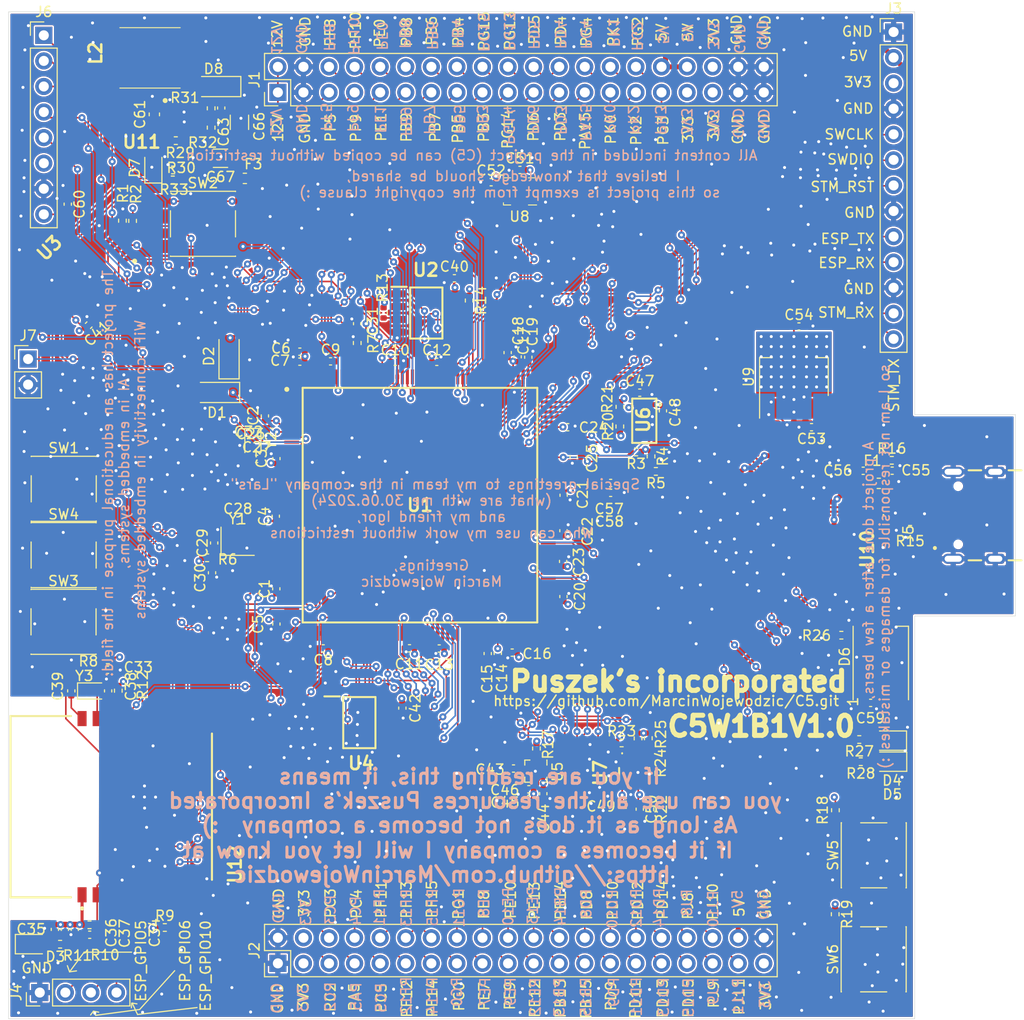
<source format=kicad_pcb>
(kicad_pcb (version 20171130) (host pcbnew "(5.1.12)-1")
  (layers (0 F.Cu signal) (1 In1.Cu signal hide) (2 In2.Cu signal) (31 B.Cu signal) (34 B.Paste user) (35 F.Paste user) (36 B.SilkS user) (37 F.SilkS user) (38 B.Mask user) (39 F.Mask user) (44 Edge.Cuts user))
  (net 0 "")
  (net 1 GND)
  (net 2 +3V3)
  (net 3 /uC/VCAP3)
  (net 4 "Net-(C15-Pad2)")
  (net 5 "Net-(C25-Pad1)")
  (net 6 FLASH_NCS)
  (net 7 FRAM_SCK)
  (net 8 FRAM_CS)
  (net 9 FRAM_MISO)
  (net 10 FRAM_MOSI)
  (net 11 ISM330_INT2)
  (net 12 ISM330_INT1)
  (net 13 ISM330_CS)
  (net 14 ISM330_MOSI)
  (net 15 ISM330_MISO)
  (net 16 ISM330_SCK)
  (net 17 SWCLK)
  (net 18 SWDIO)
  (net 19 VL53_SCL)
  (net 20 VL53_SDA)
  (net 21 VL53_EN)
  (net 22 VL53_INT)
  (net 23 LSM303_INT2)
  (net 24 LSM303_INT1)
  (net 25 LSM303_INT_MAG)
  (net 26 PSRAM_NCS)
  (net 27 PSAM_SCK)
  (net 28 PSRAM_IO0)
  (net 29 PSRAM_IO1)
  (net 30 PSRAM_IO2)
  (net 31 PSRAM_IO3)
  (net 32 FLASH_SCK)
  (net 33 FLASH_IO3)
  (net 34 FLASH_IO2)
  (net 35 FLASH_IO1)
  (net 36 FLASH_IO0)
  (net 37 +5V)
  (net 38 "Net-(C28-Pad2)")
  (net 39 "Net-(C27-Pad1)")
  (net 40 "Net-(C29-Pad1)")
  (net 41 "Net-(C31-Pad1)")
  (net 42 "Net-(R1-Pad1)")
  (net 43 "Net-(R4-Pad2)")
  (net 44 "Net-(U1-Pad15)")
  (net 45 SSD1331_CS)
  (net 46 SSD1331_MOSI)
  (net 47 "Net-(U1-Pad4)")
  (net 48 SSD1331_RES)
  (net 49 SSD1331_DC)
  (net 50 SSD1331_SCK)
  (net 51 "Net-(C32-Pad1)")
  (net 52 VBAT)
  (net 53 PD8)
  (net 54 PD9)
  (net 55 PD10)
  (net 56 PK2)
  (net 57 PG2)
  (net 58 PG3)
  (net 59 PG4)
  (net 60 PE1)
  (net 61 PE0)
  (net 62 PB9)
  (net 63 PB8)
  (net 64 PB7)
  (net 65 PB6)
  (net 66 PB5)
  (net 67 PB4)
  (net 68 PB3)
  (net 69 PG15)
  (net 70 PG14)
  (net 71 PG13)
  (net 72 PD6)
  (net 73 PD5)
  (net 74 PD4)
  (net 75 PD3)
  (net 76 PA15)
  (net 77 STM_NRS)
  (net 78 ESP_RST)
  (net 79 STM_ESP_PIN2)
  (net 80 ESP_TX)
  (net 81 ESP_RX)
  (net 82 DBG_TX)
  (net 83 DBG_RX)
  (net 84 STM_ESP_PIN1)
  (net 85 PF5)
  (net 86 PF10)
  (net 87 PF9)
  (net 88 PF8)
  (net 89 PC2)
  (net 90 PC3)
  (net 91 PC4)
  (net 92 PC5)
  (net 93 PF11)
  (net 94 PF12)
  (net 95 PF13)
  (net 96 PF14)
  (net 97 PF15)
  (net 98 PG0)
  (net 99 PG1)
  (net 100 PE7)
  (net 101 PE8)
  (net 102 PE9)
  (net 103 PE10)
  (net 104 PE12)
  (net 105 PE13)
  (net 106 STM_DBG_RX)
  (net 107 STM_DBG_TX)
  (net 108 "Net-(R13-Pad2)")
  (net 109 "Net-(R14-Pad2)")
  (net 110 "Net-(C43-Pad1)")
  (net 111 "Net-(U6-Pad8)")
  (net 112 "Net-(U8-Pad11)")
  (net 113 "Net-(U8-Pad10)")
  (net 114 "Net-(U8-Pad3)")
  (net 115 "Net-(U8-Pad2)")
  (net 116 "Net-(C33-Pad2)")
  (net 117 "Net-(C38-Pad1)")
  (net 118 "Net-(C39-Pad2)")
  (net 119 "Net-(D3-Pad2)")
  (net 120 /Power/VBUS)
  (net 121 ESP_GPIO10)
  (net 122 ESP_GPIO6)
  (net 123 ESP_GPIO5)
  (net 124 "Net-(J5-PadB8)")
  (net 125 "Net-(J5-PadA5)")
  (net 126 "Net-(J5-PadA8)")
  (net 127 "Net-(J5-PadB5)")
  (net 128 USB_D-)
  (net 129 USB_D+)
  (net 130 "Net-(R17-Pad2)")
  (net 131 PK1)
  (net 132 PK0)
  (net 133 PJ11)
  (net 134 PJ10)
  (net 135 "Net-(C26-Pad2)")
  (net 136 "Net-(R22-Pad1)")
  (net 137 "Net-(R23-Pad2)")
  (net 138 BME688_SCL)
  (net 139 BME688_SDA)
  (net 140 PJ9)
  (net 141 PJ8)
  (net 142 PB15)
  (net 143 PB14)
  (net 144 PB13)
  (net 145 PA5)
  (net 146 PD15)
  (net 147 PD14)
  (net 148 PD13)
  (net 149 PD12)
  (net 150 PD11)
  (net 151 BUTTON1)
  (net 152 BUTTON2)
  (net 153 "Net-(D4-Pad2)")
  (net 154 "Net-(D5-Pad2)")
  (net 155 "Net-(D6-Pad2)")
  (net 156 "Net-(D6-Pad4)")
  (net 157 WS2812)
  (net 158 LED1)
  (net 159 LED2)
  (net 160 "Net-(C63-Pad2)")
  (net 161 "Net-(C63-Pad1)")
  (net 162 "Net-(D8-Pad2)")
  (net 163 +12V)
  (net 164 12V_EN)
  (net 165 "Net-(J6-Pad6)")
  (net 166 12V_DC_V)
  (net 167 "Net-(J5-PadA7)")
  (net 168 "Net-(J5-PadA6)")
  (net 169 "Net-(R9-Pad2)")
  (net 170 "Net-(R11-Pad2)")
  (net 171 "Net-(R12-Pad2)")
  (net 172 "Net-(U12-Pad15)")
  (module Connector_PinHeader_2.54mm:PinHeader_1x08_P2.54mm_Vertical (layer F.Cu) (at 43.5 42.33)
    (fp_text reference J6 (at 0 -2.33) (layer F.SilkS))
    (fp_text value Conn_01x08_Male)
    (pad 8 thru_hole oval (at 0 17.78) (size 1.7 1.7) (drill 1) (layers *.Cu *.Mask) (net 2 +3V3))
    (pad 7 thru_hole oval (at 0 15.24) (size 1.7 1.7) (drill 1) (layers *.Cu *.Mask) (net 1 GND))
    (pad 6 thru_hole oval (at 0 12.7) (size 1.7 1.7) (drill 1) (layers *.Cu *.Mask) (net 165 "Net-(J6-Pad6)"))
    (pad 5 thru_hole oval (at 0 10.16) (size 1.7 1.7) (drill 1) (layers *.Cu *.Mask) (net 46 SSD1331_MOSI))
    (pad 4 thru_hole oval (at 0 7.62) (size 1.7 1.7) (drill 1) (layers *.Cu *.Mask) (net 50 SSD1331_SCK))
    (pad 3 thru_hole oval (at 0 5.08) (size 1.7 1.7) (drill 1) (layers *.Cu *.Mask) (net 45 SSD1331_CS))
    (pad 2 thru_hole oval (at 0 2.54) (size 1.7 1.7) (drill 1) (layers *.Cu *.Mask) (net 49 SSD1331_DC))
    (pad 1 thru_hole rect (at 0 0) (size 1.7 1.7) (drill 1) (layers *.Cu *.Mask) (net 48 SSD1331_RES))
  )
  (module Resistor_SMD:R_0402_1005Metric (layer F.Cu) (at 56.34 55.7)
    (fp_text reference R33 (at 0.1 1.95) (layer F.SilkS))
    (fp_text value 3.3K/5%/0.063W)
    (pad 2 smd roundrect (at 0.51 0) (size 0.54 0.64) (layers F.Cu F.Paste F.Mask) (net 166 12V_DC_V))
    (pad 1 smd roundrect (at -0.51 0) (size 0.54 0.64) (layers F.Cu F.Paste F.Mask) (net 1 GND))
  )
  (module Capacitor_SMD:C_0402_1005Metric (layer F.Cu) (at 45.88 59.1 270)
    (fp_text reference C60 (at 0 -1.16 90) (layer F.SilkS))
    (fp_text value 100n/16V/X5R)
    (pad 2 smd roundrect (at 0.48 0 270) (size 0.56 0.62) (layers F.Cu F.Paste F.Mask) (net 2 +3V3))
    (pad 1 smd roundrect (at -0.48 0 270) (size 0.56 0.62) (layers F.Cu F.Paste F.Mask) (net 1 GND))
  )
  (module Connector_PinHeader_2.54mm:PinHeader_1x02_P2.54mm_Vertical (layer F.Cu) (at 41.94 74.48)
    (fp_text reference J7 (at 0 -2.33) (layer F.SilkS))
    (fp_text value Conn_01x02_Male)
    (pad 2 thru_hole oval (at 0 2.54) (size 1.7 1.7) (drill 1) (layers *.Cu *.Mask) (net 1 GND))
    (pad 1 thru_hole rect (at 0 0) (size 1.7 1.7) (drill 1) (layers *.Cu *.Mask) (net 52 VBAT))
  )
  (module Connector_PinHeader_2.54mm:PinHeader_2x20_P2.54mm_Vertical (layer F.Cu) (at 66.75 48 90)
    (fp_text reference J1 (at 1.27 -2.33 90) (layer F.SilkS))
    (fp_text value Conn_02x20_Counter_Clockwise)
    (pad 40 thru_hole oval (at 2.54 48.26 90) (size 1.7 1.7) (drill 1) (layers *.Cu *.Mask) (net 1 GND))
    (pad 39 thru_hole oval (at 0 48.26 90) (size 1.7 1.7) (drill 1) (layers *.Cu *.Mask) (net 1 GND))
    (pad 38 thru_hole oval (at 2.54 45.72 90) (size 1.7 1.7) (drill 1) (layers *.Cu *.Mask) (net 1 GND))
    (pad 37 thru_hole oval (at 0 45.72 90) (size 1.7 1.7) (drill 1) (layers *.Cu *.Mask) (net 1 GND))
    (pad 36 thru_hole oval (at 2.54 43.18 90) (size 1.7 1.7) (drill 1) (layers *.Cu *.Mask) (net 2 +3V3))
    (pad 35 thru_hole oval (at 0 43.18 90) (size 1.7 1.7) (drill 1) (layers *.Cu *.Mask) (net 2 +3V3))
    (pad 34 thru_hole oval (at 2.54 40.64 90) (size 1.7 1.7) (drill 1) (layers *.Cu *.Mask) (net 37 +5V))
    (pad 33 thru_hole oval (at 0 40.64 90) (size 1.7 1.7) (drill 1) (layers *.Cu *.Mask) (net 2 +3V3))
    (pad 32 thru_hole oval (at 2.54 38.1 90) (size 1.7 1.7) (drill 1) (layers *.Cu *.Mask) (net 37 +5V))
    (pad 31 thru_hole oval (at 0 38.1 90) (size 1.7 1.7) (drill 1) (layers *.Cu *.Mask) (net 58 PG3))
    (pad 30 thru_hole oval (at 2.54 35.56 90) (size 1.7 1.7) (drill 1) (layers *.Cu *.Mask) (net 57 PG2))
    (pad 29 thru_hole oval (at 0 35.56 90) (size 1.7 1.7) (drill 1) (layers *.Cu *.Mask) (net 56 PK2))
    (pad 28 thru_hole oval (at 2.54 33.02 90) (size 1.7 1.7) (drill 1) (layers *.Cu *.Mask) (net 131 PK1))
    (pad 27 thru_hole oval (at 0 33.02 90) (size 1.7 1.7) (drill 1) (layers *.Cu *.Mask) (net 132 PK0))
    (pad 26 thru_hole oval (at 2.54 30.48 90) (size 1.7 1.7) (drill 1) (layers *.Cu *.Mask) (net 59 PG4))
    (pad 25 thru_hole oval (at 0 30.48 90) (size 1.7 1.7) (drill 1) (layers *.Cu *.Mask) (net 76 PA15))
    (pad 24 thru_hole oval (at 2.54 27.94 90) (size 1.7 1.7) (drill 1) (layers *.Cu *.Mask) (net 74 PD4))
    (pad 23 thru_hole oval (at 0 27.94 90) (size 1.7 1.7) (drill 1) (layers *.Cu *.Mask) (net 75 PD3))
    (pad 22 thru_hole oval (at 2.54 25.4 90) (size 1.7 1.7) (drill 1) (layers *.Cu *.Mask) (net 73 PD5))
    (pad 21 thru_hole oval (at 0 25.4 90) (size 1.7 1.7) (drill 1) (layers *.Cu *.Mask) (net 72 PD6))
    (pad 20 thru_hole oval (at 2.54 22.86 90) (size 1.7 1.7) (drill 1) (layers *.Cu *.Mask) (net 71 PG13))
    (pad 19 thru_hole oval (at 0 22.86 90) (size 1.7 1.7) (drill 1) (layers *.Cu *.Mask) (net 70 PG14))
    (pad 18 thru_hole oval (at 2.54 20.32 90) (size 1.7 1.7) (drill 1) (layers *.Cu *.Mask) (net 69 PG15))
    (pad 17 thru_hole oval (at 0 20.32 90) (size 1.7 1.7) (drill 1) (layers *.Cu *.Mask) (net 68 PB3))
    (pad 16 thru_hole oval (at 2.54 17.78 90) (size 1.7 1.7) (drill 1) (layers *.Cu *.Mask) (net 67 PB4))
    (pad 15 thru_hole oval (at 0 17.78 90) (size 1.7 1.7) (drill 1) (layers *.Cu *.Mask) (net 66 PB5))
    (pad 14 thru_hole oval (at 2.54 15.24 90) (size 1.7 1.7) (drill 1) (layers *.Cu *.Mask) (net 65 PB6))
    (pad 13 thru_hole oval (at 0 15.24 90) (size 1.7 1.7) (drill 1) (layers *.Cu *.Mask) (net 64 PB7))
    (pad 12 thru_hole oval (at 2.54 12.7 90) (size 1.7 1.7) (drill 1) (layers *.Cu *.Mask) (net 63 PB8))
    (pad 11 thru_hole oval (at 0 12.7 90) (size 1.7 1.7) (drill 1) (layers *.Cu *.Mask) (net 62 PB9))
    (pad 10 thru_hole oval (at 2.54 10.16 90) (size 1.7 1.7) (drill 1) (layers *.Cu *.Mask) (net 61 PE0))
    (pad 9 thru_hole oval (at 0 10.16 90) (size 1.7 1.7) (drill 1) (layers *.Cu *.Mask) (net 60 PE1))
    (pad 8 thru_hole oval (at 2.54 7.62 90) (size 1.7 1.7) (drill 1) (layers *.Cu *.Mask) (net 86 PF10))
    (pad 7 thru_hole oval (at 0 7.62 90) (size 1.7 1.7) (drill 1) (layers *.Cu *.Mask) (net 87 PF9))
    (pad 6 thru_hole oval (at 2.54 5.08 90) (size 1.7 1.7) (drill 1) (layers *.Cu *.Mask) (net 88 PF8))
    (pad 5 thru_hole oval (at 0 5.08 90) (size 1.7 1.7) (drill 1) (layers *.Cu *.Mask) (net 85 PF5))
    (pad 4 thru_hole oval (at 2.54 2.54 90) (size 1.7 1.7) (drill 1) (layers *.Cu *.Mask) (net 1 GND))
    (pad 3 thru_hole oval (at 0 2.54 90) (size 1.7 1.7) (drill 1) (layers *.Cu *.Mask) (net 1 GND))
    (pad 2 thru_hole oval (at 2.54 0 90) (size 1.7 1.7) (drill 1) (layers *.Cu *.Mask) (net 163 +12V))
    (pad 1 thru_hole rect (at 0 0 90) (size 1.7 1.7) (drill 1) (layers *.Cu *.Mask) (net 163 +12V))
  )
  (module Resistor_SMD:R_0402_1005Metric (layer F.Cu) (at 56.31 56.69)
    (fp_text reference R30 (at 0.84 -1.2) (layer F.SilkS))
    (fp_text value 10K/5%/0.063W)
    (pad 2 smd roundrect (at 0.51 0) (size 0.54 0.64) (layers F.Cu F.Paste F.Mask) (net 163 +12V))
    (pad 1 smd roundrect (at -0.51 0) (size 0.54 0.64) (layers F.Cu F.Paste F.Mask) (net 166 12V_DC_V))
  )
  (module Resistor_SMD:R_0402_1005Metric (layer F.Cu) (at 56.61 52.79)
    (fp_text reference R29 (at 0.43 1.21) (layer F.SilkS))
    (fp_text value 10K/5%/0.063W)
    (pad 2 smd roundrect (at 0.51 0) (size 0.54 0.64) (layers F.Cu F.Paste F.Mask) (net 1 GND))
    (pad 1 smd roundrect (at -0.51 0) (size 0.54 0.64) (layers F.Cu F.Paste F.Mask) (net 164 12V_EN))
  )
  (module Diode_SMD:D_SOD-323 (layer F.Cu) (at 54.38 55.5 90)
    (fp_text reference D7 (at 0 -1.85 90) (layer F.SilkS))
    (fp_text value BZX384B3V3-E3-08)
    (pad 2 smd rect (at 1.05 0 90) (size 0.6 0.45) (layers F.Cu F.Paste F.Mask) (net 1 GND))
    (pad 1 smd rect (at -1.05 0 90) (size 0.6 0.45) (layers F.Cu F.Paste F.Mask) (net 166 12V_DC_V))
  )
  (module Button_Switch_SMD:SW_Push_1P1T_NO_6x6mm_H9.5mm (layer F.Cu) (at 45.48 87.37)
    (fp_text reference SW1 (at 0 -4.05) (layer F.SilkS))
    (fp_text value SW_Push_Dual)
    (pad 2 smd rect (at 3.975 2.25) (size 1.55 1.3) (layers F.Cu F.Paste F.Mask) (net 77 STM_NRS))
    (pad 1 smd rect (at 3.975 -2.25) (size 1.55 1.3) (layers F.Cu F.Paste F.Mask) (net 1 GND))
    (pad 1 smd rect (at -3.975 -2.25) (size 1.55 1.3) (layers F.Cu F.Paste F.Mask) (net 1 GND))
    (pad 2 smd rect (at -3.975 2.25) (size 1.55 1.3) (layers F.Cu F.Paste F.Mask) (net 77 STM_NRS))
  )
  (module Capacitor_SMD:C_1206_3216Metric (layer F.Cu) (at 62.93 50.97 90)
    (fp_text reference C66 (at -0.41 1.97 90) (layer F.SilkS))
    (fp_text value 10u/25V/X5R)
    (pad 2 smd roundrect (at 1.475 0 90) (size 1.15 1.8) (layers F.Cu F.Paste F.Mask) (roundrect_rratio 0.217391) (net 1 GND))
    (pad 1 smd roundrect (at -1.475 0 90) (size 1.15 1.8) (layers F.Cu F.Paste F.Mask) (roundrect_rratio 0.217391) (net 160 "Net-(C63-Pad2)"))
  )
  (module Fuse:Fuse_0603_1608Metric (layer F.Cu) (at 63.47 56.54 180)
    (fp_text reference F3 (at -0.84 1.42) (layer F.SilkS))
    (fp_text value SF-0603FP015F-2)
    (pad 2 smd roundrect (at 0.7875 0 180) (size 0.875 0.95) (layers F.Cu F.Paste F.Mask) (net 160 "Net-(C63-Pad2)"))
    (pad 1 smd roundrect (at -0.7875 0 180) (size 0.875 0.95) (layers F.Cu F.Paste F.Mask) (net 163 +12V))
  )
  (module Capacitor_SMD:C_1206_3216Metric (layer F.Cu) (at 61.05 54.54 180)
    (fp_text reference C67 (at 0 -1.85) (layer F.SilkS))
    (fp_text value 10u/25V/X5R)
    (pad 2 smd roundrect (at 1.475 0 180) (size 1.15 1.8) (layers F.Cu F.Paste F.Mask) (roundrect_rratio 0.217391) (net 1 GND))
    (pad 1 smd roundrect (at -1.475 0 180) (size 1.15 1.8) (layers F.Cu F.Paste F.Mask) (roundrect_rratio 0.217391) (net 160 "Net-(C63-Pad2)"))
  )
  (module Resistor_SMD:R_0402_1005Metric (layer F.Cu) (at 60.12 51.5 90)
    (fp_text reference R32 (at -1.48 -0.84 180) (layer F.SilkS))
    (fp_text value 10K/5%/0.063W)
    (pad 2 smd roundrect (at 0.51 0 90) (size 0.54 0.64) (layers F.Cu F.Paste F.Mask) (net 1 GND))
    (pad 1 smd roundrect (at -0.51 0 90) (size 0.54 0.64) (layers F.Cu F.Paste F.Mask) (net 161 "Net-(C63-Pad1)"))
  )
  (module Resistor_SMD:R_0402_1005Metric (layer F.Cu) (at 60.12 49.58 270)
    (fp_text reference R31 (at -1.05 2.6 180) (layer F.SilkS))
    (fp_text value 85.6K/5%/0.063W)
    (pad 2 smd roundrect (at 0.51 0 270) (size 0.54 0.64) (layers F.Cu F.Paste F.Mask) (net 161 "Net-(C63-Pad1)"))
    (pad 1 smd roundrect (at -0.51 0 270) (size 0.54 0.64) (layers F.Cu F.Paste F.Mask) (net 160 "Net-(C63-Pad2)"))
  )
  (module Footprints:SRN6045TA220M (layer F.Cu) (at 54.05 44.57 90)
    (fp_text reference L2 (at 0.46 -5.42 90) (layer F.SilkS) (effects (font (size 1.27 1.27) (thickness 0.254))))
    (fp_text value SRN6045TA-101M hide)
    (pad 2 smd rect (at 0 2.075 180) (size 2.35 5.1) (layers F.Cu F.Paste F.Mask) (net 162 "Net-(D8-Pad2)"))
    (pad 1 smd rect (at 0 -2.075 180) (size 2.35 5.1) (layers F.Cu F.Paste F.Mask) (net 37 +5V))
  )
  (module Footprints:SON95P300X300X80-7N (layer F.Cu) (at 57.43 50.46)
    (fp_text reference U11 (at -4.21 2.45) (layer F.SilkS) (effects (font (size 1.27 1.27) (thickness 0.254))))
    (fp_text value LMR62421XSD_NOPB hide)
    (pad 7 smd rect (at 0 0) (size 1.7 2.2) (layers F.Cu F.Paste F.Mask) (net 1 GND))
    (pad 6 smd rect (at 1.45 -0.95 90) (size 0.4 0.85) (layers F.Cu F.Paste F.Mask) (net 162 "Net-(D8-Pad2)"))
    (pad 5 smd rect (at 1.45 0 90) (size 0.4 0.85) (layers F.Cu F.Paste F.Mask) (net 1 GND))
    (pad 4 smd rect (at 1.45 0.95 90) (size 0.4 0.85) (layers F.Cu F.Paste F.Mask) (net 161 "Net-(C63-Pad1)"))
    (pad 3 smd rect (at -1.45 0.95 90) (size 0.4 0.85) (layers F.Cu F.Paste F.Mask) (net 164 12V_EN))
    (pad 2 smd rect (at -1.45 0 90) (size 0.4 0.85) (layers F.Cu F.Paste F.Mask) (net 37 +5V))
    (pad 1 smd rect (at -1.45 -0.95 90) (size 0.4 0.85) (layers F.Cu F.Paste F.Mask) (net 1 GND))
  )
  (module Diode_SMD:D_SOD-123 (layer F.Cu) (at 60.82 47.42 180)
    (fp_text reference D8 (at 0.46 1.76) (layer F.SilkS))
    (fp_text value PMEG4010CEGWX)
    (pad 2 smd rect (at 1.65 0 180) (size 0.9 1.2) (layers F.Cu F.Paste F.Mask) (net 162 "Net-(D8-Pad2)"))
    (pad 1 smd rect (at -1.65 0 180) (size 0.9 1.2) (layers F.Cu F.Paste F.Mask) (net 160 "Net-(C63-Pad2)"))
  )
  (module Capacitor_SMD:C_0402_1005Metric (layer F.Cu) (at 61.12 49.55 90)
    (fp_text reference C63 (at -2.37 0.24 90) (layer F.SilkS))
    (fp_text value 185p/16V/C0G)
    (pad 2 smd roundrect (at 0.48 0 90) (size 0.56 0.62) (layers F.Cu F.Paste F.Mask) (net 160 "Net-(C63-Pad2)"))
    (pad 1 smd roundrect (at -0.48 0 90) (size 0.56 0.62) (layers F.Cu F.Paste F.Mask) (net 161 "Net-(C63-Pad1)"))
  )
  (module Capacitor_SMD:C_0603_1608Metric (layer F.Cu) (at 54.48 50.18 90)
    (fp_text reference C61 (at 0 -1.43 90) (layer F.SilkS))
    (fp_text value 10u/16V/X5R)
    (pad 2 smd roundrect (at 0.775 0 90) (size 0.9 0.95) (layers F.Cu F.Paste F.Mask) (net 1 GND))
    (pad 1 smd roundrect (at -0.775 0 90) (size 0.9 0.95) (layers F.Cu F.Paste F.Mask) (net 37 +5V))
  )
  (module Button_Switch_SMD:SW_Push_1P1T_NO_6x6mm_H9.5mm (layer F.Cu) (at 125.92 134.1 90)
    (fp_text reference SW6 (at 0 -4.05 90) (layer F.SilkS))
    (fp_text value SW_Push_Dual)
    (pad 2 smd rect (at 3.975 2.25 90) (size 1.55 1.3) (layers F.Cu F.Paste F.Mask) (net 1 GND))
    (pad 1 smd rect (at 3.975 -2.25 90) (size 1.55 1.3) (layers F.Cu F.Paste F.Mask) (net 152 BUTTON2))
    (pad 1 smd rect (at -3.975 -2.25 90) (size 1.55 1.3) (layers F.Cu F.Paste F.Mask) (net 152 BUTTON2))
    (pad 2 smd rect (at -3.975 2.25 90) (size 1.55 1.3) (layers F.Cu F.Paste F.Mask) (net 1 GND))
  )
  (module Button_Switch_SMD:SW_Push_1P1T_NO_6x6mm_H9.5mm (layer F.Cu) (at 125.93 123.77 90)
    (fp_text reference SW5 (at 0 -4.05 90) (layer F.SilkS))
    (fp_text value SW_Push_Dual)
    (pad 2 smd rect (at 3.975 2.25 90) (size 1.55 1.3) (layers F.Cu F.Paste F.Mask) (net 1 GND))
    (pad 1 smd rect (at 3.975 -2.25 90) (size 1.55 1.3) (layers F.Cu F.Paste F.Mask) (net 151 BUTTON1))
    (pad 1 smd rect (at -3.975 -2.25 90) (size 1.55 1.3) (layers F.Cu F.Paste F.Mask) (net 151 BUTTON1))
    (pad 2 smd rect (at -3.975 2.25 90) (size 1.55 1.3) (layers F.Cu F.Paste F.Mask) (net 1 GND))
  )
  (module Resistor_SMD:R_0402_1005Metric (layer F.Cu) (at 124.64 114.47 180)
    (fp_text reference R28 (at 0 -1.17) (layer F.SilkS))
    (fp_text value 470/5%/0.063W)
    (pad 2 smd roundrect (at 0.51 0 180) (size 0.54 0.64) (layers F.Cu F.Paste F.Mask) (net 159 LED2))
    (pad 1 smd roundrect (at -0.51 0 180) (size 0.54 0.64) (layers F.Cu F.Paste F.Mask) (net 154 "Net-(D5-Pad2)"))
  )
  (module Resistor_SMD:R_0402_1005Metric (layer F.Cu) (at 124.49 112.27 180)
    (fp_text reference R27 (at 0 -1.17) (layer F.SilkS))
    (fp_text value 470/5%/0.063W)
    (pad 2 smd roundrect (at 0.51 0 180) (size 0.54 0.64) (layers F.Cu F.Paste F.Mask) (net 158 LED1))
    (pad 1 smd roundrect (at -0.51 0 180) (size 0.54 0.64) (layers F.Cu F.Paste F.Mask) (net 153 "Net-(D4-Pad2)"))
  )
  (module Resistor_SMD:R_0402_1005Metric (layer F.Cu) (at 122.71 101.91 180)
    (fp_text reference R26 (at 2.47 -0.03) (layer F.SilkS))
    (fp_text value 470/5%/0.063W)
    (pad 2 smd roundrect (at 0.51 0 180) (size 0.54 0.64) (layers F.Cu F.Paste F.Mask) (net 157 WS2812))
    (pad 1 smd roundrect (at -0.51 0 180) (size 0.54 0.64) (layers F.Cu F.Paste F.Mask) (net 156 "Net-(D6-Pad4)"))
  )
  (module Resistor_SMD:R_0402_1005Metric (layer F.Cu) (at 122.1 129.62 270)
    (fp_text reference R19 (at 0 -1.17 90) (layer F.SilkS))
    (fp_text value 10k/5%/0.063W)
    (pad 2 smd roundrect (at 0.51 0 270) (size 0.54 0.64) (layers F.Cu F.Paste F.Mask) (net 152 BUTTON2))
    (pad 1 smd roundrect (at -0.51 0 270) (size 0.54 0.64) (layers F.Cu F.Paste F.Mask) (net 2 +3V3))
  )
  (module Resistor_SMD:R_0402_1005Metric (layer F.Cu) (at 122.12 119.29 270)
    (fp_text reference R18 (at 0 1.27 90) (layer F.SilkS))
    (fp_text value 10k/5%/0.063W)
    (pad 2 smd roundrect (at 0.51 0 270) (size 0.54 0.64) (layers F.Cu F.Paste F.Mask) (net 151 BUTTON1))
    (pad 1 smd roundrect (at -0.51 0 270) (size 0.54 0.64) (layers F.Cu F.Paste F.Mask) (net 2 +3V3))
  )
  (module LED_SMD:LED_WS2812B_PLCC4_5.0x5.0mm_P3.2mm (layer F.Cu) (at 126.63 104.67 90)
    (fp_text reference D6 (at 0.62 -3.59 90) (layer F.SilkS))
    (fp_text value WS2812B)
    (fp_text user 1 (at -3.84 -2.76 90) (layer F.SilkS))
    (pad 1 smd rect (at -2.45 -1.6 90) (size 1.5 1) (layers F.Cu F.Paste F.Mask) (net 37 +5V))
    (pad 2 smd rect (at -2.45 1.6 90) (size 1.5 1) (layers F.Cu F.Paste F.Mask) (net 155 "Net-(D6-Pad2)"))
    (pad 4 smd rect (at 2.45 -1.6 90) (size 1.5 1) (layers F.Cu F.Paste F.Mask) (net 156 "Net-(D6-Pad4)"))
    (pad 3 smd rect (at 2.45 1.6 90) (size 1.5 1) (layers F.Cu F.Paste F.Mask) (net 1 GND))
  )
  (module LED_SMD:LED_0805_2012Metric (layer F.Cu) (at 127.52 114.47 180)
    (fp_text reference D5 (at -0.26 -3.25) (layer F.SilkS))
    (fp_text value LED)
    (pad 2 smd roundrect (at 0.9375 0 180) (size 0.975 1.4) (layers F.Cu F.Paste F.Mask) (net 154 "Net-(D5-Pad2)"))
    (pad 1 smd roundrect (at -0.9375 0 180) (size 0.975 1.4) (layers F.Cu F.Paste F.Mask) (net 1 GND))
  )
  (module LED_SMD:LED_0805_2012Metric (layer F.Cu) (at 127.5 112.38 180)
    (fp_text reference D4 (at -0.25 -3.96) (layer F.SilkS))
    (fp_text value LED)
    (pad 2 smd roundrect (at 0.9375 0 180) (size 0.975 1.4) (layers F.Cu F.Paste F.Mask) (net 153 "Net-(D4-Pad2)"))
    (pad 1 smd roundrect (at -0.9375 0 180) (size 0.975 1.4) (layers F.Cu F.Paste F.Mask) (net 1 GND))
  )
  (module Capacitor_SMD:C_0402_1005Metric (layer F.Cu) (at 125.62 108.63)
    (fp_text reference C59 (at -0.03 1.52) (layer F.SilkS))
    (fp_text value 100n/16V/X5R)
    (pad 2 smd roundrect (at 0.48 0) (size 0.56 0.62) (layers F.Cu F.Paste F.Mask) (net 1 GND))
    (pad 1 smd roundrect (at -0.48 0) (size 0.56 0.62) (layers F.Cu F.Paste F.Mask) (net 37 +5V))
  )
  (module Capacitor_SMD:C_0402_1005Metric (layer F.Cu) (at 99.8 87.77 180)
    (fp_text reference C58 (at 0.13 -2.85) (layer F.SilkS))
    (fp_text value 100n/16V/X5R)
    (pad 2 smd roundrect (at 0.48 0 180) (size 0.56 0.62) (layers F.Cu F.Paste F.Mask) (net 152 BUTTON2))
    (pad 1 smd roundrect (at -0.48 0 180) (size 0.56 0.62) (layers F.Cu F.Paste F.Mask) (net 1 GND))
  )
  (module Capacitor_SMD:C_0402_1005Metric (layer F.Cu) (at 99.8 86.79 180)
    (fp_text reference C57 (at 0.15 -2.58) (layer F.SilkS))
    (fp_text value 100n/16V/X5R)
    (pad 2 smd roundrect (at 0.48 0 180) (size 0.56 0.62) (layers F.Cu F.Paste F.Mask) (net 151 BUTTON1))
    (pad 1 smd roundrect (at -0.48 0 180) (size 0.56 0.62) (layers F.Cu F.Paste F.Mask) (net 1 GND))
  )
  (module Footprints:QFP50P2600X2600X160-176N (layer F.Cu) (at 80.86 88.99)
    (fp_text reference U1 (at 0 0) (layer F.SilkS) (effects (font (size 1.27 1.27) (thickness 0.254))))
    (fp_text value STM32H735IGT6 hide)
    (pad 176 smd rect (at -10.75 -12.738) (size 0.3 1.475) (layers F.Cu F.Paste F.Mask) (net 2 +3V3))
    (pad 175 smd rect (at -10.25 -12.738) (size 0.3 1.475) (layers F.Cu F.Paste F.Mask) (net 2 +3V3))
    (pad 174 smd rect (at -9.75 -12.738) (size 0.3 1.475) (layers F.Cu F.Paste F.Mask) (net 42 "Net-(R1-Pad1)"))
    (pad 173 smd rect (at -9.25 -12.738) (size 0.3 1.475) (layers F.Cu F.Paste F.Mask) (net 1 GND))
    (pad 172 smd rect (at -8.75 -12.738) (size 0.3 1.475) (layers F.Cu F.Paste F.Mask) (net 3 /uC/VCAP3))
    (pad 171 smd rect (at -8.25 -12.738) (size 0.3 1.475) (layers F.Cu F.Paste F.Mask) (net 60 PE1))
    (pad 170 smd rect (at -7.75 -12.738) (size 0.3 1.475) (layers F.Cu F.Paste F.Mask) (net 61 PE0))
    (pad 169 smd rect (at -7.25 -12.738) (size 0.3 1.475) (layers F.Cu F.Paste F.Mask) (net 62 PB9))
    (pad 168 smd rect (at -6.75 -12.738) (size 0.3 1.475) (layers F.Cu F.Paste F.Mask) (net 63 PB8))
    (pad 167 smd rect (at -6.25 -12.738) (size 0.3 1.475) (layers F.Cu F.Paste F.Mask) (net 41 "Net-(C31-Pad1)"))
    (pad 166 smd rect (at -5.75 -12.738) (size 0.3 1.475) (layers F.Cu F.Paste F.Mask) (net 64 PB7))
    (pad 165 smd rect (at -5.25 -12.738) (size 0.3 1.475) (layers F.Cu F.Paste F.Mask) (net 65 PB6))
    (pad 164 smd rect (at -4.75 -12.738) (size 0.3 1.475) (layers F.Cu F.Paste F.Mask) (net 66 PB5))
    (pad 163 smd rect (at -4.25 -12.738) (size 0.3 1.475) (layers F.Cu F.Paste F.Mask) (net 67 PB4))
    (pad 162 smd rect (at -3.75 -12.738) (size 0.3 1.475) (layers F.Cu F.Paste F.Mask) (net 68 PB3))
    (pad 161 smd rect (at -3.25 -12.738) (size 0.3 1.475) (layers F.Cu F.Paste F.Mask) (net 69 PG15))
    (pad 160 smd rect (at -2.75 -12.738) (size 0.3 1.475) (layers F.Cu F.Paste F.Mask) (net 2 +3V3))
    (pad 159 smd rect (at -2.25 -12.738) (size 0.3 1.475) (layers F.Cu F.Paste F.Mask) (net 1 GND))
    (pad 158 smd rect (at -1.75 -12.738) (size 0.3 1.475) (layers F.Cu F.Paste F.Mask) (net 70 PG14))
    (pad 157 smd rect (at -1.25 -12.738) (size 0.3 1.475) (layers F.Cu F.Paste F.Mask) (net 71 PG13))
    (pad 156 smd rect (at -0.75 -12.738) (size 0.3 1.475) (layers F.Cu F.Paste F.Mask) (net 6 FLASH_NCS))
    (pad 155 smd rect (at -0.25 -12.738) (size 0.3 1.475) (layers F.Cu F.Paste F.Mask) (net 7 FRAM_SCK))
    (pad 154 smd rect (at 0.25 -12.738) (size 0.3 1.475) (layers F.Cu F.Paste F.Mask) (net 8 FRAM_CS))
    (pad 153 smd rect (at 0.75 -12.738) (size 0.3 1.475) (layers F.Cu F.Paste F.Mask) (net 9 FRAM_MISO))
    (pad 152 smd rect (at 1.25 -12.738) (size 0.3 1.475) (layers F.Cu F.Paste F.Mask) (net 2 +3V3))
    (pad 151 smd rect (at 1.75 -12.738) (size 0.3 1.475) (layers F.Cu F.Paste F.Mask) (net 1 GND))
    (pad 150 smd rect (at 2.25 -12.738) (size 0.3 1.475) (layers F.Cu F.Paste F.Mask) (net 10 FRAM_MOSI))
    (pad 149 smd rect (at 2.75 -12.738) (size 0.3 1.475) (layers F.Cu F.Paste F.Mask) (net 72 PD6))
    (pad 148 smd rect (at 3.25 -12.738) (size 0.3 1.475) (layers F.Cu F.Paste F.Mask) (net 73 PD5))
    (pad 147 smd rect (at 3.75 -12.738) (size 0.3 1.475) (layers F.Cu F.Paste F.Mask) (net 74 PD4))
    (pad 146 smd rect (at 4.25 -12.738) (size 0.3 1.475) (layers F.Cu F.Paste F.Mask) (net 75 PD3))
    (pad 145 smd rect (at 4.75 -12.738) (size 0.3 1.475) (layers F.Cu F.Paste F.Mask) (net 11 ISM330_INT2))
    (pad 144 smd rect (at 5.25 -12.738) (size 0.3 1.475) (layers F.Cu F.Paste F.Mask) (net 12 ISM330_INT1))
    (pad 143 smd rect (at 5.75 -12.738) (size 0.3 1.475) (layers F.Cu F.Paste F.Mask) (net 13 ISM330_CS))
    (pad 142 smd rect (at 6.25 -12.738) (size 0.3 1.475) (layers F.Cu F.Paste F.Mask) (net 14 ISM330_MOSI))
    (pad 141 smd rect (at 6.75 -12.738) (size 0.3 1.475) (layers F.Cu F.Paste F.Mask) (net 15 ISM330_MISO))
    (pad 140 smd rect (at 7.25 -12.738) (size 0.3 1.475) (layers F.Cu F.Paste F.Mask) (net 16 ISM330_SCK))
    (pad 139 smd rect (at 7.75 -12.738) (size 0.3 1.475) (layers F.Cu F.Paste F.Mask) (net 76 PA15))
    (pad 138 smd rect (at 8.25 -12.738) (size 0.3 1.475) (layers F.Cu F.Paste F.Mask) (net 17 SWCLK))
    (pad 137 smd rect (at 8.75 -12.738) (size 0.3 1.475) (layers F.Cu F.Paste F.Mask) (net 1 GND))
    (pad 136 smd rect (at 9.25 -12.738) (size 0.3 1.475) (layers F.Cu F.Paste F.Mask) (net 2 +3V3))
    (pad 135 smd rect (at 9.75 -12.738) (size 0.3 1.475) (layers F.Cu F.Paste F.Mask) (net 2 +3V3))
    (pad 134 smd rect (at 10.25 -12.738) (size 0.3 1.475) (layers F.Cu F.Paste F.Mask) (net 1 GND))
    (pad 133 smd rect (at 10.75 -12.738) (size 0.3 1.475) (layers F.Cu F.Paste F.Mask) (net 3 /uC/VCAP3))
    (pad 132 smd rect (at 12.738 -10.75 90) (size 0.3 1.475) (layers F.Cu F.Paste F.Mask) (net 18 SWDIO))
    (pad 131 smd rect (at 12.738 -10.25 90) (size 0.3 1.475) (layers F.Cu F.Paste F.Mask) (net 129 USB_D+))
    (pad 130 smd rect (at 12.738 -9.75 90) (size 0.3 1.475) (layers F.Cu F.Paste F.Mask) (net 128 USB_D-))
    (pad 129 smd rect (at 12.738 -9.25 90) (size 0.3 1.475) (layers F.Cu F.Paste F.Mask) (net 106 STM_DBG_RX))
    (pad 128 smd rect (at 12.738 -8.75 90) (size 0.3 1.475) (layers F.Cu F.Paste F.Mask) (net 107 STM_DBG_TX))
    (pad 127 smd rect (at 12.738 -8.25 90) (size 0.3 1.475) (layers F.Cu F.Paste F.Mask) (net 19 VL53_SCL))
    (pad 126 smd rect (at 12.738 -7.75 90) (size 0.3 1.475) (layers F.Cu F.Paste F.Mask) (net 2 +3V3))
    (pad 125 smd rect (at 12.738 -7.25 90) (size 0.3 1.475) (layers F.Cu F.Paste F.Mask) (net 20 VL53_SDA))
    (pad 124 smd rect (at 12.738 -6.75 90) (size 0.3 1.475) (layers F.Cu F.Paste F.Mask) (net 21 VL53_EN))
    (pad 123 smd rect (at 12.738 -6.25 90) (size 0.3 1.475) (layers F.Cu F.Paste F.Mask) (net 22 VL53_INT))
    (pad 122 smd rect (at 12.738 -5.75 90) (size 0.3 1.475) (layers F.Cu F.Paste F.Mask) (net 157 WS2812))
    (pad 121 smd rect (at 12.738 -5.25 90) (size 0.3 1.475) (layers F.Cu F.Paste F.Mask) (net 5 "Net-(C25-Pad1)"))
    (pad 120 smd rect (at 12.738 -4.75 90) (size 0.3 1.475) (layers F.Cu F.Paste F.Mask) (net 43 "Net-(R4-Pad2)"))
    (pad 119 smd rect (at 12.738 -4.25 90) (size 0.3 1.475) (layers F.Cu F.Paste F.Mask) (net 1 GND))
    (pad 118 smd rect (at 12.738 -3.75 90) (size 0.3 1.475) (layers F.Cu F.Paste F.Mask) (net 158 LED1))
    (pad 117 smd rect (at 12.738 -3.25 90) (size 0.3 1.475) (layers F.Cu F.Paste F.Mask) (net 159 LED2))
    (pad 116 smd rect (at 12.738 -2.75 90) (size 0.3 1.475) (layers F.Cu F.Paste F.Mask) (net 151 BUTTON1))
    (pad 115 smd rect (at 12.738 -2.25 90) (size 0.3 1.475) (layers F.Cu F.Paste F.Mask) (net 152 BUTTON2))
    (pad 114 smd rect (at 12.738 -1.75 90) (size 0.3 1.475) (layers F.Cu F.Paste F.Mask) (net 59 PG4))
    (pad 113 smd rect (at 12.738 -1.25 90) (size 0.3 1.475) (layers F.Cu F.Paste F.Mask) (net 2 +3V3))
    (pad 112 smd rect (at 12.738 -0.75 90) (size 0.3 1.475) (layers F.Cu F.Paste F.Mask) (net 1 GND))
    (pad 111 smd rect (at 12.738 -0.25 90) (size 0.3 1.475) (layers F.Cu F.Paste F.Mask) (net 58 PG3))
    (pad 110 smd rect (at 12.738 0.25 90) (size 0.3 1.475) (layers F.Cu F.Paste F.Mask) (net 57 PG2))
    (pad 109 smd rect (at 12.738 0.75 90) (size 0.3 1.475) (layers F.Cu F.Paste F.Mask) (net 56 PK2))
    (pad 108 smd rect (at 12.738 1.25 90) (size 0.3 1.475) (layers F.Cu F.Paste F.Mask) (net 131 PK1))
    (pad 107 smd rect (at 12.738 1.75 90) (size 0.3 1.475) (layers F.Cu F.Paste F.Mask) (net 132 PK0))
    (pad 106 smd rect (at 12.738 2.25 90) (size 0.3 1.475) (layers F.Cu F.Paste F.Mask) (net 1 GND))
    (pad 105 smd rect (at 12.738 2.75 90) (size 0.3 1.475) (layers F.Cu F.Paste F.Mask) (net 2 +3V3))
    (pad 104 smd rect (at 12.738 3.25 90) (size 0.3 1.475) (layers F.Cu F.Paste F.Mask) (net 133 PJ11))
    (pad 103 smd rect (at 12.738 3.75 90) (size 0.3 1.475) (layers F.Cu F.Paste F.Mask) (net 134 PJ10))
    (pad 102 smd rect (at 12.738 4.25 90) (size 0.3 1.475) (layers F.Cu F.Paste F.Mask) (net 140 PJ9))
    (pad 101 smd rect (at 12.738 4.75 90) (size 0.3 1.475) (layers F.Cu F.Paste F.Mask) (net 141 PJ8))
    (pad 100 smd rect (at 12.738 5.25 90) (size 0.3 1.475) (layers F.Cu F.Paste F.Mask) (net 1 GND))
    (pad 99 smd rect (at 12.738 5.75 90) (size 0.3 1.475) (layers F.Cu F.Paste F.Mask) (net 2 +3V3))
    (pad 98 smd rect (at 12.738 6.25 90) (size 0.3 1.475) (layers F.Cu F.Paste F.Mask) (net 146 PD15))
    (pad 97 smd rect (at 12.738 6.75 90) (size 0.3 1.475) (layers F.Cu F.Paste F.Mask) (net 147 PD14))
    (pad 96 smd rect (at 12.738 7.25 90) (size 0.3 1.475) (layers F.Cu F.Paste F.Mask) (net 148 PD13))
    (pad 95 smd rect (at 12.738 7.75 90) (size 0.3 1.475) (layers F.Cu F.Paste F.Mask) (net 149 PD12))
    (pad 94 smd rect (at 12.738 8.25 90) (size 0.3 1.475) (layers F.Cu F.Paste F.Mask) (net 150 PD11))
    (pad 93 smd rect (at 12.738 8.75 90) (size 0.3 1.475) (layers F.Cu F.Paste F.Mask) (net 1 GND))
    (pad 92 smd rect (at 12.738 9.25 90) (size 0.3 1.475) (layers F.Cu F.Paste F.Mask) (net 2 +3V3))
    (pad 91 smd rect (at 12.738 9.75 90) (size 0.3 1.475) (layers F.Cu F.Paste F.Mask) (net 55 PD10))
    (pad 90 smd rect (at 12.738 10.25 90) (size 0.3 1.475) (layers F.Cu F.Paste F.Mask) (net 54 PD9))
    (pad 89 smd rect (at 12.738 10.75 90) (size 0.3 1.475) (layers F.Cu F.Paste F.Mask) (net 53 PD8))
    (pad 88 smd rect (at 10.75 12.738) (size 0.3 1.475) (layers F.Cu F.Paste F.Mask) (net 142 PB15))
    (pad 87 smd rect (at 10.25 12.738) (size 0.3 1.475) (layers F.Cu F.Paste F.Mask) (net 143 PB14))
    (pad 86 smd rect (at 9.75 12.738) (size 0.3 1.475) (layers F.Cu F.Paste F.Mask) (net 144 PB13))
    (pad 85 smd rect (at 9.25 12.738) (size 0.3 1.475) (layers F.Cu F.Paste F.Mask) (net 25 LSM303_INT_MAG))
    (pad 84 smd rect (at 8.75 12.738) (size 0.3 1.475) (layers F.Cu F.Paste F.Mask) (net 2 +3V3))
    (pad 83 smd rect (at 8.25 12.738) (size 0.3 1.475) (layers F.Cu F.Paste F.Mask) (net 1 GND))
    (pad 82 smd rect (at 7.75 12.738) (size 0.3 1.475) (layers F.Cu F.Paste F.Mask) (net 2 +3V3))
    (pad 81 smd rect (at 7.25 12.738) (size 0.3 1.475) (layers F.Cu F.Paste F.Mask) (net 1 GND))
    (pad 80 smd rect (at 6.75 12.738) (size 0.3 1.475) (layers F.Cu F.Paste F.Mask) (net 4 "Net-(C15-Pad2)"))
    (pad 79 smd rect (at 6.25 12.738) (size 0.3 1.475) (layers F.Cu F.Paste F.Mask) (net 139 BME688_SDA))
    (pad 78 smd rect (at 5.75 12.738) (size 0.3 1.475) (layers F.Cu F.Paste F.Mask) (net 138 BME688_SCL))
    (pad 77 smd rect (at 5.25 12.738) (size 0.3 1.475) (layers F.Cu F.Paste F.Mask) (net 23 LSM303_INT2))
    (pad 76 smd rect (at 4.75 12.738) (size 0.3 1.475) (layers F.Cu F.Paste F.Mask) (net 24 LSM303_INT1))
    (pad 75 smd rect (at 4.25 12.738) (size 0.3 1.475) (layers F.Cu F.Paste F.Mask) (net 105 PE13))
    (pad 74 smd rect (at 3.75 12.738) (size 0.3 1.475) (layers F.Cu F.Paste F.Mask) (net 104 PE12))
    (pad 73 smd rect (at 3.25 12.738) (size 0.3 1.475) (layers F.Cu F.Paste F.Mask) (net 26 PSRAM_NCS))
    (pad 72 smd rect (at 2.75 12.738) (size 0.3 1.475) (layers F.Cu F.Paste F.Mask) (net 103 PE10))
    (pad 71 smd rect (at 2.25 12.738) (size 0.3 1.475) (layers F.Cu F.Paste F.Mask) (net 2 +3V3))
    (pad 70 smd rect (at 1.75 12.738) (size 0.3 1.475) (layers F.Cu F.Paste F.Mask) (net 1 GND))
    (pad 69 smd rect (at 1.25 12.738) (size 0.3 1.475) (layers F.Cu F.Paste F.Mask) (net 102 PE9))
    (pad 68 smd rect (at 0.75 12.738) (size 0.3 1.475) (layers F.Cu F.Paste F.Mask) (net 101 PE8))
    (pad 67 smd rect (at 0.25 12.738) (size 0.3 1.475) (layers F.Cu F.Paste F.Mask) (net 100 PE7))
    (pad 66 smd rect (at -0.25 12.738) (size 0.3 1.475) (layers F.Cu F.Paste F.Mask) (net 99 PG1))
    (pad 65 smd rect (at -0.75 12.738) (size 0.3 1.475) (layers F.Cu F.Paste F.Mask) (net 2 +3V3))
    (pad 64 smd rect (at -1.25 12.738) (size 0.3 1.475) (layers F.Cu F.Paste F.Mask) (net 1 GND))
    (pad 63 smd rect (at -1.75 12.738) (size 0.3 1.475) (layers F.Cu F.Paste F.Mask) (net 98 PG0))
    (pad 62 smd rect (at -2.25 12.738) (size 0.3 1.475) (layers F.Cu F.Paste F.Mask) (net 97 PF15))
    (pad 61 smd rect (at -2.75 12.738) (size 0.3 1.475) (layers F.Cu F.Paste F.Mask) (net 96 PF14))
    (pad 60 smd rect (at -3.25 12.738) (size 0.3 1.475) (layers F.Cu F.Paste F.Mask) (net 95 PF13))
    (pad 59 smd rect (at -3.75 12.738) (size 0.3 1.475) (layers F.Cu F.Paste F.Mask) (net 94 PF12))
    (pad 58 smd rect (at -4.25 12.738) (size 0.3 1.475) (layers F.Cu F.Paste F.Mask) (net 93 PF11))
    (pad 57 smd rect (at -4.75 12.738) (size 0.3 1.475) (layers F.Cu F.Paste F.Mask) (net 27 PSAM_SCK))
    (pad 56 smd rect (at -5.25 12.738) (size 0.3 1.475) (layers F.Cu F.Paste F.Mask) (net 28 PSRAM_IO0))
    (pad 55 smd rect (at -5.75 12.738) (size 0.3 1.475) (layers F.Cu F.Paste F.Mask) (net 29 PSRAM_IO1))
    (pad 54 smd rect (at -6.25 12.738) (size 0.3 1.475) (layers F.Cu F.Paste F.Mask) (net 92 PC5))
    (pad 53 smd rect (at -6.75 12.738) (size 0.3 1.475) (layers F.Cu F.Paste F.Mask) (net 91 PC4))
    (pad 52 smd rect (at -7.25 12.738) (size 0.3 1.475) (layers F.Cu F.Paste F.Mask) (net 30 PSRAM_IO2))
    (pad 51 smd rect (at -7.75 12.738) (size 0.3 1.475) (layers F.Cu F.Paste F.Mask) (net 31 PSRAM_IO3))
    (pad 50 smd rect (at -8.25 12.738) (size 0.3 1.475) (layers F.Cu F.Paste F.Mask) (net 145 PA5))
    (pad 49 smd rect (at -8.75 12.738) (size 0.3 1.475) (layers F.Cu F.Paste F.Mask) (net 79 STM_ESP_PIN2))
    (pad 48 smd rect (at -9.25 12.738) (size 0.3 1.475) (layers F.Cu F.Paste F.Mask) (net 2 +3V3))
    (pad 47 smd rect (at -9.75 12.738) (size 0.3 1.475) (layers F.Cu F.Paste F.Mask) (net 1 GND))
    (pad 46 smd rect (at -10.25 12.738) (size 0.3 1.475) (layers F.Cu F.Paste F.Mask) (net 84 STM_ESP_PIN1))
    (pad 45 smd rect (at -10.75 12.738) (size 0.3 1.475) (layers F.Cu F.Paste F.Mask) (net 1 GND))
    (pad 44 smd rect (at -12.738 10.75 90) (size 0.3 1.475) (layers F.Cu F.Paste F.Mask) (net 2 +3V3))
    (pad 43 smd rect (at -12.738 10.25 90) (size 0.3 1.475) (layers F.Cu F.Paste F.Mask) (net 78 ESP_RST))
    (pad 42 smd rect (at -12.738 9.75 90) (size 0.3 1.475) (layers F.Cu F.Paste F.Mask) (net 82 DBG_TX))
    (pad 41 smd rect (at -12.738 9.25 90) (size 0.3 1.475) (layers F.Cu F.Paste F.Mask) (net 83 DBG_RX))
    (pad 40 smd rect (at -12.738 8.75 90) (size 0.3 1.475) (layers F.Cu F.Paste F.Mask) (net 2 +3V3))
    (pad 39 smd rect (at -12.738 8.25 90) (size 0.3 1.475) (layers F.Cu F.Paste F.Mask) (net 2 +3V3))
    (pad 38 smd rect (at -12.738 7.75 90) (size 0.3 1.475) (layers F.Cu F.Paste F.Mask) (net 1 GND))
    (pad 37 smd rect (at -12.738 7.25 90) (size 0.3 1.475) (layers F.Cu F.Paste F.Mask) (net 90 PC3))
    (pad 36 smd rect (at -12.738 6.75 90) (size 0.3 1.475) (layers F.Cu F.Paste F.Mask) (net 89 PC2))
    (pad 35 smd rect (at -12.738 6.25 90) (size 0.3 1.475) (layers F.Cu F.Paste F.Mask) (net 164 12V_EN))
    (pad 34 smd rect (at -12.738 5.75 90) (size 0.3 1.475) (layers F.Cu F.Paste F.Mask) (net 166 12V_DC_V))
    (pad 33 smd rect (at -12.738 5.25 90) (size 0.3 1.475) (layers F.Cu F.Paste F.Mask) (net 77 STM_NRS))
    (pad 32 smd rect (at -12.738 4.75 90) (size 0.3 1.475) (layers F.Cu F.Paste F.Mask) (net 40 "Net-(C29-Pad1)"))
    (pad 31 smd rect (at -12.738 4.25 90) (size 0.3 1.475) (layers F.Cu F.Paste F.Mask) (net 38 "Net-(C28-Pad2)"))
    (pad 30 smd rect (at -12.738 3.75 90) (size 0.3 1.475) (layers F.Cu F.Paste F.Mask) (net 86 PF10))
    (pad 29 smd rect (at -12.738 3.25 90) (size 0.3 1.475) (layers F.Cu F.Paste F.Mask) (net 87 PF9))
    (pad 28 smd rect (at -12.738 2.75 90) (size 0.3 1.475) (layers F.Cu F.Paste F.Mask) (net 88 PF8))
    (pad 27 smd rect (at -12.738 2.25 90) (size 0.3 1.475) (layers F.Cu F.Paste F.Mask) (net 81 ESP_RX))
    (pad 26 smd rect (at -12.738 1.75 90) (size 0.3 1.475) (layers F.Cu F.Paste F.Mask) (net 80 ESP_TX))
    (pad 25 smd rect (at -12.738 1.25 90) (size 0.3 1.475) (layers F.Cu F.Paste F.Mask) (net 2 +3V3))
    (pad 24 smd rect (at -12.738 0.75 90) (size 0.3 1.475) (layers F.Cu F.Paste F.Mask) (net 1 GND))
    (pad 23 smd rect (at -12.738 0.25 90) (size 0.3 1.475) (layers F.Cu F.Paste F.Mask) (net 85 PF5))
    (pad 22 smd rect (at -12.738 -0.25 90) (size 0.3 1.475) (layers F.Cu F.Paste F.Mask) (net 32 FLASH_SCK))
    (pad 21 smd rect (at -12.738 -0.75 90) (size 0.3 1.475) (layers F.Cu F.Paste F.Mask) (net 33 FLASH_IO3))
    (pad 20 smd rect (at -12.738 -1.25 90) (size 0.3 1.475) (layers F.Cu F.Paste F.Mask) (net 34 FLASH_IO2))
    (pad 19 smd rect (at -12.738 -1.75 90) (size 0.3 1.475) (layers F.Cu F.Paste F.Mask) (net 35 FLASH_IO1))
    (pad 18 smd rect (at -12.738 -2.25 90) (size 0.3 1.475) (layers F.Cu F.Paste F.Mask) (net 36 FLASH_IO0))
    (pad 17 smd rect (at -12.738 -2.75 90) (size 0.3 1.475) (layers F.Cu F.Paste F.Mask) (net 1 GND))
    (pad 16 smd rect (at -12.738 -3.25 90) (size 0.3 1.475) (layers F.Cu F.Paste F.Mask) (net 1 GND))
    (pad 15 smd rect (at -12.738 -3.75 90) (size 0.3 1.475) (layers F.Cu F.Paste F.Mask) (net 44 "Net-(U1-Pad15)"))
    (pad 14 smd rect (at -12.738 -4.25 90) (size 0.3 1.475) (layers F.Cu F.Paste F.Mask) (net 1 GND))
    (pad 13 smd rect (at -12.738 -4.75 90) (size 0.3 1.475) (layers F.Cu F.Paste F.Mask) (net 2 +3V3))
    (pad 12 smd rect (at -12.738 -5.25 90) (size 0.3 1.475) (layers F.Cu F.Paste F.Mask) (net 1 GND))
    (pad 11 smd rect (at -12.738 -5.75 90) (size 0.3 1.475) (layers F.Cu F.Paste F.Mask) (net 39 "Net-(C27-Pad1)"))
    (pad 10 smd rect (at -12.738 -6.25 90) (size 0.3 1.475) (layers F.Cu F.Paste F.Mask) (net 135 "Net-(C26-Pad2)"))
    (pad 9 smd rect (at -12.738 -6.75 90) (size 0.3 1.475) (layers F.Cu F.Paste F.Mask) (net 45 SSD1331_CS))
    (pad 8 smd rect (at -12.738 -7.25 90) (size 0.3 1.475) (layers F.Cu F.Paste F.Mask) (net 51 "Net-(C32-Pad1)"))
    (pad 7 smd rect (at -12.738 -7.75 90) (size 0.3 1.475) (layers F.Cu F.Paste F.Mask) (net 2 +3V3))
    (pad 6 smd rect (at -12.738 -8.25 90) (size 0.3 1.475) (layers F.Cu F.Paste F.Mask) (net 1 GND))
    (pad 5 smd rect (at -12.738 -8.75 90) (size 0.3 1.475) (layers F.Cu F.Paste F.Mask) (net 46 SSD1331_MOSI))
    (pad 4 smd rect (at -12.738 -9.25 90) (size 0.3 1.475) (layers F.Cu F.Paste F.Mask) (net 47 "Net-(U1-Pad4)"))
    (pad 3 smd rect (at -12.738 -9.75 90) (size 0.3 1.475) (layers F.Cu F.Paste F.Mask) (net 49 SSD1331_DC))
    (pad 2 smd rect (at -12.738 -10.25 90) (size 0.3 1.475) (layers F.Cu F.Paste F.Mask) (net 48 SSD1331_RES))
    (pad 1 smd rect (at -12.738 -10.75 90) (size 0.3 1.475) (layers F.Cu F.Paste F.Mask) (net 50 SSD1331_SCK))
  )
  (module Connector_PinHeader_2.54mm:PinHeader_2x20_P2.54mm_Vertical (layer F.Cu) (at 66.75 134.5 90)
    (fp_text reference J2 (at 1.27 -2.33 90) (layer F.SilkS))
    (fp_text value Conn_02x20_Counter_Clockwise)
    (pad 40 thru_hole oval (at 2.54 48.26 90) (size 1.7 1.7) (drill 1) (layers *.Cu *.Mask) (net 1 GND))
    (pad 39 thru_hole oval (at 0 48.26 90) (size 1.7 1.7) (drill 1) (layers *.Cu *.Mask) (net 2 +3V3))
    (pad 38 thru_hole oval (at 2.54 45.72 90) (size 1.7 1.7) (drill 1) (layers *.Cu *.Mask) (net 37 +5V))
    (pad 37 thru_hole oval (at 0 45.72 90) (size 1.7 1.7) (drill 1) (layers *.Cu *.Mask) (net 133 PJ11))
    (pad 36 thru_hole oval (at 2.54 43.18 90) (size 1.7 1.7) (drill 1) (layers *.Cu *.Mask) (net 134 PJ10))
    (pad 35 thru_hole oval (at 0 43.18 90) (size 1.7 1.7) (drill 1) (layers *.Cu *.Mask) (net 140 PJ9))
    (pad 34 thru_hole oval (at 2.54 40.64 90) (size 1.7 1.7) (drill 1) (layers *.Cu *.Mask) (net 141 PJ8))
    (pad 33 thru_hole oval (at 0 40.64 90) (size 1.7 1.7) (drill 1) (layers *.Cu *.Mask) (net 146 PD15))
    (pad 32 thru_hole oval (at 2.54 38.1 90) (size 1.7 1.7) (drill 1) (layers *.Cu *.Mask) (net 147 PD14))
    (pad 31 thru_hole oval (at 0 38.1 90) (size 1.7 1.7) (drill 1) (layers *.Cu *.Mask) (net 148 PD13))
    (pad 30 thru_hole oval (at 2.54 35.56 90) (size 1.7 1.7) (drill 1) (layers *.Cu *.Mask) (net 149 PD12))
    (pad 29 thru_hole oval (at 0 35.56 90) (size 1.7 1.7) (drill 1) (layers *.Cu *.Mask) (net 150 PD11))
    (pad 28 thru_hole oval (at 2.54 33.02 90) (size 1.7 1.7) (drill 1) (layers *.Cu *.Mask) (net 55 PD10))
    (pad 27 thru_hole oval (at 0 33.02 90) (size 1.7 1.7) (drill 1) (layers *.Cu *.Mask) (net 54 PD9))
    (pad 26 thru_hole oval (at 2.54 30.48 90) (size 1.7 1.7) (drill 1) (layers *.Cu *.Mask) (net 53 PD8))
    (pad 25 thru_hole oval (at 0 30.48 90) (size 1.7 1.7) (drill 1) (layers *.Cu *.Mask) (net 142 PB15))
    (pad 24 thru_hole oval (at 2.54 27.94 90) (size 1.7 1.7) (drill 1) (layers *.Cu *.Mask) (net 143 PB14))
    (pad 23 thru_hole oval (at 0 27.94 90) (size 1.7 1.7) (drill 1) (layers *.Cu *.Mask) (net 144 PB13))
    (pad 22 thru_hole oval (at 2.54 25.4 90) (size 1.7 1.7) (drill 1) (layers *.Cu *.Mask) (net 105 PE13))
    (pad 21 thru_hole oval (at 0 25.4 90) (size 1.7 1.7) (drill 1) (layers *.Cu *.Mask) (net 104 PE12))
    (pad 20 thru_hole oval (at 2.54 22.86 90) (size 1.7 1.7) (drill 1) (layers *.Cu *.Mask) (net 103 PE10))
    (pad 19 thru_hole oval (at 0 22.86 90) (size 1.7 1.7) (drill 1) (layers *.Cu *.Mask) (net 102 PE9))
    (pad 18 thru_hole oval (at 2.54 20.32 90) (size 1.7 1.7) (drill 1) (layers *.Cu *.Mask) (net 101 PE8))
    (pad 17 thru_hole oval (at 0 20.32 90) (size 1.7 1.7) (drill 1) (layers *.Cu *.Mask) (net 100 PE7))
    (pad 16 thru_hole oval (at 2.54 17.78 90) (size 1.7 1.7) (drill 1) (layers *.Cu *.Mask) (net 99 PG1))
    (pad 15 thru_hole oval (at 0 17.78 90) (size 1.7 1.7) (drill 1) (layers *.Cu *.Mask) (net 98 PG0))
    (pad 14 thru_hole oval (at 2.54 15.24 90) (size 1.7 1.7) (drill 1) (layers *.Cu *.Mask) (net 97 PF15))
    (pad 13 thru_hole oval (at 0 15.24 90) (size 1.7 1.7) (drill 1) (layers *.Cu *.Mask) (net 96 PF14))
    (pad 12 thru_hole oval (at 2.54 12.7 90) (size 1.7 1.7) (drill 1) (layers *.Cu *.Mask) (net 95 PF13))
    (pad 11 thru_hole oval (at 0 12.7 90) (size 1.7 1.7) (drill 1) (layers *.Cu *.Mask) (net 94 PF12))
    (pad 10 thru_hole oval (at 2.54 10.16 90) (size 1.7 1.7) (drill 1) (layers *.Cu *.Mask) (net 93 PF11))
    (pad 9 thru_hole oval (at 0 10.16 90) (size 1.7 1.7) (drill 1) (layers *.Cu *.Mask) (net 92 PC5))
    (pad 8 thru_hole oval (at 2.54 7.62 90) (size 1.7 1.7) (drill 1) (layers *.Cu *.Mask) (net 91 PC4))
    (pad 7 thru_hole oval (at 0 7.62 90) (size 1.7 1.7) (drill 1) (layers *.Cu *.Mask) (net 145 PA5))
    (pad 6 thru_hole oval (at 2.54 5.08 90) (size 1.7 1.7) (drill 1) (layers *.Cu *.Mask) (net 90 PC3))
    (pad 5 thru_hole oval (at 0 5.08 90) (size 1.7 1.7) (drill 1) (layers *.Cu *.Mask) (net 89 PC2))
    (pad 4 thru_hole oval (at 2.54 2.54 90) (size 1.7 1.7) (drill 1) (layers *.Cu *.Mask) (net 2 +3V3))
    (pad 3 thru_hole oval (at 0 2.54 90) (size 1.7 1.7) (drill 1) (layers *.Cu *.Mask) (net 2 +3V3))
    (pad 2 thru_hole oval (at 2.54 0 90) (size 1.7 1.7) (drill 1) (layers *.Cu *.Mask) (net 1 GND))
    (pad 1 thru_hole rect (at 0 0 90) (size 1.7 1.7) (drill 1) (layers *.Cu *.Mask) (net 1 GND))
  )
  (module Connector_PinHeader_2.54mm:PinHeader_1x13_P2.54mm_Vertical (layer F.Cu) (at 127.9 42)
    (fp_text reference J3 (at 0 -2.33) (layer F.SilkS))
    (fp_text value Conn_01x13_Male)
    (pad 13 thru_hole oval (at 0 30.48) (size 1.7 1.7) (drill 1) (layers *.Cu *.Mask) (net 107 STM_DBG_TX))
    (pad 12 thru_hole oval (at 0 27.94) (size 1.7 1.7) (drill 1) (layers *.Cu *.Mask) (net 106 STM_DBG_RX))
    (pad 11 thru_hole oval (at 0 25.4) (size 1.7 1.7) (drill 1) (layers *.Cu *.Mask) (net 1 GND))
    (pad 10 thru_hole oval (at 0 22.86) (size 1.7 1.7) (drill 1) (layers *.Cu *.Mask) (net 83 DBG_RX))
    (pad 9 thru_hole oval (at 0 20.32) (size 1.7 1.7) (drill 1) (layers *.Cu *.Mask) (net 82 DBG_TX))
    (pad 8 thru_hole oval (at 0 17.78) (size 1.7 1.7) (drill 1) (layers *.Cu *.Mask) (net 1 GND))
    (pad 7 thru_hole oval (at 0 15.24) (size 1.7 1.7) (drill 1) (layers *.Cu *.Mask) (net 77 STM_NRS))
    (pad 6 thru_hole oval (at 0 12.7) (size 1.7 1.7) (drill 1) (layers *.Cu *.Mask) (net 18 SWDIO))
    (pad 5 thru_hole oval (at 0 10.16) (size 1.7 1.7) (drill 1) (layers *.Cu *.Mask) (net 17 SWCLK))
    (pad 4 thru_hole oval (at 0 7.62) (size 1.7 1.7) (drill 1) (layers *.Cu *.Mask) (net 1 GND))
    (pad 3 thru_hole oval (at 0 5.08) (size 1.7 1.7) (drill 1) (layers *.Cu *.Mask) (net 2 +3V3))
    (pad 2 thru_hole oval (at 0 2.54) (size 1.7 1.7) (drill 1) (layers *.Cu *.Mask) (net 37 +5V))
    (pad 1 thru_hole rect (at 0 0) (size 1.7 1.7) (drill 1) (layers *.Cu *.Mask) (net 1 GND))
  )
  (module Capacitor_SMD:C_0402_1005Metric (layer F.Cu) (at 118.5 71.25)
    (fp_text reference C54 (at 0 -1.16) (layer F.SilkS))
    (fp_text value 2.2u/16V/X5R)
    (pad 2 smd roundrect (at 0.48 0) (size 0.56 0.62) (layers F.Cu F.Paste F.Mask) (net 1 GND))
    (pad 1 smd roundrect (at -0.48 0) (size 0.56 0.62) (layers F.Cu F.Paste F.Mask) (net 2 +3V3))
  )
  (module Capacitor_SMD:C_0402_1005Metric (layer F.Cu) (at 119.75 81.25 180)
    (fp_text reference C53 (at 0 -1.16) (layer F.SilkS))
    (fp_text value 2.2u/16V/X5R)
    (pad 2 smd roundrect (at 0.48 0 180) (size 0.56 0.62) (layers F.Cu F.Paste F.Mask) (net 1 GND))
    (pad 1 smd roundrect (at -0.48 0 180) (size 0.56 0.62) (layers F.Cu F.Paste F.Mask) (net 37 +5V))
  )
  (module Package_TO_SOT_SMD:SOT-223-3_TabPin2 (layer F.Cu) (at 118 76.25 90)
    (fp_text reference U9 (at 0 -4.5 90) (layer F.SilkS))
    (fp_text value LD1117S33TR_SOT223)
    (pad 1 smd rect (at -3.15 -2.3 90) (size 2 1.5) (layers F.Cu F.Paste F.Mask) (net 1 GND))
    (pad 3 smd rect (at -3.15 2.3 90) (size 2 1.5) (layers F.Cu F.Paste F.Mask) (net 37 +5V))
    (pad 2 smd rect (at -3.15 0 90) (size 2 1.5) (layers F.Cu F.Paste F.Mask) (net 2 +3V3))
    (pad 2 smd rect (at 3.15 0 90) (size 2 3.8) (layers F.Cu F.Paste F.Mask) (net 2 +3V3))
  )
  (module Connector_PinHeader_2.54mm:PinHeader_1x04_P2.54mm_Vertical (layer F.Cu) (at 43.1 137.4 90)
    (fp_text reference J4 (at 0 -2.33 90) (layer F.SilkS))
    (fp_text value Conn_01x04)
    (pad 4 thru_hole oval (at 0 7.62 90) (size 1.7 1.7) (drill 1) (layers *.Cu *.Mask) (net 121 ESP_GPIO10))
    (pad 3 thru_hole oval (at 0 5.08 90) (size 1.7 1.7) (drill 1) (layers *.Cu *.Mask) (net 122 ESP_GPIO6))
    (pad 2 thru_hole oval (at 0 2.54 90) (size 1.7 1.7) (drill 1) (layers *.Cu *.Mask) (net 123 ESP_GPIO5))
    (pad 1 thru_hole rect (at 0 0 90) (size 1.7 1.7) (drill 1) (layers *.Cu *.Mask) (net 1 GND))
  )
  (module Diode_SMD:D_SOD-123 (layer F.Cu) (at 61.9 74.2 90)
    (fp_text reference D2 (at 0 -2 90) (layer F.SilkS))
    (fp_text value SD103AW-HE3_A-08)
    (pad 2 smd rect (at 1.65 0 90) (size 0.9 1.2) (layers F.Cu F.Paste F.Mask) (net 2 +3V3))
    (pad 1 smd rect (at -1.65 0 90) (size 0.9 1.2) (layers F.Cu F.Paste F.Mask) (net 51 "Net-(C32-Pad1)"))
  )
  (module Diode_SMD:D_SOD-123 (layer F.Cu) (at 60.7 77.8 180)
    (fp_text reference D1 (at 0 -2) (layer F.SilkS))
    (fp_text value SD103AW-HE3_A-08)
    (pad 2 smd rect (at 1.65 0 180) (size 0.9 1.2) (layers F.Cu F.Paste F.Mask) (net 52 VBAT))
    (pad 1 smd rect (at -1.65 0 180) (size 0.9 1.2) (layers F.Cu F.Paste F.Mask) (net 51 "Net-(C32-Pad1)"))
  )
  (module Crystal:Crystal_SMD_2012-2Pin_2.0x1.2mm (layer F.Cu) (at 48.05 107.45)
    (fp_text reference Y3 (at -0.53 -1.5) (layer F.SilkS))
    (fp_text value 830106545501)
    (pad 2 smd rect (at 0.7 0) (size 0.6 1.1) (layers F.Cu F.Paste F.Mask) (net 117 "Net-(C38-Pad1)"))
    (pad 1 smd rect (at -0.7 0) (size 0.6 1.1) (layers F.Cu F.Paste F.Mask) (net 118 "Net-(C39-Pad2)"))
  )
  (module Button_Switch_SMD:SW_Push_1P1T_NO_6x6mm_H9.5mm (layer F.Cu) (at 45.47 93.95)
    (fp_text reference SW4 (at 0 -4.05) (layer F.SilkS))
    (fp_text value SW_Push_Dual)
    (pad 2 smd rect (at 3.975 2.25) (size 1.55 1.3) (layers F.Cu F.Paste F.Mask) (net 78 ESP_RST))
    (pad 1 smd rect (at 3.975 -2.25) (size 1.55 1.3) (layers F.Cu F.Paste F.Mask) (net 1 GND))
    (pad 1 smd rect (at -3.975 -2.25) (size 1.55 1.3) (layers F.Cu F.Paste F.Mask) (net 1 GND))
    (pad 2 smd rect (at -3.975 2.25) (size 1.55 1.3) (layers F.Cu F.Paste F.Mask) (net 78 ESP_RST))
  )
  (module Button_Switch_SMD:SW_Push_1P1T_NO_6x6mm_H9.5mm (layer F.Cu) (at 45.46 100.58)
    (fp_text reference SW3 (at 0 -4.05) (layer F.SilkS))
    (fp_text value SW_Push_Dual)
    (pad 2 smd rect (at 3.975 2.25) (size 1.55 1.3) (layers F.Cu F.Paste F.Mask) (net 116 "Net-(C33-Pad2)"))
    (pad 1 smd rect (at 3.975 -2.25) (size 1.55 1.3) (layers F.Cu F.Paste F.Mask) (net 1 GND))
    (pad 1 smd rect (at -3.975 -2.25) (size 1.55 1.3) (layers F.Cu F.Paste F.Mask) (net 1 GND))
    (pad 2 smd rect (at -3.975 2.25) (size 1.55 1.3) (layers F.Cu F.Paste F.Mask) (net 116 "Net-(C33-Pad2)"))
  )
  (module Resistor_SMD:R_0402_1005Metric (layer F.Cu) (at 50.9 107.42 270)
    (fp_text reference R12 (at -0.55 -2.42 90) (layer F.SilkS))
    (fp_text value 10k/5%/0.063W)
    (pad 2 smd roundrect (at 0.51 0 270) (size 0.54 0.64) (layers F.Cu F.Paste F.Mask) (net 171 "Net-(R12-Pad2)"))
    (pad 1 smd roundrect (at -0.51 0 270) (size 0.54 0.64) (layers F.Cu F.Paste F.Mask) (net 2 +3V3))
  )
  (module Resistor_SMD:R_0402_1005Metric (layer F.Cu) (at 45.12 132.6)
    (fp_text reference R11 (at 1.73 1.12) (layer F.SilkS))
    (fp_text value 10k/5%/0.063W)
    (pad 2 smd roundrect (at 0.51 0) (size 0.54 0.64) (layers F.Cu F.Paste F.Mask) (net 170 "Net-(R11-Pad2)"))
    (pad 1 smd roundrect (at -0.51 0) (size 0.54 0.64) (layers F.Cu F.Paste F.Mask) (net 119 "Net-(D3-Pad2)"))
  )
  (module Resistor_SMD:R_0402_1005Metric (layer F.Cu) (at 48.04 130.67)
    (fp_text reference R10 (at 1.54 3) (layer F.SilkS))
    (fp_text value 10k/5%/0.063W)
    (pad 2 smd roundrect (at 0.51 0) (size 0.54 0.64) (layers F.Cu F.Paste F.Mask) (net 78 ESP_RST))
    (pad 1 smd roundrect (at -0.51 0) (size 0.54 0.64) (layers F.Cu F.Paste F.Mask) (net 2 +3V3))
  )
  (module Resistor_SMD:R_0402_1005Metric (layer F.Cu) (at 55.52 130.94)
    (fp_text reference R9 (at 0 -1.17) (layer F.SilkS))
    (fp_text value 10k/5%/0.063W)
    (pad 2 smd roundrect (at 0.51 0) (size 0.54 0.64) (layers F.Cu F.Paste F.Mask) (net 169 "Net-(R9-Pad2)"))
    (pad 1 smd roundrect (at -0.51 0) (size 0.54 0.64) (layers F.Cu F.Paste F.Mask) (net 2 +3V3))
  )
  (module Resistor_SMD:R_0402_1005Metric (layer F.Cu) (at 49.86 104.36 180)
    (fp_text reference R8 (at 1.93 -0.14) (layer F.SilkS))
    (fp_text value 10k/5%/0.063W)
    (pad 2 smd roundrect (at 0.51 0 180) (size 0.54 0.64) (layers F.Cu F.Paste F.Mask) (net 116 "Net-(C33-Pad2)"))
    (pad 1 smd roundrect (at -0.51 0 180) (size 0.54 0.64) (layers F.Cu F.Paste F.Mask) (net 2 +3V3))
  )
  (module LED_SMD:LED_0805_2012Metric (layer F.Cu) (at 42.36 132.59)
    (fp_text reference D3 (at 2.29 1.25) (layer F.SilkS))
    (fp_text value LED)
    (pad 2 smd roundrect (at 0.9375 0) (size 0.975 1.4) (layers F.Cu F.Paste F.Mask) (net 119 "Net-(D3-Pad2)"))
    (pad 1 smd roundrect (at -0.9375 0) (size 0.975 1.4) (layers F.Cu F.Paste F.Mask) (net 1 GND))
  )
  (module Capacitor_SMD:C_0402_1005Metric (layer F.Cu) (at 46.23 107.44 270)
    (fp_text reference C39 (at -0.46 1.34 90) (layer F.SilkS))
    (fp_text value 6p/16V/COG)
    (pad 2 smd roundrect (at 0.48 0 270) (size 0.56 0.62) (layers F.Cu F.Paste F.Mask) (net 118 "Net-(C39-Pad2)"))
    (pad 1 smd roundrect (at -0.48 0 270) (size 0.56 0.62) (layers F.Cu F.Paste F.Mask) (net 1 GND))
  )
  (module Capacitor_SMD:C_0402_1005Metric (layer F.Cu) (at 49.89 107.44 90)
    (fp_text reference C38 (at 0.45 2.25 90) (layer F.SilkS))
    (fp_text value 6p/16V/COG)
    (pad 2 smd roundrect (at 0.48 0 90) (size 0.56 0.62) (layers F.Cu F.Paste F.Mask) (net 1 GND))
    (pad 1 smd roundrect (at -0.48 0 90) (size 0.56 0.62) (layers F.Cu F.Paste F.Mask) (net 117 "Net-(C38-Pad1)"))
  )
  (module Capacitor_SMD:C_0402_1005Metric (layer F.Cu) (at 46.58 131.13 270)
    (fp_text reference C37 (at 0.39 -4.95 90) (layer F.SilkS))
    (fp_text value 10u/V/X5R/16V)
    (pad 2 smd roundrect (at 0.48 0 270) (size 0.56 0.62) (layers F.Cu F.Paste F.Mask) (net 1 GND))
    (pad 1 smd roundrect (at -0.48 0 270) (size 0.56 0.62) (layers F.Cu F.Paste F.Mask) (net 2 +3V3))
  )
  (module Capacitor_SMD:C_0402_1005Metric (layer F.Cu) (at 45.59 131.13 270)
    (fp_text reference C36 (at 0.33 -4.61 90) (layer F.SilkS))
    (fp_text value 2.2u/16V/X5R)
    (pad 2 smd roundrect (at 0.48 0 270) (size 0.56 0.62) (layers F.Cu F.Paste F.Mask) (net 1 GND))
    (pad 1 smd roundrect (at -0.48 0 270) (size 0.56 0.62) (layers F.Cu F.Paste F.Mask) (net 2 +3V3))
  )
  (module Capacitor_SMD:C_0402_1005Metric (layer F.Cu) (at 44.6 131.13 90)
    (fp_text reference C35 (at 0.03 -2.36 180) (layer F.SilkS))
    (fp_text value 100n/16V/X5R)
    (pad 2 smd roundrect (at 0.48 0 90) (size 0.56 0.62) (layers F.Cu F.Paste F.Mask) (net 2 +3V3))
    (pad 1 smd roundrect (at -0.48 0 90) (size 0.56 0.62) (layers F.Cu F.Paste F.Mask) (net 1 GND))
  )
  (module Capacitor_SMD:C_0402_1005Metric (layer F.Cu) (at 48.06 131.66)
    (fp_text reference C34 (at 6.45 -0.2 90) (layer F.SilkS))
    (fp_text value 100n/16V/X5R)
    (pad 2 smd roundrect (at 0.48 0) (size 0.56 0.62) (layers F.Cu F.Paste F.Mask) (net 78 ESP_RST))
    (pad 1 smd roundrect (at -0.48 0) (size 0.56 0.62) (layers F.Cu F.Paste F.Mask) (net 1 GND))
  )
  (module Capacitor_SMD:C_0402_1005Metric (layer F.Cu) (at 49.83 105.35 180)
    (fp_text reference C33 (at -3.06 0.26) (layer F.SilkS))
    (fp_text value 100n/16V/X5R)
    (pad 2 smd roundrect (at 0.48 0 180) (size 0.56 0.62) (layers F.Cu F.Paste F.Mask) (net 116 "Net-(C33-Pad2)"))
    (pad 1 smd roundrect (at -0.48 0 180) (size 0.56 0.62) (layers F.Cu F.Paste F.Mask) (net 1 GND))
  )
  (module Footprints:SON127P800X600X80-9N-D (layer F.Cu) (at 47.57 65.99 225)
    (fp_text reference U3 (at 0.692965 4.256783 45) (layer F.SilkS) (effects (font (size 1.27 1.27) (thickness 0.254))))
    (fp_text value W25N512GVEIG hide)
    (pad 9 smd rect (at 0 0 225) (size 3.45 4.35) (layers F.Cu F.Paste F.Mask) (net 1 GND))
    (pad 8 smd rect (at 3.9 -1.905 315) (size 0.45 0.95) (layers F.Cu F.Paste F.Mask) (net 2 +3V3))
    (pad 7 smd rect (at 3.9 -0.635 315) (size 0.45 0.95) (layers F.Cu F.Paste F.Mask) (net 33 FLASH_IO3))
    (pad 6 smd rect (at 3.9 0.635 315) (size 0.45 0.95) (layers F.Cu F.Paste F.Mask) (net 32 FLASH_SCK))
    (pad 5 smd rect (at 3.9 1.905 315) (size 0.45 0.95) (layers F.Cu F.Paste F.Mask) (net 36 FLASH_IO0))
    (pad 4 smd rect (at -3.9 1.905 315) (size 0.45 0.95) (layers F.Cu F.Paste F.Mask) (net 1 GND))
    (pad 3 smd rect (at -3.9 0.635 315) (size 0.45 0.95) (layers F.Cu F.Paste F.Mask) (net 34 FLASH_IO2))
    (pad 2 smd rect (at -3.9 -0.635 315) (size 0.45 0.95) (layers F.Cu F.Paste F.Mask) (net 35 FLASH_IO1))
    (pad 1 smd rect (at -3.9 -1.905 315) (size 0.45 0.95) (layers F.Cu F.Paste F.Mask) (net 6 FLASH_NCS))
  )
  (module Footprints:ESP32C3WROOM02N4 (layer F.Cu) (at 53.5 117.98 90)
    (fp_text reference U12 (at -6.69 8.98 90) (layer F.SilkS) (effects (font (size 1.27 1.27) (thickness 0.254))))
    (fp_text value ESP32-C3-WROOM-02-N4 hide)
    (pad 27 smd rect (at 1.1 1.1 180) (size 0.7 0.7) (layers F.Cu F.Paste F.Mask) (net 1 GND))
    (pad 26 smd rect (at 0 1.1 180) (size 0.7 0.7) (layers F.Cu F.Paste F.Mask) (net 1 GND))
    (pad 25 smd rect (at -1.1 1.1 180) (size 0.7 0.7) (layers F.Cu F.Paste F.Mask) (net 1 GND))
    (pad 24 smd rect (at -1.1 0 180) (size 0.7 0.7) (layers F.Cu F.Paste F.Mask) (net 1 GND))
    (pad 23 smd rect (at -1.1 -1.1 180) (size 0.7 0.7) (layers F.Cu F.Paste F.Mask) (net 1 GND))
    (pad 22 smd rect (at 0 -1.1 180) (size 0.7 0.7) (layers F.Cu F.Paste F.Mask) (net 1 GND))
    (pad 21 smd rect (at 1.1 -1.1 180) (size 0.7 0.7) (layers F.Cu F.Paste F.Mask) (net 1 GND))
    (pad 20 smd rect (at 1.1 0 180) (size 0.7 0.7) (layers F.Cu F.Paste F.Mask) (net 1 GND))
    (pad 19 smd rect (at 0 0 180) (size 0.7 0.7) (layers F.Cu F.Paste F.Mask) (net 1 GND))
    (pad 18 smd rect (at 7.79 -6.2 180) (size 0.9 1.5) (layers F.Cu F.Paste F.Mask) (net 118 "Net-(C39-Pad2)"))
    (pad 17 smd rect (at 7.79 -4.7 180) (size 0.9 1.5) (layers F.Cu F.Paste F.Mask) (net 117 "Net-(C38-Pad1)"))
    (pad 16 smd rect (at 7.79 -3.2 180) (size 0.9 1.5) (layers F.Cu F.Paste F.Mask) (net 171 "Net-(R12-Pad2)"))
    (pad 15 smd rect (at 7.79 -1.7 180) (size 0.9 1.5) (layers F.Cu F.Paste F.Mask) (net 172 "Net-(U12-Pad15)"))
    (pad 14 smd rect (at 7.79 -0.2 180) (size 0.9 1.5) (layers F.Cu F.Paste F.Mask) (net 80 ESP_TX))
    (pad 13 smd rect (at 7.79 1.3 180) (size 0.9 1.5) (layers F.Cu F.Paste F.Mask) (net 81 ESP_RX))
    (pad 12 smd rect (at 7.79 2.8 180) (size 0.9 1.5) (layers F.Cu F.Paste F.Mask) (net 82 DBG_TX))
    (pad 11 smd rect (at 7.79 4.3 180) (size 0.9 1.5) (layers F.Cu F.Paste F.Mask) (net 83 DBG_RX))
    (pad 10 smd rect (at 7.79 5.8 180) (size 0.9 1.5) (layers F.Cu F.Paste F.Mask) (net 121 ESP_GPIO10))
    (pad 9 smd rect (at -9.71 5.8 180) (size 0.9 1.5) (layers F.Cu F.Paste F.Mask) (net 1 GND))
    (pad 8 smd rect (at -9.71 4.3 180) (size 0.9 1.5) (layers F.Cu F.Paste F.Mask) (net 116 "Net-(C33-Pad2)"))
    (pad 7 smd rect (at -9.71 2.8 180) (size 0.9 1.5) (layers F.Cu F.Paste F.Mask) (net 169 "Net-(R9-Pad2)"))
    (pad 6 smd rect (at -9.71 1.3 180) (size 0.9 1.5) (layers F.Cu F.Paste F.Mask) (net 84 STM_ESP_PIN1))
    (pad 5 smd rect (at -9.71 -0.2 180) (size 0.9 1.5) (layers F.Cu F.Paste F.Mask) (net 122 ESP_GPIO6))
    (pad 4 smd rect (at -9.71 -1.7 180) (size 0.9 1.5) (layers F.Cu F.Paste F.Mask) (net 123 ESP_GPIO5))
    (pad 3 smd rect (at -9.71 -3.2 180) (size 0.9 1.5) (layers F.Cu F.Paste F.Mask) (net 170 "Net-(R11-Pad2)"))
    (pad 2 smd rect (at -9.71 -4.7 180) (size 0.9 1.5) (layers F.Cu F.Paste F.Mask) (net 78 ESP_RST))
    (pad 1 smd rect (at -9.71 -6.2 180) (size 0.9 1.5) (layers F.Cu F.Paste F.Mask) (net 2 +3V3))
  )
  (module Capacitor_SMD:C_0402_1005Metric (layer F.Cu) (at 47.96 71.12 225)
    (fp_text reference C41 (at 0 -1.16 45) (layer F.SilkS))
    (fp_text value 100n/16V/X5R)
    (pad 2 smd roundrect (at 0.48 0 225) (size 0.56 0.62) (layers F.Cu F.Paste F.Mask) (net 2 +3V3))
    (pad 1 smd roundrect (at -0.48 0 225) (size 0.56 0.62) (layers F.Cu F.Paste F.Mask) (net 1 GND))
  )
  (module Capacitor_SMD:C_0402_1005Metric (layer F.Cu) (at 60.42 92.75 90)
    (fp_text reference C29 (at 0 -1.16 90) (layer F.SilkS))
    (fp_text value 8p/16V/COG)
    (pad 2 smd roundrect (at 0.48 0 90) (size 0.56 0.62) (layers F.Cu F.Paste F.Mask) (net 1 GND))
    (pad 1 smd roundrect (at -0.48 0 90) (size 0.56 0.62) (layers F.Cu F.Paste F.Mask) (net 40 "Net-(C29-Pad1)"))
  )
  (module Capacitor_SMD:C_0402_1005Metric (layer F.Cu) (at 62.77 90.52)
    (fp_text reference C28 (at 0 -1.16) (layer F.SilkS))
    (fp_text value 8p/16V/COG)
    (pad 2 smd roundrect (at 0.48 0) (size 0.56 0.62) (layers F.Cu F.Paste F.Mask) (net 38 "Net-(C28-Pad2)"))
    (pad 1 smd roundrect (at -0.48 0) (size 0.56 0.62) (layers F.Cu F.Paste F.Mask) (net 1 GND))
  )
  (module Crystal:Crystal_SMD_2520-4Pin_2.5x2.0mm (layer F.Cu) (at 62.75 92.58)
    (fp_text reference Y1 (at 0 -2.2) (layer F.SilkS))
    (fp_text value ECS-250-8-36CKM-TR3)
    (pad 4 smd rect (at -0.875 -0.7) (size 1.15 1) (layers F.Cu F.Paste F.Mask) (net 1 GND))
    (pad 3 smd rect (at 0.875 -0.7) (size 1.15 1) (layers F.Cu F.Paste F.Mask) (net 38 "Net-(C28-Pad2)"))
    (pad 2 smd rect (at 0.875 0.7) (size 1.15 1) (layers F.Cu F.Paste F.Mask) (net 1 GND))
    (pad 1 smd rect (at -0.875 0.7) (size 1.15 1) (layers F.Cu F.Paste F.Mask) (net 40 "Net-(C29-Pad1)"))
  )
  (module Crystal:Crystal_SMD_2012-2Pin_2.0x1.2mm (layer F.Cu) (at 64.27 82.57 270)
    (fp_text reference Y2 (at 0 -1.8 90) (layer F.SilkS))
    (fp_text value 830106545501)
    (pad 2 smd rect (at 0.7 0 270) (size 0.6 1.1) (layers F.Cu F.Paste F.Mask) (net 39 "Net-(C27-Pad1)"))
    (pad 1 smd rect (at -0.7 0 270) (size 0.6 1.1) (layers F.Cu F.Paste F.Mask) (net 135 "Net-(C26-Pad2)"))
  )
  (module Footprints:BME688 (layer F.Cu) (at 102.14 115.69 90)
    (fp_text reference U7 (at 0.1 -3.38 90) (layer F.SilkS) (effects (font (size 1.27 1.27) (thickness 0.254))))
    (fp_text value BME688 hide)
    (pad 8 smd rect (at -1.2 -1.2 180) (size 0.4 0.4) (layers F.Cu F.Paste F.Mask) (net 2 +3V3))
    (pad 7 smd rect (at -1.2 -0.4 180) (size 0.4 0.4) (layers F.Cu F.Paste F.Mask) (net 1 GND))
    (pad 6 smd rect (at -1.2 0.4 180) (size 0.4 0.4) (layers F.Cu F.Paste F.Mask) (net 2 +3V3))
    (pad 5 smd rect (at -1.2 1.2 180) (size 0.4 0.4) (layers F.Cu F.Paste F.Mask) (net 136 "Net-(R22-Pad1)"))
    (pad 4 smd rect (at 1.2 1.2 180) (size 0.4 0.4) (layers F.Cu F.Paste F.Mask) (net 138 BME688_SCL))
    (pad 3 smd rect (at 1.2 0.4 180) (size 0.4 0.4) (layers F.Cu F.Paste F.Mask) (net 139 BME688_SDA))
    (pad 2 smd rect (at 1.2 -0.4 180) (size 0.4 0.4) (layers F.Cu F.Paste F.Mask) (net 137 "Net-(R23-Pad2)"))
    (pad 1 smd rect (at 1.2 -1.2 180) (size 0.4 0.4) (layers F.Cu F.Paste F.Mask) (net 1 GND))
  )
  (module Resistor_SMD:R_0402_1005Metric (layer F.Cu) (at 102.52 112.15 270)
    (fp_text reference R25 (at -0.4 -2.27 90) (layer F.SilkS))
    (fp_text value 10k/5%/0.063W)
    (pad 2 smd roundrect (at 0.51 0 270) (size 0.54 0.64) (layers F.Cu F.Paste F.Mask) (net 139 BME688_SDA))
    (pad 1 smd roundrect (at -0.51 0 270) (size 0.54 0.64) (layers F.Cu F.Paste F.Mask) (net 2 +3V3))
  )
  (module Resistor_SMD:R_0402_1005Metric (layer F.Cu) (at 103.54 112.14 270)
    (fp_text reference R24 (at 2.47 -1.22 90) (layer F.SilkS))
    (fp_text value 10k/5%/0.063W)
    (pad 2 smd roundrect (at 0.51 0 270) (size 0.54 0.64) (layers F.Cu F.Paste F.Mask) (net 138 BME688_SCL))
    (pad 1 smd roundrect (at -0.51 0 270) (size 0.54 0.64) (layers F.Cu F.Paste F.Mask) (net 2 +3V3))
  )
  (module Resistor_SMD:R_0402_1005Metric (layer F.Cu) (at 100.89 112.61)
    (fp_text reference R23 (at 0 -1.17) (layer F.SilkS))
    (fp_text value 10k/5%/0.063W)
    (pad 2 smd roundrect (at 0.51 0) (size 0.54 0.64) (layers F.Cu F.Paste F.Mask) (net 137 "Net-(R23-Pad2)"))
    (pad 1 smd roundrect (at -0.51 0) (size 0.54 0.64) (layers F.Cu F.Paste F.Mask) (net 2 +3V3))
  )
  (module Resistor_SMD:R_0402_1005Metric (layer F.Cu) (at 103.7 119.2 270)
    (fp_text reference R22 (at 0 -1.17 90) (layer F.SilkS))
    (fp_text value 10k/5%/0.063W)
    (pad 2 smd roundrect (at 0.51 0 270) (size 0.54 0.64) (layers F.Cu F.Paste F.Mask) (net 1 GND))
    (pad 1 smd roundrect (at -0.51 0 270) (size 0.54 0.64) (layers F.Cu F.Paste F.Mask) (net 136 "Net-(R22-Pad1)"))
  )
  (module Capacitor_SMD:C_0402_1005Metric (layer F.Cu) (at 102.69 119.19 270)
    (fp_text reference C50 (at 0 -1.16 90) (layer F.SilkS))
    (fp_text value 100n/16V/X5R)
    (pad 2 smd roundrect (at 0.48 0 270) (size 0.56 0.62) (layers F.Cu F.Paste F.Mask) (net 1 GND))
    (pad 1 smd roundrect (at -0.48 0 270) (size 0.56 0.62) (layers F.Cu F.Paste F.Mask) (net 2 +3V3))
  )
  (module Capacitor_SMD:C_0402_1005Metric (layer F.Cu) (at 101.25 118.74)
    (fp_text reference C49 (at -2.41 0.17) (layer F.SilkS))
    (fp_text value 100n/16V/X5R)
    (pad 2 smd roundrect (at 0.48 0) (size 0.56 0.62) (layers F.Cu F.Paste F.Mask) (net 1 GND))
    (pad 1 smd roundrect (at -0.48 0) (size 0.56 0.62) (layers F.Cu F.Paste F.Mask) (net 2 +3V3))
  )
  (module Capacitor_SMD:C_0402_1005Metric (layer F.Cu) (at 64.64 84.4)
    (fp_text reference C27 (at 0 -1.16) (layer F.SilkS))
    (fp_text value 6p/16V/COG)
    (pad 2 smd roundrect (at 0.48 0) (size 0.56 0.62) (layers F.Cu F.Paste F.Mask) (net 1 GND))
    (pad 1 smd roundrect (at -0.48 0) (size 0.56 0.62) (layers F.Cu F.Paste F.Mask) (net 39 "Net-(C27-Pad1)"))
  )
  (module Capacitor_SMD:C_0402_1005Metric (layer F.Cu) (at 64.04 80.76 180)
    (fp_text reference C26 (at 0 -1.16) (layer F.SilkS))
    (fp_text value 6p/16V/COG)
    (pad 2 smd roundrect (at 0.48 0 180) (size 0.56 0.62) (layers F.Cu F.Paste F.Mask) (net 135 "Net-(C26-Pad2)"))
    (pad 1 smd roundrect (at -0.48 0 180) (size 0.56 0.62) (layers F.Cu F.Paste F.Mask) (net 1 GND))
  )
  (module Package_LGA:Bosch_LGA-14_3x2.5mm_P0.5mm (layer F.Cu) (at 90.75 57.83 180)
    (fp_text reference U8 (at 0 -2.5) (layer F.SilkS))
    (fp_text value ISM330ISN)
    (pad 11 smd rect (at 1.2625 -0.75 180) (size 0.675 0.25) (layers F.Cu F.Paste F.Mask) (net 112 "Net-(U8-Pad11)"))
    (pad 10 smd rect (at 1.2625 -0.25 180) (size 0.675 0.25) (layers F.Cu F.Paste F.Mask) (net 113 "Net-(U8-Pad10)"))
    (pad 9 smd rect (at 1.2625 0.25 180) (size 0.675 0.25) (layers F.Cu F.Paste F.Mask) (net 11 ISM330_INT2))
    (pad 8 smd rect (at 1.2625 0.75 180) (size 0.675 0.25) (layers F.Cu F.Paste F.Mask) (net 2 +3V3))
    (pad 4 smd rect (at -1.2625 0.75 180) (size 0.675 0.25) (layers F.Cu F.Paste F.Mask) (net 12 ISM330_INT1))
    (pad 3 smd rect (at -1.2625 0.25 180) (size 0.675 0.25) (layers F.Cu F.Paste F.Mask) (net 114 "Net-(U8-Pad3)"))
    (pad 2 smd rect (at -1.2625 -0.25 180) (size 0.675 0.25) (layers F.Cu F.Paste F.Mask) (net 115 "Net-(U8-Pad2)"))
    (pad 1 smd rect (at -1.2625 -0.75 180) (size 0.675 0.25) (layers F.Cu F.Paste F.Mask) (net 15 ISM330_MISO))
    (pad 7 smd rect (at 0.5 1.0125 180) (size 0.25 0.675) (layers F.Cu F.Paste F.Mask) (net 1 GND))
    (pad 6 smd rect (at 0 1.0125 180) (size 0.25 0.675) (layers F.Cu F.Paste F.Mask) (net 1 GND))
    (pad 5 smd rect (at -0.5 1.0125 180) (size 0.25 0.675) (layers F.Cu F.Paste F.Mask) (net 2 +3V3))
    (pad 12 smd rect (at 0.5 -1.0125 180) (size 0.25 0.675) (layers F.Cu F.Paste F.Mask) (net 13 ISM330_CS))
    (pad 14 smd rect (at -0.5 -1.0125 180) (size 0.25 0.675) (layers F.Cu F.Paste F.Mask) (net 14 ISM330_MOSI))
    (pad 13 smd rect (at 0 -1.0125 180) (size 0.25 0.675) (layers F.Cu F.Paste F.Mask) (net 16 ISM330_SCK))
  )
  (module Package_LGA:LGA-12_2x2mm_P0.5mm (layer F.Cu) (at 92.37 115.41 270)
    (fp_text reference U5 (at 0.07 -2.15 90) (layer F.SilkS))
    (fp_text value LSM303AHTR)
    (pad 12 smd rect (at -0.25 -0.7625) (size 0.375 0.35) (layers F.Cu F.Paste F.Mask) (net 24 LSM303_INT1))
    (pad 11 smd rect (at 0.25 -0.7625) (size 0.375 0.35) (layers F.Cu F.Paste F.Mask) (net 23 LSM303_INT2))
    (pad 6 smd rect (at 0.25 0.7625) (size 0.375 0.35) (layers F.Cu F.Paste F.Mask) (net 1 GND))
    (pad 5 smd rect (at -0.25 0.7625) (size 0.375 0.35) (layers F.Cu F.Paste F.Mask) (net 110 "Net-(C43-Pad1)"))
    (pad 10 smd rect (at 0.7625 -0.75 270) (size 0.375 0.35) (layers F.Cu F.Paste F.Mask) (net 2 +3V3))
    (pad 1 smd rect (at -0.7625 -0.75 270) (size 0.375 0.35) (layers F.Cu F.Paste F.Mask) (net 138 BME688_SCL))
    (pad 7 smd rect (at 0.7625 0.75 270) (size 0.375 0.35) (layers F.Cu F.Paste F.Mask) (net 25 LSM303_INT_MAG))
    (pad 4 smd rect (at -0.7625 0.75 270) (size 0.375 0.35) (layers F.Cu F.Paste F.Mask) (net 139 BME688_SDA))
    (pad 8 smd rect (at 0.7625 0.25 270) (size 0.375 0.35) (layers F.Cu F.Paste F.Mask) (net 1 GND))
    (pad 9 smd rect (at 0.7625 -0.25 270) (size 0.375 0.35) (layers F.Cu F.Paste F.Mask) (net 2 +3V3))
    (pad 3 smd rect (at -0.7625 0.25 270) (size 0.375 0.35) (layers F.Cu F.Paste F.Mask) (net 1 GND))
    (pad 2 smd rect (at -0.7625 -0.25 270) (size 0.375 0.35) (layers F.Cu F.Paste F.Mask) (net 130 "Net-(R17-Pad2)"))
  )
  (module Resistor_SMD:R_0402_1005Metric (layer F.Cu) (at 100.72 79.23 270)
    (fp_text reference R21 (at -0.81 1.26 90) (layer F.SilkS))
    (fp_text value 10k/5%/0.063W)
    (pad 2 smd roundrect (at 0.51 0 270) (size 0.54 0.64) (layers F.Cu F.Paste F.Mask) (net 19 VL53_SCL))
    (pad 1 smd roundrect (at -0.51 0 270) (size 0.54 0.64) (layers F.Cu F.Paste F.Mask) (net 2 +3V3))
  )
  (module Resistor_SMD:R_0402_1005Metric (layer F.Cu) (at 100.71 81.18 90)
    (fp_text reference R20 (at 0 -1.17 90) (layer F.SilkS))
    (fp_text value 10k/5%/0.063W)
    (pad 2 smd roundrect (at 0.51 0 90) (size 0.54 0.64) (layers F.Cu F.Paste F.Mask) (net 20 VL53_SDA))
    (pad 1 smd roundrect (at -0.51 0 90) (size 0.54 0.64) (layers F.Cu F.Paste F.Mask) (net 2 +3V3))
  )
  (module Resistor_SMD:R_0402_1005Metric (layer F.Cu) (at 92.43 113.16 270)
    (fp_text reference R17 (at -0.37 -1.15 90) (layer F.SilkS))
    (fp_text value 10k/5%/0.063W)
    (pad 2 smd roundrect (at 0.51 0 270) (size 0.54 0.64) (layers F.Cu F.Paste F.Mask) (net 130 "Net-(R17-Pad2)"))
    (pad 1 smd roundrect (at -0.51 0 270) (size 0.54 0.64) (layers F.Cu F.Paste F.Mask) (net 2 +3V3))
  )
  (module Capacitor_SMD:C_0402_1005Metric (layer F.Cu) (at 124.88 85.58 180)
    (fp_text reference C56 (at 2.51 0.03) (layer F.SilkS))
    (fp_text value 2.2u/16V/X5R)
    (pad 2 smd roundrect (at 0.48 0 180) (size 0.56 0.62) (layers F.Cu F.Paste F.Mask) (net 1 GND))
    (pad 1 smd roundrect (at -0.48 0 180) (size 0.56 0.62) (layers F.Cu F.Paste F.Mask) (net 37 +5V))
  )
  (module Capacitor_SMD:C_0402_1005Metric (layer F.Cu) (at 127.76 85.57)
    (fp_text reference C55 (at 2.36 -0.04) (layer F.SilkS))
    (fp_text value 2.2u/16V/X5R)
    (pad 2 smd roundrect (at 0.48 0) (size 0.56 0.62) (layers F.Cu F.Paste F.Mask) (net 1 GND))
    (pad 1 smd roundrect (at -0.48 0) (size 0.56 0.62) (layers F.Cu F.Paste F.Mask) (net 120 /Power/VBUS))
  )
  (module Resistor_SMD:R_0402_1005Metric (layer F.Cu) (at 127.72 84.54)
    (fp_text reference R16 (at 0 -1.17) (layer F.SilkS))
    (fp_text value 5.1K/5%/0.063W)
    (pad 2 smd roundrect (at 0.51 0) (size 0.54 0.64) (layers F.Cu F.Paste F.Mask) (net 1 GND))
    (pad 1 smd roundrect (at -0.51 0) (size 0.54 0.64) (layers F.Cu F.Paste F.Mask) (net 127 "Net-(J5-PadB5)"))
  )
  (module Resistor_SMD:R_0402_1005Metric (layer F.Cu) (at 129.54 91.39 180)
    (fp_text reference R15 (at 0 -1.17) (layer F.SilkS))
    (fp_text value 5.1K/5%/0.063W)
    (pad 2 smd roundrect (at 0.51 0 180) (size 0.54 0.64) (layers F.Cu F.Paste F.Mask) (net 1 GND))
    (pad 1 smd roundrect (at -0.51 0 180) (size 0.54 0.64) (layers F.Cu F.Paste F.Mask) (net 125 "Net-(J5-PadA5)"))
  )
  (module Fuse:Fuse_0603_1608Metric (layer F.Cu) (at 126.43 86.83)
    (fp_text reference F1 (at -0.62 -2.25) (layer F.SilkS))
    (fp_text value SF-0603FP100M-2)
    (pad 2 smd roundrect (at 0.7875 0) (size 0.875 0.95) (layers F.Cu F.Paste F.Mask) (net 120 /Power/VBUS))
    (pad 1 smd roundrect (at -0.7875 0) (size 0.875 0.95) (layers F.Cu F.Paste F.Mask) (net 37 +5V))
  )
  (module Capacitor_SMD:C_0402_1005Metric (layer F.Cu) (at 91.67 117.21 180)
    (fp_text reference C46 (at 2.39 -0.07) (layer F.SilkS))
    (fp_text value 100n/16V/X5R)
    (pad 2 smd roundrect (at 0.48 0 180) (size 0.56 0.62) (layers F.Cu F.Paste F.Mask) (net 1 GND))
    (pad 1 smd roundrect (at -0.48 0 180) (size 0.56 0.62) (layers F.Cu F.Paste F.Mask) (net 2 +3V3))
  )
  (module Capacitor_SMD:C_0402_1005Metric (layer F.Cu) (at 91.67 118.19 180)
    (fp_text reference C45 (at 2.36 -0.33) (layer F.SilkS))
    (fp_text value 10u/V/X5R/16V)
    (pad 2 smd roundrect (at 0.48 0 180) (size 0.56 0.62) (layers F.Cu F.Paste F.Mask) (net 1 GND))
    (pad 1 smd roundrect (at -0.48 0 180) (size 0.56 0.62) (layers F.Cu F.Paste F.Mask) (net 2 +3V3))
  )
  (module Capacitor_SMD:C_0402_1005Metric (layer F.Cu) (at 93.11 117.65 90)
    (fp_text reference C44 (at -2.44 0.06 90) (layer F.SilkS))
    (fp_text value 100n/16V/X5R)
    (pad 2 smd roundrect (at 0.48 0 90) (size 0.56 0.62) (layers F.Cu F.Paste F.Mask) (net 2 +3V3))
    (pad 1 smd roundrect (at -0.48 0 90) (size 0.56 0.62) (layers F.Cu F.Paste F.Mask) (net 1 GND))
  )
  (module Capacitor_SMD:C_0402_1005Metric (layer F.Cu) (at 90.15 115.15 180)
    (fp_text reference C43 (at 2.33 -0.1) (layer F.SilkS))
    (fp_text value 220n/16V/X5R)
    (pad 2 smd roundrect (at 0.48 0 180) (size 0.56 0.62) (layers F.Cu F.Paste F.Mask) (net 1 GND))
    (pad 1 smd roundrect (at -0.48 0 180) (size 0.56 0.62) (layers F.Cu F.Paste F.Mask) (net 110 "Net-(C43-Pad1)"))
  )
  (module Footprints:GCT_USB4105GFA120 (layer F.Cu) (at 138 90 90)
    (fp_text reference J5 (at -1.825 -8.635 90) (layer F.SilkS))
    (fp_text value USB4105GFA120)
    (pad B8 smd rect (at -1.75 -4.755 90) (size 0.3 1.15) (layers F.Cu F.Paste F.Mask) (net 124 "Net-(J5-PadB8)"))
    (pad A5 smd rect (at -1.25 -4.755 90) (size 0.3 1.15) (layers F.Cu F.Paste F.Mask) (net 125 "Net-(J5-PadA5)"))
    (pad B7 smd rect (at -0.75 -4.755 90) (size 0.3 1.15) (layers F.Cu F.Paste F.Mask) (net 167 "Net-(J5-PadA7)"))
    (pad B5 smd rect (at 1.75 -4.755 90) (size 0.3 1.15) (layers F.Cu F.Paste F.Mask) (net 127 "Net-(J5-PadB5)"))
    (pad A8 smd rect (at 1.25 -4.755 90) (size 0.3 1.15) (layers F.Cu F.Paste F.Mask) (net 126 "Net-(J5-PadA8)"))
    (pad B6 smd rect (at 0.75 -4.755 90) (size 0.3 1.15) (layers F.Cu F.Paste F.Mask) (net 168 "Net-(J5-PadA6)"))
    (pad A6 smd rect (at -0.25 -4.755 90) (size 0.3 1.15) (layers F.Cu F.Paste F.Mask) (net 168 "Net-(J5-PadA6)"))
    (pad A7 smd rect (at 0.25 -4.755 90) (size 0.3 1.15) (layers F.Cu F.Paste F.Mask) (net 167 "Net-(J5-PadA7)"))
    (pad B4_A9 smd rect (at 2.4 -4.755 90) (size 0.6 1.15) (layers F.Cu F.Paste F.Mask) (net 120 /Power/VBUS))
    (pad A4_B9 smd rect (at -2.4 -4.755 90) (size 0.6 1.15) (layers F.Cu F.Paste F.Mask) (net 120 /Power/VBUS))
    (pad B1_A12 smd rect (at 3.2 -4.755 90) (size 0.6 1.15) (layers F.Cu F.Paste F.Mask) (net 1 GND))
    (pad A1_B12 smd rect (at -3.2 -4.755 90) (size 0.6 1.15) (layers F.Cu F.Paste F.Mask) (net 1 GND))
    (pad None np_thru_hole circle (at -2.89 -3.68 90) (size 0.65 0.65) (drill 0.65) (layers *.Cu *.Mask))
    (pad None np_thru_hole circle (at 2.89 -3.68 90) (size 0.65 0.65) (drill 0.65) (layers *.Cu *.Mask))
    (pad SH2 thru_hole oval (at 4.32 -4.18 90) (size 1 2.1) (drill oval 0.6 1.7) (layers *.Cu *.Mask) (net 1 GND))
    (pad SH1 thru_hole oval (at -4.32 -4.18 90) (size 1 2.1) (drill oval 0.6 1.7) (layers *.Cu *.Mask) (net 1 GND))
    (pad SH4 thru_hole roundrect (at 4.32 0 90) (size 1 1.8) (drill oval 0.6 1.4) (layers *.Cu *.Mask) (net 1 GND))
    (pad SH3 thru_hole roundrect (at -4.32 0 90) (size 1 1.8) (drill oval 0.6 1.4) (layers *.Cu *.Mask) (net 1 GND))
  )
  (module Footprints:USBLC62P6 (layer F.Cu) (at 125.29 89.42 90)
    (fp_text reference U10 (at -3.93 -0.02 90) (layer F.SilkS) (effects (font (size 1.27 1.27) (thickness 0.254))))
    (fp_text value USBLC6-2P6 hide)
    (pad 6 smd rect (at -0.5 -0.805 90) (size 0.3 0.99) (layers F.Cu F.Paste F.Mask) (net 128 USB_D-))
    (pad 5 smd rect (at 0 -0.805 90) (size 0.3 0.99) (layers F.Cu F.Paste F.Mask) (net 37 +5V))
    (pad 4 smd rect (at 0.5 -0.805 90) (size 0.3 0.99) (layers F.Cu F.Paste F.Mask) (net 129 USB_D+))
    (pad 3 smd rect (at 0.5 0.805 90) (size 0.3 0.99) (layers F.Cu F.Paste F.Mask) (net 168 "Net-(J5-PadA6)"))
    (pad 2 smd rect (at 0 0.805 90) (size 0.3 0.99) (layers F.Cu F.Paste F.Mask) (net 1 GND))
    (pad 1 smd rect (at -0.5 0.805 90) (size 0.3 0.99) (layers F.Cu F.Paste F.Mask) (net 167 "Net-(J5-PadA7)"))
  )
  (module Footprints:LGA12_1 (layer F.Cu) (at 103.14 80.61 270)
    (fp_text reference U6 (at -0.095 0.098229 90) (layer F.SilkS) (effects (font (size 1.27 1.27) (thickness 0.254))))
    (fp_text value VL53L0CXV0DH_1 hide)
    (pad 12 smd rect (at -1.6 0) (size 0.5 0.5) (layers F.Cu F.Paste F.Mask) (net 1 GND))
    (pad 11 smd rect (at -1.6 0.8) (size 0.5 0.5) (layers F.Cu F.Paste F.Mask) (net 2 +3V3))
    (pad 10 smd rect (at -0.8 0.8) (size 0.5 0.5) (layers F.Cu F.Paste F.Mask) (net 19 VL53_SCL))
    (pad 9 smd rect (at 0 0.8) (size 0.5 0.5) (layers F.Cu F.Paste F.Mask) (net 20 VL53_SDA))
    (pad 8 smd rect (at 0.8 0.8) (size 0.5 0.5) (layers F.Cu F.Paste F.Mask) (net 111 "Net-(U6-Pad8)"))
    (pad 7 smd rect (at 1.6 0.8) (size 0.5 0.5) (layers F.Cu F.Paste F.Mask) (net 22 VL53_INT))
    (pad 6 smd rect (at 1.6 0) (size 0.5 0.5) (layers F.Cu F.Paste F.Mask) (net 1 GND))
    (pad 5 smd rect (at 1.6 -0.8) (size 0.5 0.5) (layers F.Cu F.Paste F.Mask) (net 21 VL53_EN))
    (pad 4 smd rect (at 0.8 -0.8) (size 0.5 0.5) (layers F.Cu F.Paste F.Mask) (net 1 GND))
    (pad 3 smd rect (at 0 -0.8) (size 0.5 0.5) (layers F.Cu F.Paste F.Mask) (net 1 GND))
    (pad 2 smd rect (at -0.8 -0.8) (size 0.5 0.5) (layers F.Cu F.Paste F.Mask) (net 1 GND))
    (pad 1 smd rect (at -1.6 -0.8) (size 0.5 0.5) (layers F.Cu F.Paste F.Mask) (net 2 +3V3))
  )
  (module Capacitor_SMD:C_0402_1005Metric (layer F.Cu) (at 87.93 56.92)
    (fp_text reference C52 (at 0 -1.16) (layer F.SilkS))
    (fp_text value 100n/16V/X5R)
    (pad 2 smd roundrect (at 0.48 0) (size 0.56 0.62) (layers F.Cu F.Paste F.Mask) (net 2 +3V3))
    (pad 1 smd roundrect (at -0.48 0) (size 0.56 0.62) (layers F.Cu F.Paste F.Mask) (net 1 GND))
  )
  (module Capacitor_SMD:C_0402_1005Metric (layer F.Cu) (at 90.79 55.7)
    (fp_text reference C51 (at 0 -1.16) (layer F.SilkS))
    (fp_text value 100n/16V/X5R)
    (pad 2 smd roundrect (at 0.48 0) (size 0.56 0.62) (layers F.Cu F.Paste F.Mask) (net 2 +3V3))
    (pad 1 smd roundrect (at -0.48 0) (size 0.56 0.62) (layers F.Cu F.Paste F.Mask) (net 1 GND))
  )
  (module Capacitor_SMD:C_0402_1005Metric (layer F.Cu) (at 104.99 79.63 90)
    (fp_text reference C48 (at -0.15 1.23 90) (layer F.SilkS))
    (fp_text value 100n/16V/X5R)
    (pad 2 smd roundrect (at 0.48 0 90) (size 0.56 0.62) (layers F.Cu F.Paste F.Mask) (net 2 +3V3))
    (pad 1 smd roundrect (at -0.48 0 90) (size 0.56 0.62) (layers F.Cu F.Paste F.Mask) (net 1 GND))
  )
  (module Capacitor_SMD:C_0402_1005Metric (layer F.Cu) (at 102.69 77.82)
    (fp_text reference C47 (at 0 -1.16) (layer F.SilkS))
    (fp_text value 100n/16V/X5R)
    (pad 2 smd roundrect (at 0.48 0) (size 0.56 0.62) (layers F.Cu F.Paste F.Mask) (net 1 GND))
    (pad 1 smd roundrect (at -0.48 0) (size 0.56 0.62) (layers F.Cu F.Paste F.Mask) (net 2 +3V3))
  )
  (module Footprints:SOIC127P600X175-8N (layer F.Cu) (at 74.84 110.59)
    (fp_text reference U4 (at 0.17 4.04) (layer F.SilkS) (effects (font (size 1.27 1.27) (thickness 0.254))))
    (fp_text value APS6404L-3SQR-SN hide)
    (pad 8 smd rect (at 2.712 -1.905 90) (size 0.7 1.525) (layers F.Cu F.Paste F.Mask) (net 2 +3V3))
    (pad 7 smd rect (at 2.712 -0.635 90) (size 0.7 1.525) (layers F.Cu F.Paste F.Mask) (net 31 PSRAM_IO3))
    (pad 6 smd rect (at 2.712 0.635 90) (size 0.7 1.525) (layers F.Cu F.Paste F.Mask) (net 27 PSAM_SCK))
    (pad 5 smd rect (at 2.712 1.905 90) (size 0.7 1.525) (layers F.Cu F.Paste F.Mask) (net 28 PSRAM_IO0))
    (pad 4 smd rect (at -2.712 1.905 90) (size 0.7 1.525) (layers F.Cu F.Paste F.Mask) (net 1 GND))
    (pad 3 smd rect (at -2.712 0.635 90) (size 0.7 1.525) (layers F.Cu F.Paste F.Mask) (net 30 PSRAM_IO2))
    (pad 2 smd rect (at -2.712 -0.635 90) (size 0.7 1.525) (layers F.Cu F.Paste F.Mask) (net 29 PSRAM_IO1))
    (pad 1 smd rect (at -2.712 -1.905 90) (size 0.7 1.525) (layers F.Cu F.Paste F.Mask) (net 26 PSRAM_NCS))
  )
  (module Footprints:SOIC127P600X175-8N (layer F.Cu) (at 81.49 69.91)
    (fp_text reference U2 (at -0.05 -4.28) (layer F.SilkS) (effects (font (size 1.27 1.27) (thickness 0.254))))
    (fp_text value MB85RS512TPNF-G-JNERE1 hide)
    (pad 8 smd rect (at 2.712 -1.905 90) (size 0.7 1.525) (layers F.Cu F.Paste F.Mask) (net 2 +3V3))
    (pad 7 smd rect (at 2.712 -0.635 90) (size 0.7 1.525) (layers F.Cu F.Paste F.Mask) (net 109 "Net-(R14-Pad2)"))
    (pad 6 smd rect (at 2.712 0.635 90) (size 0.7 1.525) (layers F.Cu F.Paste F.Mask) (net 7 FRAM_SCK))
    (pad 5 smd rect (at 2.712 1.905 90) (size 0.7 1.525) (layers F.Cu F.Paste F.Mask) (net 10 FRAM_MOSI))
    (pad 4 smd rect (at -2.712 1.905 90) (size 0.7 1.525) (layers F.Cu F.Paste F.Mask) (net 1 GND))
    (pad 3 smd rect (at -2.712 0.635 90) (size 0.7 1.525) (layers F.Cu F.Paste F.Mask) (net 108 "Net-(R13-Pad2)"))
    (pad 2 smd rect (at -2.712 -0.635 90) (size 0.7 1.525) (layers F.Cu F.Paste F.Mask) (net 9 FRAM_MISO))
    (pad 1 smd rect (at -2.712 -1.905 90) (size 0.7 1.525) (layers F.Cu F.Paste F.Mask) (net 8 FRAM_CS))
  )
  (module Resistor_SMD:R_0402_1005Metric (layer F.Cu) (at 85.75 68.67 270)
    (fp_text reference R14 (at 0 -1.17 90) (layer F.SilkS))
    (fp_text value 10k/5%/0.063W)
    (pad 2 smd roundrect (at 0.51 0 270) (size 0.54 0.64) (layers F.Cu F.Paste F.Mask) (net 109 "Net-(R14-Pad2)"))
    (pad 1 smd roundrect (at -0.51 0 270) (size 0.54 0.64) (layers F.Cu F.Paste F.Mask) (net 2 +3V3))
  )
  (module Resistor_SMD:R_0402_1005Metric (layer F.Cu) (at 77.24 69.89 270)
    (fp_text reference R13 (at -2.48 0.1 90) (layer F.SilkS))
    (fp_text value 10k/5%/0.063W)
    (pad 2 smd roundrect (at 0.51 0 270) (size 0.54 0.64) (layers F.Cu F.Paste F.Mask) (net 108 "Net-(R13-Pad2)"))
    (pad 1 smd roundrect (at -0.51 0 270) (size 0.54 0.64) (layers F.Cu F.Paste F.Mask) (net 2 +3V3))
  )
  (module Capacitor_SMD:C_0402_1005Metric (layer F.Cu) (at 79.11 109.15 90)
    (fp_text reference C42 (at -0.02 1.29 90) (layer F.SilkS))
    (fp_text value 100n/16V/X5R)
    (pad 2 smd roundrect (at 0.48 0 90) (size 0.56 0.62) (layers F.Cu F.Paste F.Mask) (net 2 +3V3))
    (pad 1 smd roundrect (at -0.48 0 90) (size 0.56 0.62) (layers F.Cu F.Paste F.Mask) (net 1 GND))
  )
  (module Capacitor_SMD:C_0402_1005Metric (layer F.Cu) (at 84.28 66.46)
    (fp_text reference C40 (at 0 -1.16) (layer F.SilkS))
    (fp_text value 100n/16V/X5R)
    (pad 2 smd roundrect (at 0.48 0) (size 0.56 0.62) (layers F.Cu F.Paste F.Mask) (net 2 +3V3))
    (pad 1 smd roundrect (at -0.48 0) (size 0.56 0.62) (layers F.Cu F.Paste F.Mask) (net 1 GND))
  )
  (module Button_Switch_SMD:SW_Push_1P1T_NO_6x6mm_H9.5mm (layer F.Cu) (at 59.31 61.05)
    (fp_text reference SW2 (at 0 -4.05) (layer F.SilkS))
    (fp_text value SW_Push_Dual)
    (pad 2 smd rect (at 3.975 2.25) (size 1.55 1.3) (layers F.Cu F.Paste F.Mask) (net 41 "Net-(C31-Pad1)"))
    (pad 1 smd rect (at 3.975 -2.25) (size 1.55 1.3) (layers F.Cu F.Paste F.Mask) (net 2 +3V3))
    (pad 1 smd rect (at -3.975 -2.25) (size 1.55 1.3) (layers F.Cu F.Paste F.Mask) (net 2 +3V3))
    (pad 2 smd rect (at -3.975 2.25) (size 1.55 1.3) (layers F.Cu F.Paste F.Mask) (net 41 "Net-(C31-Pad1)"))
  )
  (module Resistor_SMD:R_0402_1005Metric (layer F.Cu) (at 74.63 72.89 270)
    (fp_text reference R7 (at 0.09 -1.6 90) (layer F.SilkS))
    (fp_text value 10k/5%/0.063W)
    (pad 2 smd roundrect (at 0.51 0 270) (size 0.54 0.64) (layers F.Cu F.Paste F.Mask) (net 41 "Net-(C31-Pad1)"))
    (pad 1 smd roundrect (at -0.51 0 270) (size 0.54 0.64) (layers F.Cu F.Paste F.Mask) (net 1 GND))
  )
  (module Resistor_SMD:R_0402_1005Metric (layer F.Cu) (at 59.72 94.22)
    (fp_text reference R6 (at 2.04 0.16) (layer F.SilkS))
    (fp_text value 10k/5%/0.063W)
    (pad 2 smd roundrect (at 0.51 0) (size 0.54 0.64) (layers F.Cu F.Paste F.Mask) (net 77 STM_NRS))
    (pad 1 smd roundrect (at -0.51 0) (size 0.54 0.64) (layers F.Cu F.Paste F.Mask) (net 2 +3V3))
  )
  (module Resistor_SMD:R_0402_1005Metric (layer F.Cu) (at 104.29 85.64 180)
    (fp_text reference R5 (at 0 -1.17) (layer F.SilkS))
    (fp_text value 0R)
    (pad 2 smd roundrect (at 0.51 0 180) (size 0.54 0.64) (layers F.Cu F.Paste F.Mask) (net 43 "Net-(R4-Pad2)"))
    (pad 1 smd roundrect (at -0.51 0 180) (size 0.54 0.64) (layers F.Cu F.Paste F.Mask) (net 37 +5V))
  )
  (module Resistor_SMD:R_0402_1005Metric (layer F.Cu) (at 103.81 84.15 270)
    (fp_text reference R4 (at 0 -1.17 90) (layer F.SilkS))
    (fp_text value 0R)
    (pad 2 smd roundrect (at 0.51 0 270) (size 0.54 0.64) (layers F.Cu F.Paste F.Mask) (net 43 "Net-(R4-Pad2)"))
    (pad 1 smd roundrect (at -0.51 0 270) (size 0.54 0.64) (layers F.Cu F.Paste F.Mask) (net 2 +3V3))
  )
  (module Resistor_SMD:R_0402_1005Metric (layer F.Cu) (at 102.33 83.71 180)
    (fp_text reference R3 (at 0 -1.17) (layer F.SilkS))
    (fp_text value 0R)
    (pad 2 smd roundrect (at 0.51 0 180) (size 0.54 0.64) (layers F.Cu F.Paste F.Mask) (net 5 "Net-(C25-Pad1)"))
    (pad 1 smd roundrect (at -0.51 0 180) (size 0.54 0.64) (layers F.Cu F.Paste F.Mask) (net 2 +3V3))
  )
  (module Resistor_SMD:R_0402_1005Metric (layer F.Cu) (at 52.32 60.76 270)
    (fp_text reference R2 (at -2.66 -0.34 90) (layer F.SilkS))
    (fp_text value 10k/5%/0.063W)
    (pad 2 smd roundrect (at 0.51 0 270) (size 0.54 0.64) (layers F.Cu F.Paste F.Mask) (net 42 "Net-(R1-Pad1)"))
    (pad 1 smd roundrect (at -0.51 0 270) (size 0.54 0.64) (layers F.Cu F.Paste F.Mask) (net 2 +3V3))
  )
  (module Resistor_SMD:R_0402_1005Metric (layer F.Cu) (at 51.31 60.74 90)
    (fp_text reference R1 (at 2.71 0.05 90) (layer F.SilkS))
    (fp_text value 10k/5%/0.063W)
    (pad 2 smd roundrect (at 0.51 0 90) (size 0.54 0.64) (layers F.Cu F.Paste F.Mask) (net 1 GND))
    (pad 1 smd roundrect (at -0.51 0 90) (size 0.54 0.64) (layers F.Cu F.Paste F.Mask) (net 42 "Net-(R1-Pad1)"))
  )
  (module Capacitor_SMD:C_0402_1005Metric (layer F.Cu) (at 66.15 81.72 180)
    (fp_text reference C32 (at 2.33 0.02) (layer F.SilkS))
    (fp_text value 2.2u/16V/X5R)
    (pad 2 smd roundrect (at 0.48 0 180) (size 0.56 0.62) (layers F.Cu F.Paste F.Mask) (net 1 GND))
    (pad 1 smd roundrect (at -0.48 0 180) (size 0.56 0.62) (layers F.Cu F.Paste F.Mask) (net 51 "Net-(C32-Pad1)"))
  )
  (module Capacitor_SMD:C_0402_1005Metric (layer F.Cu) (at 74.62 70.97 90)
    (fp_text reference C31 (at 0.25 1.55 90) (layer F.SilkS))
    (fp_text value 100n/16V/X5R)
    (pad 2 smd roundrect (at 0.48 0 90) (size 0.56 0.62) (layers F.Cu F.Paste F.Mask) (net 1 GND))
    (pad 1 smd roundrect (at -0.48 0 90) (size 0.56 0.62) (layers F.Cu F.Paste F.Mask) (net 41 "Net-(C31-Pad1)"))
  )
  (module Capacitor_SMD:C_0402_1005Metric (layer F.Cu) (at 60.21 95.71 90)
    (fp_text reference C30 (at -0.51 -1.18 90) (layer F.SilkS))
    (fp_text value 100n/16V/X5R)
    (pad 2 smd roundrect (at 0.48 0 90) (size 0.56 0.62) (layers F.Cu F.Paste F.Mask) (net 77 STM_NRS))
    (pad 1 smd roundrect (at -0.48 0 90) (size 0.56 0.62) (layers F.Cu F.Paste F.Mask) (net 1 GND))
  )
  (module Capacitor_SMD:C_0402_1005Metric (layer F.Cu) (at 96.13 84.21 270)
    (fp_text reference C25 (at 0.14 -1.82 90) (layer F.SilkS))
    (fp_text value 2.2u/16V/X5R)
    (pad 2 smd roundrect (at 0.48 0 270) (size 0.56 0.62) (layers F.Cu F.Paste F.Mask) (net 1 GND))
    (pad 1 smd roundrect (at -0.48 0 270) (size 0.56 0.62) (layers F.Cu F.Paste F.Mask) (net 5 "Net-(C25-Pad1)"))
  )
  (module Capacitor_SMD:C_0402_1005Metric (layer F.Cu) (at 95.54 81.25)
    (fp_text reference C24 (at 2.55 0.03) (layer F.SilkS))
    (fp_text value 100n/16V/X5R)
    (pad 2 smd roundrect (at 0.48 0) (size 0.56 0.62) (layers F.Cu F.Paste F.Mask) (net 1 GND))
    (pad 1 smd roundrect (at -0.48 0) (size 0.56 0.62) (layers F.Cu F.Paste F.Mask) (net 2 +3V3))
  )
  (module Capacitor_SMD:C_0402_1005Metric (layer F.Cu) (at 95.08 94.58 270)
    (fp_text reference C23 (at 0.06 -1.56 90) (layer F.SilkS))
    (fp_text value 100n/16V/X5R)
    (pad 2 smd roundrect (at 0.48 0 270) (size 0.56 0.62) (layers F.Cu F.Paste F.Mask) (net 2 +3V3))
    (pad 1 smd roundrect (at -0.48 0 270) (size 0.56 0.62) (layers F.Cu F.Paste F.Mask) (net 1 GND))
  )
  (module Capacitor_SMD:C_0402_1005Metric (layer F.Cu) (at 95.11 91.53 270)
    (fp_text reference C22 (at 0.08 -2.39 90) (layer F.SilkS))
    (fp_text value 100n/16V/X5R)
    (pad 2 smd roundrect (at 0.48 0 270) (size 0.56 0.62) (layers F.Cu F.Paste F.Mask) (net 2 +3V3))
    (pad 1 smd roundrect (at -0.48 0 270) (size 0.56 0.62) (layers F.Cu F.Paste F.Mask) (net 1 GND))
  )
  (module Capacitor_SMD:C_0402_1005Metric (layer F.Cu) (at 95.13 88.01 270)
    (fp_text reference C21 (at -0.08 -1.89 90) (layer F.SilkS))
    (fp_text value 100n/16V/X5R)
    (pad 2 smd roundrect (at 0.48 0 270) (size 0.56 0.62) (layers F.Cu F.Paste F.Mask) (net 1 GND))
    (pad 1 smd roundrect (at -0.48 0 270) (size 0.56 0.62) (layers F.Cu F.Paste F.Mask) (net 2 +3V3))
  )
  (module Capacitor_SMD:C_0402_1005Metric (layer F.Cu) (at 95.11 98.07 270)
    (fp_text reference C20 (at -0.01 -1.62 90) (layer F.SilkS))
    (fp_text value 100n/16V/X5R)
    (pad 2 smd roundrect (at 0.48 0 270) (size 0.56 0.62) (layers F.Cu F.Paste F.Mask) (net 2 +3V3))
    (pad 1 smd roundrect (at -0.48 0 270) (size 0.56 0.62) (layers F.Cu F.Paste F.Mask) (net 1 GND))
  )
  (module Capacitor_SMD:C_0402_1005Metric (layer F.Cu) (at 91.62 74.3 270)
    (fp_text reference C19 (at -2.54 -0.41 90) (layer F.SilkS))
    (fp_text value 2.2u/16V/X5R)
    (pad 2 smd roundrect (at 0.48 0 270) (size 0.56 0.62) (layers F.Cu F.Paste F.Mask) (net 3 /uC/VCAP3))
    (pad 1 smd roundrect (at -0.48 0 270) (size 0.56 0.62) (layers F.Cu F.Paste F.Mask) (net 1 GND))
  )
  (module Capacitor_SMD:C_0402_1005Metric (layer F.Cu) (at 90.56 74.26 90)
    (fp_text reference C18 (at 2.58 0.06 90) (layer F.SilkS))
    (fp_text value 100n/16V/X5R)
    (pad 2 smd roundrect (at 0.48 0 90) (size 0.56 0.62) (layers F.Cu F.Paste F.Mask) (net 1 GND))
    (pad 1 smd roundrect (at -0.48 0 90) (size 0.56 0.62) (layers F.Cu F.Paste F.Mask) (net 2 +3V3))
  )
  (module Capacitor_SMD:C_0402_1005Metric (layer F.Cu) (at 89.57 73.84 270)
    (fp_text reference C17 (at -1.19 -1.56 90) (layer F.SilkS))
    (fp_text value 100n/16V/X5R)
    (pad 2 smd roundrect (at 0.48 0 270) (size 0.56 0.62) (layers F.Cu F.Paste F.Mask) (net 2 +3V3))
    (pad 1 smd roundrect (at -0.48 0 270) (size 0.56 0.62) (layers F.Cu F.Paste F.Mask) (net 1 GND))
  )
  (module Capacitor_SMD:C_0402_1005Metric (layer F.Cu) (at 90.02 103.64 180)
    (fp_text reference C16 (at -2.48 -0.11) (layer F.SilkS))
    (fp_text value 100n/16V/X5R)
    (pad 2 smd roundrect (at 0.48 0 180) (size 0.56 0.62) (layers F.Cu F.Paste F.Mask) (net 1 GND))
    (pad 1 smd roundrect (at -0.48 0 180) (size 0.56 0.62) (layers F.Cu F.Paste F.Mask) (net 2 +3V3))
  )
  (module Capacitor_SMD:C_0402_1005Metric (layer F.Cu) (at 87.59 103.73 90)
    (fp_text reference C15 (at -2.52 -0.06 90) (layer F.SilkS))
    (fp_text value 2.2u/16V/X5R)
    (pad 2 smd roundrect (at 0.48 0 90) (size 0.56 0.62) (layers F.Cu F.Paste F.Mask) (net 4 "Net-(C15-Pad2)"))
    (pad 1 smd roundrect (at -0.48 0 90) (size 0.56 0.62) (layers F.Cu F.Paste F.Mask) (net 1 GND))
  )
  (module Capacitor_SMD:C_0402_1005Metric (layer F.Cu) (at 88.59 103.72 270)
    (fp_text reference C14 (at 2.46 -0.41 90) (layer F.SilkS))
    (fp_text value 100n/16V/X5R)
    (pad 2 smd roundrect (at 0.48 0 270) (size 0.56 0.62) (layers F.Cu F.Paste F.Mask) (net 1 GND))
    (pad 1 smd roundrect (at -0.48 0 270) (size 0.56 0.62) (layers F.Cu F.Paste F.Mask) (net 2 +3V3))
  )
  (module Capacitor_SMD:C_0402_1005Metric (layer F.Cu) (at 82.77 103.23 180)
    (fp_text reference C13 (at 0 -1.61) (layer F.SilkS))
    (fp_text value 100n/16V/X5R)
    (pad 2 smd roundrect (at 0.48 0 180) (size 0.56 0.62) (layers F.Cu F.Paste F.Mask) (net 1 GND))
    (pad 1 smd roundrect (at -0.48 0 180) (size 0.56 0.62) (layers F.Cu F.Paste F.Mask) (net 2 +3V3))
  )
  (module Capacitor_SMD:C_0402_1005Metric (layer F.Cu) (at 82.53 74.76)
    (fp_text reference C12 (at 0 -1.16) (layer F.SilkS))
    (fp_text value 100n/16V/X5R)
    (pad 2 smd roundrect (at 0.48 0) (size 0.56 0.62) (layers F.Cu F.Paste F.Mask) (net 1 GND))
    (pad 1 smd roundrect (at -0.48 0) (size 0.56 0.62) (layers F.Cu F.Paste F.Mask) (net 2 +3V3))
  )
  (module Capacitor_SMD:C_0402_1005Metric (layer F.Cu) (at 79.82 103.21 180)
    (fp_text reference C11 (at 0.02 -1.56) (layer F.SilkS))
    (fp_text value 100n/16V/X5R)
    (pad 2 smd roundrect (at 0.48 0 180) (size 0.56 0.62) (layers F.Cu F.Paste F.Mask) (net 1 GND))
    (pad 1 smd roundrect (at -0.48 0 180) (size 0.56 0.62) (layers F.Cu F.Paste F.Mask) (net 2 +3V3))
  )
  (module Capacitor_SMD:C_0402_1005Metric (layer F.Cu) (at 78.4 74.75)
    (fp_text reference C10 (at 0 -1.16) (layer F.SilkS))
    (fp_text value 100n/16V/X5R)
    (pad 2 smd roundrect (at 0.48 0) (size 0.56 0.62) (layers F.Cu F.Paste F.Mask) (net 1 GND))
    (pad 1 smd roundrect (at -0.48 0) (size 0.56 0.62) (layers F.Cu F.Paste F.Mask) (net 2 +3V3))
  )
  (module Capacitor_SMD:C_0402_1005Metric (layer F.Cu) (at 71.98 74.71)
    (fp_text reference C9 (at 0 -1.16) (layer F.SilkS))
    (fp_text value 2.2u/16V/X5R)
    (pad 2 smd roundrect (at 0.48 0) (size 0.56 0.62) (layers F.Cu F.Paste F.Mask) (net 3 /uC/VCAP3))
    (pad 1 smd roundrect (at -0.48 0) (size 0.56 0.62) (layers F.Cu F.Paste F.Mask) (net 1 GND))
  )
  (module Capacitor_SMD:C_0402_1005Metric (layer F.Cu) (at 71.25 103.22 180)
    (fp_text reference C8 (at 0 -1.16) (layer F.SilkS))
    (fp_text value 100n/16V/X5R)
    (pad 2 smd roundrect (at 0.48 0 180) (size 0.56 0.62) (layers F.Cu F.Paste F.Mask) (net 1 GND))
    (pad 1 smd roundrect (at -0.48 0 180) (size 0.56 0.62) (layers F.Cu F.Paste F.Mask) (net 2 +3V3))
  )
  (module Capacitor_SMD:C_0402_1005Metric (layer F.Cu) (at 68.93 74.74)
    (fp_text reference C7 (at -1.97 -0.1) (layer F.SilkS))
    (fp_text value 100n/16V/X5R)
    (pad 2 smd roundrect (at 0.48 0) (size 0.56 0.62) (layers F.Cu F.Paste F.Mask) (net 2 +3V3))
    (pad 1 smd roundrect (at -0.48 0) (size 0.56 0.62) (layers F.Cu F.Paste F.Mask) (net 1 GND))
  )
  (module Capacitor_SMD:C_0402_1005Metric (layer F.Cu) (at 68.93 73.75)
    (fp_text reference C6 (at -1.88 -0.33) (layer F.SilkS))
    (fp_text value 100n/16V/X5R)
    (pad 2 smd roundrect (at 0.48 0) (size 0.56 0.62) (layers F.Cu F.Paste F.Mask) (net 2 +3V3))
    (pad 1 smd roundrect (at -0.48 0) (size 0.56 0.62) (layers F.Cu F.Paste F.Mask) (net 1 GND))
  )
  (module Capacitor_SMD:C_0402_1005Metric (layer F.Cu) (at 66.6 100.8 90)
    (fp_text reference C5 (at -0.01 -1.82 90) (layer F.SilkS))
    (fp_text value 100n/16V/X5R)
    (pad 2 smd roundrect (at 0.48 0 90) (size 0.56 0.62) (layers F.Cu F.Paste F.Mask) (net 2 +3V3))
    (pad 1 smd roundrect (at -0.48 0 90) (size 0.56 0.62) (layers F.Cu F.Paste F.Mask) (net 1 GND))
  )
  (module Capacitor_SMD:C_0402_1005Metric (layer F.Cu) (at 66.54 90.09 90)
    (fp_text reference C4 (at 0 -1.16 90) (layer F.SilkS))
    (fp_text value 100n/16V/X5R)
    (pad 2 smd roundrect (at 0.48 0 90) (size 0.56 0.62) (layers F.Cu F.Paste F.Mask) (net 1 GND))
    (pad 1 smd roundrect (at -0.48 0 90) (size 0.56 0.62) (layers F.Cu F.Paste F.Mask) (net 2 +3V3))
  )
  (module Capacitor_SMD:C_0402_1005Metric (layer F.Cu) (at 66.6 84.37 90)
    (fp_text reference C3 (at 0.02 -1.47 90) (layer F.SilkS))
    (fp_text value 100n/16V/X5R)
    (pad 2 smd roundrect (at 0.48 0 90) (size 0.56 0.62) (layers F.Cu F.Paste F.Mask) (net 1 GND))
    (pad 1 smd roundrect (at -0.48 0 90) (size 0.56 0.62) (layers F.Cu F.Paste F.Mask) (net 2 +3V3))
  )
  (module Capacitor_SMD:C_0402_1005Metric (layer F.Cu) (at 65.46 80.13 90)
    (fp_text reference C2 (at 0 -1.16 90) (layer F.SilkS))
    (fp_text value 100n/16V/X5R)
    (pad 2 smd roundrect (at 0.48 0 90) (size 0.56 0.62) (layers F.Cu F.Paste F.Mask) (net 1 GND))
    (pad 1 smd roundrect (at -0.48 0 90) (size 0.56 0.62) (layers F.Cu F.Paste F.Mask) (net 2 +3V3))
  )
  (module Capacitor_SMD:C_0402_1005Metric (layer F.Cu) (at 66.59 97.3 90)
    (fp_text reference C1 (at 0 -1.16 90) (layer F.SilkS))
    (fp_text value 100n/16V/X5R)
    (pad 2 smd roundrect (at 0.48 0 90) (size 0.56 0.62) (layers F.Cu F.Paste F.Mask) (net 1 GND))
    (pad 1 smd roundrect (at -0.48 0 90) (size 0.56 0.62) (layers F.Cu F.Paste F.Mask) (net 2 +3V3))
  )
  (gr_text "Special greetings to my team in the company \"Lars\" \n(what are with me 30.06.2024)\n and my friend Igor, \nWho can use my work without restrictions\n\nGreetings,\nMarcin Wojewodzic" (at 82 91.75) (layer B.SilkS) (effects (font (size 1 1)) (justify mirror)))
  (gr_text "The project has an educational purpose in the field:\n AI in embedded systems, \nWiFi connectivity in embedded systems " (at 51.47 85.85 90) (layer B.SilkS) (effects (font (size 1 1)) (justify mirror)))
  (gr_text "A project done after a few beers,\nso I am not responsible for damages or mistakes :) " (at 126.2 95.48 90) (layer B.SilkS) (effects (font (size 1 1)) (justify mirror)))
  (gr_text 3V3 (at 115.12 137.58 90) (layer B.SilkS) (effects (font (size 1 1)) (justify mirror)))
  (gr_text PJ11 (at 112.45 137.78 90) (layer B.SilkS) (effects (font (size 1 1)) (justify mirror)))
  (gr_text PJ9 (at 109.99 137.27 90) (layer B.SilkS) (effects (font (size 1 1)) (justify mirror)))
  (gr_text PD15 (at 107.55 137.89 90) (layer B.SilkS) (effects (font (size 1 1)) (justify mirror)))
  (gr_text PD13 (at 105.07 137.85 90) (layer B.SilkS) (effects (font (size 1 1)) (justify mirror)))
  (gr_text PD11 (at 102.38 137.81 90) (layer B.SilkS) (effects (font (size 1 1)) (justify mirror)))
  (gr_text PD9 (at 100.12 137.36 90) (layer B.SilkS) (effects (font (size 1 1)) (justify mirror)))
  (gr_text PB15 (at 97.34 137.84 90) (layer B.SilkS) (effects (font (size 1 1)) (justify mirror)))
  (gr_text PB13 (at 94.71 137.86 90) (layer B.SilkS) (effects (font (size 1 1)) (justify mirror)))
  (gr_text PE12 (at 92.33 137.82 90) (layer B.SilkS) (effects (font (size 1 1)) (justify mirror)))
  (gr_text PE9 (at 89.86 137.32 90) (layer B.SilkS) (effects (font (size 1 1)) (justify mirror)))
  (gr_text PE7 (at 87.35 137.32 90) (layer B.SilkS) (effects (font (size 1 1)) (justify mirror)))
  (gr_text PG0 (at 84.53 137.34 90) (layer B.SilkS) (effects (font (size 1 1)) (justify mirror)))
  (gr_text PF14 (at 82.1 137.73 90) (layer B.SilkS) (effects (font (size 1 1)) (justify mirror)))
  (gr_text PF12 (at 79.5 137.7 90) (layer B.SilkS) (effects (font (size 1 1)) (justify mirror)))
  (gr_text PC5 (at 77 137.93 90) (layer B.SilkS) (effects (font (size 1 1)) (justify mirror)))
  (gr_text PA5 (at 74.54 137.8 90) (layer B.SilkS) (effects (font (size 1 1)) (justify mirror)))
  (gr_text PC2 (at 71.96 137.82 90) (layer B.SilkS) (effects (font (size 1 1)) (justify mirror)))
  (gr_text 3V3 (at 69.25 137.98 90) (layer B.SilkS) (effects (font (size 1 1)) (justify mirror)))
  (gr_text GND (at 66.63 137.96 90) (layer B.SilkS) (effects (font (size 1 1)) (justify mirror)))
  (gr_text GND (at 114.95 128.68 90) (layer B.SilkS) (effects (font (size 1 1)) (justify mirror)))
  (gr_text 5V (at 112.4 128.11 90) (layer B.SilkS) (effects (font (size 1 1)) (justify mirror)))
  (gr_text PJ10 (at 109.98 129.09 90) (layer B.SilkS) (effects (font (size 1 1)) (justify mirror)))
  (gr_text PJ8 (at 107.38 128.48 90) (layer B.SilkS) (effects (font (size 1 1)) (justify mirror)))
  (gr_text PD14 (at 104.63 128.97 90) (layer B.SilkS) (effects (font (size 1 1)) (justify mirror)))
  (gr_text PD12 (at 102.35 129.01 90) (layer B.SilkS) (effects (font (size 1 1)) (justify mirror)))
  (gr_text "PD10\n" (at 99.96 129.09 90) (layer B.SilkS) (effects (font (size 1 1)) (justify mirror)))
  (gr_text PD8 (at 97.38 128.56 90) (layer B.SilkS) (effects (font (size 1 1)) (justify mirror)))
  (gr_text PB14 (at 94.81 128.84 90) (layer B.SilkS) (effects (font (size 1 1)) (justify mirror)))
  (gr_text PE13 (at 92.06 128.73 90) (layer B.SilkS) (effects (font (size 1 1)) (justify mirror)))
  (gr_text PE10 (at 89.63 128.85 90) (layer B.SilkS) (effects (font (size 1 1)) (justify mirror)))
  (gr_text PE8 (at 87.23 128.5 90) (layer B.SilkS) (effects (font (size 1 1)) (justify mirror)))
  (gr_text PG11 (at 84.77 128.97 90) (layer B.SilkS) (effects (font (size 1 1)) (justify mirror)))
  (gr_text PF15 (at 82.12 128.94 90) (layer B.SilkS) (effects (font (size 1 1)) (justify mirror)))
  (gr_text PF13 (at 79.53 128.98 90) (layer B.SilkS) (effects (font (size 1 1)) (justify mirror)))
  (gr_text PF11 (at 76.85 128.96 90) (layer B.SilkS) (effects (font (size 1 1)) (justify mirror)))
  (gr_text PC4 (at 74.48 129.29 90) (layer B.SilkS) (effects (font (size 1 1)) (justify mirror)))
  (gr_text PC3 (at 71.98 129.18 90) (layer B.SilkS) (effects (font (size 1 1)) (justify mirror)))
  (gr_text 3V3 (at 69.54 129.38 90) (layer B.SilkS) (effects (font (size 1 1)) (justify mirror)))
  (gr_text GND (at 66.81 129.03 90) (layer B.SilkS) (effects (font (size 1 1)) (justify mirror)))
  (gr_text GND (at 114.96 51.12 270) (layer B.SilkS) (effects (font (size 1 1)) (justify mirror)))
  (gr_text GND (at 114.82 42.28 270) (layer B.SilkS) (effects (font (size 1 1)) (justify mirror)))
  (gr_text GND (at 112.44 51.05 270) (layer B.SilkS) (effects (font (size 1 1)) (justify mirror)))
  (gr_text GND (at 112.57 42.66 270) (layer B.SilkS) (effects (font (size 1 1)) (justify mirror)))
  (gr_text 3V3 (at 109.98 51.03 270) (layer B.SilkS) (effects (font (size 1 1)) (justify mirror)))
  (gr_text 3V3 (at 109.97 42.39 270) (layer B.SilkS) (effects (font (size 1 1)) (justify mirror)))
  (gr_text 3V3 (at 107.32 50.92 270) (layer B.SilkS) (effects (font (size 1 1)) (justify mirror)))
  (gr_text 5V (at 107.4 42.14 270) (layer B.SilkS) (effects (font (size 1 1)) (justify mirror)))
  (gr_text PH3 (at 104.72 50.73 270) (layer B.SilkS) (effects (font (size 1 1)) (justify mirror)))
  (gr_text 5V (at 104.99 42.31 270) (layer B.SilkS) (effects (font (size 1 1)) (justify mirror)))
  (gr_text PG2 (at 102.39 42.41 270) (layer B.SilkS) (effects (font (size 1 1)) (justify mirror)))
  (gr_text PK2 (at 102.03 50.7 270) (layer B.SilkS) (effects (font (size 1 1)) (justify mirror)))
  (gr_text PK1 (at 100.11 42.04 270) (layer B.SilkS) (effects (font (size 1 1)) (justify mirror)))
  (gr_text PK0 (at 99.66 50.59 270) (layer B.SilkS) (effects (font (size 1 1)) (justify mirror)))
  (gr_text PG4 (at 97.33 42.24 270) (layer B.SilkS) (effects (font (size 1 1)) (justify mirror)))
  (gr_text PA15 (at 97.29 50.97 270) (layer B.SilkS) (effects (font (size 1 1)) (justify mirror)))
  (gr_text PD3 (at 94.83 50.74 270) (layer B.SilkS) (effects (font (size 1 1)) (justify mirror)))
  (gr_text PD4 (at 94.79 42.22 270) (layer B.SilkS) (effects (font (size 1 1)) (justify mirror)))
  (gr_text PD5 (at 92.14 42.26 270) (layer B.SilkS) (effects (font (size 1 1)) (justify mirror)))
  (gr_text PG13 (at 89.72 41.96 270) (layer B.SilkS) (effects (font (size 1 1)) (justify mirror)))
  (gr_text PD6 (at 92.07 50.7 270) (layer B.SilkS) (effects (font (size 1 1)) (justify mirror)))
  (gr_text PG14 (at 89.68 51.25 270) (layer B.SilkS) (effects (font (size 1 1)) (justify mirror)))
  (gr_text PB3 (at 87.01 50.65 270) (layer B.SilkS) (effects (font (size 1 1)) (justify mirror)))
  (gr_text PB5 (at 84.75 50.68 270) (layer B.SilkS) (effects (font (size 1 1)) (justify mirror)))
  (gr_text PB7 (at 81.76 50.72 270) (layer B.SilkS) (effects (font (size 1 1)) (justify mirror)))
  (gr_text PG15 (at 87.16 42.03 270) (layer B.SilkS) (effects (font (size 1 1)) (justify mirror)))
  (gr_text PB4 (at 84.56 42.18 270) (layer B.SilkS) (effects (font (size 1 1)) (justify mirror)))
  (gr_text PB6 (at 82.05 42.31 270) (layer B.SilkS) (effects (font (size 1 1)) (justify mirror)))
  (gr_text PB9 (at 79.45 50.88 270) (layer B.SilkS) (effects (font (size 1 1)) (justify mirror)))
  (gr_text PB8 (at 79.33 42.18 270) (layer B.SilkS) (effects (font (size 1 1)) (justify mirror)))
  (gr_text PE1 (at 76.9 50.63 270) (layer B.SilkS) (effects (font (size 1 1)) (justify mirror)))
  (gr_text PE0 (at 77.06 42.39 270) (layer B.SilkS) (effects (font (size 1 1)) (justify mirror)))
  (gr_text PF9 (at 74.15 50.54 270) (layer B.SilkS) (effects (font (size 1 1)) (justify mirror)))
  (gr_text PF10 (at 74.24 42.42 270) (layer B.SilkS) (effects (font (size 1 1)) (justify mirror)))
  (gr_text PF5 (at 71.51 50.43 270) (layer B.SilkS) (effects (font (size 1 1)) (justify mirror)))
  (gr_text PF8 (at 71.82 42.51 270) (layer B.SilkS) (effects (font (size 1 1)) (justify mirror)))
  (gr_text GND (at 69.07 50.63 270) (layer B.SilkS) (effects (font (size 1 1)) (justify mirror)))
  (gr_text GND (at 69.05 42.66 270) (layer B.SilkS) (effects (font (size 1 1)) (justify mirror)))
  (gr_text 12V (at 66.52 50.97 270) (layer B.SilkS) (effects (font (size 1 1)) (justify mirror)))
  (gr_text 12V (at 66.6 42.9 270) (layer B.SilkS) (effects (font (size 1 1)) (justify mirror)))
  (gr_text "All content included in the project (C5) can be copied without restriction" (at 86 54.25) (layer B.SilkS) (effects (font (size 1 1)) (justify mirror)))
  (gr_text "I believe that knowledge should be shared, \nso this project is exempt from the copyright clause :)" (at 89.77 57.12) (layer B.SilkS) (effects (font (size 1 1)) (justify mirror)))
  (gr_text "If it becomes a company I will let you know at \nhttps://github.com/MarcinWojewodzic" (at 84.04 124.48) (layer B.SilkS) (effects (font (size 1.5 1.5) (thickness 0.3)) (justify mirror)))
  (gr_text "If you are reading this, it means\nyou can use all the resources Puszek's Incorporated \nAs long as it does not become a company  :)" (at 85.78 118.35) (layer B.SilkS) (effects (font (size 1.5 1.5) (thickness 0.3)) (justify mirror)))
  (gr_text C5W1B1V1.0 (at 114.76 110.96) (layer F.SilkS) (effects (font (size 2 2) (thickness 0.5))))
  (gr_text https://github.com/MarcinWojewodzic/C5.git (at 105.31 108.44) (layer F.SilkS) (effects (font (size 1 1))))
  (gr_text "Puszek's incorporated" (at 106.54 106.49) (layer F.SilkS) (effects (font (size 2 2) (thickness 0.5))))
  (gr_text 3V3 (at 115.21 137.77 90) (layer F.SilkS) (effects (font (size 1 1))))
  (gr_text GND (at 115.19 128.61 90) (layer F.SilkS) (effects (font (size 1 1))))
  (gr_text PJ11 (at 112.58 137.81 90) (layer F.SilkS) (effects (font (size 1 1))))
  (gr_text 5V (at 112.58 128.99 90) (layer F.SilkS) (effects (font (size 1 1))))
  (gr_text PJ9 (at 110.04 137.59 90) (layer F.SilkS) (effects (font (size 1 1))))
  (gr_text PJ10 (at 109.94 128.37 90) (layer F.SilkS) (effects (font (size 1 1))))
  (gr_text PD15 (at 107.52 137.95 90) (layer F.SilkS) (effects (font (size 1 1))))
  (gr_text PJ8 (at 107.48 128.79 90) (layer F.SilkS) (effects (font (size 1 1))))
  (gr_text PD13 (at 104.96 137.97 90) (layer F.SilkS) (effects (font (size 1 1))))
  (gr_text PD14 (at 104.96 128.21 90) (layer F.SilkS) (effects (font (size 1 1))))
  (gr_text PD11 (at 102.25 138.04 90) (layer F.SilkS) (effects (font (size 1 1))))
  (gr_text PD12 (at 102.51 128.24 90) (layer F.SilkS) (effects (font (size 1 1))))
  (gr_text PD9 (at 99.83 137.74 90) (layer F.SilkS) (effects (font (size 1 1))))
  (gr_text PD10 (at 100.01 128.24 90) (layer F.SilkS) (effects (font (size 1 1))))
  (gr_text PB15 (at 97.37 138.05 90) (layer F.SilkS) (effects (font (size 1 1))))
  (gr_text PD8 (at 97.45 128.72 90) (layer F.SilkS) (effects (font (size 1 1))))
  (gr_text PB13 (at 94.83 137.98 90) (layer F.SilkS) (effects (font (size 1 1))))
  (gr_text PB14 (at 94.84 128.24 90) (layer F.SilkS) (effects (font (size 1 1))))
  (gr_text PE12 (at 92.28 138 90) (layer F.SilkS) (effects (font (size 1 1))))
  (gr_text PE13 (at 92.24 128.27 90) (layer F.SilkS) (effects (font (size 1 1))))
  (gr_text PE9 (at 89.79 137.71 90) (layer F.SilkS) (effects (font (size 1 1))))
  (gr_text PE10 (at 89.88 128.18 90) (layer F.SilkS) (effects (font (size 1 1))))
  (gr_text PE7 (at 87.24 137.78 90) (layer F.SilkS) (effects (font (size 1 1))))
  (gr_text PE8 (at 87.22 128.68 90) (layer F.SilkS) (effects (font (size 1 1))))
  (gr_text PG0 (at 84.75 137.78 90) (layer F.SilkS) (effects (font (size 1 1))))
  (gr_text PG1 (at 84.68 128.66 90) (layer F.SilkS) (effects (font (size 1 1))))
  (gr_text PF14 (at 82.08 137.99 90) (layer F.SilkS) (effects (font (size 1 1))))
  (gr_text PF15 (at 82.04 128.13 90) (layer F.SilkS) (effects (font (size 1 1))))
  (gr_text PF12 (at 79.57 138.01 90) (layer F.SilkS) (effects (font (size 1 1))))
  (gr_text PF13 (at 79.52 128.17 90) (layer F.SilkS) (effects (font (size 1 1))))
  (gr_text PC5 (at 77.03 137.93 90) (layer F.SilkS) (effects (font (size 1 1))))
  (gr_text PF11 (at 77.03 128.13 90) (layer F.SilkS) (effects (font (size 1 1))))
  (gr_text PA5 (at 74.33 137.84 90) (layer F.SilkS) (effects (font (size 1 1))))
  (gr_text PC4 (at 74.57 128.6 90) (layer F.SilkS) (effects (font (size 1 1))))
  (gr_text PC2 (at 71.97 137.86 90) (layer F.SilkS) (effects (font (size 1 1))))
  (gr_text PC3 (at 71.97 128.52 90) (layer F.SilkS) (effects (font (size 1 1))))
  (gr_text 3V3 (at 69.28 137.8 90) (layer F.SilkS) (effects (font (size 1 1))))
  (gr_text 3V3 (at 69.36 128.54 90) (layer F.SilkS) (effects (font (size 1 1))))
  (gr_text GND (at 66.75 137.98 90) (layer F.SilkS) (effects (font (size 1 1))))
  (gr_text GND (at 66.84 128.56 90) (layer F.SilkS) (effects (font (size 1 1))))
  (gr_line (start 52.23 138.45) (end 52.2 138.91) (layer F.SilkS) (width 0.12))
  (gr_line (start 52.28 138.45) (end 52.75 138.52) (layer F.SilkS) (width 0.12))
  (gr_line (start 52.81 139.58) (end 52.28 138.45) (layer F.SilkS) (width 0.12))
  (gr_line (start 58.72 138.89) (end 52.81 139.58) (layer F.SilkS) (width 0.12))
  (gr_text GND (at 42.81 134.97) (layer F.SilkS) (effects (font (size 1 1))))
  (gr_line (start 48.43 139.25) (end 48.95 139.35) (layer F.SilkS) (width 0.12))
  (gr_line (start 48.42 139.27) (end 48.15 139.62) (layer F.SilkS) (width 0.12))
  (gr_line (start 48.65 139.66) (end 48.42 139.27) (layer F.SilkS) (width 0.12))
  (gr_line (start 53.02 139.08) (end 48.65 139.66) (layer F.SilkS) (width 0.12))
  (gr_line (start 56.5 135.23) (end 53.02 139.08) (layer F.SilkS) (width 0.12))
  (gr_line (start 46.07 135.34) (end 46.75 135.25) (layer F.SilkS) (width 0.12))
  (gr_line (start 46.06 135.34) (end 45.84 134.73) (layer F.SilkS) (width 0.12))
  (gr_line (start 47.51 133.39) (end 46.06 135.34) (layer F.SilkS) (width 0.12))
  (gr_line (start 52.22 133.39) (end 47.51 133.39) (layer F.SilkS) (width 0.12))
  (gr_text ESP_GPIO10 (at 59.57 134.75 90) (layer F.SilkS) (effects (font (size 1 1))))
  (gr_text ESP_GPIO6 (at 57.53 134.23 90) (layer F.SilkS) (effects (font (size 1 1))))
  (gr_text ESP_GPIO5 (at 53.15 134.26 90) (layer F.SilkS) (effects (font (size 1 1))))
  (gr_text STM_TX (at 127.93 77.08 90) (layer F.SilkS) (effects (font (size 1 1))))
  (gr_text STM_RX (at 123.19 69.86) (layer F.SilkS) (effects (font (size 1 1))))
  (gr_text GND (at 124.45 67.51) (layer F.SilkS) (effects (font (size 1 1))))
  (gr_text ESP_RX (at 123.23 64.93) (layer F.SilkS) (effects (font (size 1 1))))
  (gr_text ESP_TX (at 123.34 62.54) (layer F.SilkS) (effects (font (size 1 1))))
  (gr_text GND (at 124.52 59.94) (layer F.SilkS) (effects (font (size 1 1))))
  (gr_text STM_RST (at 122.82 57.38) (layer F.SilkS) (effects (font (size 1 1))))
  (gr_text SWDIO (at 123.63 54.65) (layer F.SilkS) (effects (font (size 1 1))))
  (gr_text SWCLK (at 123.5 52.16) (layer F.SilkS) (effects (font (size 1 1))))
  (gr_text GND (at 124.38 49.6) (layer F.SilkS) (effects (font (size 1 1))))
  (gr_text 3V3 (at 124.36 46.98) (layer F.SilkS) (effects (font (size 1 1))))
  (gr_text 5V (at 124.38 44.36) (layer F.SilkS) (effects (font (size 1 1))))
  (gr_text GND (at 124.3 41.95) (layer F.SilkS) (effects (font (size 1 1))))
  (gr_text GND (at 115.06 51.61 90) (layer F.SilkS) (effects (font (size 1 1))))
  (gr_text GND (at 115.16 41.83 90) (layer F.SilkS) (effects (font (size 1 1))))
  (gr_text GND (at 112.42 51.64 90) (layer F.SilkS) (effects (font (size 1 1))))
  (gr_text GND (at 112.31 41.78 90) (layer F.SilkS) (effects (font (size 1 1))))
  (gr_text 3V3 (at 110 51.53 90) (layer F.SilkS) (effects (font (size 1 1))))
  (gr_text 3V3 (at 110.06 41.98 90) (layer F.SilkS) (effects (font (size 1 1))))
  (gr_text 3V3 (at 107.49 51.69 90) (layer F.SilkS) (effects (font (size 1 1))))
  (gr_text 5V (at 107.47 42.03 90) (layer F.SilkS) (effects (font (size 1 1))))
  (gr_text PG3 (at 105.02 51.78 90) (layer F.SilkS) (effects (font (size 1 1))))
  (gr_text 5V (at 104.85 42.06 90) (layer F.SilkS) (effects (font (size 1 1))))
  (gr_text PK2 (at 102.34 51.78 90) (layer F.SilkS) (effects (font (size 1 1))))
  (gr_text PG2 (at 102.51 41.95 90) (layer F.SilkS) (effects (font (size 1 1))))
  (gr_text PK0 (at 99.81 51.67 90) (layer F.SilkS) (effects (font (size 1 1))))
  (gr_text PK1 (at 100.06 41.95 90) (layer F.SilkS) (effects (font (size 1 1))))
  (gr_text PA15 (at 97.26 51.82 90) (layer F.SilkS) (effects (font (size 1 1))))
  (gr_text PG4 (at 97.39 41.98 90) (layer F.SilkS) (effects (font (size 1 1))))
  (gr_text PD3 (at 94.79 51.4 90) (layer F.SilkS) (effects (font (size 1 1))))
  (gr_text PD4 (at 94.86 41.86 90) (layer F.SilkS) (effects (font (size 1 1))))
  (gr_text PD6 (at 92.12 51.4 90) (layer F.SilkS) (effects (font (size 1 1))))
  (gr_text PD5 (at 92.22 41.77 90) (layer F.SilkS) (effects (font (size 1 1))))
  (gr_text PG14 (at 89.55 51.66 90) (layer F.SilkS) (effects (font (size 1 1))))
  (gr_text PG13 (at 89.8 41.84 90) (layer F.SilkS) (effects (font (size 1 1))))
  (gr_text PB3 (at 87.2 51.47 90) (layer F.SilkS) (effects (font (size 1 1))))
  (gr_text PG15 (at 87.23 41.89 90) (layer F.SilkS) (effects (font (size 1 1))))
  (gr_text PB5 (at 84.61 51.59 90) (layer F.SilkS) (effects (font (size 1 1))))
  (gr_text "PB4\n" (at 84.68 41.96 90) (layer F.SilkS) (effects (font (size 1 1))))
  (gr_text "PB7\n" (at 82.37 51.47 90) (layer F.SilkS) (effects (font (size 1 1))))
  (gr_text "PB6\n" (at 82.02 41.87 90) (layer F.SilkS) (effects (font (size 1 1))))
  (gr_text PB9 (at 79.52 51.47 90) (layer F.SilkS) (effects (font (size 1 1))))
  (gr_text PB8 (at 79.56 41.98 90) (layer F.SilkS) (effects (font (size 1 1))))
  (gr_text PE1 (at 77.01 51.45 90) (layer F.SilkS) (effects (font (size 1 1))))
  (gr_text PE0 (at 76.87 42.1 90) (layer F.SilkS) (effects (font (size 1 1))))
  (gr_text "PF9\n" (at 74.5 51.54 90) (layer F.SilkS) (effects (font (size 1 1))))
  (gr_text PF10 (at 74.48 41.84 90) (layer F.SilkS) (effects (font (size 1 1))))
  (gr_text "PF5\n" (at 71.98 51.52 90) (layer F.SilkS) (effects (font (size 1 1))))
  (gr_text PF8 (at 71.96 42.05 90) (layer F.SilkS) (effects (font (size 1 1))))
  (gr_text GND (at 69.43 51.56 90) (layer F.SilkS) (effects (font (size 1 1))))
  (gr_text GND (at 69.47 41.96 90) (layer F.SilkS) (effects (font (size 1 1))))
  (gr_text 12V (at 66.76 51.56 90) (layer F.SilkS) (effects (font (size 1 1))))
  (gr_text 12V (at 66.69 42.21 90) (layer F.SilkS) (effects (font (size 1 1))))
  (gr_line (start 140 100) (end 140 80) (layer Edge.Cuts) (width 0.05))
  (gr_line (start 130 100) (end 140 100) (layer Edge.Cuts) (width 0.05))
  (gr_line (start 130 80) (end 140 80) (layer Edge.Cuts) (width 0.05))
  (gr_line (start 130 40) (end 130 80) (layer Edge.Cuts) (width 0.05))
  (gr_line (start 40 40) (end 130 40) (layer Edge.Cuts) (width 0.05))
  (gr_line (start 130 140) (end 130 100) (layer Edge.Cuts) (width 0.05))
  (gr_line (start 40 140) (end 130 140) (layer Edge.Cuts) (width 0.05))
  (gr_line (start 40 40) (end 40 140) (layer Edge.Cuts) (width 0.05))
  (via (at 115.5 80) (size 0.7) (drill 0.3) (layers F.Cu B.Cu) (net 1))
  (via (at 115.75 78.75) (size 0.7) (drill 0.3) (layers F.Cu B.Cu) (net 1))
  (via (at 117 78.25) (size 0.7) (drill 0.3) (layers F.Cu B.Cu) (net 2))
  (via (at 118 79.75) (size 0.7) (drill 0.3) (layers F.Cu B.Cu) (net 2))
  (via (at 118 78.5) (size 0.7) (drill 0.3) (layers F.Cu B.Cu) (net 2))
  (via (at 49.3 66.32) (size 0.7) (drill 0.3) (layers F.Cu B.Cu) (net 1))
  (via (at 46.66 64.75) (size 0.7) (drill 0.3) (layers F.Cu B.Cu) (net 1))
  (via (at 48.07 66.31) (size 0.7) (drill 0.3) (layers F.Cu B.Cu) (net 1))
  (via (at 57.45 50.93) (size 0.7) (drill 0.3) (layers F.Cu B.Cu) (net 1))
  (via (at 57.43 49.95) (size 0.7) (drill 0.3) (layers F.Cu B.Cu) (net 1))
  (via (at 54.38 131.01) (size 0.7) (drill 0.3) (layers F.Cu B.Cu) (net 2))
  (via (at 51.41 106.51) (size 0.7) (drill 0.3) (layers F.Cu B.Cu) (net 2))
  (via (at 51.03 104.08) (size 0.7) (drill 0.3) (layers F.Cu B.Cu) (net 2))
  (via (at 49 61.23) (size 0.7) (drill 0.3) (layers F.Cu B.Cu) (net 1))
  (via (at 128.15 101.1) (size 0.7) (drill 0.3) (layers F.Cu B.Cu) (net 1))
  (via (at 126.2 109.22) (size 0.7) (drill 0.3) (layers F.Cu B.Cu) (net 1))
  (via (at 41.43 133.8) (size 0.7) (drill 0.3) (layers F.Cu B.Cu) (net 1))
  (via (at 119.89 71.2) (size 0.7) (drill 0.3) (layers F.Cu B.Cu) (net 1))
  (via (at 100.33 114.49) (size 0.7) (drill 0.3) (layers F.Cu B.Cu) (net 1))
  (via (at 63.67 93.25) (size 0.7) (drill 0.3) (layers F.Cu B.Cu) (net 1))
  (via (at 86.89 56.91) (size 0.7) (drill 0.3) (layers F.Cu B.Cu) (net 1))
  (via (at 83.27 66.89) (size 0.7) (drill 0.3) (layers F.Cu B.Cu) (net 1))
  (via (at 78.6 72.38) (size 0.7) (drill 0.3) (layers F.Cu B.Cu) (net 1))
  (via (at 71.96 113.14) (size 0.7) (drill 0.3) (layers F.Cu B.Cu) (net 1))
  (via (at 51.35 59.57) (size 0.7) (drill 0.3) (layers F.Cu B.Cu) (net 1))
  (via (at 60.67 96.14) (size 0.7) (drill 0.3) (layers F.Cu B.Cu) (net 1))
  (via (at 74.09 70.5) (size 0.7) (drill 0.3) (layers F.Cu B.Cu) (net 1))
  (via (at 74.23 72.26) (size 0.7) (drill 0.3) (layers F.Cu B.Cu) (net 1))
  (via (at 68.28 74.27) (size 0.7) (drill 0.3) (layers F.Cu B.Cu) (net 1))
  (via (at 96.27 81.14) (size 0.7) (drill 0.3) (layers F.Cu B.Cu) (net 1))
  (segment (start 78.61 75.02) (end 78.88 74.75) (width 0.16) (layer F.Cu) (net 1))
  (segment (start 78.61 76.252) (end 78.61 75.02) (width 0.16) (layer F.Cu) (net 1))
  (segment (start 78.88 74.75) (end 78.88 74.75) (width 0.16) (layer F.Cu) (net 1))
  (segment (start 78.88 74.75) (end 78.88 74.75) (width 0.16) (layer F.Cu) (net 1))
  (via (at 79.23 74.65) (size 0.7) (drill 0.3) (layers F.Cu B.Cu) (net 1))
  (segment (start 78.88 74.75) (end 78.88 74.55) (width 0.16) (layer F.Cu) (net 1))
  (segment (start 82.61 75.16) (end 82.905 74.865) (width 0.16) (layer F.Cu) (net 1))
  (segment (start 82.61 76.252) (end 82.61 75.16) (width 0.16) (layer F.Cu) (net 1))
  (segment (start 82.905 74.865) (end 83.01 74.76) (width 0.16) (layer F.Cu) (net 1))
  (via (at 82.95 74.27) (size 0.7) (drill 0.3) (layers F.Cu B.Cu) (net 1))
  (segment (start 82.95 74.7) (end 83.01 74.76) (width 0.16) (layer F.Cu) (net 1))
  (segment (start 82.95 74.27) (end 82.95 74.7) (width 0.16) (layer F.Cu) (net 1))
  (segment (start 66.58 89.74) (end 66.57 89.73) (width 0.16) (layer F.Cu) (net 1))
  (segment (start 68.122 89.74) (end 66.58 89.74) (width 0.16) (layer F.Cu) (net 1))
  (segment (start 71.11 102.88) (end 70.77 103.22) (width 0.16) (layer F.Cu) (net 1))
  (segment (start 71.11 101.728) (end 71.11 102.88) (width 0.16) (layer F.Cu) (net 1))
  (segment (start 95.08 97.74) (end 95.1 97.72) (width 0.16) (layer F.Cu) (net 1))
  (segment (start 93.598 97.74) (end 95.08 97.74) (width 0.16) (layer F.Cu) (net 1))
  (segment (start 95.1 97.72) (end 95.1 97.72) (width 0.16) (layer F.Cu) (net 1))
  (segment (start 94.94 94.24) (end 95.08 94.1) (width 0.16) (layer F.Cu) (net 1))
  (segment (start 93.598 94.24) (end 94.94 94.24) (width 0.16) (layer F.Cu) (net 1))
  (segment (start 95.08 94.1) (end 95.08 94.1) (width 0.16) (layer F.Cu) (net 1))
  (via (at 95.63 94.12) (size 0.7) (drill 0.3) (layers F.Cu B.Cu) (net 1))
  (segment (start 95.1 94.12) (end 95.08 94.1) (width 0.16) (layer F.Cu) (net 1))
  (segment (start 95.63 94.12) (end 95.1 94.12) (width 0.16) (layer F.Cu) (net 1))
  (segment (start 69.662 101.28) (end 70.11 101.728) (width 0.16) (layer F.Cu) (net 1))
  (segment (start 66.6 101.28) (end 66.6 101.28) (width 0.16) (layer F.Cu) (net 1))
  (segment (start 70.11 102.56) (end 70.77 103.22) (width 0.16) (layer F.Cu) (net 1))
  (segment (start 70.11 101.728) (end 70.11 102.56) (width 0.16) (layer F.Cu) (net 1))
  (segment (start 66.6 101.28) (end 69.662 101.28) (width 0.16) (layer F.Cu) (net 1))
  (via (at 66.08 101.31) (size 0.7) (drill 0.3) (layers F.Cu B.Cu) (net 1))
  (segment (start 66.11 101.28) (end 66.08 101.31) (width 0.16) (layer F.Cu) (net 1))
  (segment (start 66.6 101.28) (end 66.11 101.28) (width 0.16) (layer F.Cu) (net 1))
  (segment (start 66.73 84.02) (end 66.64 83.93) (width 0.16) (layer F.Cu) (net 1))
  (segment (start 68.941502 85.74) (end 68.122 85.74) (width 0.16) (layer F.Cu) (net 1))
  (segment (start 69.099501 85.582001) (end 68.941502 85.74) (width 0.16) (layer F.Cu) (net 1))
  (segment (start 69.099501 84.897999) (end 69.099501 85.582001) (width 0.16) (layer F.Cu) (net 1))
  (segment (start 68.941502 84.74) (end 69.099501 84.897999) (width 0.16) (layer F.Cu) (net 1))
  (segment (start 68.941502 83.74) (end 68.122 83.74) (width 0.16) (layer F.Cu) (net 1))
  (segment (start 69.099501 83.897999) (end 68.941502 83.74) (width 0.16) (layer F.Cu) (net 1))
  (segment (start 69.099501 84.582001) (end 69.099501 83.897999) (width 0.16) (layer F.Cu) (net 1))
  (segment (start 68.941502 84.74) (end 69.099501 84.582001) (width 0.16) (layer F.Cu) (net 1))
  (segment (start 68.122 84.74) (end 68.941502 84.74) (width 0.16) (layer F.Cu) (net 1))
  (segment (start 68.122 85.74) (end 68.122 86.24) (width 0.16) (layer F.Cu) (net 1))
  (segment (start 68.941502 84.74) (end 70.17 84.74) (width 0.16) (layer F.Cu) (net 1))
  (segment (start 70.17 84.74) (end 70.17 84.74) (width 0.16) (layer F.Cu) (net 1))
  (via (at 70.17 84.74) (size 0.7) (drill 0.3) (layers F.Cu B.Cu) (net 1))
  (segment (start 66.64 83.93) (end 66.6 83.89) (width 0.16) (layer F.Cu) (net 1))
  (via (at 66.09 83.89) (size 0.7) (drill 0.3) (layers F.Cu B.Cu) (net 1))
  (segment (start 66.09 83.89) (end 66.6 83.89) (width 0.16) (layer F.Cu) (net 1))
  (segment (start 94.88 88.24) (end 95.13 88.49) (width 0.16) (layer F.Cu) (net 1))
  (segment (start 93.598 88.24) (end 94.88 88.24) (width 0.16) (layer F.Cu) (net 1))
  (segment (start 95.13 88.49) (end 95.13 88.49) (width 0.16) (layer F.Cu) (net 1))
  (via (at 95.77 88.47) (size 0.7) (drill 0.3) (layers F.Cu B.Cu) (net 1))
  (segment (start 95.75 88.49) (end 95.77 88.47) (width 0.16) (layer F.Cu) (net 1))
  (segment (start 95.13 88.49) (end 95.75 88.49) (width 0.16) (layer F.Cu) (net 1))
  (segment (start 96.02 81.25) (end 96.4 81.25) (width 0.16) (layer F.Cu) (net 1))
  (segment (start 68.41 74.7) (end 68.45 74.74) (width 0.16) (layer F.Cu) (net 1))
  (segment (start 68.45 74.44) (end 68.28 74.27) (width 0.16) (layer F.Cu) (net 1))
  (segment (start 68.45 74.74) (end 68.45 74.44) (width 0.16) (layer F.Cu) (net 1))
  (segment (start 68.28 73.92) (end 68.45 73.75) (width 0.16) (layer F.Cu) (net 1))
  (segment (start 68.28 74.27) (end 68.28 73.92) (width 0.16) (layer F.Cu) (net 1))
  (segment (start 74.51 72.26) (end 74.63 72.38) (width 0.16) (layer F.Cu) (net 1))
  (segment (start 74.23 72.26) (end 74.51 72.26) (width 0.16) (layer F.Cu) (net 1))
  (segment (start 74.1 70.49) (end 74.09 70.5) (width 0.16) (layer F.Cu) (net 1))
  (segment (start 74.62 70.49) (end 74.1 70.49) (width 0.16) (layer F.Cu) (net 1))
  (segment (start 96.08 84.74) (end 96.13 84.69) (width 0.16) (layer F.Cu) (net 1))
  (segment (start 95.989999 84.830001) (end 96.13 84.69) (width 0.16) (layer F.Cu) (net 1))
  (segment (start 94.806799 84.830001) (end 95.989999 84.830001) (width 0.16) (layer F.Cu) (net 1))
  (segment (start 94.716798 84.74) (end 94.806799 84.830001) (width 0.16) (layer F.Cu) (net 1))
  (segment (start 93.598 84.74) (end 94.716798 84.74) (width 0.16) (layer F.Cu) (net 1))
  (segment (start 70.17 81.8905) (end 70.17 84.74) (width 0.16) (layer F.Cu) (net 1))
  (segment (start 69.0195 80.74) (end 70.17 81.8905) (width 0.16) (layer F.Cu) (net 1))
  (segment (start 68.122 80.74) (end 69.0195 80.74) (width 0.16) (layer F.Cu) (net 1))
  (segment (start 94.92 91.24) (end 95.11 91.05) (width 0.16) (layer F.Cu) (net 1))
  (segment (start 93.598 91.24) (end 94.92 91.24) (width 0.16) (layer F.Cu) (net 1))
  (segment (start 95.11 91.05) (end 95.11 91.05) (width 0.16) (layer F.Cu) (net 1))
  (via (at 95.58 90.94) (size 0.7) (drill 0.3) (layers F.Cu B.Cu) (net 1))
  (segment (start 95.47 91.05) (end 95.58 90.94) (width 0.16) (layer F.Cu) (net 1))
  (segment (start 95.11 91.05) (end 95.47 91.05) (width 0.16) (layer F.Cu) (net 1))
  (segment (start 90.475 73.865) (end 90.43 73.82) (width 0.16) (layer F.Cu) (net 1))
  (via (at 90.4 73.28) (size 0.7) (drill 0.3) (layers F.Cu B.Cu) (net 1))
  (segment (start 91.62 73.82) (end 91.62 73.82) (width 0.16) (layer F.Cu) (net 1))
  (via (at 92.08 73.71) (size 0.7) (drill 0.3) (layers F.Cu B.Cu) (net 1))
  (segment (start 91.73 73.71) (end 91.62 73.82) (width 0.16) (layer F.Cu) (net 1))
  (segment (start 92.08 73.71) (end 91.73 73.71) (width 0.16) (layer F.Cu) (net 1))
  (segment (start 60.62 96.19) (end 60.67 96.14) (width 0.16) (layer F.Cu) (net 1))
  (segment (start 60.21 96.19) (end 60.62 96.19) (width 0.16) (layer F.Cu) (net 1))
  (segment (start 79.61 102.94) (end 79.34 103.21) (width 0.16) (layer F.Cu) (net 1))
  (segment (start 79.61 101.728) (end 79.61 102.94) (width 0.16) (layer F.Cu) (net 1))
  (segment (start 79.34 103.21) (end 79.34 103.21) (width 0.16) (layer F.Cu) (net 1))
  (via (at 79.49 103.56) (size 0.7) (drill 0.3) (layers F.Cu B.Cu) (net 1))
  (segment (start 79.31 103.24) (end 79.34 103.21) (width 0.16) (layer F.Cu) (net 1))
  (segment (start 79.31 103.69) (end 79.31 103.24) (width 0.16) (layer F.Cu) (net 1))
  (segment (start 71.61 74.82) (end 71.5 74.71) (width 0.16) (layer F.Cu) (net 1))
  (segment (start 71.61 76.252) (end 71.61 74.82) (width 0.16) (layer F.Cu) (net 1))
  (segment (start 71.5 74.71) (end 71.5 74.71) (width 0.16) (layer F.Cu) (net 1))
  (via (at 71.52 74.01) (size 0.7) (drill 0.3) (layers F.Cu B.Cu) (net 1))
  (segment (start 71.51 74.7) (end 71.5 74.71) (width 0.16) (layer F.Cu) (net 1))
  (segment (start 71.51 74.09) (end 71.51 74.7) (width 0.16) (layer F.Cu) (net 1))
  (segment (start 51.35 60.19) (end 51.31 60.23) (width 0.16) (layer F.Cu) (net 1))
  (segment (start 51.35 59.57) (end 51.35 60.19) (width 0.16) (layer F.Cu) (net 1))
  (segment (start 82.61 102.91) (end 82.29 103.23) (width 0.16) (layer F.Cu) (net 1))
  (segment (start 82.61 101.728) (end 82.61 102.91) (width 0.16) (layer F.Cu) (net 1))
  (segment (start 82.29 103.23) (end 82.29 103.23) (width 0.16) (layer F.Cu) (net 1))
  (via (at 65.55 82.07999) (size 0.7) (drill 0.3) (layers F.Cu B.Cu) (net 1))
  (segment (start 65.67 81.72) (end 65.67 81.95999) (width 0.16) (layer F.Cu) (net 1))
  (segment (start 65.67 81.95999) (end 65.55 82.07999) (width 0.16) (layer F.Cu) (net 1))
  (segment (start 89.57 103.0855) (end 89.57 103.59) (width 0.16) (layer F.Cu) (net 1))
  (segment (start 89.11 102.6255) (end 89.57 103.0855) (width 0.16) (layer F.Cu) (net 1))
  (segment (start 89.11 101.728) (end 89.11 102.6255) (width 0.16) (layer F.Cu) (net 1))
  (segment (start 89.57 103.59) (end 89.57 103.59) (width 0.16) (layer F.Cu) (net 1))
  (via (at 89.58 104.16) (size 0.7) (drill 0.3) (layers F.Cu B.Cu) (net 1))
  (segment (start 89.44 104.07) (end 89.33 104.18) (width 0.16) (layer F.Cu) (net 1))
  (segment (start 89.44 103.61) (end 89.44 104.07) (width 0.16) (layer F.Cu) (net 1))
  (segment (start 66.67 96.74) (end 66.59 96.82) (width 0.16) (layer F.Cu) (net 1))
  (segment (start 68.122 96.74) (end 66.67 96.74) (width 0.16) (layer F.Cu) (net 1))
  (segment (start 66.59 96.82) (end 66.59 96.82) (width 0.16) (layer F.Cu) (net 1))
  (via (at 66.1 97.02) (size 0.7) (drill 0.3) (layers F.Cu B.Cu) (net 1))
  (segment (start 88.11 101.728) (end 88.11 100.71) (width 0.16) (layer F.Cu) (net 1))
  (segment (start 88.11 100.71) (end 87.615 100.215) (width 0.16) (layer F.Cu) (net 1))
  (segment (start 87.615 100.215) (end 87.61 100.21) (width 0.16) (layer F.Cu) (net 1))
  (via (at 87.615 100.215) (size 0.7) (drill 0.3) (layers F.Cu B.Cu) (net 1))
  (segment (start 66.57 89.73) (end 66.57 89.73) (width 0.16) (layer F.Cu) (net 1))
  (via (at 65.91 89.63) (size 0.7) (drill 0.3) (layers F.Cu B.Cu) (net 1))
  (segment (start 65.93 89.61) (end 65.91 89.63) (width 0.16) (layer F.Cu) (net 1))
  (segment (start 66.54 89.61) (end 65.93 89.61) (width 0.16) (layer F.Cu) (net 1))
  (segment (start 71.96 112.663) (end 72.128 112.495) (width 0.16) (layer F.Cu) (net 1))
  (segment (start 71.96 113.14) (end 71.96 112.663) (width 0.16) (layer F.Cu) (net 1))
  (segment (start 83.7 66.46) (end 83.27 66.89) (width 0.16) (layer F.Cu) (net 1))
  (segment (start 83.8 66.46) (end 83.7 66.46) (width 0.16) (layer F.Cu) (net 1))
  (segment (start 78.778 72.202) (end 78.6 72.38) (width 0.16) (layer F.Cu) (net 1))
  (segment (start 78.778 71.815) (end 78.778 72.202) (width 0.16) (layer F.Cu) (net 1))
  (segment (start 91.11 77.071502) (end 91.11 76.252) (width 0.16) (layer F.Cu) (net 1))
  (segment (start 90.952001 77.229501) (end 91.11 77.071502) (width 0.16) (layer F.Cu) (net 1))
  (segment (start 89.61 77.071502) (end 89.767999 77.229501) (width 0.16) (layer F.Cu) (net 1))
  (segment (start 89.61 76.252) (end 89.61 77.071502) (width 0.16) (layer F.Cu) (net 1))
  (segment (start 89.767999 77.229501) (end 90.300499 77.229501) (width 0.16) (layer F.Cu) (net 1))
  (segment (start 90.300499 77.229501) (end 90.952001 77.229501) (width 0.16) (layer F.Cu) (net 1))
  (segment (start 90.4 73.79) (end 90.43 73.82) (width 0.16) (layer F.Cu) (net 1))
  (segment (start 90.4 73.28) (end 90.4 73.79) (width 0.16) (layer F.Cu) (net 1))
  (segment (start 90.32 73.36) (end 90.4 73.28) (width 0.16) (layer F.Cu) (net 1))
  (segment (start 89.57 73.36) (end 90.32 73.36) (width 0.16) (layer F.Cu) (net 1))
  (segment (start 90.24 56.9075) (end 90.74 56.9075) (width 0.16) (layer F.Cu) (net 1))
  (segment (start 90.24 55.86) (end 90.24 55.86) (width 0.16) (layer F.Cu) (net 1))
  (segment (start 90.24 56.9075) (end 90.24 55.86) (width 0.16) (layer F.Cu) (net 1))
  (segment (start 90.24 55.86) (end 90.31 55.79) (width 0.16) (layer F.Cu) (net 1))
  (via (at 89.71 55.73) (size 0.7) (drill 0.3) (layers F.Cu B.Cu) (net 1))
  (segment (start 90.25 55.73) (end 90.31 55.79) (width 0.16) (layer F.Cu) (net 1))
  (segment (start 89.71 55.73) (end 90.25 55.73) (width 0.16) (layer F.Cu) (net 1))
  (segment (start 86.9 56.92) (end 86.89 56.91) (width 0.16) (layer F.Cu) (net 1))
  (segment (start 87.53 56.92) (end 86.9 56.92) (width 0.16) (layer F.Cu) (net 1))
  (segment (start 103.53 81.41) (end 103.94 81.41) (width 0.16) (layer F.Cu) (net 1))
  (segment (start 103.14 81.8) (end 103.53 81.41) (width 0.16) (layer F.Cu) (net 1))
  (segment (start 103.14 82.21) (end 103.14 81.8) (width 0.16) (layer F.Cu) (net 1))
  (segment (start 103.94 81.41) (end 103.94 81) (width 0.16) (layer F.Cu) (net 1))
  (segment (start 103.14 79.42) (end 103.14 79.01) (width 0.16) (layer F.Cu) (net 1))
  (segment (start 103.53 79.81) (end 103.14 79.42) (width 0.16) (layer F.Cu) (net 1))
  (segment (start 103.94 79.81) (end 103.53 79.81) (width 0.16) (layer F.Cu) (net 1))
  (segment (start 103.94 81) (end 103.94 80.2) (width 0.16) (layer F.Cu) (net 1))
  (via (at 103.94 81) (size 0.7) (drill 0.3) (layers F.Cu B.Cu) (net 1))
  (segment (start 103.94 80.2) (end 103.94 79.81) (width 0.16) (layer F.Cu) (net 1))
  (via (at 103.94 80.2) (size 0.7) (drill 0.3) (layers F.Cu B.Cu) (net 1))
  (segment (start 104.9 80.2) (end 104.99 80.11) (width 0.16) (layer F.Cu) (net 1))
  (segment (start 103.94 80.2) (end 104.9 80.2) (width 0.16) (layer F.Cu) (net 1))
  (segment (start 103.17 78.98) (end 103.14 79.01) (width 0.16) (layer F.Cu) (net 1))
  (segment (start 103.17 77.82) (end 103.17 77.93) (width 0.16) (layer F.Cu) (net 1))
  (segment (start 103.17 77.93) (end 103.17 78.98) (width 0.16) (layer F.Cu) (net 1))
  (via (at 103.9 78) (size 0.7) (drill 0.3) (layers F.Cu B.Cu) (net 1))
  (segment (start 66.75 83.74) (end 66.6 83.89) (width 0.16) (layer F.Cu) (net 1))
  (segment (start 68.122 83.74) (end 66.75 83.74) (width 0.16) (layer F.Cu) (net 1))
  (segment (start 61.485 92.27) (end 61.875 91.88) (width 0.16) (layer F.Cu) (net 1))
  (segment (start 60.42 92.27) (end 61.485 92.27) (width 0.16) (layer F.Cu) (net 1))
  (segment (start 61.875 90.935) (end 62.29 90.52) (width 0.16) (layer F.Cu) (net 1))
  (segment (start 61.875 91.88) (end 61.875 90.935) (width 0.16) (layer F.Cu) (net 1))
  (segment (start 101.74 118.73) (end 101.73 118.74) (width 0.16) (layer F.Cu) (net 1))
  (segment (start 101.74 116.89) (end 101.74 117.74) (width 0.16) (layer F.Cu) (net 1))
  (segment (start 101.74 117.74) (end 101.74 118.73) (width 0.16) (layer F.Cu) (net 1))
  (via (at 101.8 117.74) (size 0.7) (drill 0.3) (layers F.Cu B.Cu) (net 1))
  (segment (start 102.73 119.71) (end 102.73 119.71) (width 0.16) (layer F.Cu) (net 1))
  (segment (start 103.7 119.71) (end 102.73 119.71) (width 0.16) (layer F.Cu) (net 1))
  (segment (start 102.73 119.71) (end 102.69 119.67) (width 0.16) (layer F.Cu) (net 1))
  (via (at 103.19 120.39) (size 0.7) (drill 0.3) (layers F.Cu B.Cu) (net 1))
  (segment (start 103.7 119.88) (end 103.19 120.39) (width 0.16) (layer F.Cu) (net 1))
  (segment (start 103.7 119.71) (end 103.7 119.88) (width 0.16) (layer F.Cu) (net 1))
  (segment (start 102.69 119.89) (end 103.19 120.39) (width 0.16) (layer F.Cu) (net 1))
  (segment (start 102.69 119.67) (end 102.69 119.89) (width 0.16) (layer F.Cu) (net 1))
  (segment (start 100.94 114.49) (end 100.33 114.49) (width 0.16) (layer F.Cu) (net 1))
  (via (at 69.96 103.02) (size 0.7) (drill 0.3) (layers F.Cu B.Cu) (net 1))
  (segment (start 52.4 116.88) (end 53.5 116.88) (width 0.16) (layer F.Cu) (net 1))
  (segment (start 54.6 116.88) (end 54.6 117.99) (width 0.16) (layer F.Cu) (net 1))
  (segment (start 54.6 119.08) (end 53.51 119.08) (width 0.16) (layer F.Cu) (net 1))
  (segment (start 52.4 119.08) (end 52.4 117.95) (width 0.16) (layer F.Cu) (net 1))
  (segment (start 52.4 117.98) (end 53.5 117.98) (width 0.16) (layer F.Cu) (net 1))
  (segment (start 53.5 116.88) (end 53.5 119.08) (width 0.16) (layer F.Cu) (net 1))
  (segment (start 53.5 117.98) (end 54.6 117.98) (width 0.16) (layer F.Cu) (net 1))
  (via (at 53.5 117.98) (size 0.7) (drill 0.3) (layers F.Cu B.Cu) (net 1))
  (segment (start 54.6 117.99) (end 54.6 119.08) (width 0.16) (layer F.Cu) (net 1))
  (via (at 54.6 117.99) (size 0.7) (drill 0.3) (layers F.Cu B.Cu) (net 1))
  (segment (start 52.4 117.95) (end 52.4 116.88) (width 0.16) (layer F.Cu) (net 1))
  (via (at 52.4 117.95) (size 0.7) (drill 0.3) (layers F.Cu B.Cu) (net 1))
  (segment (start 53.5 116.88) (end 54.6 116.88) (width 0.16) (layer F.Cu) (net 1))
  (via (at 53.5 116.88) (size 0.7) (drill 0.3) (layers F.Cu B.Cu) (net 1))
  (segment (start 53.51 119.08) (end 52.4 119.08) (width 0.16) (layer F.Cu) (net 1))
  (via (at 53.51 119.08) (size 0.7) (drill 0.3) (layers F.Cu B.Cu) (net 1))
  (segment (start 47.57 70.051178) (end 47.784411 70.265589) (width 0.16) (layer F.Cu) (net 1))
  (segment (start 47.57 65.99) (end 47.57 65.99) (width 0.16) (layer F.Cu) (net 1))
  (segment (start 41.485 98.33) (end 45.55 98.33) (width 0.16) (layer F.Cu) (net 1))
  (segment (start 45.55 98.33) (end 49.435 98.33) (width 0.16) (layer F.Cu) (net 1))
  (via (at 45.55 98.33) (size 0.7) (drill 0.3) (layers F.Cu B.Cu) (net 1))
  (segment (start 41.495 91.7) (end 45.43 91.7) (width 0.16) (layer F.Cu) (net 1))
  (segment (start 45.43 91.7) (end 49.445 91.7) (width 0.16) (layer F.Cu) (net 1))
  (via (at 45.43 91.7) (size 0.7) (drill 0.3) (layers F.Cu B.Cu) (net 1))
  (segment (start 103.72 77.82) (end 103.9 78) (width 0.16) (layer F.Cu) (net 1))
  (segment (start 103.17 77.82) (end 103.72 77.82) (width 0.16) (layer F.Cu) (net 1))
  (segment (start 95.59999 97.72) (end 95.64 97.76001) (width 0.16) (layer F.Cu) (net 1))
  (via (at 95.64 97.76001) (size 0.7) (drill 0.3) (layers F.Cu B.Cu) (net 1))
  (segment (start 95.1 97.72) (end 95.59999 97.72) (width 0.16) (layer F.Cu) (net 1))
  (segment (start 47.784411 70.265589) (end 48.299411 70.780589) (width 0.16) (layer F.Cu) (net 1))
  (via (at 47.784411 70.265589) (size 0.7) (drill 0.3) (layers F.Cu B.Cu) (net 1))
  (segment (start 47.57 65.99) (end 47.57 70.051178) (width 0.16) (layer F.Cu) (net 1))
  (via (at 47.57 65.99) (size 0.7) (drill 0.3) (layers F.Cu B.Cu) (net 1))
  (via (at 92.32 115.42) (size 0.7) (drill 0.3) (layers F.Cu B.Cu) (net 1))
  (via (at 90.61 117.71) (size 0.7) (drill 0.3) (layers F.Cu B.Cu) (net 1))
  (via (at 88.85 115.08) (size 0.7) (drill 0.3) (layers F.Cu B.Cu) (net 1))
  (via (at 93.77 118.13) (size 0.7) (drill 0.3) (layers F.Cu B.Cu) (net 1))
  (via (at 88.27 104.84) (size 0.7) (drill 0.3) (layers F.Cu B.Cu) (net 1))
  (segment (start 66.3 96.82) (end 66.1 97.02) (width 0.16) (layer F.Cu) (net 1))
  (segment (start 66.59 96.82) (end 66.3 96.82) (width 0.16) (layer F.Cu) (net 1))
  (segment (start 79.11 110.060043) (end 79.189957 110.14) (width 0.16) (layer F.Cu) (net 1))
  (segment (start 79.11 109.63) (end 79.11 110.060043) (width 0.16) (layer F.Cu) (net 1))
  (via (at 79.189957 110.14) (size 0.7) (drill 0.3) (layers F.Cu B.Cu) (net 1))
  (segment (start 82.29 103.56974) (end 82.44013 103.71987) (width 0.16) (layer F.Cu) (net 1))
  (via (at 82.44013 103.71987) (size 0.7) (drill 0.3) (layers F.Cu B.Cu) (net 1))
  (segment (start 82.29 103.23) (end 82.29 103.56974) (width 0.16) (layer F.Cu) (net 1))
  (segment (start 90.69 117.71) (end 91.19 117.21) (width 0.16) (layer F.Cu) (net 1))
  (segment (start 90.61 117.71) (end 90.69 117.71) (width 0.16) (layer F.Cu) (net 1))
  (segment (start 90.71 117.71) (end 91.19 118.19) (width 0.16) (layer F.Cu) (net 1))
  (segment (start 90.61 117.71) (end 90.71 117.71) (width 0.16) (layer F.Cu) (net 1))
  (segment (start 117.55 81.25) (end 117.315 81.015) (width 0.16) (layer F.Cu) (net 1))
  (segment (start 119.27 81.25) (end 118.15 81.25) (width 0.16) (layer F.Cu) (net 1))
  (segment (start 118.15 81.25) (end 117.55 81.25) (width 0.16) (layer F.Cu) (net 1))
  (via (at 118.5 81.25) (size 0.7) (drill 0.3) (layers F.Cu B.Cu) (net 1))
  (segment (start 117.315 81.015) (end 115.7 79.4) (width 0.16) (layer F.Cu) (net 1))
  (via (at 117.315 81.015) (size 0.7) (drill 0.3) (layers F.Cu B.Cu) (net 1))
  (segment (start 126.1 109.12) (end 126.2 109.22) (width 0.16) (layer F.Cu) (net 1))
  (segment (start 126.1 108.63) (end 126.1 109.12) (width 0.16) (layer F.Cu) (net 1))
  (segment (start 128.15 102.14) (end 128.23 102.22) (width 0.16) (layer F.Cu) (net 1))
  (segment (start 128.15 101.1) (end 128.15 102.14) (width 0.16) (layer F.Cu) (net 1))
  (segment (start 128.17 127.755) (end 128.18 127.745) (width 0.16) (layer F.Cu) (net 1))
  (segment (start 128.17 138.075) (end 128.17 136.19) (width 0.16) (layer F.Cu) (net 1))
  (segment (start 128.18 114.7475) (end 128.4575 114.47) (width 0.16) (layer F.Cu) (net 1))
  (segment (start 128.18 127.745) (end 128.18 122.1) (width 0.16) (layer F.Cu) (net 1))
  (segment (start 128.4575 112.4) (end 128.4375 112.38) (width 0.16) (layer F.Cu) (net 1))
  (segment (start 128.4575 114.47) (end 128.4575 112.4) (width 0.16) (layer F.Cu) (net 1))
  (via (at 101.15 87.74) (size 0.7) (drill 0.3) (layers F.Cu B.Cu) (net 1))
  (segment (start 90.300499 77.229501) (end 90.300499 77.713981) (width 0.16) (layer F.Cu) (net 1))
  (segment (start 90.300499 77.713981) (end 90.237739 77.776741) (width 0.16) (layer F.Cu) (net 1))
  (via (at 90.237739 77.776741) (size 0.7) (drill 0.3) (layers F.Cu B.Cu) (net 1))
  (segment (start 69.29 45.46) (end 69.29 48) (width 0.16) (layer F.Cu) (net 1))
  (segment (start 44.83 57.57) (end 45.88 58.62) (width 0.16) (layer F.Cu) (net 1))
  (segment (start 43.5 57.57) (end 44.83 57.57) (width 0.16) (layer F.Cu) (net 1))
  (via (at 64.73 79.3) (size 0.7) (drill 0.3) (layers F.Cu B.Cu) (net 1))
  (segment (start 95.989999 84.830001) (end 95.989999 84.830001) (width 0.16) (layer F.Cu) (net 1))
  (via (at 95.989999 84.830001) (size 0.7) (drill 0.3) (layers F.Cu B.Cu) (net 1))
  (via (at 128.17 91.49) (size 0.7) (drill 0.3) (layers F.Cu B.Cu) (net 1))
  (via (at 129.08 92.18) (size 0.7) (drill 0.3) (layers F.Cu B.Cu) (net 1))
  (via (at 128.08 89.78) (size 0.7) (drill 0.3) (layers F.Cu B.Cu) (net 1))
  (via (at 130.97 89.85) (size 0.7) (drill 0.3) (layers F.Cu B.Cu) (net 1))
  (via (at 128.31 83.63) (size 0.7) (drill 0.3) (layers F.Cu B.Cu) (net 1))
  (via (at 128.41 86.65) (size 0.7) (drill 0.3) (layers F.Cu B.Cu) (net 1))
  (via (at 123.53 85.6) (size 0.7) (drill 0.3) (layers F.Cu B.Cu) (net 1))
  (via (at 128.53 85.07) (size 0.7) (drill 0.3) (layers F.Cu B.Cu) (net 1))
  (via (at 49.72 106.26) (size 0.7) (drill 0.3) (layers F.Cu B.Cu) (net 1))
  (via (at 51.09 105.37) (size 0.7) (drill 0.3) (layers F.Cu B.Cu) (net 1))
  (via (at 60.85 51.02) (size 0.7) (drill 0.3) (layers F.Cu B.Cu) (net 1))
  (via (at 56.02 48.73) (size 0.7) (drill 0.3) (layers F.Cu B.Cu) (net 1))
  (via (at 54.28 48.39) (size 0.7) (drill 0.3) (layers F.Cu B.Cu) (net 1))
  (via (at 63.08 50.57) (size 0.7) (drill 0.3) (layers F.Cu B.Cu) (net 1))
  (via (at 64.65 49.46) (size 0.7) (drill 0.3) (layers F.Cu B.Cu) (net 1))
  (via (at 63.42 48.27) (size 0.7) (drill 0.3) (layers F.Cu B.Cu) (net 1))
  (via (at 58.33 54.48) (size 0.7) (drill 0.3) (layers F.Cu B.Cu) (net 1))
  (via (at 59.45 52.9) (size 0.7) (drill 0.3) (layers F.Cu B.Cu) (net 1))
  (via (at 61.1 54.38) (size 0.7) (drill 0.3) (layers F.Cu B.Cu) (net 1))
  (via (at 59.5 56.24) (size 0.7) (drill 0.3) (layers F.Cu B.Cu) (net 1))
  (via (at 55.52 54.38) (size 0.7) (drill 0.3) (layers F.Cu B.Cu) (net 1))
  (via (at 54.23 55.43) (size 0.7) (drill 0.3) (layers F.Cu B.Cu) (net 1))
  (segment (start 55.83 54.69) (end 55.52 54.38) (width 0.16) (layer F.Cu) (net 1))
  (segment (start 55.83 55.7) (end 55.83 55.17) (width 0.16) (layer F.Cu) (net 1))
  (segment (start 55.83 55.17) (end 55.83 54.69) (width 0.16) (layer F.Cu) (net 1))
  (via (at 55.83 55.17) (size 0.7) (drill 0.3) (layers F.Cu B.Cu) (net 1))
  (via (at 44.81 58.53) (size 0.7) (drill 0.3) (layers F.Cu B.Cu) (net 1))
  (via (at 45.2 77.59) (size 0.7) (drill 0.3) (layers F.Cu B.Cu) (net 1))
  (via (at 46.48 78.81) (size 0.7) (drill 0.3) (layers F.Cu B.Cu) (net 1))
  (via (at 47.66 79.9) (size 0.7) (drill 0.3) (layers F.Cu B.Cu) (net 1))
  (via (at 49.2 81.49) (size 0.7) (drill 0.3) (layers F.Cu B.Cu) (net 1))
  (via (at 50.98 83.08) (size 0.7) (drill 0.3) (layers F.Cu B.Cu) (net 1))
  (via (at 52.65 84.77) (size 0.7) (drill 0.3) (layers F.Cu B.Cu) (net 1))
  (via (at 54.22 86.43) (size 0.7) (drill 0.3) (layers F.Cu B.Cu) (net 1))
  (via (at 55.56 87.65) (size 0.7) (drill 0.3) (layers F.Cu B.Cu) (net 1))
  (via (at 57.29 87.43) (size 0.7) (drill 0.3) (layers F.Cu B.Cu) (net 1))
  (via (at 55.77 85.96) (size 0.7) (drill 0.3) (layers F.Cu B.Cu) (net 1))
  (via (at 54.1 84.22) (size 0.7) (drill 0.3) (layers F.Cu B.Cu) (net 1))
  (via (at 52.37 82.5) (size 0.7) (drill 0.3) (layers F.Cu B.Cu) (net 1))
  (via (at 49.85 80.02) (size 0.7) (drill 0.3) (layers F.Cu B.Cu) (net 1))
  (via (at 47.96 78.13) (size 0.7) (drill 0.3) (layers F.Cu B.Cu) (net 1))
  (via (at 46.57 76.63) (size 0.7) (drill 0.3) (layers F.Cu B.Cu) (net 1))
  (via (at 45.37 75.99) (size 0.7) (drill 0.3) (layers F.Cu B.Cu) (net 1))
  (via (at 47.43 75.33) (size 0.7) (drill 0.3) (layers F.Cu B.Cu) (net 1))
  (via (at 48.39 75.42) (size 0.7) (drill 0.3) (layers F.Cu B.Cu) (net 1))
  (via (at 49.58 75.41) (size 0.7) (drill 0.3) (layers F.Cu B.Cu) (net 1))
  (via (at 48.37 76.34) (size 0.7) (drill 0.3) (layers F.Cu B.Cu) (net 1))
  (via (at 49.45 76.59) (size 0.7) (drill 0.3) (layers F.Cu B.Cu) (net 1))
  (via (at 49.78 77.58) (size 0.7) (drill 0.3) (layers F.Cu B.Cu) (net 1))
  (via (at 50.61 78.36) (size 0.7) (drill 0.3) (layers F.Cu B.Cu) (net 1))
  (via (at 53.61 81.55) (size 0.7) (drill 0.3) (layers F.Cu B.Cu) (net 1))
  (via (at 54.61 82.38) (size 0.7) (drill 0.3) (layers F.Cu B.Cu) (net 1))
  (via (at 55.65 83.5) (size 0.7) (drill 0.3) (layers F.Cu B.Cu) (net 1))
  (via (at 56.86 84.79) (size 0.7) (drill 0.3) (layers F.Cu B.Cu) (net 1))
  (via (at 58.26 86.04) (size 0.7) (drill 0.3) (layers F.Cu B.Cu) (net 1))
  (via (at 59.5 87.39) (size 0.7) (drill 0.3) (layers F.Cu B.Cu) (net 1))
  (via (at 60.15 85.68) (size 0.7) (drill 0.3) (layers F.Cu B.Cu) (net 1))
  (via (at 60.82 86.56) (size 0.7) (drill 0.3) (layers F.Cu B.Cu) (net 1))
  (via (at 61.75 86.95) (size 0.7) (drill 0.3) (layers F.Cu B.Cu) (net 1))
  (via (at 62.7 86.81) (size 0.7) (drill 0.3) (layers F.Cu B.Cu) (net 1))
  (via (at 61.55 85.96) (size 0.7) (drill 0.3) (layers F.Cu B.Cu) (net 1))
  (via (at 60.71 85.01) (size 0.7) (drill 0.3) (layers F.Cu B.Cu) (net 1))
  (via (at 59.72 83.98) (size 0.7) (drill 0.3) (layers F.Cu B.Cu) (net 1))
  (via (at 58.26 83.91) (size 0.7) (drill 0.3) (layers F.Cu B.Cu) (net 1))
  (via (at 58.38 82.54) (size 0.7) (drill 0.3) (layers F.Cu B.Cu) (net 1))
  (via (at 56.77 82.48) (size 0.7) (drill 0.3) (layers F.Cu B.Cu) (net 1))
  (via (at 57.26 81.45) (size 0.7) (drill 0.3) (layers F.Cu B.Cu) (net 1))
  (via (at 55.41 81.02) (size 0.7) (drill 0.3) (layers F.Cu B.Cu) (net 1))
  (via (at 54.42 79.96) (size 0.7) (drill 0.3) (layers F.Cu B.Cu) (net 1))
  (via (at 55.32 79.6) (size 0.7) (drill 0.3) (layers F.Cu B.Cu) (net 1))
  (via (at 54.31 78.65) (size 0.7) (drill 0.3) (layers F.Cu B.Cu) (net 1))
  (via (at 53.28 79.03) (size 0.7) (drill 0.3) (layers F.Cu B.Cu) (net 1))
  (via (at 52.25 78.02) (size 0.7) (drill 0.3) (layers F.Cu B.Cu) (net 1))
  (via (at 53.2 77.43) (size 0.7) (drill 0.3) (layers F.Cu B.Cu) (net 1))
  (via (at 51.85 76.58) (size 0.7) (drill 0.3) (layers F.Cu B.Cu) (net 1))
  (via (at 51.41 77.29) (size 0.7) (drill 0.3) (layers F.Cu B.Cu) (net 1))
  (via (at 51.45 76.05) (size 0.7) (drill 0.3) (layers F.Cu B.Cu) (net 1))
  (via (at 55.2 66.14) (size 0.7) (drill 0.3) (layers F.Cu B.Cu) (net 1))
  (via (at 56.41 67.39) (size 0.7) (drill 0.3) (layers F.Cu B.Cu) (net 1))
  (via (at 57.71 68.51) (size 0.7) (drill 0.3) (layers F.Cu B.Cu) (net 1))
  (via (at 59.14 69.85) (size 0.7) (drill 0.3) (layers F.Cu B.Cu) (net 1))
  (via (at 60.54 70.87) (size 0.7) (drill 0.3) (layers F.Cu B.Cu) (net 1))
  (via (at 63.94 74.56) (size 0.7) (drill 0.3) (layers F.Cu B.Cu) (net 1))
  (via (at 64.03 77.63) (size 0.7) (drill 0.3) (layers F.Cu B.Cu) (net 1))
  (via (at 55.46 69.14) (size 0.7) (drill 0.3) (layers F.Cu B.Cu) (net 1))
  (via (at 56.95 70.95) (size 0.7) (drill 0.3) (layers F.Cu B.Cu) (net 1))
  (via (at 58.85 72.39) (size 0.7) (drill 0.3) (layers F.Cu B.Cu) (net 1))
  (via (at 62.01 72.37) (size 0.7) (drill 0.3) (layers F.Cu B.Cu) (net 2))
  (via (at 119.25 73.25) (size 0.7) (drill 0.3) (layers F.Cu B.Cu) (net 2))
  (via (at 118 73.25) (size 0.7) (drill 0.3) (layers F.Cu B.Cu) (net 2))
  (via (at 116.75 73.25) (size 0.7) (drill 0.3) (layers F.Cu B.Cu) (net 2))
  (via (at 118 72.25) (size 0.7) (drill 0.3) (layers F.Cu B.Cu) (net 2))
  (via (at 119.25 72.25) (size 0.7) (drill 0.3) (layers F.Cu B.Cu) (net 2))
  (via (at 116.75 72.25) (size 0.7) (drill 0.3) (layers F.Cu B.Cu) (net 2))
  (via (at 101.13 78.41) (size 0.7) (drill 0.3) (layers F.Cu B.Cu) (net 2))
  (via (at 100.82 82.1) (size 0.7) (drill 0.3) (layers F.Cu B.Cu) (net 2))
  (via (at 100.7 111.96) (size 0.7) (drill 0.3) (layers F.Cu B.Cu) (net 2))
  (via (at 77.34 68.86) (size 0.7) (drill 0.3) (layers F.Cu B.Cu) (net 2))
  (via (at 90.67 104.1) (size 0.7) (drill 0.3) (layers F.Cu B.Cu) (net 2))
  (via (at 52.34 59.51) (size 0.7) (drill 0.3) (layers F.Cu B.Cu) (net 2))
  (via (at 56.4 58.82) (size 0.7) (drill 0.3) (layers F.Cu B.Cu) (net 2))
  (via (at 62.21 58.81) (size 0.7) (drill 0.3) (layers F.Cu B.Cu) (net 2))
  (via (at 58.91 94.54) (size 0.7) (drill 0.3) (layers F.Cu B.Cu) (net 2))
  (segment (start 78.11 74.94) (end 77.92 74.75) (width 0.16) (layer F.Cu) (net 2))
  (segment (start 78.11 76.252) (end 78.11 74.94) (width 0.16) (layer F.Cu) (net 2))
  (segment (start 77.92 74.75) (end 77.92 74.75) (width 0.16) (layer F.Cu) (net 2))
  (segment (start 77.92 74.75) (end 77.92 74.75) (width 0.16) (layer F.Cu) (net 2))
  (via (at 77.96 74.05) (size 0.7) (drill 0.3) (layers F.Cu B.Cu) (net 2))
  (segment (start 77.92 74.2) (end 77.95 74.17) (width 0.16) (layer F.Cu) (net 2))
  (segment (start 77.92 74.75) (end 77.92 74.2) (width 0.16) (layer F.Cu) (net 2))
  (segment (start 82.11 74.82) (end 82.11 74.82) (width 0.16) (layer F.Cu) (net 2))
  (segment (start 82.11 76.252) (end 82.11 74.82) (width 0.16) (layer F.Cu) (net 2))
  (segment (start 82.11 74.82) (end 82.05 74.76) (width 0.16) (layer F.Cu) (net 2))
  (via (at 82.03 74.18) (size 0.7) (drill 0.3) (layers F.Cu B.Cu) (net 2))
  (segment (start 82.05 74.2) (end 82.03 74.18) (width 0.16) (layer F.Cu) (net 2))
  (segment (start 82.05 74.76) (end 82.05 74.2) (width 0.16) (layer F.Cu) (net 2))
  (segment (start 67.02 90.24) (end 66.575 90.685) (width 0.16) (layer F.Cu) (net 2))
  (segment (start 68.122 90.24) (end 67.02 90.24) (width 0.16) (layer F.Cu) (net 2))
  (segment (start 90.61 74.96) (end 90.43 74.78) (width 0.16) (layer F.Cu) (net 2))
  (segment (start 90.61 76.252) (end 90.61 74.96) (width 0.16) (layer F.Cu) (net 2))
  (segment (start 71.61 103.1) (end 71.73 103.22) (width 0.16) (layer F.Cu) (net 2))
  (segment (start 71.61 101.728) (end 71.61 103.1) (width 0.16) (layer F.Cu) (net 2))
  (segment (start 94.66 98.24) (end 95.1 98.68) (width 0.16) (layer F.Cu) (net 2))
  (segment (start 93.598 98.24) (end 94.66 98.24) (width 0.16) (layer F.Cu) (net 2))
  (segment (start 95.1 98.68) (end 95.1 98.68) (width 0.16) (layer F.Cu) (net 2))
  (via (at 95.56 98.84) (size 0.7) (drill 0.3) (layers F.Cu B.Cu) (net 2))
  (segment (start 95.26 98.84) (end 95.1 98.68) (width 0.16) (layer F.Cu) (net 2))
  (segment (start 95.56 98.84) (end 95.26 98.84) (width 0.16) (layer F.Cu) (net 2))
  (segment (start 94.76 94.74) (end 95.08 95.06) (width 0.16) (layer F.Cu) (net 2))
  (segment (start 93.598 94.74) (end 94.76 94.74) (width 0.16) (layer F.Cu) (net 2))
  (segment (start 95.08 95.06) (end 95.08 95.06) (width 0.16) (layer F.Cu) (net 2))
  (via (at 95.52 95.09) (size 0.7) (drill 0.3) (layers F.Cu B.Cu) (net 2))
  (segment (start 95.37 95.35) (end 95.08 95.06) (width 0.16) (layer F.Cu) (net 2))
  (segment (start 95.52 95.35) (end 95.37 95.35) (width 0.16) (layer F.Cu) (net 2))
  (segment (start 67.18 99.74) (end 66.6 100.32) (width 0.16) (layer F.Cu) (net 2))
  (segment (start 68.122 99.74) (end 67.18 99.74) (width 0.16) (layer F.Cu) (net 2))
  (segment (start 66.6 100.32) (end 66.6 100.32) (width 0.16) (layer F.Cu) (net 2))
  (via (at 66.08 84.81) (size 0.7) (drill 0.3) (layers F.Cu B.Cu) (net 2))
  (segment (start 66.59 84.86) (end 66.6 84.85) (width 0.16) (layer F.Cu) (net 2))
  (segment (start 66.01 84.86) (end 66.59 84.86) (width 0.16) (layer F.Cu) (net 2))
  (segment (start 94.92 87.74) (end 95.13 87.53) (width 0.16) (layer F.Cu) (net 2))
  (segment (start 93.598 87.74) (end 94.92 87.74) (width 0.16) (layer F.Cu) (net 2))
  (segment (start 95.13 87.53) (end 95.13 87.53) (width 0.16) (layer F.Cu) (net 2))
  (via (at 95.8 87.51) (size 0.7) (drill 0.3) (layers F.Cu B.Cu) (net 2))
  (segment (start 95.78 87.53) (end 95.8 87.51) (width 0.16) (layer F.Cu) (net 2))
  (segment (start 95.13 87.53) (end 95.78 87.53) (width 0.16) (layer F.Cu) (net 2))
  (segment (start 95.05 81.24) (end 95.06 81.25) (width 0.16) (layer F.Cu) (net 2))
  (segment (start 93.598 81.24) (end 95.05 81.24) (width 0.16) (layer F.Cu) (net 2))
  (segment (start 95.06 81.25) (end 95.06 81.25) (width 0.16) (layer F.Cu) (net 2))
  (via (at 95.06 81.23) (size 0.7) (drill 0.3) (layers F.Cu B.Cu) (net 2))
  (segment (start 70.11 75.44) (end 69.41 74.74) (width 0.16) (layer F.Cu) (net 2))
  (segment (start 70.11 76.252) (end 70.11 75.44) (width 0.16) (layer F.Cu) (net 2))
  (segment (start 69.41 74.74) (end 69.41 74.74) (width 0.16) (layer F.Cu) (net 2))
  (via (at 69.45 74.21) (size 0.7) (drill 0.3) (layers F.Cu B.Cu) (net 2))
  (segment (start 69.16 74.49) (end 69.41 74.74) (width 0.16) (layer F.Cu) (net 2))
  (segment (start 69.16 74.09) (end 69.16 74.49) (width 0.16) (layer F.Cu) (net 2))
  (segment (start 69.41 73.75) (end 69.84 73.75) (width 0.16) (layer F.Cu) (net 2))
  (segment (start 70.61 74.52) (end 70.61 76.252) (width 0.16) (layer F.Cu) (net 2))
  (segment (start 69.84 73.75) (end 70.61 74.52) (width 0.16) (layer F.Cu) (net 2))
  (segment (start 66.5945 80.61) (end 66.5945 80.61) (width 0.16) (layer F.Cu) (net 2))
  (segment (start 67.2245 81.24) (end 66.5945 80.61) (width 0.16) (layer F.Cu) (net 2))
  (segment (start 68.122 81.24) (end 67.2245 81.24) (width 0.16) (layer F.Cu) (net 2))
  (segment (start 66.5945 80.61) (end 65.46 80.61) (width 0.16) (layer F.Cu) (net 2))
  (via (at 66.5945 80.61) (size 0.7) (drill 0.3) (layers F.Cu B.Cu) (net 2))
  (segment (start 94.84 91.74) (end 95.09 91.99) (width 0.16) (layer F.Cu) (net 2))
  (segment (start 93.598 91.74) (end 94.84 91.74) (width 0.16) (layer F.Cu) (net 2))
  (segment (start 95.09 91.99) (end 95.11 92.01) (width 0.16) (layer F.Cu) (net 2))
  (via (at 95.55 92.1) (size 0.7) (drill 0.3) (layers F.Cu B.Cu) (net 2))
  (segment (start 95.46 92.01) (end 95.55 92.1) (width 0.16) (layer F.Cu) (net 2))
  (segment (start 95.11 92.01) (end 95.46 92.01) (width 0.16) (layer F.Cu) (net 2))
  (segment (start 90.2 74.78) (end 90.11 74.69) (width 0.16) (layer F.Cu) (net 2))
  (segment (start 90.43 74.78) (end 90.2 74.78) (width 0.16) (layer F.Cu) (net 2))
  (segment (start 90.11 74.69) (end 90.11 74.48) (width 0.16) (layer F.Cu) (net 2))
  (segment (start 90.11 76.252) (end 90.11 74.69) (width 0.16) (layer F.Cu) (net 2))
  (segment (start 90.11 74.69) (end 90.11 74.69) (width 0.16) (layer F.Cu) (net 2))
  (via (at 90.11 74.69) (size 0.7) (drill 0.3) (layers F.Cu B.Cu) (net 2))
  (segment (start 59.16 94.17) (end 59.21 94.22) (width 0.16) (layer F.Cu) (net 2))
  (segment (start 62.22 58.8) (end 62.21 58.81) (width 0.16) (layer F.Cu) (net 2))
  (segment (start 63.285 58.8) (end 62.22 58.8) (width 0.16) (layer F.Cu) (net 2))
  (segment (start 56.41 58.81) (end 56.4 58.82) (width 0.16) (layer F.Cu) (net 2))
  (segment (start 62.21 58.81) (end 56.41 58.81) (width 0.16) (layer F.Cu) (net 2))
  (segment (start 55.355 58.82) (end 55.335 58.8) (width 0.16) (layer F.Cu) (net 2))
  (segment (start 56.4 58.82) (end 55.355 58.82) (width 0.16) (layer F.Cu) (net 2))
  (segment (start 80.11 103.02) (end 80.3 103.21) (width 0.16) (layer F.Cu) (net 2))
  (segment (start 80.11 101.728) (end 80.11 103.02) (width 0.16) (layer F.Cu) (net 2))
  (segment (start 80.3 103.21) (end 80.3 103.21) (width 0.16) (layer F.Cu) (net 2))
  (via (at 80.33 103.78) (size 0.7) (drill 0.3) (layers F.Cu B.Cu) (net 2))
  (segment (start 80.33 103.24) (end 80.3 103.21) (width 0.16) (layer F.Cu) (net 2))
  (segment (start 80.33 103.78) (end 80.33 103.24) (width 0.16) (layer F.Cu) (net 2))
  (segment (start 52.34 60.23) (end 52.32 60.25) (width 0.16) (layer F.Cu) (net 2))
  (segment (start 52.34 59.51) (end 52.34 60.23) (width 0.16) (layer F.Cu) (net 2))
  (segment (start 83.11 103.09) (end 83.225 103.205) (width 0.16) (layer F.Cu) (net 2))
  (segment (start 83.11 101.728) (end 83.11 103.09) (width 0.16) (layer F.Cu) (net 2))
  (segment (start 83.225 103.205) (end 83.25 103.23) (width 0.16) (layer F.Cu) (net 2))
  (segment (start 59.21 94.66) (end 59.27 94.72) (width 0.16) (layer F.Cu) (net 2))
  (segment (start 59.21 94.22) (end 59.21 94.66) (width 0.16) (layer F.Cu) (net 2))
  (segment (start 90.527062 103.59) (end 90.53 103.59) (width 0.16) (layer F.Cu) (net 2))
  (segment (start 89.61 102.672938) (end 90.527062 103.59) (width 0.16) (layer F.Cu) (net 2))
  (segment (start 89.61 101.728) (end 89.61 102.672938) (width 0.16) (layer F.Cu) (net 2))
  (segment (start 90.4 103.61) (end 90.4 104.12) (width 0.16) (layer F.Cu) (net 2))
  (segment (start 68.122 97.74) (end 68.122 97.532) (width 0.16) (layer F.Cu) (net 2))
  (segment (start 66.838 97.532) (end 66.59 97.78) (width 0.16) (layer F.Cu) (net 2))
  (segment (start 68.122 97.532) (end 66.838 97.532) (width 0.16) (layer F.Cu) (net 2))
  (segment (start 68.122 97.532) (end 68.122 97.24) (width 0.16) (layer F.Cu) (net 2))
  (segment (start 66.59 97.78) (end 66.59 97.78) (width 0.16) (layer F.Cu) (net 2))
  (via (at 66.15 98.24) (size 0.7) (drill 0.3) (layers F.Cu B.Cu) (net 2))
  (segment (start 66.15 98.22) (end 66.59 97.78) (width 0.16) (layer F.Cu) (net 2))
  (segment (start 66.15 98.24) (end 66.15 98.22) (width 0.16) (layer F.Cu) (net 2))
  (segment (start 88.59 103.24) (end 88.59 103.24) (width 0.16) (layer F.Cu) (net 2))
  (segment (start 88.61 102.189999) (end 88.61 101.728) (width 0.16) (layer F.Cu) (net 2))
  (segment (start 88.59 102.209999) (end 88.61 102.189999) (width 0.16) (layer F.Cu) (net 2))
  (segment (start 89.61 100.908498) (end 89.61 101.728) (width 0.16) (layer F.Cu) (net 2))
  (segment (start 89.452001 100.750499) (end 89.61 100.908498) (width 0.16) (layer F.Cu) (net 2))
  (segment (start 88.61 100.908498) (end 88.767999 100.750499) (width 0.16) (layer F.Cu) (net 2))
  (segment (start 88.61 101.728) (end 88.61 100.908498) (width 0.16) (layer F.Cu) (net 2))
  (segment (start 89.020499 100.750499) (end 89.020499 100.169501) (width 0.16) (layer F.Cu) (net 2))
  (segment (start 88.767999 100.750499) (end 89.020499 100.750499) (width 0.16) (layer F.Cu) (net 2))
  (segment (start 89.020499 100.750499) (end 89.452001 100.750499) (width 0.16) (layer F.Cu) (net 2))
  (via (at 89.020499 100.169501) (size 0.7) (drill 0.3) (layers F.Cu B.Cu) (net 2))
  (segment (start 66.575 90.685) (end 66.57 90.69) (width 0.16) (layer F.Cu) (net 2))
  (via (at 65.8 90.52) (size 0.7) (drill 0.3) (layers F.Cu B.Cu) (net 2))
  (segment (start 65.85 90.57) (end 65.8 90.52) (width 0.16) (layer F.Cu) (net 2))
  (segment (start 66.54 90.57) (end 65.85 90.57) (width 0.16) (layer F.Cu) (net 2))
  (segment (start 77.567 108.67) (end 77.552 108.685) (width 0.16) (layer F.Cu) (net 2))
  (segment (start 79.11 108.67) (end 79.11 108.67) (width 0.16) (layer F.Cu) (net 2))
  (segment (start 79.11 108.67) (end 77.567 108.67) (width 0.16) (layer F.Cu) (net 2))
  (segment (start 84.202 67.018) (end 84.76 66.46) (width 0.16) (layer F.Cu) (net 2))
  (segment (start 84.202 68.005) (end 84.202 67.018) (width 0.16) (layer F.Cu) (net 2))
  (segment (start 85.595 68.005) (end 85.75 68.16) (width 0.16) (layer F.Cu) (net 2))
  (segment (start 84.202 68.005) (end 85.595 68.005) (width 0.16) (layer F.Cu) (net 2))
  (segment (start 84.76 66.46) (end 84.76 66.46) (width 0.16) (layer F.Cu) (net 2))
  (via (at 84.34 67.38) (size 0.7) (drill 0.3) (layers F.Cu B.Cu) (net 2))
  (segment (start 85.595 68.005) (end 85.595 68.005) (width 0.16) (layer F.Cu) (net 2))
  (via (at 85.79 67.53) (size 0.7) (drill 0.3) (layers F.Cu B.Cu) (net 2))
  (segment (start 85.79 68.12) (end 85.75 68.16) (width 0.16) (layer F.Cu) (net 2))
  (segment (start 85.79 67.53) (end 85.79 68.12) (width 0.16) (layer F.Cu) (net 2))
  (segment (start 89.94 74.69) (end 89.57 74.32) (width 0.16) (layer F.Cu) (net 2))
  (segment (start 90.11 74.69) (end 89.94 74.69) (width 0.16) (layer F.Cu) (net 2))
  (segment (start 91.24 55.82) (end 91.27 55.79) (width 0.16) (layer F.Cu) (net 2))
  (segment (start 91.24 56.9075) (end 91.24 55.82) (width 0.16) (layer F.Cu) (net 2))
  (segment (start 91.27 55.79) (end 91.27 55.79) (width 0.16) (layer F.Cu) (net 2))
  (via (at 91.79 55.7) (size 0.7) (drill 0.3) (layers F.Cu B.Cu) (net 2))
  (segment (start 91.36 55.7) (end 91.27 55.79) (width 0.16) (layer F.Cu) (net 2))
  (segment (start 91.79 55.7) (end 91.36 55.7) (width 0.16) (layer F.Cu) (net 2))
  (segment (start 89.4275 56.92) (end 89.5775 57.07) (width 0.16) (layer F.Cu) (net 2))
  (segment (start 88.49 56.92) (end 88.49 56.92) (width 0.16) (layer F.Cu) (net 2))
  (segment (start 88.49 56.92) (end 89.4275 56.92) (width 0.16) (layer F.Cu) (net 2))
  (via (at 88.4 56.32) (size 0.7) (drill 0.3) (layers F.Cu B.Cu) (net 2))
  (segment (start 88.4 56.83) (end 88.49 56.92) (width 0.16) (layer F.Cu) (net 2))
  (segment (start 88.4 56.32) (end 88.4 56.83) (width 0.16) (layer F.Cu) (net 2))
  (segment (start 103.45 83.64) (end 103.26 83.45) (width 0.16) (layer F.Cu) (net 2))
  (segment (start 103.81 83.64) (end 103.45 83.64) (width 0.16) (layer F.Cu) (net 2))
  (segment (start 103.1 83.45) (end 103.26 83.45) (width 0.16) (layer F.Cu) (net 2))
  (segment (start 102.84 83.71) (end 103.1 83.45) (width 0.16) (layer F.Cu) (net 2))
  (via (at 103.26 83.45) (size 0.7) (drill 0.3) (layers F.Cu B.Cu) (net 2))
  (segment (start 104.85 79.01) (end 104.99 79.15) (width 0.16) (layer F.Cu) (net 2))
  (segment (start 103.94 79.01) (end 104.46 79.01) (width 0.16) (layer F.Cu) (net 2))
  (segment (start 102.21 78.88) (end 102.34 79.01) (width 0.16) (layer F.Cu) (net 2))
  (segment (start 102.21 77.82) (end 102.21 77.82) (width 0.16) (layer F.Cu) (net 2))
  (segment (start 102.21 77.82) (end 102.21 78.88) (width 0.16) (layer F.Cu) (net 2))
  (via (at 101.6 79.3) (size 0.7) (drill 0.3) (layers F.Cu B.Cu) (net 2))
  (segment (start 67.21 84.24) (end 66.6 84.85) (width 0.16) (layer F.Cu) (net 2))
  (segment (start 68.122 84.24) (end 67.21 84.24) (width 0.16) (layer F.Cu) (net 2))
  (segment (start 103.53 111.64) (end 103.54 111.63) (width 0.16) (layer F.Cu) (net 2))
  (segment (start 102.52 111.64) (end 103.07 111.64) (width 0.16) (layer F.Cu) (net 2))
  (segment (start 103.07 111.64) (end 103.53 111.64) (width 0.16) (layer F.Cu) (net 2))
  (via (at 103.07 111.64) (size 0.7) (drill 0.3) (layers F.Cu B.Cu) (net 2))
  (segment (start 100.94 118.57) (end 100.77 118.74) (width 0.16) (layer F.Cu) (net 2))
  (segment (start 100.94 116.89) (end 100.94 117.78) (width 0.16) (layer F.Cu) (net 2))
  (segment (start 100.94 117.78) (end 100.94 118.57) (width 0.16) (layer F.Cu) (net 2))
  (via (at 100.94 117.78) (size 0.7) (drill 0.3) (layers F.Cu B.Cu) (net 2))
  (segment (start 102.54 118.56) (end 102.69 118.71) (width 0.16) (layer F.Cu) (net 2))
  (segment (start 102.69 118.71) (end 102.69 118.71) (width 0.16) (layer F.Cu) (net 2))
  (via (at 102.67 117.75) (size 0.7) (drill 0.3) (layers F.Cu B.Cu) (net 2))
  (segment (start 102.6 117.75) (end 102.54 117.81) (width 0.16) (layer F.Cu) (net 2))
  (segment (start 102.67 117.75) (end 102.6 117.75) (width 0.16) (layer F.Cu) (net 2))
  (segment (start 102.54 117.81) (end 102.54 118.56) (width 0.16) (layer F.Cu) (net 2))
  (segment (start 102.54 116.89) (end 102.54 117.81) (width 0.16) (layer F.Cu) (net 2))
  (segment (start 71.73 103.22) (end 71.73 103.22) (width 0.16) (layer F.Cu) (net 2))
  (via (at 71.75 103.7) (size 0.7) (drill 0.3) (layers F.Cu B.Cu) (net 2))
  (segment (start 71.73 103.68) (end 71.75 103.7) (width 0.16) (layer F.Cu) (net 2))
  (segment (start 71.73 103.22) (end 71.73 103.68) (width 0.16) (layer F.Cu) (net 2))
  (segment (start 100.82 81.8) (end 100.71 81.69) (width 0.16) (layer F.Cu) (net 2))
  (segment (start 100.82 82.1) (end 100.82 81.8) (width 0.16) (layer F.Cu) (net 2))
  (segment (start 100.82 78.72) (end 101.13 78.41) (width 0.16) (layer F.Cu) (net 2))
  (segment (start 100.72 78.72) (end 100.82 78.72) (width 0.16) (layer F.Cu) (net 2))
  (segment (start 47.523978 71.459411) (end 47.620589 71.459411) (width 0.16) (layer F.Cu) (net 2))
  (segment (start 46.159322 70.094755) (end 46.682284 70.617716) (width 0.16) (layer F.Cu) (net 2))
  (segment (start 47.3 130.44) (end 47.53 130.67) (width 0.16) (layer F.Cu) (net 2))
  (segment (start 47.3 127.69) (end 47.3 127.69) (width 0.16) (layer F.Cu) (net 2))
  (segment (start 47.3 127.69) (end 47.3 130.44) (width 0.3) (layer F.Cu) (net 2))
  (segment (start 47.53 130.67) (end 47.53 130.67) (width 0.16) (layer F.Cu) (net 2))
  (segment (start 47.3 127.69) (end 47.13 127.69) (width 0.16) (layer F.Cu) (net 2))
  (segment (start 102.21 77.82) (end 102.21 78.69) (width 0.16) (layer F.Cu) (net 2))
  (segment (start 102.34 79.01) (end 102.34 78.84) (width 0.16) (layer F.Cu) (net 2))
  (segment (start 102.25 78.75) (end 102.15 78.75) (width 0.16) (layer F.Cu) (net 2))
  (segment (start 102.34 78.84) (end 102.25 78.75) (width 0.16) (layer F.Cu) (net 2))
  (segment (start 102.15 78.75) (end 101.6 79.3) (width 0.16) (layer F.Cu) (net 2))
  (segment (start 102.21 78.69) (end 102.15 78.75) (width 0.16) (layer F.Cu) (net 2))
  (via (at 114.75 72.25) (size 0.7) (drill 0.3) (layers F.Cu B.Cu) (net 2))
  (via (at 115.75 72.25) (size 0.7) (drill 0.3) (layers F.Cu B.Cu) (net 2))
  (via (at 121.25 72.25) (size 0.7) (drill 0.3) (layers F.Cu B.Cu) (net 2))
  (via (at 120.25 72.25) (size 0.7) (drill 0.3) (layers F.Cu B.Cu) (net 2))
  (via (at 114.75 73.25) (size 0.7) (drill 0.3) (layers F.Cu B.Cu) (net 2))
  (via (at 115.75 73.25) (size 0.7) (drill 0.3) (layers F.Cu B.Cu) (net 2))
  (via (at 120.25 73.25) (size 0.7) (drill 0.3) (layers F.Cu B.Cu) (net 2))
  (via (at 121.25 73.25) (size 0.7) (drill 0.3) (layers F.Cu B.Cu) (net 2))
  (via (at 114.75 74.25) (size 0.7) (drill 0.3) (layers F.Cu B.Cu) (net 2))
  (via (at 115.75 74.25) (size 0.7) (drill 0.3) (layers F.Cu B.Cu) (net 2))
  (via (at 116.75 74.25) (size 0.7) (drill 0.3) (layers F.Cu B.Cu) (net 2))
  (via (at 118 74.25) (size 0.7) (drill 0.3) (layers F.Cu B.Cu) (net 2))
  (via (at 119.25 74.25) (size 0.7) (drill 0.3) (layers F.Cu B.Cu) (net 2))
  (via (at 120.25 74.25) (size 0.7) (drill 0.3) (layers F.Cu B.Cu) (net 2))
  (via (at 121.25 74.25) (size 0.7) (drill 0.3) (layers F.Cu B.Cu) (net 2))
  (via (at 114.75 75.25) (size 0.7) (drill 0.3) (layers F.Cu B.Cu) (net 2))
  (via (at 115.75 75.25) (size 0.7) (drill 0.3) (layers F.Cu B.Cu) (net 2))
  (via (at 116.75 75.25) (size 0.7) (drill 0.3) (layers F.Cu B.Cu) (net 2))
  (via (at 118 75.25) (size 0.7) (drill 0.3) (layers F.Cu B.Cu) (net 2))
  (via (at 119.25 75.25) (size 0.7) (drill 0.3) (layers F.Cu B.Cu) (net 2))
  (via (at 120.25 75.25) (size 0.7) (drill 0.3) (layers F.Cu B.Cu) (net 2))
  (via (at 121.25 75.25) (size 0.7) (drill 0.3) (layers F.Cu B.Cu) (net 2))
  (via (at 114.75 76.25) (size 0.7) (drill 0.3) (layers F.Cu B.Cu) (net 2))
  (via (at 115.75 76.25) (size 0.7) (drill 0.3) (layers F.Cu B.Cu) (net 2))
  (via (at 116.75 76.25) (size 0.7) (drill 0.3) (layers F.Cu B.Cu) (net 2))
  (via (at 118 76.25) (size 0.7) (drill 0.3) (layers F.Cu B.Cu) (net 2))
  (via (at 119.25 76.25) (size 0.7) (drill 0.3) (layers F.Cu B.Cu) (net 2))
  (via (at 120.25 76.25) (size 0.7) (drill 0.3) (layers F.Cu B.Cu) (net 2))
  (via (at 121.25 76.25) (size 0.7) (drill 0.3) (layers F.Cu B.Cu) (net 2))
  (via (at 114.75 77.25) (size 0.7) (drill 0.3) (layers F.Cu B.Cu) (net 2))
  (via (at 115.75 77.25) (size 0.7) (drill 0.3) (layers F.Cu B.Cu) (net 2))
  (via (at 116.75 77.25) (size 0.7) (drill 0.3) (layers F.Cu B.Cu) (net 2))
  (via (at 118 77.25) (size 0.7) (drill 0.3) (layers F.Cu B.Cu) (net 2))
  (via (at 119.25 77.25) (size 0.7) (drill 0.3) (layers F.Cu B.Cu) (net 2))
  (via (at 120.25 77.25) (size 0.7) (drill 0.3) (layers F.Cu B.Cu) (net 2))
  (via (at 121.25 77.25) (size 0.7) (drill 0.3) (layers F.Cu B.Cu) (net 2))
  (segment (start 118 71.27) (end 118.02 71.25) (width 0.16) (layer F.Cu) (net 2))
  (segment (start 118 72.25) (end 118 71.27) (width 0.16) (layer F.Cu) (net 2))
  (segment (start 100.38 112.28) (end 100.7 111.96) (width 0.16) (layer F.Cu) (net 2))
  (segment (start 100.38 112.61) (end 100.38 112.28) (width 0.16) (layer F.Cu) (net 2))
  (segment (start 88.59 103.24) (end 88.59 102.209999) (width 0.16) (layer F.Cu) (net 2))
  (via (at 88.59 103.24) (size 0.7) (drill 0.3) (layers F.Cu B.Cu) (net 2))
  (segment (start 46.682284 70.617716) (end 47.523978 71.459411) (width 0.16) (layer F.Cu) (net 2))
  (via (at 46.682284 70.617716) (size 0.7) (drill 0.3) (layers F.Cu B.Cu) (net 2))
  (segment (start 92.15 118.19) (end 92.15 117.66) (width 0.16) (layer F.Cu) (net 2))
  (segment (start 92.62 116.74) (end 92.62 116.1725) (width 0.16) (layer F.Cu) (net 2))
  (segment (start 92.15 117.21) (end 92.62 116.74) (width 0.16) (layer F.Cu) (net 2))
  (segment (start 93.11 116.1825) (end 93.12 116.1725) (width 0.16) (layer F.Cu) (net 2))
  (segment (start 93.11 117.17) (end 93.11 116.59) (width 0.16) (layer F.Cu) (net 2))
  (segment (start 93.12 116.1725) (end 92.62 116.1725) (width 0.16) (layer F.Cu) (net 2))
  (segment (start 92.15 117.66) (end 92.15 117.21) (width 0.16) (layer F.Cu) (net 2))
  (via (at 92.15 117.66) (size 0.7) (drill 0.3) (layers F.Cu B.Cu) (net 2))
  (segment (start 93.11 116.59) (end 93.11 116.1825) (width 0.16) (layer F.Cu) (net 2))
  (via (at 93.11 116.59) (size 0.7) (drill 0.3) (layers F.Cu B.Cu) (net 2))
  (segment (start 92.43 112.65) (end 92.43 112.46001) (width 0.16) (layer F.Cu) (net 2))
  (segment (start 92.43 112.46001) (end 92.46 112.43001) (width 0.16) (layer F.Cu) (net 2))
  (via (at 92.46 112.43001) (size 0.7) (drill 0.3) (layers F.Cu B.Cu) (net 2))
  (via (at 65.84 100.35) (size 0.7) (drill 0.3) (layers F.Cu B.Cu) (net 2))
  (segment (start 66.57 100.35) (end 66.6 100.32) (width 0.16) (layer F.Cu) (net 2))
  (segment (start 65.84 100.35) (end 66.57 100.35) (width 0.16) (layer F.Cu) (net 2))
  (segment (start 79.11 108.254054) (end 79.051507 108.195561) (width 0.16) (layer F.Cu) (net 2))
  (segment (start 79.11 108.67) (end 79.11 108.254054) (width 0.16) (layer F.Cu) (net 2))
  (via (at 79.051507 108.195561) (size 0.7) (drill 0.3) (layers F.Cu B.Cu) (net 2))
  (via (at 83.289896 103.740294) (size 0.7) (drill 0.3) (layers F.Cu B.Cu) (net 2))
  (segment (start 83.25 103.23) (end 83.25 103.700398) (width 0.16) (layer F.Cu) (net 2))
  (segment (start 83.25 103.700398) (end 83.289896 103.740294) (width 0.16) (layer F.Cu) (net 2))
  (segment (start 77.24 68.96) (end 77.34 68.86) (width 0.16) (layer F.Cu) (net 2))
  (segment (start 77.24 69.38) (end 77.24 68.96) (width 0.16) (layer F.Cu) (net 2))
  (segment (start 122.1 129.11) (end 122.1 128.63) (width 0.16) (layer F.Cu) (net 2))
  (via (at 122.1 128.63) (size 0.7) (drill 0.3) (layers F.Cu B.Cu) (net 2))
  (segment (start 122.12 118.78) (end 122.12 118.11) (width 0.16) (layer F.Cu) (net 2))
  (via (at 122.01 118) (size 0.7) (drill 0.3) (layers F.Cu B.Cu) (net 2))
  (segment (start 104.46 79.01) (end 104.85 79.01) (width 0.16) (layer F.Cu) (net 2))
  (via (at 104.46 79.01) (size 0.7) (drill 0.3) (layers F.Cu B.Cu) (net 2))
  (segment (start 47.51 130.65) (end 47.53 130.67) (width 0.16) (layer F.Cu) (net 2))
  (segment (start 44.6 130.65) (end 45.16 130.65) (width 0.16) (layer F.Cu) (net 2))
  (segment (start 46.11 130.65) (end 47.51 130.65) (width 0.16) (layer F.Cu) (net 2))
  (via (at 46.11 130.65) (size 0.7) (drill 0.3) (layers F.Cu B.Cu) (net 2))
  (segment (start 45.16 130.65) (end 46.11 130.65) (width 0.16) (layer F.Cu) (net 2))
  (via (at 45.16 130.65) (size 0.7) (drill 0.3) (layers F.Cu B.Cu) (net 2))
  (segment (start 45.35 60.11) (end 45.88 59.58) (width 0.16) (layer F.Cu) (net 2))
  (segment (start 43.5 60.11) (end 45.35 60.11) (width 0.16) (layer F.Cu) (net 2))
  (segment (start 69.41 74.17) (end 69.45 74.21) (width 0.16) (layer F.Cu) (net 2))
  (segment (start 69.41 73.75) (end 69.41 74.17) (width 0.16) (layer F.Cu) (net 2))
  (segment (start 69.41 74.25) (end 69.45 74.21) (width 0.16) (layer F.Cu) (net 2))
  (segment (start 69.41 74.74) (end 69.41 74.25) (width 0.16) (layer F.Cu) (net 2))
  (segment (start 50.65 104.08) (end 50.37 104.36) (width 0.16) (layer F.Cu) (net 2))
  (segment (start 51.03 104.08) (end 50.65 104.08) (width 0.16) (layer F.Cu) (net 2))
  (segment (start 51.3 106.51) (end 50.9 106.91) (width 0.16) (layer F.Cu) (net 2))
  (segment (start 51.41 106.51) (end 51.3 106.51) (width 0.16) (layer F.Cu) (net 2))
  (segment (start 54.45 130.94) (end 54.38 131.01) (width 0.16) (layer F.Cu) (net 2))
  (segment (start 55.01 130.94) (end 54.45 130.94) (width 0.16) (layer F.Cu) (net 2))
  (segment (start 91.62 76.242) (end 91.61 76.252) (width 0.16) (layer F.Cu) (net 3))
  (segment (start 91.62 74.78) (end 91.62 76.242) (width 0.16) (layer F.Cu) (net 3))
  (segment (start 72.11 75.06) (end 72.46 74.71) (width 0.16) (layer F.Cu) (net 3))
  (segment (start 72.11 76.252) (end 72.11 75.06) (width 0.16) (layer F.Cu) (net 3))
  (segment (start 72.46 74.71) (end 72.46 74.71) (width 0.16) (layer F.Cu) (net 3))
  (segment (start 91.61 76.252) (end 91.61 77.224739) (width 0.16) (layer F.Cu) (net 3))
  (segment (start 91.61 77.224739) (end 87.904738 80.93) (width 0.16) (layer F.Cu) (net 3))
  (segment (start 87.904738 80.93) (end 74.53 80.93) (width 0.16) (layer F.Cu) (net 3))
  (segment (start 74.53 80.93) (end 72.11 78.51) (width 0.16) (layer F.Cu) (net 3))
  (segment (start 72.11 78.51) (end 72.11 77.1495) (width 0.16) (layer F.Cu) (net 3))
  (segment (start 72.11 77.1495) (end 72.11 76.252) (width 0.16) (layer F.Cu) (net 3))
  (segment (start 87.59 101.748) (end 87.61 101.728) (width 0.16) (layer F.Cu) (net 4))
  (segment (start 87.59 103.25) (end 87.59 101.748) (width 0.16) (layer F.Cu) (net 4))
  (segment (start 96.12 83.74) (end 96.13 83.73) (width 0.16) (layer F.Cu) (net 5))
  (segment (start 96.049999 83.649999) (end 96.13 83.73) (width 0.16) (layer F.Cu) (net 5))
  (segment (start 94.806799 83.649999) (end 96.049999 83.649999) (width 0.16) (layer F.Cu) (net 5))
  (segment (start 94.716798 83.74) (end 94.806799 83.649999) (width 0.16) (layer F.Cu) (net 5))
  (segment (start 93.598 83.74) (end 94.716798 83.74) (width 0.16) (layer F.Cu) (net 5))
  (segment (start 101.82 83.71) (end 101.44 84.09) (width 0.16) (layer F.Cu) (net 5))
  (segment (start 97.758402 84.09) (end 97.398402 83.73) (width 0.16) (layer F.Cu) (net 5))
  (segment (start 101.44 84.09) (end 97.758402 84.09) (width 0.16) (layer F.Cu) (net 5))
  (segment (start 97.398402 83.73) (end 96.13 83.73) (width 0.16) (layer F.Cu) (net 5))
  (segment (start 57.106796 64.579322) (end 51.674755 64.579322) (width 0.16) (layer F.Cu) (net 6))
  (segment (start 58.310678 64.579322) (end 57.106796 64.579322) (width 0.16) (layer F.Cu) (net 6))
  (segment (start 58.377434 64.5718) (end 58.310678 64.579322) (width 0.16) (layer F.Cu) (net 6))
  (segment (start 58.440843 64.549612) (end 58.377434 64.5718) (width 0.16) (layer F.Cu) (net 6))
  (segment (start 58.497724 64.513871) (end 58.440843 64.549612) (width 0.16) (layer F.Cu) (net 6))
  (segment (start 58.545227 64.466368) (end 58.497724 64.513871) (width 0.16) (layer F.Cu) (net 6))
  (segment (start 58.580968 64.409487) (end 58.545227 64.466368) (width 0.16) (layer F.Cu) (net 6))
  (segment (start 58.603156 64.346078) (end 58.580968 64.409487) (width 0.16) (layer F.Cu) (net 6))
  (segment (start 58.610678 64.279322) (end 58.603156 64.346078) (width 0.16) (layer F.Cu) (net 6))
  (segment (start 58.610678 64.122367) (end 58.610678 64.279322) (width 0.16) (layer F.Cu) (net 6))
  (segment (start 59.840387 63.992201) (end 59.818199 64.05561) (width 0.16) (layer F.Cu) (net 6))
  (segment (start 59.876128 63.93532) (end 59.840387 63.992201) (width 0.16) (layer F.Cu) (net 6))
  (segment (start 59.923631 63.887817) (end 59.876128 63.93532) (width 0.16) (layer F.Cu) (net 6))
  (segment (start 59.980512 63.852076) (end 59.923631 63.887817) (width 0.16) (layer F.Cu) (net 6))
  (segment (start 60.043921 63.829888) (end 59.980512 63.852076) (width 0.16) (layer F.Cu) (net 6))
  (segment (start 60.240843 63.852076) (end 60.177434 63.829888) (width 0.16) (layer F.Cu) (net 6))
  (segment (start 60.297724 63.887817) (end 60.240843 63.852076) (width 0.16) (layer F.Cu) (net 6))
  (segment (start 60.110678 63.822367) (end 60.043921 63.829888) (width 0.16) (layer F.Cu) (net 6))
  (segment (start 60.418199 64.346078) (end 60.410678 64.279322) (width 0.16) (layer F.Cu) (net 6))
  (segment (start 60.345227 63.93532) (end 60.297724 63.887817) (width 0.16) (layer F.Cu) (net 6))
  (segment (start 59.818199 64.05561) (end 59.810678 64.122367) (width 0.16) (layer F.Cu) (net 6))
  (segment (start 62.409322 64.579322) (end 60.710678 64.579322) (width 0.16) (layer F.Cu) (net 6))
  (segment (start 60.403156 64.05561) (end 60.380968 63.992201) (width 0.16) (layer F.Cu) (net 6))
  (segment (start 60.410678 64.279322) (end 60.410678 64.122367) (width 0.16) (layer F.Cu) (net 6))
  (segment (start 60.410678 64.122367) (end 60.403156 64.05561) (width 0.16) (layer F.Cu) (net 6))
  (segment (start 60.177434 63.829888) (end 60.110678 63.822367) (width 0.16) (layer F.Cu) (net 6))
  (segment (start 80.11 76.252) (end 80.11 74.481598) (width 0.16) (layer F.Cu) (net 6))
  (segment (start 60.440387 64.409487) (end 60.418199 64.346078) (width 0.16) (layer F.Cu) (net 6))
  (segment (start 80.11 74.481598) (end 79.378401 73.749999) (width 0.16) (layer F.Cu) (net 6))
  (segment (start 60.710678 64.579322) (end 60.643921 64.5718) (width 0.16) (layer F.Cu) (net 6))
  (segment (start 79.378401 73.749999) (end 79.111597 73.749999) (width 0.16) (layer F.Cu) (net 6))
  (segment (start 72.141598 66.78) (end 64.61 66.78) (width 0.16) (layer F.Cu) (net 6))
  (segment (start 60.643921 64.5718) (end 60.580512 64.549612) (width 0.16) (layer F.Cu) (net 6))
  (segment (start 60.523631 64.513871) (end 60.476128 64.466368) (width 0.16) (layer F.Cu) (net 6))
  (segment (start 64.61 66.78) (end 62.409322 64.579322) (width 0.16) (layer F.Cu) (net 6))
  (segment (start 79.111597 73.749999) (end 72.141598 66.78) (width 0.16) (layer F.Cu) (net 6))
  (segment (start 60.580512 64.549612) (end 60.523631 64.513871) (width 0.16) (layer F.Cu) (net 6))
  (segment (start 60.380968 63.992201) (end 60.345227 63.93532) (width 0.16) (layer F.Cu) (net 6))
  (segment (start 60.476128 64.466368) (end 60.440387 64.409487) (width 0.16) (layer F.Cu) (net 6))
  (segment (start 59.810678 64.122367) (end 59.810678 65.036277) (width 0.16) (layer F.Cu) (net 6))
  (segment (start 59.810678 65.036277) (end 59.803156 65.103034) (width 0.16) (layer F.Cu) (net 6))
  (segment (start 59.803156 65.103034) (end 59.780968 65.166443) (width 0.16) (layer F.Cu) (net 6))
  (segment (start 59.780968 65.166443) (end 59.745227 65.223324) (width 0.16) (layer F.Cu) (net 6))
  (segment (start 58.618199 64.05561) (end 58.610678 64.122367) (width 0.16) (layer F.Cu) (net 6))
  (segment (start 59.745227 65.223324) (end 59.697724 65.270827) (width 0.16) (layer F.Cu) (net 6))
  (segment (start 59.697724 65.270827) (end 59.640843 65.306568) (width 0.16) (layer F.Cu) (net 6))
  (segment (start 59.640843 65.306568) (end 59.577434 65.328756) (width 0.16) (layer F.Cu) (net 6))
  (segment (start 59.577434 65.328756) (end 59.510678 65.336277) (width 0.16) (layer F.Cu) (net 6))
  (segment (start 59.510678 65.336277) (end 59.443921 65.328756) (width 0.16) (layer F.Cu) (net 6))
  (segment (start 59.443921 65.328756) (end 59.380512 65.306568) (width 0.16) (layer F.Cu) (net 6))
  (segment (start 59.380512 65.306568) (end 59.323631 65.270827) (width 0.16) (layer F.Cu) (net 6))
  (segment (start 59.323631 65.270827) (end 59.276128 65.223324) (width 0.16) (layer F.Cu) (net 6))
  (segment (start 59.276128 65.223324) (end 59.240387 65.166443) (width 0.16) (layer F.Cu) (net 6))
  (segment (start 59.240387 65.166443) (end 59.218199 65.103034) (width 0.16) (layer F.Cu) (net 6))
  (segment (start 59.218199 65.103034) (end 59.210678 65.036277) (width 0.16) (layer F.Cu) (net 6))
  (segment (start 58.676128 63.93532) (end 58.640387 63.992201) (width 0.16) (layer F.Cu) (net 6))
  (segment (start 59.210678 65.036277) (end 59.210678 64.122367) (width 0.16) (layer F.Cu) (net 6))
  (segment (start 59.210678 64.122367) (end 59.203156 64.05561) (width 0.16) (layer F.Cu) (net 6))
  (segment (start 59.203156 64.05561) (end 59.180968 63.992201) (width 0.16) (layer F.Cu) (net 6))
  (segment (start 59.180968 63.992201) (end 59.145227 63.93532) (width 0.16) (layer F.Cu) (net 6))
  (segment (start 59.145227 63.93532) (end 59.097724 63.887817) (width 0.16) (layer F.Cu) (net 6))
  (segment (start 59.097724 63.887817) (end 59.040843 63.852076) (width 0.16) (layer F.Cu) (net 6))
  (segment (start 59.040843 63.852076) (end 58.977434 63.829888) (width 0.16) (layer F.Cu) (net 6))
  (segment (start 58.977434 63.829888) (end 58.910678 63.822367) (width 0.16) (layer F.Cu) (net 6))
  (segment (start 58.910678 63.822367) (end 58.843921 63.829888) (width 0.16) (layer F.Cu) (net 6))
  (segment (start 58.843921 63.829888) (end 58.780512 63.852076) (width 0.16) (layer F.Cu) (net 6))
  (segment (start 58.780512 63.852076) (end 58.723631 63.887817) (width 0.16) (layer F.Cu) (net 6))
  (segment (start 58.723631 63.887817) (end 58.676128 63.93532) (width 0.16) (layer F.Cu) (net 6))
  (segment (start 58.640387 63.992201) (end 58.618199 64.05561) (width 0.16) (layer F.Cu) (net 6))
  (segment (start 82.119999 70.570001) (end 84.176999 70.570001) (width 0.16) (layer F.Cu) (net 7))
  (segment (start 84.176999 70.570001) (end 84.202 70.545) (width 0.16) (layer F.Cu) (net 7))
  (segment (start 80.61 76.252) (end 80.61 72.08) (width 0.16) (layer F.Cu) (net 7))
  (segment (start 80.61 72.08) (end 82.119999 70.570001) (width 0.16) (layer F.Cu) (net 7))
  (segment (start 81.11 76.252) (end 81.11 72.67) (width 0.16) (layer F.Cu) (net 8))
  (segment (start 81.11 72.67) (end 81.31 72.47) (width 0.16) (layer F.Cu) (net 8))
  (segment (start 81.31 72.47) (end 81.31 72.47) (width 0.16) (layer F.Cu) (net 8))
  (via (at 81.31 72.47) (size 0.7) (drill 0.3) (layers F.Cu B.Cu) (net 8))
  (segment (start 81.31 72.47) (end 81.31 69.71) (width 0.16) (layer B.Cu) (net 8))
  (segment (start 81.31 69.71) (end 81.31 69.71) (width 0.16) (layer B.Cu) (net 8))
  (via (at 81.31 69.71) (size 0.7) (drill 0.3) (layers F.Cu B.Cu) (net 8))
  (segment (start 79.605 68.005) (end 78.778 68.005) (width 0.16) (layer F.Cu) (net 8))
  (segment (start 81.31 69.71) (end 79.605 68.005) (width 0.16) (layer F.Cu) (net 8))
  (segment (start 81.43001 73.223192) (end 82.63 72.023202) (width 0.16) (layer F.Cu) (net 9))
  (segment (start 81.43001 75.05001) (end 81.43001 73.223192) (width 0.16) (layer F.Cu) (net 9))
  (segment (start 81.61 75.23) (end 81.43001 75.05001) (width 0.16) (layer F.Cu) (net 9))
  (segment (start 81.61 76.252) (end 81.61 75.23) (width 0.16) (layer F.Cu) (net 9))
  (segment (start 82.63 72.023202) (end 82.63 71.41) (width 0.16) (layer F.Cu) (net 9))
  (segment (start 82.63 71.41) (end 82.63 71.41) (width 0.16) (layer F.Cu) (net 9))
  (via (at 82.63 71.41) (size 0.7) (drill 0.3) (layers F.Cu B.Cu) (net 9))
  (segment (start 82.63 71.41) (end 82.63 70.2) (width 0.16) (layer B.Cu) (net 9))
  (segment (start 82.63 70.2) (end 82.41 69.98) (width 0.16) (layer B.Cu) (net 9))
  (via (at 82.41 69.98) (size 0.7) (drill 0.3) (layers F.Cu B.Cu) (net 9))
  (segment (start 80.725501 70.300001) (end 79.7005 69.275) (width 0.16) (layer F.Cu) (net 9))
  (segment (start 81.593201 70.300001) (end 80.725501 70.300001) (width 0.16) (layer F.Cu) (net 9))
  (segment (start 81.913202 69.98) (end 81.593201 70.300001) (width 0.16) (layer F.Cu) (net 9))
  (segment (start 79.7005 69.275) (end 78.778 69.275) (width 0.16) (layer F.Cu) (net 9))
  (segment (start 82.41 69.98) (end 81.913202 69.98) (width 0.16) (layer F.Cu) (net 9))
  (segment (start 83.52001 75.083264) (end 83.52001 74.821569) (width 0.16) (layer F.Cu) (net 10))
  (segment (start 83.11 76.252) (end 83.11 75.493274) (width 0.16) (layer F.Cu) (net 10))
  (segment (start 83.52001 74.821569) (end 84.202 74.13958) (width 0.16) (layer F.Cu) (net 10))
  (segment (start 84.202 74.13958) (end 84.202 71.815) (width 0.16) (layer F.Cu) (net 10))
  (segment (start 83.11 75.493274) (end 83.52001 75.083264) (width 0.16) (layer F.Cu) (net 10))
  (segment (start 88.86 57.57) (end 89.5775 57.57) (width 0.16) (layer F.Cu) (net 11))
  (segment (start 85.72 70.837898) (end 87.67 68.887898) (width 0.16) (layer F.Cu) (net 11))
  (segment (start 87.67 58.76) (end 88.86 57.57) (width 0.16) (layer F.Cu) (net 11))
  (segment (start 85.72 76.142) (end 85.72 70.837898) (width 0.16) (layer F.Cu) (net 11))
  (segment (start 87.67 68.887898) (end 87.67 58.76) (width 0.16) (layer F.Cu) (net 11))
  (segment (start 85.61 76.252) (end 85.72 76.142) (width 0.16) (layer F.Cu) (net 11))
  (via (at 88.51 68.07) (size 0.7) (drill 0.3) (layers F.Cu B.Cu) (net 12))
  (segment (start 88.51 68.07) (end 90.24 66.34) (width 0.16) (layer B.Cu) (net 12))
  (segment (start 90.25 66.33) (end 92.53 66.33) (width 0.16) (layer B.Cu) (net 12))
  (segment (start 92.53 66.33) (end 92.53 66.33) (width 0.16) (layer B.Cu) (net 12))
  (via (at 92.53 66.33) (size 0.7) (drill 0.3) (layers F.Cu B.Cu) (net 12))
  (segment (start 92.53 66.33) (end 93.34 66.33) (width 0.16) (layer F.Cu) (net 12))
  (segment (start 93.34 66.33) (end 94.76 64.91) (width 0.16) (layer F.Cu) (net 12))
  (segment (start 91.9025 57.07) (end 92.95 57.07) (width 0.16) (layer F.Cu) (net 12))
  (segment (start 94.76 58.88) (end 94.76 64.91) (width 0.16) (layer F.Cu) (net 12))
  (segment (start 92.95 57.07) (end 94.76 58.88) (width 0.16) (layer F.Cu) (net 12))
  (segment (start 86.11 76.252) (end 86.11 70.88632) (width 0.16) (layer F.Cu) (net 12))
  (segment (start 86.11 70.88632) (end 88.51 68.48632) (width 0.16) (layer F.Cu) (net 12))
  (segment (start 88.51 68.48632) (end 88.51 68.07) (width 0.16) (layer F.Cu) (net 12))
  (segment (start 86.61 76.252) (end 86.61 70.82474) (width 0.16) (layer F.Cu) (net 13))
  (segment (start 86.61 70.82474) (end 89.28 68.15474) (width 0.16) (layer F.Cu) (net 13))
  (segment (start 89.28 68.15474) (end 89.28 59.6925) (width 0.16) (layer F.Cu) (net 13))
  (segment (start 89.28 59.6925) (end 90.24 58.7325) (width 0.16) (layer F.Cu) (net 13))
  (segment (start 87.11 76.252) (end 87.11 70.76316) (width 0.16) (layer F.Cu) (net 14))
  (segment (start 87.11 70.76316) (end 91.24 66.63316) (width 0.16) (layer F.Cu) (net 14))
  (segment (start 91.24 66.63316) (end 91.24 58.7325) (width 0.16) (layer F.Cu) (net 14))
  (segment (start 87.61 76.252) (end 87.61 70.70158) (width 0.16) (layer F.Cu) (net 15))
  (segment (start 87.61 70.70158) (end 91.56001 66.75157) (width 0.16) (layer F.Cu) (net 15))
  (segment (start 91.56001 66.75157) (end 91.56001 59.408992) (width 0.16) (layer F.Cu) (net 15))
  (segment (start 91.56001 59.408992) (end 91.9025 59.066502) (width 0.16) (layer F.Cu) (net 15))
  (segment (start 91.9025 59.066502) (end 91.9025 58.57) (width 0.16) (layer F.Cu) (net 15))
  (segment (start 92.2 64.57) (end 92.2 64.57) (width 0.16) (layer F.Cu) (net 16))
  (via (at 92.2 64.57) (size 0.7) (drill 0.3) (layers F.Cu B.Cu) (net 16))
  (segment (start 92.2 64.57) (end 90.48 62.85) (width 0.16) (layer B.Cu) (net 16))
  (segment (start 90.48 62.85) (end 90.48 62.69) (width 0.16) (layer B.Cu) (net 16))
  (segment (start 90.48 62.69) (end 90.48 62.69) (width 0.16) (layer B.Cu) (net 16))
  (via (at 90.48 62.69) (size 0.7) (drill 0.3) (layers F.Cu B.Cu) (net 16))
  (segment (start 90.74 62.43) (end 90.74 58.7325) (width 0.16) (layer F.Cu) (net 16))
  (segment (start 90.48 62.69) (end 90.74 62.43) (width 0.16) (layer F.Cu) (net 16))
  (segment (start 88.11 76.252) (end 88.11 70.64) (width 0.16) (layer F.Cu) (net 16))
  (segment (start 88.11 70.64) (end 91.88002 66.86998) (width 0.16) (layer F.Cu) (net 16))
  (segment (start 91.88002 66.86998) (end 91.88002 64.88998) (width 0.16) (layer F.Cu) (net 16))
  (segment (start 91.88002 64.88998) (end 92.2 64.57) (width 0.16) (layer F.Cu) (net 16))
  (segment (start 89.02999 76.17199) (end 89.02999 73.066736) (width 0.16) (layer F.Cu) (net 17))
  (segment (start 89.11 76.252) (end 89.02999 76.17199) (width 0.16) (layer F.Cu) (net 17))
  (segment (start 94.100977 67.995749) (end 100.838989 67.995749) (width 0.16) (layer F.Cu) (net 17))
  (segment (start 103.279241 67.610759) (end 118.69 52.2) (width 0.16) (layer F.Cu) (net 17))
  (segment (start 101.223979 67.610759) (end 103.279241 67.610759) (width 0.16) (layer F.Cu) (net 17))
  (segment (start 118.69 52.2) (end 127.85 52.2) (width 0.16) (layer F.Cu) (net 17))
  (segment (start 100.838989 67.995749) (end 101.223979 67.610759) (width 0.16) (layer F.Cu) (net 17))
  (segment (start 89.02999 73.066736) (end 94.100977 67.995749) (width 0.16) (layer F.Cu) (net 17))
  (segment (start 95.519999 76.301599) (end 97.086619 74.734979) (width 0.16) (layer F.Cu) (net 18))
  (segment (start 94.4955 78.24) (end 95.519999 77.215501) (width 0.16) (layer F.Cu) (net 18))
  (segment (start 93.598 78.24) (end 94.4955 78.24) (width 0.16) (layer F.Cu) (net 18))
  (segment (start 95.519999 77.215501) (end 95.519999 76.301599) (width 0.16) (layer F.Cu) (net 18))
  (segment (start 97.086619 74.734979) (end 97.505021 74.734979) (width 0.16) (layer F.Cu) (net 18))
  (segment (start 116.58842 54.74) (end 127.85 54.74) (width 0.16) (layer F.Cu) (net 18))
  (segment (start 103.760132 67.568288) (end 116.58842 54.74) (width 0.16) (layer F.Cu) (net 18))
  (segment (start 103.760132 68.479868) (end 97.505021 74.734979) (width 0.16) (layer F.Cu) (net 18))
  (segment (start 103.760132 67.568288) (end 103.760132 68.479868) (width 0.16) (layer F.Cu) (net 18))
  (segment (start 100.860001 79.880001) (end 100.72 79.74) (width 0.16) (layer F.Cu) (net 19))
  (segment (start 102.269999 79.880001) (end 100.860001 79.880001) (width 0.16) (layer F.Cu) (net 19))
  (segment (start 102.34 79.81) (end 102.269999 79.880001) (width 0.16) (layer F.Cu) (net 19))
  (segment (start 98.938378 79.74) (end 100.72 79.74) (width 0.16) (layer F.Cu) (net 19))
  (segment (start 98.318358 80.36002) (end 98.938378 79.74) (width 0.16) (layer F.Cu) (net 19))
  (segment (start 94.717902 80.36002) (end 98.318358 80.36002) (width 0.16) (layer F.Cu) (net 19))
  (segment (start 94.337922 80.74) (end 94.717902 80.36002) (width 0.16) (layer F.Cu) (net 19))
  (segment (start 93.598 80.74) (end 94.337922 80.74) (width 0.16) (layer F.Cu) (net 19))
  (segment (start 98.506798 80.61) (end 102.34 80.61) (width 0.16) (layer F.Cu) (net 20))
  (segment (start 97.236798 81.88) (end 98.506798 80.61) (width 0.16) (layer F.Cu) (net 20))
  (segment (start 94.6355 81.88) (end 97.236798 81.88) (width 0.16) (layer F.Cu) (net 20))
  (segment (start 94.4955 81.74) (end 94.6355 81.88) (width 0.16) (layer F.Cu) (net 20))
  (segment (start 93.598 81.74) (end 94.4955 81.74) (width 0.16) (layer F.Cu) (net 20))
  (segment (start 99.39 83.48) (end 99.39 83.48) (width 0.16) (layer B.Cu) (net 21))
  (via (at 99.39 83.48) (size 0.7) (drill 0.3) (layers F.Cu B.Cu) (net 21))
  (segment (start 101.852572 83.14999) (end 99.72001 83.14999) (width 0.16) (layer F.Cu) (net 21))
  (segment (start 99.72001 83.14999) (end 99.39 83.48) (width 0.16) (layer F.Cu) (net 21))
  (segment (start 102.142563 82.859999) (end 101.852572 83.14999) (width 0.16) (layer F.Cu) (net 21))
  (segment (start 103.422003 82.859999) (end 102.142563 82.859999) (width 0.16) (layer F.Cu) (net 21))
  (segment (start 103.94 82.342002) (end 103.422003 82.859999) (width 0.16) (layer F.Cu) (net 21))
  (segment (start 103.94 82.21) (end 103.94 82.342002) (width 0.16) (layer F.Cu) (net 21))
  (via (at 97.91 82.08) (size 0.7) (drill 0.3) (layers F.Cu B.Cu) (net 21))
  (segment (start 97.75 82.24) (end 97.91 82.08) (width 0.16) (layer F.Cu) (net 21))
  (segment (start 93.598 82.24) (end 97.75 82.24) (width 0.16) (layer F.Cu) (net 21))
  (segment (start 99.39 83.48) (end 97.99 82.08) (width 0.16) (layer B.Cu) (net 21))
  (segment (start 101.81 82.74) (end 102.34 82.21) (width 0.16) (layer F.Cu) (net 22))
  (segment (start 93.598 82.74) (end 101.81 82.74) (width 0.16) (layer F.Cu) (net 22))
  (segment (start 94.06 111.26) (end 94.06 111.26) (width 0.16) (layer F.Cu) (net 23))
  (via (at 94.06 111.26) (size 0.7) (drill 0.3) (layers F.Cu B.Cu) (net 23))
  (segment (start 90.84 110.608402) (end 90.84 110.608402) (width 0.16) (layer B.Cu) (net 23))
  (via (at 90.84 110.608402) (size 0.7) (drill 0.3) (layers F.Cu B.Cu) (net 23))
  (segment (start 86.11 105.878402) (end 90.84 110.608402) (width 0.16) (layer F.Cu) (net 23))
  (segment (start 86.11 101.728) (end 86.11 105.878402) (width 0.16) (layer F.Cu) (net 23))
  (segment (start 91.771598 111.54) (end 90.84 110.608402) (width 0.16) (layer B.Cu) (net 23))
  (segment (start 93.78 111.54) (end 91.771598 111.54) (width 0.16) (layer B.Cu) (net 23))
  (segment (start 94.06 111.26) (end 93.78 111.54) (width 0.16) (layer B.Cu) (net 23))
  (segment (start 94.409999 111.609999) (end 94.06 111.26) (width 0.16) (layer F.Cu) (net 23))
  (segment (start 94.409999 113.204738) (end 94.409999 111.609999) (width 0.16) (layer F.Cu) (net 23))
  (segment (start 93.1325 115.66) (end 93.48 115.66) (width 0.16) (layer F.Cu) (net 23))
  (segment (start 94.049967 115.090033) (end 94.049967 113.56477) (width 0.16) (layer F.Cu) (net 23))
  (segment (start 94.049967 113.56477) (end 94.409999 113.204738) (width 0.16) (layer F.Cu) (net 23))
  (segment (start 93.48 115.66) (end 94.049967 115.090033) (width 0.16) (layer F.Cu) (net 23))
  (segment (start 93.48 115.16) (end 93.71 114.93) (width 0.16) (layer F.Cu) (net 24))
  (segment (start 93.1325 115.16) (end 93.48 115.16) (width 0.16) (layer F.Cu) (net 24))
  (segment (start 93.71 114.93) (end 93.71 112.3) (width 0.16) (layer F.Cu) (net 24))
  (segment (start 93.71 112.3) (end 93.71 112.3) (width 0.16) (layer F.Cu) (net 24))
  (via (at 93.71 112.3) (size 0.7) (drill 0.3) (layers F.Cu B.Cu) (net 24))
  (via (at 91.03 111.85) (size 0.7) (drill 0.3) (layers F.Cu B.Cu) (net 24))
  (segment (start 93.71 112.3) (end 93.26 111.85) (width 0.16) (layer B.Cu) (net 24))
  (segment (start 93.26 111.85) (end 91.03 111.85) (width 0.16) (layer B.Cu) (net 24))
  (segment (start 85.61 106.43) (end 91.03 111.85) (width 0.16) (layer F.Cu) (net 24))
  (segment (start 85.61 101.728) (end 85.61 106.43) (width 0.16) (layer F.Cu) (net 24))
  (via (at 95.24 111.2) (size 0.7) (drill 0.3) (layers F.Cu B.Cu) (net 25))
  (segment (start 95.24 114.33842) (end 95.24 111.694974) (width 0.16) (layer F.Cu) (net 25))
  (segment (start 94.350001 115.228419) (end 95.24 114.33842) (width 0.16) (layer F.Cu) (net 25))
  (segment (start 94.028392 118.73001) (end 94.350001 118.408401) (width 0.16) (layer F.Cu) (net 25))
  (segment (start 90.771608 118.73001) (end 94.028392 118.73001) (width 0.16) (layer F.Cu) (net 25))
  (segment (start 90.029999 117.988401) (end 90.771608 118.73001) (width 0.16) (layer F.Cu) (net 25))
  (segment (start 91.285 116.1725) (end 90.029999 117.427501) (width 0.16) (layer F.Cu) (net 25))
  (segment (start 90.029999 117.427501) (end 90.029999 117.988401) (width 0.16) (layer F.Cu) (net 25))
  (segment (start 94.350001 118.408401) (end 94.350001 115.228419) (width 0.16) (layer F.Cu) (net 25))
  (segment (start 95.24 111.694974) (end 95.24 111.2) (width 0.16) (layer F.Cu) (net 25))
  (segment (start 91.62 116.1725) (end 91.285 116.1725) (width 0.16) (layer F.Cu) (net 25))
  (segment (start 76.75 106.41) (end 76.75 106.41) (width 0.16) (layer B.Cu) (net 26))
  (via (at 76.75 106.41) (size 0.7) (drill 0.3) (layers F.Cu B.Cu) (net 26))
  (segment (start 73.61 106.41) (end 73.46 106.56) (width 0.16) (layer B.Cu) (net 26))
  (segment (start 76.75 106.41) (end 73.61 106.41) (width 0.16) (layer B.Cu) (net 26))
  (segment (start 72.128 108.685) (end 72.128 107.892) (width 0.16) (layer F.Cu) (net 26))
  (segment (start 72.128 107.892) (end 73.46 106.56) (width 0.16) (layer F.Cu) (net 26))
  (via (at 73.46 106.56) (size 0.7) (drill 0.3) (layers F.Cu B.Cu) (net 26))
  (segment (start 80.932917 106.41) (end 80.942263 106.419346) (width 0.16) (layer F.Cu) (net 26))
  (segment (start 76.75 106.41) (end 80.932917 106.41) (width 0.16) (layer F.Cu) (net 26))
  (segment (start 80.942263 106.419346) (end 81.463856 106.419346) (width 0.16) (layer F.Cu) (net 26))
  (segment (start 81.463856 106.419346) (end 84.11 103.773202) (width 0.16) (layer F.Cu) (net 26))
  (segment (start 84.11 103.773202) (end 84.11 101.728) (width 0.16) (layer F.Cu) (net 26))
  (segment (start 76.11 103.786796) (end 75.920035 103.976761) (width 0.16) (layer F.Cu) (net 27))
  (segment (start 75.920035 105.200858) (end 75.830035 105.290858) (width 0.16) (layer F.Cu) (net 27))
  (segment (start 75.830035 105.290858) (end 75.830035 110.425535) (width 0.16) (layer F.Cu) (net 27))
  (segment (start 76.11 101.728) (end 76.11 103.786796) (width 0.16) (layer F.Cu) (net 27))
  (segment (start 75.920035 103.976761) (end 75.920035 105.200858) (width 0.16) (layer F.Cu) (net 27))
  (segment (start 76.6295 111.225) (end 77.552 111.225) (width 0.16) (layer F.Cu) (net 27))
  (segment (start 75.830035 110.425535) (end 76.6295 111.225) (width 0.16) (layer F.Cu) (net 27))
  (segment (start 75.419989 105.248341) (end 75.419989 111.285489) (width 0.16) (layer F.Cu) (net 28))
  (segment (start 75.419989 111.285489) (end 76.6295 112.495) (width 0.16) (layer F.Cu) (net 28))
  (segment (start 75.600024 105.068306) (end 75.419989 105.248341) (width 0.16) (layer F.Cu) (net 28))
  (segment (start 76.6295 112.495) (end 77.552 112.495) (width 0.16) (layer F.Cu) (net 28))
  (segment (start 75.600024 101.737976) (end 75.600024 105.068306) (width 0.16) (layer F.Cu) (net 28))
  (segment (start 75.61 101.728) (end 75.600024 101.737976) (width 0.16) (layer F.Cu) (net 28))
  (segment (start 75.11 101.728) (end 75.11 103.934233) (width 0.16) (layer F.Cu) (net 29))
  (segment (start 74.829977 108.175523) (end 73.0505 109.955) (width 0.16) (layer F.Cu) (net 29))
  (segment (start 75.11 103.934233) (end 75.280013 104.104246) (width 0.16) (layer F.Cu) (net 29))
  (segment (start 73.0505 109.955) (end 72.128 109.955) (width 0.16) (layer F.Cu) (net 29))
  (segment (start 75.280013 104.935754) (end 74.829977 105.38579) (width 0.16) (layer F.Cu) (net 29))
  (segment (start 75.280013 104.104246) (end 75.280013 104.935754) (width 0.16) (layer F.Cu) (net 29))
  (segment (start 74.829977 105.38579) (end 74.829977 108.175523) (width 0.16) (layer F.Cu) (net 29))
  (segment (start 71.2055 111.225) (end 72.128 111.225) (width 0.16) (layer F.Cu) (net 30))
  (segment (start 70.59 110.6095) (end 71.2055 111.225) (width 0.16) (layer F.Cu) (net 30))
  (segment (start 70.59 108.591596) (end 70.59 110.6095) (width 0.16) (layer F.Cu) (net 30))
  (segment (start 74.19 104.991596) (end 70.59 108.591596) (width 0.16) (layer F.Cu) (net 30))
  (segment (start 74.19 103.466796) (end 74.19 104.991596) (width 0.16) (layer F.Cu) (net 30))
  (segment (start 73.61 102.886796) (end 74.19 103.466796) (width 0.16) (layer F.Cu) (net 30))
  (segment (start 73.61 101.728) (end 73.61 102.886796) (width 0.16) (layer F.Cu) (net 30))
  (via (at 76.510045 105) (size 0.7) (drill 0.3) (layers F.Cu B.Cu) (net 31))
  (segment (start 76.150046 105.854973) (end 76.510045 105.494974) (width 0.16) (layer F.Cu) (net 31))
  (segment (start 76.28 105) (end 76.510045 105) (width 0.16) (layer F.Cu) (net 31))
  (segment (start 76.6295 109.955) (end 76.150046 109.475546) (width 0.16) (layer F.Cu) (net 31))
  (segment (start 77.552 109.955) (end 76.6295 109.955) (width 0.16) (layer F.Cu) (net 31))
  (segment (start 76.150046 109.475546) (end 76.150046 105.854973) (width 0.16) (layer F.Cu) (net 31))
  (segment (start 76.510045 105.494974) (end 76.510045 105) (width 0.16) (layer F.Cu) (net 31))
  (segment (start 73.11 104.06001) (end 73.59999 104.55) (width 0.16) (layer F.Cu) (net 31))
  (segment (start 73.11 101.728) (end 73.11 104.06001) (width 0.16) (layer F.Cu) (net 31))
  (segment (start 74.04999 105) (end 73.59999 104.55) (width 0.16) (layer B.Cu) (net 31))
  (segment (start 76.510045 105) (end 74.04999 105) (width 0.16) (layer B.Cu) (net 31))
  (via (at 73.59999 104.55) (size 0.7) (drill 0.3) (layers F.Cu B.Cu) (net 31))
  (segment (start 44.363271 77.833271) (end 44.363271 68.298704) (width 0.16) (layer F.Cu) (net 32))
  (segment (start 55.15 88.62) (end 44.363271 77.833271) (width 0.16) (layer F.Cu) (net 32))
  (segment (start 68.002 88.62) (end 55.15 88.62) (width 0.16) (layer F.Cu) (net 32))
  (segment (start 68.122 88.74) (end 68.002 88.62) (width 0.16) (layer F.Cu) (net 32))
  (segment (start 45.261296 74.221296) (end 45.261296 69.196729) (width 0.16) (layer F.Cu) (net 33))
  (segment (start 49.894963 78.854963) (end 45.261296 74.221296) (width 0.16) (layer F.Cu) (net 33))
  (segment (start 50.90294 79.862941) (end 49.894963 78.854963) (width 0.16) (layer F.Cu) (net 33))
  (segment (start 50.955463 79.904826) (end 50.90294 79.862941) (width 0.16) (layer F.Cu) (net 33))
  (segment (start 51.015988 79.933974) (end 50.955463 79.904826) (width 0.16) (layer F.Cu) (net 33))
  (segment (start 51.963602 80.923602) (end 51.567974 81.319231) (width 0.16) (layer F.Cu) (net 33))
  (segment (start 52.411754 80.486088) (end 52.359231 80.527974) (width 0.16) (layer F.Cu) (net 33))
  (segment (start 52.537774 80.441992) (end 52.47228 80.456941) (width 0.16) (layer F.Cu) (net 33))
  (segment (start 51.081483 79.948922) (end 51.015988 79.933974) (width 0.16) (layer F.Cu) (net 33))
  (segment (start 51.515451 81.361115) (end 51.454925 81.390263) (width 0.16) (layer F.Cu) (net 33))
  (segment (start 52.359231 80.527974) (end 51.963602 80.923602) (width 0.16) (layer F.Cu) (net 33))
  (segment (start 52.783496 80.527974) (end 52.730973 80.486088) (width 0.16) (layer F.Cu) (net 33))
  (segment (start 51.567974 81.319231) (end 51.515451 81.361115) (width 0.16) (layer F.Cu) (net 33))
  (segment (start 52.869477 80.706517) (end 52.854529 80.641022) (width 0.16) (layer F.Cu) (net 33))
  (segment (start 52.47228 80.456941) (end 52.411754 80.486088) (width 0.16) (layer F.Cu) (net 33))
  (segment (start 52.869477 80.773695) (end 52.869477 80.706517) (width 0.16) (layer F.Cu) (net 33))
  (segment (start 51.689244 79.593463) (end 51.62375 79.608412) (width 0.16) (layer F.Cu) (net 33))
  (segment (start 52.825381 80.580497) (end 52.783496 80.527974) (width 0.16) (layer F.Cu) (net 33))
  (segment (start 51.143709 80.894965) (end 51.934966 80.103709) (width 0.16) (layer F.Cu) (net 33))
  (segment (start 52.730973 80.486088) (end 52.670447 80.456941) (width 0.16) (layer F.Cu) (net 33))
  (segment (start 51.934966 79.679445) (end 51.882443 79.637559) (width 0.16) (layer F.Cu) (net 33))
  (segment (start 52.6 81.56) (end 52.558114 81.507477) (width 0.16) (layer F.Cu) (net 33))
  (segment (start 52.604953 80.441992) (end 52.537774 80.441992) (width 0.16) (layer F.Cu) (net 33))
  (segment (start 51.882443 79.637559) (end 51.821917 79.608412) (width 0.16) (layer F.Cu) (net 33))
  (segment (start 51.214156 79.933974) (end 51.148661 79.948922) (width 0.16) (layer F.Cu) (net 33))
  (segment (start 52.558114 81.507477) (end 52.528967 81.446951) (width 0.16) (layer F.Cu) (net 33))
  (segment (start 52.670447 80.456941) (end 52.604953 80.441992) (width 0.16) (layer F.Cu) (net 33))
  (segment (start 51.148661 79.948922) (end 51.081483 79.948922) (width 0.16) (layer F.Cu) (net 33))
  (segment (start 68.122 88.24) (end 59.28 88.24) (width 0.16) (layer F.Cu) (net 33))
  (segment (start 59.28 88.24) (end 52.6 81.56) (width 0.16) (layer F.Cu) (net 33))
  (segment (start 51.563224 79.637559) (end 51.510701 79.679445) (width 0.16) (layer F.Cu) (net 33))
  (segment (start 52.558114 81.188258) (end 52.6 81.135735) (width 0.16) (layer F.Cu) (net 33))
  (segment (start 52.854529 80.641022) (end 52.825381 80.580497) (width 0.16) (layer F.Cu) (net 33))
  (segment (start 51.274682 79.904826) (end 51.214156 79.933974) (width 0.16) (layer F.Cu) (net 33))
  (segment (start 52.528967 81.446951) (end 52.514018 81.381457) (width 0.16) (layer F.Cu) (net 33))
  (segment (start 52.854529 80.83919) (end 52.869477 80.773695) (width 0.16) (layer F.Cu) (net 33))
  (segment (start 52.528967 81.248784) (end 52.558114 81.188258) (width 0.16) (layer F.Cu) (net 33))
  (segment (start 52.783496 80.952238) (end 52.825381 80.899716) (width 0.16) (layer F.Cu) (net 33))
  (segment (start 52.514018 81.314278) (end 52.528967 81.248784) (width 0.16) (layer F.Cu) (net 33))
  (segment (start 51.756423 79.593463) (end 51.689244 79.593463) (width 0.16) (layer F.Cu) (net 33))
  (segment (start 52.514018 81.381457) (end 52.514018 81.314278) (width 0.16) (layer F.Cu) (net 33))
  (segment (start 52.825381 80.899716) (end 52.854529 80.83919) (width 0.16) (layer F.Cu) (net 33))
  (segment (start 51.821917 79.608412) (end 51.756423 79.593463) (width 0.16) (layer F.Cu) (net 33))
  (segment (start 52.6 81.135735) (end 52.783496 80.952238) (width 0.16) (layer F.Cu) (net 33))
  (segment (start 51.976851 79.731967) (end 51.934966 79.679445) (width 0.16) (layer F.Cu) (net 33))
  (segment (start 51.510701 79.679445) (end 51.327204 79.862941) (width 0.16) (layer F.Cu) (net 33))
  (segment (start 51.389431 81.405212) (end 51.322253 81.405212) (width 0.16) (layer F.Cu) (net 33))
  (segment (start 51.101823 81.266707) (end 51.072677 81.206182) (width 0.16) (layer F.Cu) (net 33))
  (segment (start 51.322253 81.405212) (end 51.256757 81.390263) (width 0.16) (layer F.Cu) (net 33))
  (segment (start 51.256757 81.390263) (end 51.196231 81.361115) (width 0.16) (layer F.Cu) (net 33))
  (segment (start 51.196231 81.361115) (end 51.14371 81.319231) (width 0.16) (layer F.Cu) (net 33))
  (segment (start 51.14371 81.319231) (end 51.101823 81.266707) (width 0.16) (layer F.Cu) (net 33))
  (segment (start 51.934966 80.103709) (end 51.976851 80.051187) (width 0.16) (layer F.Cu) (net 33))
  (segment (start 51.072677 81.206182) (end 51.057727 81.140687) (width 0.16) (layer F.Cu) (net 33))
  (segment (start 51.101824 80.947489) (end 51.143709 80.894965) (width 0.16) (layer F.Cu) (net 33))
  (segment (start 51.057727 81.140687) (end 51.057728 81.073509) (width 0.16) (layer F.Cu) (net 33))
  (segment (start 51.057728 81.073509) (end 51.072676 81.008014) (width 0.16) (layer F.Cu) (net 33))
  (segment (start 51.976851 80.051187) (end 52.005999 79.990661) (width 0.16) (layer F.Cu) (net 33))
  (segment (start 51.072676 81.008014) (end 51.101824 80.947489) (width 0.16) (layer F.Cu) (net 33))
  (segment (start 52.005999 79.990661) (end 52.020947 79.925166) (width 0.16) (layer F.Cu) (net 33))
  (segment (start 52.020947 79.925166) (end 52.020947 79.857988) (width 0.16) (layer F.Cu) (net 33))
  (segment (start 52.020947 79.857988) (end 52.005999 79.792493) (width 0.16) (layer F.Cu) (net 33))
  (segment (start 52.005999 79.792493) (end 51.976851 79.731967) (width 0.16) (layer F.Cu) (net 33))
  (segment (start 51.454925 81.390263) (end 51.389431 81.405212) (width 0.16) (layer F.Cu) (net 33))
  (segment (start 51.62375 79.608412) (end 51.563224 79.637559) (width 0.16) (layer F.Cu) (net 33))
  (segment (start 51.327204 79.862941) (end 51.274682 79.904826) (width 0.16) (layer F.Cu) (net 33))
  (segment (start 50.557726 65.617726) (end 49.878704 64.938704) (width 0.16) (layer F.Cu) (net 34))
  (segment (start 50.557726 77.357726) (end 50.557726 65.617726) (width 0.16) (layer F.Cu) (net 34))
  (segment (start 58.281471 85.081471) (end 50.557726 77.357726) (width 0.16) (layer F.Cu) (net 34))
  (segment (start 58.333992 85.123355) (end 58.281471 85.081471) (width 0.16) (layer F.Cu) (net 34))
  (segment (start 58.394518 85.152502) (end 58.333992 85.123355) (width 0.16) (layer F.Cu) (net 34))
  (segment (start 58.460012 85.167451) (end 58.394518 85.152502) (width 0.16) (layer F.Cu) (net 34))
  (segment (start 59.13 85.505735) (end 59.274794 85.36094) (width 0.16) (layer F.Cu) (net 34))
  (segment (start 59.274794 85.36094) (end 59.31668 85.308417) (width 0.16) (layer F.Cu) (net 34))
  (segment (start 59.345827 85.049724) (end 59.31668 84.989198) (width 0.16) (layer F.Cu) (net 34))
  (segment (start 58.705734 85.081469) (end 58.653211 85.123355) (width 0.16) (layer F.Cu) (net 34))
  (segment (start 59.13 85.93) (end 59.088114 85.877477) (width 0.16) (layer F.Cu) (net 34))
  (segment (start 59.044018 85.684278) (end 59.058967 85.618784) (width 0.16) (layer F.Cu) (net 34))
  (segment (start 59.058967 85.816951) (end 59.044018 85.751457) (width 0.16) (layer F.Cu) (net 34))
  (segment (start 49.878704 64.938704) (end 49.878704 62.783271) (width 0.16) (layer F.Cu) (net 34))
  (segment (start 59.31668 85.308417) (end 59.345827 85.247891) (width 0.16) (layer F.Cu) (net 34))
  (segment (start 59.088114 85.877477) (end 59.058967 85.816951) (width 0.16) (layer F.Cu) (net 34))
  (segment (start 59.360776 85.115218) (end 59.345827 85.049724) (width 0.16) (layer F.Cu) (net 34))
  (segment (start 59.029072 84.850693) (end 58.963578 84.865642) (width 0.16) (layer F.Cu) (net 34))
  (segment (start 59.058967 85.618784) (end 59.088114 85.558258) (width 0.16) (layer F.Cu) (net 34))
  (segment (start 59.044018 85.751457) (end 59.044018 85.684278) (width 0.16) (layer F.Cu) (net 34))
  (segment (start 58.592685 85.152502) (end 58.527191 85.167451) (width 0.16) (layer F.Cu) (net 34))
  (segment (start 60.94 87.74) (end 59.13 85.93) (width 0.16) (layer F.Cu) (net 34))
  (segment (start 59.360776 85.182397) (end 59.360776 85.115218) (width 0.16) (layer F.Cu) (net 34))
  (segment (start 68.122 87.74) (end 60.94 87.74) (width 0.16) (layer F.Cu) (net 34))
  (segment (start 59.31668 84.989198) (end 59.274794 84.936675) (width 0.16) (layer F.Cu) (net 34))
  (segment (start 58.850529 84.936675) (end 58.705734 85.081469) (width 0.16) (layer F.Cu) (net 34))
  (segment (start 59.222271 84.894789) (end 59.161745 84.865642) (width 0.16) (layer F.Cu) (net 34))
  (segment (start 59.345827 85.247891) (end 59.360776 85.182397) (width 0.16) (layer F.Cu) (net 34))
  (segment (start 58.963578 84.865642) (end 58.903052 84.894789) (width 0.16) (layer F.Cu) (net 34))
  (segment (start 58.903052 84.894789) (end 58.850529 84.936675) (width 0.16) (layer F.Cu) (net 34))
  (segment (start 59.088114 85.558258) (end 59.13 85.505735) (width 0.16) (layer F.Cu) (net 34))
  (segment (start 59.096251 84.850693) (end 59.029072 84.850693) (width 0.16) (layer F.Cu) (net 34))
  (segment (start 58.653211 85.123355) (end 58.592685 85.152502) (width 0.16) (layer F.Cu) (net 34))
  (segment (start 59.274794 84.936675) (end 59.222271 84.894789) (width 0.16) (layer F.Cu) (net 34))
  (segment (start 59.161745 84.865642) (end 59.096251 84.850693) (width 0.16) (layer F.Cu) (net 34))
  (segment (start 58.527191 85.167451) (end 58.460012 85.167451) (width 0.16) (layer F.Cu) (net 34))
  (segment (start 50.935828 63.840395) (end 50.776729 63.681296) (width 0.16) (layer F.Cu) (net 35))
  (segment (start 50.935828 74.195828) (end 50.935828 63.840395) (width 0.16) (layer F.Cu) (net 35))
  (segment (start 54.903577 78.163577) (end 50.935828 74.195828) (width 0.16) (layer F.Cu) (net 35))
  (segment (start 55.97294 79.232941) (end 54.903577 78.163577) (width 0.16) (layer F.Cu) (net 35))
  (segment (start 56.025462 79.274826) (end 55.97294 79.232941) (width 0.16) (layer F.Cu) (net 35))
  (segment (start 56.085988 79.303974) (end 56.025462 79.274826) (width 0.16) (layer F.Cu) (net 35))
  (segment (start 56.151483 79.318923) (end 56.085988 79.303974) (width 0.16) (layer F.Cu) (net 35))
  (segment (start 56.218661 79.318923) (end 56.151483 79.318923) (width 0.16) (layer F.Cu) (net 35))
  (segment (start 56.523894 80.792672) (end 56.463368 80.82182) (width 0.16) (layer F.Cu) (net 35))
  (segment (start 57.033602 80.293602) (end 56.576417 80.750788) (width 0.16) (layer F.Cu) (net 35))
  (segment (start 57.603837 79.765384) (end 57.543311 79.794531) (width 0.16) (layer F.Cu) (net 35))
  (segment (start 57.915053 79.836417) (end 57.86253 79.794531) (width 0.16) (layer F.Cu) (net 35))
  (segment (start 57.669331 79.750435) (end 57.603837 79.765384) (width 0.16) (layer F.Cu) (net 35))
  (segment (start 57.014 78.946002) (end 56.953474 78.916855) (width 0.16) (layer F.Cu) (net 35))
  (segment (start 57.956938 79.888939) (end 57.915053 79.836417) (width 0.16) (layer F.Cu) (net 35))
  (segment (start 57.73651 79.750435) (end 57.669331 79.750435) (width 0.16) (layer F.Cu) (net 35))
  (segment (start 56.576417 80.750788) (end 56.523894 80.792672) (width 0.16) (layer F.Cu) (net 35))
  (segment (start 56.344682 79.274826) (end 56.284156 79.303974) (width 0.16) (layer F.Cu) (net 35))
  (segment (start 57.986086 79.949465) (end 57.956938 79.888939) (width 0.16) (layer F.Cu) (net 35))
  (segment (start 57.137556 79.299104) (end 57.152505 79.233609) (width 0.16) (layer F.Cu) (net 35))
  (segment (start 58.001035 80.01496) (end 57.986086 79.949465) (width 0.16) (layer F.Cu) (net 35))
  (segment (start 58.001035 80.082138) (end 58.001035 80.01496) (width 0.16) (layer F.Cu) (net 35))
  (segment (start 57.86253 79.794531) (end 57.802004 79.765384) (width 0.16) (layer F.Cu) (net 35))
  (segment (start 68.122 87.24) (end 63.98 87.24) (width 0.16) (layer F.Cu) (net 35))
  (segment (start 57.152505 79.233609) (end 57.152505 79.166431) (width 0.16) (layer F.Cu) (net 35))
  (segment (start 63.98 87.24) (end 57.67 80.93) (width 0.16) (layer F.Cu) (net 35))
  (segment (start 57.628114 80.877477) (end 57.598967 80.816951) (width 0.16) (layer F.Cu) (net 35))
  (segment (start 57.67 80.93) (end 57.628114 80.877477) (width 0.16) (layer F.Cu) (net 35))
  (segment (start 57.584018 80.684278) (end 57.598967 80.618784) (width 0.16) (layer F.Cu) (net 35))
  (segment (start 57.598967 80.816951) (end 57.584018 80.751457) (width 0.16) (layer F.Cu) (net 35))
  (segment (start 57.584018 80.751457) (end 57.584018 80.684278) (width 0.16) (layer F.Cu) (net 35))
  (segment (start 57.543311 79.794531) (end 57.490788 79.836417) (width 0.16) (layer F.Cu) (net 35))
  (segment (start 57.598967 80.618784) (end 57.628114 80.558258) (width 0.16) (layer F.Cu) (net 35))
  (segment (start 57.628114 80.558258) (end 57.67 80.505735) (width 0.16) (layer F.Cu) (net 35))
  (segment (start 57.956938 80.208159) (end 57.986086 80.147633) (width 0.16) (layer F.Cu) (net 35))
  (segment (start 57.802004 79.765384) (end 57.73651 79.750435) (width 0.16) (layer F.Cu) (net 35))
  (segment (start 57.67 80.505735) (end 57.915053 80.260681) (width 0.16) (layer F.Cu) (net 35))
  (segment (start 56.88798 78.901906) (end 56.820801 78.901906) (width 0.16) (layer F.Cu) (net 35))
  (segment (start 57.490788 79.836417) (end 57.033602 80.293602) (width 0.16) (layer F.Cu) (net 35))
  (segment (start 56.110267 80.379046) (end 56.152152 80.326522) (width 0.16) (layer F.Cu) (net 35))
  (segment (start 57.986086 80.147633) (end 58.001035 80.082138) (width 0.16) (layer F.Cu) (net 35))
  (segment (start 56.463368 80.82182) (end 56.397873 80.836769) (width 0.16) (layer F.Cu) (net 35))
  (segment (start 57.915053 80.260681) (end 57.956938 80.208159) (width 0.16) (layer F.Cu) (net 35))
  (segment (start 56.397873 80.836769) (end 56.330695 80.836769) (width 0.16) (layer F.Cu) (net 35))
  (segment (start 56.330695 80.836769) (end 56.2652 80.82182) (width 0.16) (layer F.Cu) (net 35))
  (segment (start 56.2652 80.82182) (end 56.204674 80.792672) (width 0.16) (layer F.Cu) (net 35))
  (segment (start 56.204674 80.792672) (end 56.152153 80.750788) (width 0.16) (layer F.Cu) (net 35))
  (segment (start 57.108408 79.04041) (end 57.066523 78.987888) (width 0.16) (layer F.Cu) (net 35))
  (segment (start 56.152153 80.750788) (end 56.110266 80.698264) (width 0.16) (layer F.Cu) (net 35))
  (segment (start 56.953474 78.916855) (end 56.88798 78.901906) (width 0.16) (layer F.Cu) (net 35))
  (segment (start 56.110266 80.698264) (end 56.08112 80.637739) (width 0.16) (layer F.Cu) (net 35))
  (segment (start 57.137556 79.100936) (end 57.108408 79.04041) (width 0.16) (layer F.Cu) (net 35))
  (segment (start 56.08112 80.637739) (end 56.06617 80.572244) (width 0.16) (layer F.Cu) (net 35))
  (segment (start 56.06617 80.572244) (end 56.066171 80.505066) (width 0.16) (layer F.Cu) (net 35))
  (segment (start 57.152505 79.166431) (end 57.137556 79.100936) (width 0.16) (layer F.Cu) (net 35))
  (segment (start 56.066171 80.505066) (end 56.081119 80.439571) (width 0.16) (layer F.Cu) (net 35))
  (segment (start 56.081119 80.439571) (end 56.110267 80.379046) (width 0.16) (layer F.Cu) (net 35))
  (segment (start 56.152152 80.326522) (end 57.066523 79.412152) (width 0.16) (layer F.Cu) (net 35))
  (segment (start 57.066523 79.412152) (end 57.108408 79.35963) (width 0.16) (layer F.Cu) (net 35))
  (segment (start 57.108408 79.35963) (end 57.137556 79.299104) (width 0.16) (layer F.Cu) (net 35))
  (segment (start 57.066523 78.987888) (end 57.014 78.946002) (width 0.16) (layer F.Cu) (net 35))
  (segment (start 56.284156 79.303974) (end 56.218661 79.318923) (width 0.16) (layer F.Cu) (net 35))
  (segment (start 56.820801 78.901906) (end 56.755307 78.916855) (width 0.16) (layer F.Cu) (net 35))
  (segment (start 56.755307 78.916855) (end 56.694781 78.946002) (width 0.16) (layer F.Cu) (net 35))
  (segment (start 56.694781 78.946002) (end 56.642258 78.987888) (width 0.16) (layer F.Cu) (net 35))
  (segment (start 56.642258 78.987888) (end 56.397204 79.232941) (width 0.16) (layer F.Cu) (net 35))
  (segment (start 56.397204 79.232941) (end 56.344682 79.274826) (width 0.16) (layer F.Cu) (net 35))
  (segment (start 53.34 73.86) (end 53.34 73.86) (width 0.16) (layer F.Cu) (net 36))
  (via (at 53.34 73.86) (size 0.7) (drill 0.3) (layers F.Cu B.Cu) (net 36))
  (segment (start 53.34 73.86) (end 51.8 72.32) (width 0.16) (layer B.Cu) (net 36))
  (segment (start 51.8 72.32) (end 47.17 72.32) (width 0.16) (layer B.Cu) (net 36))
  (segment (start 43.37 72.32) (end 43.37 72.32) (width 0.16) (layer B.Cu) (net 36))
  (via (at 43.37 72.32) (size 0.7) (drill 0.3) (layers F.Cu B.Cu) (net 36))
  (segment (start 43.37 72.32) (end 42.56 71.51) (width 0.16) (layer F.Cu) (net 36))
  (segment (start 42.56 68.305923) (end 43.465245 67.400678) (width 0.16) (layer F.Cu) (net 36))
  (segment (start 42.56 71.51) (end 42.56 68.305923) (width 0.16) (layer F.Cu) (net 36))
  (segment (start 60.511471 81.891471) (end 53.34 74.72) (width 0.16) (layer F.Cu) (net 36))
  (segment (start 60.563993 81.933355) (end 60.511471 81.891471) (width 0.16) (layer F.Cu) (net 36))
  (segment (start 60.624518 81.962503) (end 60.563993 81.933355) (width 0.16) (layer F.Cu) (net 36))
  (segment (start 60.690013 81.977451) (end 60.624518 81.962503) (width 0.16) (layer F.Cu) (net 36))
  (segment (start 61.497866 82.167231) (end 61.527014 82.106705) (width 0.16) (layer F.Cu) (net 36))
  (segment (start 61.318114 82.368258) (end 61.36 82.315735) (width 0.16) (layer F.Cu) (net 36))
  (segment (start 61.031716 81.795489) (end 60.935734 81.89147) (width 0.16) (layer F.Cu) (net 36))
  (segment (start 61.288967 82.428784) (end 61.318114 82.368258) (width 0.16) (layer F.Cu) (net 36))
  (segment (start 61.455981 82.219753) (end 61.497866 82.167231) (width 0.16) (layer F.Cu) (net 36))
  (segment (start 61.36 82.315735) (end 61.455981 82.219753) (width 0.16) (layer F.Cu) (net 36))
  (segment (start 61.455981 81.795489) (end 61.403458 81.753603) (width 0.16) (layer F.Cu) (net 36))
  (segment (start 61.274018 82.494278) (end 61.288967 82.428784) (width 0.16) (layer F.Cu) (net 36))
  (segment (start 61.497866 81.848012) (end 61.455981 81.795489) (width 0.16) (layer F.Cu) (net 36))
  (segment (start 61.274018 82.561457) (end 61.274018 82.494278) (width 0.16) (layer F.Cu) (net 36))
  (segment (start 61.527014 82.106705) (end 61.541962 82.041211) (width 0.16) (layer F.Cu) (net 36))
  (segment (start 65.36 86.74) (end 61.36 82.74) (width 0.16) (layer F.Cu) (net 36))
  (segment (start 61.318114 82.687477) (end 61.288967 82.626951) (width 0.16) (layer F.Cu) (net 36))
  (segment (start 61.288967 82.626951) (end 61.274018 82.561457) (width 0.16) (layer F.Cu) (net 36))
  (segment (start 61.36 82.74) (end 61.318114 82.687477) (width 0.16) (layer F.Cu) (net 36))
  (segment (start 68.122 86.74) (end 65.36 86.74) (width 0.16) (layer F.Cu) (net 36))
  (segment (start 53.34 74.72) (end 53.34 73.86) (width 0.16) (layer F.Cu) (net 36))
  (segment (start 61.541962 82.041211) (end 61.541962 81.974032) (width 0.16) (layer F.Cu) (net 36))
  (segment (start 60.883212 81.933355) (end 60.822686 81.962503) (width 0.16) (layer F.Cu) (net 36))
  (segment (start 61.541962 81.974032) (end 61.527014 81.908537) (width 0.16) (layer F.Cu) (net 36))
  (segment (start 61.527014 81.908537) (end 61.497866 81.848012) (width 0.16) (layer F.Cu) (net 36))
  (segment (start 61.403458 81.753603) (end 61.342932 81.724456) (width 0.16) (layer F.Cu) (net 36))
  (segment (start 61.342932 81.724456) (end 61.277438 81.709507) (width 0.16) (layer F.Cu) (net 36))
  (segment (start 61.277438 81.709507) (end 61.210259 81.709507) (width 0.16) (layer F.Cu) (net 36))
  (segment (start 61.210259 81.709507) (end 61.144765 81.724456) (width 0.16) (layer F.Cu) (net 36))
  (segment (start 61.144765 81.724456) (end 61.084239 81.753603) (width 0.16) (layer F.Cu) (net 36))
  (segment (start 61.084239 81.753603) (end 61.031716 81.795489) (width 0.16) (layer F.Cu) (net 36))
  (segment (start 60.935734 81.89147) (end 60.883212 81.933355) (width 0.16) (layer F.Cu) (net 36))
  (segment (start 60.822686 81.962503) (end 60.757192 81.977451) (width 0.16) (layer F.Cu) (net 36))
  (segment (start 60.757192 81.977451) (end 60.690013 81.977451) (width 0.16) (layer F.Cu) (net 36))
  (segment (start 47.17 72.32) (end 43.37 72.32) (width 0.16) (layer B.Cu) (net 36))
  (via (at 47.02 71.66) (size 0.7) (drill 0.3) (layers F.Cu B.Cu) (net 2))
  (segment (start 125.359999 87.112501) (end 125.6425 86.83) (width 0.16) (layer F.Cu) (net 37))
  (segment (start 125.359999 89.200001) (end 125.359999 87.112501) (width 0.16) (layer F.Cu) (net 37))
  (segment (start 125.14 89.42) (end 125.359999 89.200001) (width 0.16) (layer F.Cu) (net 37))
  (segment (start 124.485 89.42) (end 125.14 89.42) (width 0.16) (layer F.Cu) (net 37))
  (segment (start 125.6425 85.8625) (end 125.36 85.58) (width 0.5) (layer F.Cu) (net 37))
  (segment (start 125.6425 86.83) (end 125.6425 85.8625) (width 0.5) (layer F.Cu) (net 37))
  (segment (start 129.160001 45.800001) (end 127.9 44.54) (width 0.5) (layer F.Cu) (net 37))
  (segment (start 129.160001 73.084801) (end 129.160001 45.800001) (width 0.5) (layer F.Cu) (net 37))
  (segment (start 122.844802 79.4) (end 129.160001 73.084801) (width 0.5) (layer F.Cu) (net 37))
  (segment (start 120.3 79.4) (end 122.844802 79.4) (width 0.5) (layer F.Cu) (net 37))
  (segment (start 121.34 81.25) (end 120.23 81.25) (width 0.5) (layer F.Cu) (net 37))
  (segment (start 125.36 85.27) (end 121.34 81.25) (width 0.5) (layer F.Cu) (net 37))
  (segment (start 125.36 85.58) (end 125.36 85.27) (width 0.5) (layer F.Cu) (net 37))
  (segment (start 120.23 79.47) (end 120.3 79.4) (width 0.5) (layer F.Cu) (net 37))
  (segment (start 120.23 81.25) (end 120.23 79.47) (width 0.5) (layer F.Cu) (net 37))
  (segment (start 112.47 131.96) (end 112.47 104.99) (width 0.5) (layer F.Cu) (net 37))
  (segment (start 112.47 104.99) (end 121.99 95.47) (width 0.5) (layer F.Cu) (net 37))
  (segment (start 121.99 95.47) (end 121.99 90.44) (width 0.5) (layer F.Cu) (net 37))
  (via (at 121.99 90.44) (size 0.7) (drill 0.3) (layers F.Cu B.Cu) (net 37))
  (segment (start 121.99 90.44) (end 121.99 88.68) (width 0.5) (layer B.Cu) (net 37))
  (segment (start 121.99 88.68) (end 122.29 88.38) (width 0.5) (layer B.Cu) (net 37))
  (segment (start 122.29 88.38) (end 122.29 88.38) (width 0.5) (layer B.Cu) (net 37))
  (via (at 122.29 88.38) (size 0.7) (drill 0.3) (layers F.Cu B.Cu) (net 37))
  (segment (start 123.84 86.83) (end 125.6425 86.83) (width 0.5) (layer F.Cu) (net 37))
  (segment (start 122.29 88.38) (end 123.84 86.83) (width 0.5) (layer F.Cu) (net 37))
  (segment (start 104.8 85.64) (end 112.76 85.64) (width 0.5) (layer F.Cu) (net 37))
  (segment (start 112.76 85.64) (end 113.1 85.3) (width 0.5) (layer F.Cu) (net 37))
  (via (at 113.1 85.3) (size 0.7) (drill 0.3) (layers F.Cu B.Cu) (net 37))
  (segment (start 113.1 85.3) (end 113.85 85.3) (width 0.5) (layer B.Cu) (net 37))
  (segment (start 113.85 85.3) (end 115.07 84.08) (width 0.5) (layer B.Cu) (net 37))
  (segment (start 115.07 84.08) (end 115.07 84.08) (width 0.5) (layer B.Cu) (net 37))
  (via (at 115.07 84.08) (size 0.7) (drill 0.3) (layers F.Cu B.Cu) (net 37))
  (segment (start 120.23 81.377834) (end 120.23 81.25) (width 0.5) (layer F.Cu) (net 37))
  (segment (start 117.527834 84.08) (end 120.23 81.377834) (width 0.5) (layer F.Cu) (net 37))
  (segment (start 115.07 84.08) (end 117.527834 84.08) (width 0.5) (layer F.Cu) (net 37))
  (segment (start 125.14 107.23) (end 125.03 107.12) (width 0.5) (layer F.Cu) (net 37))
  (segment (start 125.14 108.63) (end 125.14 107.23) (width 0.5) (layer F.Cu) (net 37))
  (segment (start 125.940001 99.420001) (end 121.99 95.47) (width 0.5) (layer F.Cu) (net 37))
  (segment (start 125.940001 106.209999) (end 125.940001 99.420001) (width 0.5) (layer F.Cu) (net 37))
  (segment (start 125.03 107.12) (end 125.940001 106.209999) (width 0.5) (layer F.Cu) (net 37))
  (segment (start 51.975 44.256998) (end 51.975 44.57) (width 0.5) (layer F.Cu) (net 37))
  (segment (start 54.621999 41.609999) (end 51.975 44.256998) (width 0.5) (layer F.Cu) (net 37))
  (segment (start 127.9 44.54) (end 124.969999 41.609999) (width 0.5) (layer F.Cu) (net 37))
  (segment (start 54.48 50.778042) (end 54.48 50.955) (width 0.5) (layer F.Cu) (net 37))
  (segment (start 51.975 48.273042) (end 54.48 50.778042) (width 0.5) (layer F.Cu) (net 37))
  (segment (start 51.975 44.57) (end 51.975 48.273042) (width 0.5) (layer F.Cu) (net 37))
  (segment (start 105.250001 45.059999) (end 104.85 45.46) (width 0.5) (layer F.Cu) (net 37))
  (segment (start 105.250001 41.609999) (end 105.250001 45.059999) (width 0.5) (layer F.Cu) (net 37))
  (segment (start 124.969999 41.609999) (end 105.250001 41.609999) (width 0.5) (layer F.Cu) (net 37))
  (segment (start 105.250001 41.609999) (end 54.621999 41.609999) (width 0.5) (layer F.Cu) (net 37))
  (segment (start 104.85 45.46) (end 107.39 45.46) (width 0.5) (layer F.Cu) (net 37))
  (segment (start 54.975 50.46) (end 54.48 50.955) (width 0.5) (layer F.Cu) (net 37))
  (segment (start 55.98 50.46) (end 54.975 50.46) (width 0.5) (layer F.Cu) (net 37))
  (segment (start 67.320498 93.24) (end 68.122 93.24) (width 0.16) (layer F.Cu) (net 38))
  (segment (start 65.960498 91.88) (end 67.320498 93.24) (width 0.16) (layer F.Cu) (net 38))
  (segment (start 63.625 91.88) (end 65.960498 91.88) (width 0.16) (layer F.Cu) (net 38))
  (segment (start 63.625 90.895) (end 63.25 90.52) (width 0.16) (layer F.Cu) (net 38))
  (segment (start 63.625 91.88) (end 63.625 90.895) (width 0.16) (layer F.Cu) (net 38))
  (segment (start 64.16 83.38) (end 64.27 83.27) (width 0.16) (layer F.Cu) (net 39))
  (segment (start 64.16 84.4) (end 64.16 83.38) (width 0.16) (layer F.Cu) (net 39))
  (segment (start 68.092 83.27) (end 68.122 83.24) (width 0.16) (layer F.Cu) (net 39))
  (segment (start 64.27 83.27) (end 68.092 83.27) (width 0.16) (layer F.Cu) (net 39))
  (segment (start 62.605001 94.010001) (end 61.875 93.28) (width 0.16) (layer F.Cu) (net 40))
  (segment (start 64.384001 94.010001) (end 62.605001 94.010001) (width 0.16) (layer F.Cu) (net 40))
  (segment (start 64.654002 93.74) (end 64.384001 94.010001) (width 0.16) (layer F.Cu) (net 40))
  (segment (start 68.122 93.74) (end 64.654002 93.74) (width 0.16) (layer F.Cu) (net 40))
  (segment (start 60.47 93.28) (end 60.42 93.23) (width 0.16) (layer F.Cu) (net 40))
  (segment (start 61.875 93.28) (end 60.47 93.28) (width 0.16) (layer F.Cu) (net 40))
  (segment (start 74.61 73.42) (end 74.63 73.4) (width 0.16) (layer F.Cu) (net 41))
  (segment (start 74.61 76.252) (end 74.61 73.42) (width 0.16) (layer F.Cu) (net 41))
  (segment (start 75.19001 72.02001) (end 74.62 71.45) (width 0.16) (layer F.Cu) (net 41))
  (segment (start 75.19001 72.670336) (end 75.19001 72.02001) (width 0.16) (layer F.Cu) (net 41))
  (segment (start 74.63 73.230346) (end 75.19001 72.670336) (width 0.16) (layer F.Cu) (net 41))
  (segment (start 74.63 73.4) (end 74.63 73.230346) (width 0.16) (layer F.Cu) (net 41))
  (segment (start 55.335 63.3) (end 63.285 63.3) (width 0.16) (layer F.Cu) (net 41))
  (segment (start 63.285 63.3) (end 63.285 63.3) (width 0.16) (layer F.Cu) (net 41))
  (via (at 63.285 63.3) (size 0.7) (drill 0.3) (layers F.Cu B.Cu) (net 41))
  (segment (start 65.628402 63.3) (end 68.92 66.591598) (width 0.16) (layer B.Cu) (net 41))
  (segment (start 63.285 63.3) (end 65.628402 63.3) (width 0.16) (layer B.Cu) (net 41))
  (segment (start 74.62 71.45) (end 74.62 71.45) (width 0.16) (layer F.Cu) (net 41))
  (via (at 72.79 70.53) (size 0.7) (drill 0.3) (layers F.Cu B.Cu) (net 41))
  (segment (start 72.79 70.53) (end 70.57 70.53) (width 0.16) (layer B.Cu) (net 41))
  (segment (start 70.57 70.53) (end 70.5 70.53) (width 0.16) (layer B.Cu) (net 41))
  (via (at 70.5 70.53) (size 0.7) (drill 0.3) (layers F.Cu B.Cu) (net 41))
  (segment (start 70.5 70.53) (end 69.71 70.53) (width 0.16) (layer F.Cu) (net 41))
  (segment (start 69.71 70.53) (end 68.93 69.75) (width 0.16) (layer F.Cu) (net 41))
  (segment (start 68.93 69.75) (end 68.93 67.52) (width 0.16) (layer F.Cu) (net 41))
  (segment (start 68.92 66.591598) (end 68.92 67.49) (width 0.16) (layer B.Cu) (net 41))
  (segment (start 68.93 67.52) (end 68.93 67.52) (width 0.16) (layer F.Cu) (net 41))
  (via (at 68.93 67.52) (size 0.7) (drill 0.3) (layers F.Cu B.Cu) (net 41))
  (segment (start 73.71 71.45) (end 74.62 71.45) (width 0.16) (layer F.Cu) (net 41))
  (segment (start 72.79 70.53) (end 73.71 71.45) (width 0.16) (layer F.Cu) (net 41))
  (segment (start 52.3 61.25) (end 52.32 61.27) (width 0.16) (layer F.Cu) (net 42))
  (segment (start 51.31 61.25) (end 52.3 61.25) (width 0.16) (layer F.Cu) (net 42))
  (segment (start 52.32 61.27) (end 56.9 61.27) (width 0.16) (layer F.Cu) (net 42))
  (segment (start 56.9 61.27) (end 58.13 62.5) (width 0.16) (layer F.Cu) (net 42))
  (via (at 64.37 69.61) (size 0.7) (drill 0.3) (layers F.Cu B.Cu) (net 42))
  (segment (start 71.11 76.252) (end 71.11 75.3545) (width 0.16) (layer F.Cu) (net 42))
  (segment (start 71.11 75.3545) (end 70.93001 75.17451) (width 0.16) (layer F.Cu) (net 42))
  (segment (start 70.93001 75.17451) (end 70.93001 74.395036) (width 0.16) (layer F.Cu) (net 42))
  (segment (start 70.93001 74.395036) (end 66.144974 69.61) (width 0.16) (layer F.Cu) (net 42))
  (segment (start 66.144974 69.61) (end 64.37 69.61) (width 0.16) (layer F.Cu) (net 42))
  (segment (start 62.46 69.61) (end 62.21 69.36) (width 0.16) (layer B.Cu) (net 42))
  (via (at 62.21 69.36) (size 0.7) (drill 0.3) (layers F.Cu B.Cu) (net 42))
  (segment (start 64.37 69.61) (end 62.46 69.61) (width 0.16) (layer B.Cu) (net 42))
  (segment (start 58.13 62.5) (end 58.13 62.5) (width 0.16) (layer F.Cu) (net 42))
  (via (at 58.13 62.5) (size 0.7) (drill 0.3) (layers F.Cu B.Cu) (net 42))
  (segment (start 58.13 62.5) (end 58.13 65.62) (width 0.16) (layer B.Cu) (net 42))
  (segment (start 58.13 65.62) (end 58.31 65.8) (width 0.16) (layer B.Cu) (net 42))
  (segment (start 58.31 65.8) (end 58.31 65.8) (width 0.16) (layer B.Cu) (net 42))
  (via (at 58.31 65.8) (size 0.7) (drill 0.3) (layers F.Cu B.Cu) (net 42))
  (segment (start 61.87 69.36) (end 62.21 69.36) (width 0.16) (layer F.Cu) (net 42))
  (segment (start 58.31 65.8) (end 61.87 69.36) (width 0.16) (layer F.Cu) (net 42))
  (segment (start 93.598 84.24) (end 93.74 84.24) (width 0.16) (layer F.Cu) (net 43))
  (segment (start 93.74 84.24) (end 95.09 84.24) (width 0.16) (layer F.Cu) (net 43))
  (segment (start 95.09 84.24) (end 95.09 84.24) (width 0.16) (layer F.Cu) (net 43))
  (via (at 95.09 84.24) (size 0.7) (drill 0.3) (layers F.Cu B.Cu) (net 43))
  (segment (start 103.81 85.61) (end 103.78 85.64) (width 0.16) (layer F.Cu) (net 43))
  (segment (start 103.81 84.66) (end 103.81 85.61) (width 0.16) (layer F.Cu) (net 43))
  (via (at 97.489998 84.66) (size 0.7) (drill 0.3) (layers F.Cu B.Cu) (net 43))
  (segment (start 97.069998 84.24) (end 97.489998 84.66) (width 0.16) (layer B.Cu) (net 43))
  (segment (start 103.81 84.66) (end 97.489998 84.66) (width 0.16) (layer F.Cu) (net 43))
  (segment (start 95.09 84.24) (end 97.069998 84.24) (width 0.16) (layer B.Cu) (net 43))
  (segment (start 68.122 82.24) (end 69.37 82.24) (width 0.16) (layer F.Cu) (net 45))
  (segment (start 69.37 82.24) (end 69.52 82.39) (width 0.16) (layer F.Cu) (net 45))
  (segment (start 69.52 82.39) (end 69.52 82.39) (width 0.16) (layer F.Cu) (net 45))
  (via (at 69.52 82.39) (size 0.7) (drill 0.3) (layers F.Cu B.Cu) (net 45))
  (segment (start 69.170001 82.739999) (end 64.629999 82.739999) (width 0.16) (layer B.Cu) (net 45))
  (segment (start 69.52 82.39) (end 69.170001 82.739999) (width 0.16) (layer B.Cu) (net 45))
  (segment (start 64.629999 82.739999) (end 62.42 80.53) (width 0.16) (layer B.Cu) (net 45))
  (segment (start 62.42 80.53) (end 62.42 80.53) (width 0.16) (layer B.Cu) (net 45))
  (via (at 62.42 80.53) (size 0.7) (drill 0.3) (layers F.Cu B.Cu) (net 45))
  (segment (start 51.77 66.02) (end 51.74 65.99) (width 0.16) (layer F.Cu) (net 45))
  (via (at 51.77 66.02) (size 0.7) (drill 0.3) (layers F.Cu B.Cu) (net 45))
  (segment (start 48.419999 62.669999) (end 48.419999 54.069999) (width 0.16) (layer B.Cu) (net 45))
  (segment (start 51.77 66.02) (end 48.419999 62.669999) (width 0.16) (layer B.Cu) (net 45))
  (segment (start 48.419999 54.069999) (end 47.92 53.57) (width 0.16) (layer B.Cu) (net 45))
  (segment (start 47.92 53.57) (end 47.92 53.57) (width 0.16) (layer B.Cu) (net 45))
  (via (at 47.92 53.57) (size 0.7) (drill 0.3) (layers F.Cu B.Cu) (net 45))
  (segment (start 47.92 53.57) (end 47.92 49.96) (width 0.16) (layer F.Cu) (net 45))
  (segment (start 45.37 47.41) (end 43.5 47.41) (width 0.16) (layer F.Cu) (net 45))
  (segment (start 47.92 49.96) (end 45.37 47.41) (width 0.16) (layer F.Cu) (net 45))
  (segment (start 62.42 80.53) (end 59.91 78.02) (width 0.16) (layer F.Cu) (net 45))
  (segment (start 59.91 78.02) (end 59.91 75.53842) (width 0.16) (layer F.Cu) (net 45))
  (segment (start 59.91 75.53842) (end 51.77 67.39842) (width 0.16) (layer F.Cu) (net 45))
  (segment (start 51.77 67.39842) (end 51.77 66.02) (width 0.16) (layer F.Cu) (net 45))
  (segment (start 53.74 67.07) (end 53.74 67.07) (width 0.16) (layer F.Cu) (net 46))
  (via (at 53.74 67.07) (size 0.7) (drill 0.3) (layers F.Cu B.Cu) (net 46))
  (segment (start 51.961598 67.07) (end 46.85 61.958402) (width 0.16) (layer B.Cu) (net 46))
  (segment (start 53.74 67.07) (end 52.53 67.07) (width 0.16) (layer B.Cu) (net 46))
  (segment (start 46.85 61.958402) (end 46.85 55.63) (width 0.16) (layer B.Cu) (net 46))
  (segment (start 46.85 55.63) (end 46.85 55.63) (width 0.16) (layer B.Cu) (net 46))
  (via (at 46.85 55.63) (size 0.7) (drill 0.3) (layers F.Cu B.Cu) (net 46))
  (segment (start 43.71 52.49) (end 43.5 52.49) (width 0.16) (layer F.Cu) (net 46))
  (segment (start 46.85 55.63) (end 43.71 52.49) (width 0.16) (layer F.Cu) (net 46))
  (segment (start 53.74 68.93) (end 53.74 67.07) (width 0.16) (layer F.Cu) (net 46))
  (segment (start 60.22001 77.134012) (end 60.22001 75.41001) (width 0.16) (layer F.Cu) (net 46))
  (segment (start 60.22001 75.41001) (end 53.74 68.93) (width 0.16) (layer F.Cu) (net 46))
  (segment (start 65.472903 78.630001) (end 61.715999 78.630001) (width 0.16) (layer F.Cu) (net 46))
  (segment (start 67.082902 80.24) (end 65.472903 78.630001) (width 0.16) (layer F.Cu) (net 46))
  (segment (start 61.715999 78.630001) (end 60.22001 77.134012) (width 0.16) (layer F.Cu) (net 46))
  (segment (start 68.122 80.24) (end 67.082902 80.24) (width 0.16) (layer F.Cu) (net 46))
  (segment (start 52.53 67.07) (end 51.961598 67.07) (width 0.16) (layer B.Cu) (net 46))
  (via (at 52.91 67.68) (size 0.7) (drill 0.3) (layers F.Cu B.Cu) (net 1))
  (via (at 51.67 73.11) (size 0.7) (drill 0.3) (layers F.Cu B.Cu) (net 1))
  (via (at 52.09 69.48) (size 0.7) (drill 0.3) (layers F.Cu B.Cu) (net 1))
  (via (at 54.81 71.82) (size 0.7) (drill 0.3) (layers F.Cu B.Cu) (net 1))
  (via (at 57.46 74.22) (size 0.7) (drill 0.3) (layers F.Cu B.Cu) (net 1))
  (via (at 56.83 77.15) (size 0.7) (drill 0.3) (layers F.Cu B.Cu) (net 1))
  (via (at 59.51 79.37) (size 0.7) (drill 0.3) (layers F.Cu B.Cu) (net 1))
  (via (at 60.95 80.44) (size 0.7) (drill 0.3) (layers F.Cu B.Cu) (net 1))
  (via (at 62.43 81.73) (size 0.7) (drill 0.3) (layers F.Cu B.Cu) (net 1))
  (via (at 62.96 83.06) (size 0.7) (drill 0.3) (layers F.Cu B.Cu) (net 1))
  (via (at 59.16 81.45) (size 0.7) (drill 0.3) (layers F.Cu B.Cu) (net 1))
  (via (at 60.55 82.7) (size 0.7) (drill 0.3) (layers F.Cu B.Cu) (net 1))
  (via (at 62.8 85.09) (size 0.7) (drill 0.3) (layers F.Cu B.Cu) (net 1))
  (via (at 64.18 86.45) (size 0.7) (drill 0.3) (layers F.Cu B.Cu) (net 1))
  (via (at 43.91 79.43) (size 0.7) (drill 0.3) (layers F.Cu B.Cu) (net 1))
  (via (at 45.56 81.53) (size 0.7) (drill 0.3) (layers F.Cu B.Cu) (net 1))
  (via (at 47.79 83.37) (size 0.7) (drill 0.3) (layers F.Cu B.Cu) (net 1))
  (via (at 41.58 81.7) (size 0.7) (drill 0.3) (layers F.Cu B.Cu) (net 1))
  (via (at 44.19 84.16) (size 0.7) (drill 0.3) (layers F.Cu B.Cu) (net 1))
  (via (at 46.78 86.41) (size 0.7) (drill 0.3) (layers F.Cu B.Cu) (net 1))
  (via (at 48.3 87.89) (size 0.7) (drill 0.3) (layers F.Cu B.Cu) (net 1))
  (via (at 43.78 93.77) (size 0.7) (drill 0.3) (layers F.Cu B.Cu) (net 1))
  (via (at 48.34 93.8) (size 0.7) (drill 0.3) (layers F.Cu B.Cu) (net 1))
  (via (at 42.6 100.78) (size 0.7) (drill 0.3) (layers F.Cu B.Cu) (net 1))
  (via (at 47.57 100.56) (size 0.7) (drill 0.3) (layers F.Cu B.Cu) (net 1))
  (via (at 42.35 105.05) (size 0.7) (drill 0.3) (layers F.Cu B.Cu) (net 1))
  (via (at 46.24 104.37) (size 0.7) (drill 0.3) (layers F.Cu B.Cu) (net 1))
  (via (at 54.35 112.9) (size 0.7) (drill 0.3) (layers F.Cu B.Cu) (net 1))
  (via (at 57.96 114.67) (size 0.7) (drill 0.3) (layers F.Cu B.Cu) (net 1))
  (via (at 55.21 137.55) (size 0.7) (drill 0.3) (layers F.Cu B.Cu) (net 1))
  (via (at 52.55 133.5) (size 0.7) (drill 0.3) (layers F.Cu B.Cu) (net 1))
  (via (at 61.8 126.61) (size 0.7) (drill 0.3) (layers F.Cu B.Cu) (net 1))
  (via (at 62.93 121.81) (size 0.7) (drill 0.3) (layers F.Cu B.Cu) (net 1))
  (via (at 66.75 126.31) (size 0.7) (drill 0.3) (layers F.Cu B.Cu) (net 1))
  (via (at 60.98 134.14) (size 0.7) (drill 0.3) (layers F.Cu B.Cu) (net 1))
  (via (at 57.16 133.17) (size 0.7) (drill 0.3) (layers F.Cu B.Cu) (net 1))
  (via (at 62.18 136.91) (size 0.7) (drill 0.3) (layers F.Cu B.Cu) (net 1))
  (via (at 54.76 123.16) (size 0.7) (drill 0.3) (layers F.Cu B.Cu) (net 1))
  (via (at 52.4 124.89) (size 0.7) (drill 0.3) (layers F.Cu B.Cu) (net 1))
  (via (at 54.01 124.29) (size 0.7) (drill 0.3) (layers F.Cu B.Cu) (net 1))
  (via (at 51.28 126.23) (size 0.7) (drill 0.3) (layers F.Cu B.Cu) (net 1))
  (via (at 49.03 125.52) (size 0.7) (drill 0.3) (layers F.Cu B.Cu) (net 1))
  (via (at 50.6 123.2) (size 0.7) (drill 0.3) (layers F.Cu B.Cu) (net 1))
  (via (at 53.71 120.99) (size 0.7) (drill 0.3) (layers F.Cu B.Cu) (net 1))
  (via (at 56.48 119.79) (size 0.7) (drill 0.3) (layers F.Cu B.Cu) (net 1))
  (via (at 55.53 124.86) (size 0.7) (drill 0.3) (layers F.Cu B.Cu) (net 1))
  (via (at 60.33 127.75) (size 0.7) (drill 0.3) (layers F.Cu B.Cu) (net 1))
  (via (at 59.15 129.57) (size 0.7) (drill 0.3) (layers F.Cu B.Cu) (net 1))
  (via (at 59.69 126.1) (size 0.7) (drill 0.3) (layers F.Cu B.Cu) (net 1))
  (via (at 106.26 72.16) (size 0.7) (drill 0.3) (layers F.Cu B.Cu) (net 1))
  (via (at 104.8 73.08) (size 0.7) (drill 0.3) (layers F.Cu B.Cu) (net 1))
  (via (at 107.3 70.87) (size 0.7) (drill 0.3) (layers F.Cu B.Cu) (net 1))
  (via (at 100.88 74.26) (size 0.7) (drill 0.3) (layers F.Cu B.Cu) (net 1))
  (via (at 101.87 73.49) (size 0.7) (drill 0.3) (layers F.Cu B.Cu) (net 1))
  (via (at 103.43 71.34) (size 0.7) (drill 0.3) (layers F.Cu B.Cu) (net 1))
  (via (at 107.55 67.6) (size 0.7) (drill 0.3) (layers F.Cu B.Cu) (net 1))
  (via (at 111.09 63.23) (size 0.7) (drill 0.3) (layers F.Cu B.Cu) (net 1))
  (via (at 110.9 64.04) (size 0.7) (drill 0.3) (layers F.Cu B.Cu) (net 1))
  (via (at 112.78 63.38) (size 0.7) (drill 0.3) (layers F.Cu B.Cu) (net 1))
  (via (at 113.44 63.93) (size 0.7) (drill 0.3) (layers F.Cu B.Cu) (net 1))
  (via (at 115.7 62.98) (size 0.7) (drill 0.3) (layers F.Cu B.Cu) (net 1))
  (via (at 117.98 63.16) (size 0.7) (drill 0.3) (layers F.Cu B.Cu) (net 1))
  (via (at 115.79 64.15) (size 0.7) (drill 0.3) (layers F.Cu B.Cu) (net 1))
  (via (at 120.09 63.07) (size 0.7) (drill 0.3) (layers F.Cu B.Cu) (net 1))
  (via (at 119.58 63.75) (size 0.7) (drill 0.3) (layers F.Cu B.Cu) (net 1))
  (via (at 122.06 63.51) (size 0.7) (drill 0.3) (layers F.Cu B.Cu) (net 1))
  (via (at 124.45 63.64) (size 0.7) (drill 0.3) (layers F.Cu B.Cu) (net 1))
  (via (at 125.5 63.6) (size 0.7) (drill 0.3) (layers F.Cu B.Cu) (net 1))
  (via (at 117.07 55.46) (size 0.7) (drill 0.3) (layers F.Cu B.Cu) (net 1))
  (via (at 116.87 56.36) (size 0.7) (drill 0.3) (layers F.Cu B.Cu) (net 1))
  (via (at 118.66 55.64) (size 0.7) (drill 0.3) (layers F.Cu B.Cu) (net 1))
  (via (at 118.65 56.47) (size 0.7) (drill 0.3) (layers F.Cu B.Cu) (net 1))
  (via (at 120.34 55.69) (size 0.7) (drill 0.3) (layers F.Cu B.Cu) (net 1))
  (via (at 120.41 56.27) (size 0.7) (drill 0.3) (layers F.Cu B.Cu) (net 1))
  (via (at 122.23 55.72) (size 0.7) (drill 0.3) (layers F.Cu B.Cu) (net 1))
  (via (at 122.14 56.58) (size 0.7) (drill 0.3) (layers F.Cu B.Cu) (net 1))
  (via (at 124.13 55.56) (size 0.7) (drill 0.3) (layers F.Cu B.Cu) (net 1))
  (via (at 124.09 56.24) (size 0.7) (drill 0.3) (layers F.Cu B.Cu) (net 1))
  (via (at 125.35 55.42) (size 0.7) (drill 0.3) (layers F.Cu B.Cu) (net 1))
  (via (at 125.48 56.5) (size 0.7) (drill 0.3) (layers F.Cu B.Cu) (net 1))
  (via (at 119.11 52.95) (size 0.7) (drill 0.3) (layers F.Cu B.Cu) (net 1))
  (via (at 118.7 53.93) (size 0.7) (drill 0.3) (layers F.Cu B.Cu) (net 1))
  (via (at 120.07 54.01) (size 0.7) (drill 0.3) (layers F.Cu B.Cu) (net 1))
  (via (at 120.46 52.89) (size 0.7) (drill 0.3) (layers F.Cu B.Cu) (net 1))
  (via (at 121.67 53.11) (size 0.7) (drill 0.3) (layers F.Cu B.Cu) (net 1))
  (via (at 120.96 54.12) (size 0.7) (drill 0.3) (layers F.Cu B.Cu) (net 1))
  (via (at 123.23 53.44) (size 0.7) (drill 0.3) (layers F.Cu B.Cu) (net 1))
  (via (at 125.08 53.34) (size 0.7) (drill 0.3) (layers F.Cu B.Cu) (net 1))
  (via (at 60.23 66.02) (size 0.7) (drill 0.3) (layers F.Cu B.Cu) (net 1))
  (via (at 61.63 65.35) (size 0.7) (drill 0.3) (layers F.Cu B.Cu) (net 1))
  (via (at 61.73 67.2) (size 0.7) (drill 0.3) (layers F.Cu B.Cu) (net 1))
  (via (at 60.62 67.2) (size 0.7) (drill 0.3) (layers F.Cu B.Cu) (net 1))
  (via (at 61.42 66.37) (size 0.7) (drill 0.3) (layers F.Cu B.Cu) (net 1))
  (via (at 61.89 68.4) (size 0.7) (drill 0.3) (layers F.Cu B.Cu) (net 1))
  (via (at 59.25 67.66) (size 0.7) (drill 0.3) (layers F.Cu B.Cu) (net 1))
  (via (at 60.52 68.88) (size 0.7) (drill 0.3) (layers F.Cu B.Cu) (net 1))
  (via (at 57.25 65.4) (size 0.7) (drill 0.3) (layers F.Cu B.Cu) (net 1))
  (via (at 48.88 69.12) (size 0.7) (drill 0.3) (layers F.Cu B.Cu) (net 1))
  (via (at 44.3 66.65) (size 0.7) (drill 0.3) (layers F.Cu B.Cu) (net 1))
  (via (at 41.08 63.63) (size 0.7) (drill 0.3) (layers F.Cu B.Cu) (net 1))
  (via (at 41.23 60.28) (size 0.7) (drill 0.3) (layers F.Cu B.Cu) (net 1))
  (via (at 41.53 57.85) (size 0.7) (drill 0.3) (layers F.Cu B.Cu) (net 1))
  (via (at 41.62 54.75) (size 0.7) (drill 0.3) (layers F.Cu B.Cu) (net 1))
  (via (at 41.35 51.76) (size 0.7) (drill 0.3) (layers F.Cu B.Cu) (net 1))
  (via (at 41.43 47.5) (size 0.7) (drill 0.3) (layers F.Cu B.Cu) (net 1))
  (via (at 41.62 43.78) (size 0.7) (drill 0.3) (layers F.Cu B.Cu) (net 1))
  (via (at 41.97 41.37) (size 0.7) (drill 0.3) (layers F.Cu B.Cu) (net 1))
  (via (at 48.34 41.1) (size 0.7) (drill 0.3) (layers F.Cu B.Cu) (net 1))
  (via (at 48.08 44.72) (size 0.7) (drill 0.3) (layers F.Cu B.Cu) (net 1))
  (via (at 48.4 43.04) (size 0.7) (drill 0.3) (layers F.Cu B.Cu) (net 1))
  (via (at 59.6 42.94) (size 0.7) (drill 0.3) (layers F.Cu B.Cu) (net 1))
  (via (at 60.83 44.78) (size 0.7) (drill 0.3) (layers F.Cu B.Cu) (net 1))
  (via (at 65.81 43.1) (size 0.7) (drill 0.3) (layers F.Cu B.Cu) (net 1))
  (via (at 70.26 43.21) (size 0.7) (drill 0.3) (layers F.Cu B.Cu) (net 1))
  (via (at 75.93 42.79) (size 0.7) (drill 0.3) (layers F.Cu B.Cu) (net 1))
  (via (at 81.26 43.06) (size 0.7) (drill 0.3) (layers F.Cu B.Cu) (net 1))
  (via (at 64.92 40.57) (size 0.7) (drill 0.3) (layers F.Cu B.Cu) (net 1))
  (via (at 68.1 40.63) (size 0.7) (drill 0.3) (layers F.Cu B.Cu) (net 1))
  (via (at 70.68 40.51) (size 0.7) (drill 0.3) (layers F.Cu B.Cu) (net 1))
  (via (at 73.36 40.56) (size 0.7) (drill 0.3) (layers F.Cu B.Cu) (net 1))
  (via (at 75.66 40.58) (size 0.7) (drill 0.3) (layers F.Cu B.Cu) (net 1))
  (via (at 78.38 40.58) (size 0.7) (drill 0.3) (layers F.Cu B.Cu) (net 1))
  (via (at 80.81 40.62) (size 0.7) (drill 0.3) (layers F.Cu B.Cu) (net 1))
  (via (at 83.29 40.65) (size 0.7) (drill 0.3) (layers F.Cu B.Cu) (net 1))
  (via (at 85.81 40.61) (size 0.7) (drill 0.3) (layers F.Cu B.Cu) (net 1))
  (via (at 88.48 40.67) (size 0.7) (drill 0.3) (layers F.Cu B.Cu) (net 1))
  (via (at 91.04 40.57) (size 0.7) (drill 0.3) (layers F.Cu B.Cu) (net 1))
  (via (at 93.54 40.56) (size 0.7) (drill 0.3) (layers F.Cu B.Cu) (net 1))
  (via (at 96.13 40.66) (size 0.7) (drill 0.3) (layers F.Cu B.Cu) (net 1))
  (via (at 98.7 40.61) (size 0.7) (drill 0.3) (layers F.Cu B.Cu) (net 1))
  (via (at 101.36 40.56) (size 0.7) (drill 0.3) (layers F.Cu B.Cu) (net 1))
  (via (at 103.36 40.63) (size 0.7) (drill 0.3) (layers F.Cu B.Cu) (net 1))
  (via (at 105.27 40.65) (size 0.7) (drill 0.3) (layers F.Cu B.Cu) (net 1))
  (via (at 108.51 40.69) (size 0.7) (drill 0.3) (layers F.Cu B.Cu) (net 1))
  (via (at 111.37 40.6) (size 0.7) (drill 0.3) (layers F.Cu B.Cu) (net 1))
  (via (at 113.66 40.52) (size 0.7) (drill 0.3) (layers F.Cu B.Cu) (net 1))
  (via (at 116.37 40.59) (size 0.7) (drill 0.3) (layers F.Cu B.Cu) (net 1))
  (via (at 118.82 40.67) (size 0.7) (drill 0.3) (layers F.Cu B.Cu) (net 1))
  (via (at 120.88 40.61) (size 0.7) (drill 0.3) (layers F.Cu B.Cu) (net 1))
  (via (at 123.21 40.57) (size 0.7) (drill 0.3) (layers F.Cu B.Cu) (net 1))
  (via (at 125.77 40.5) (size 0.7) (drill 0.3) (layers F.Cu B.Cu) (net 1))
  (via (at 117.01 43.76) (size 0.7) (drill 0.3) (layers F.Cu B.Cu) (net 1))
  (via (at 122.9 44.54) (size 0.7) (drill 0.3) (layers F.Cu B.Cu) (net 1))
  (via (at 119.15 46.31) (size 0.7) (drill 0.3) (layers F.Cu B.Cu) (net 1))
  (via (at 118.05 49.96) (size 0.7) (drill 0.3) (layers F.Cu B.Cu) (net 1))
  (via (at 124.51 46.95) (size 0.7) (drill 0.3) (layers F.Cu B.Cu) (net 1))
  (via (at 122.32 48.8) (size 0.7) (drill 0.3) (layers F.Cu B.Cu) (net 1))
  (via (at 113.13 52.22) (size 0.7) (drill 0.3) (layers F.Cu B.Cu) (net 1))
  (via (at 109.24 50.07) (size 0.7) (drill 0.3) (layers F.Cu B.Cu) (net 1))
  (via (at 109.83 55.12) (size 0.7) (drill 0.3) (layers F.Cu B.Cu) (net 1))
  (via (at 86.06 43.2) (size 0.7) (drill 0.3) (layers F.Cu B.Cu) (net 1))
  (via (at 83.24 43.21) (size 0.7) (drill 0.3) (layers F.Cu B.Cu) (net 1))
  (via (at 90.93 43.23) (size 0.7) (drill 0.3) (layers F.Cu B.Cu) (net 1))
  (via (at 88.57 43.41) (size 0.7) (drill 0.3) (layers F.Cu B.Cu) (net 1))
  (via (at 93.52 43.33) (size 0.7) (drill 0.3) (layers F.Cu B.Cu) (net 1))
  (via (at 96.15 43.46) (size 0.7) (drill 0.3) (layers F.Cu B.Cu) (net 1))
  (via (at 99.13 43.36) (size 0.7) (drill 0.3) (layers F.Cu B.Cu) (net 1))
  (via (at 101.14 43.47) (size 0.7) (drill 0.3) (layers F.Cu B.Cu) (net 1))
  (via (at 103.76 43.28) (size 0.7) (drill 0.3) (layers F.Cu B.Cu) (net 1))
  (via (at 106.4 43.22) (size 0.7) (drill 0.3) (layers F.Cu B.Cu) (net 1))
  (via (at 108.69 43.54) (size 0.7) (drill 0.3) (layers F.Cu B.Cu) (net 1))
  (via (at 111.55 43.73) (size 0.7) (drill 0.3) (layers F.Cu B.Cu) (net 1))
  (via (at 119.17 43.06) (size 0.7) (drill 0.3) (layers F.Cu B.Cu) (net 1))
  (via (at 123.97 43.1) (size 0.7) (drill 0.3) (layers F.Cu B.Cu) (net 1))
  (via (at 65.89 64.46) (size 0.7) (drill 0.3) (layers F.Cu B.Cu) (net 1))
  (via (at 67.28 63.48) (size 0.7) (drill 0.3) (layers F.Cu B.Cu) (net 1))
  (via (at 69.11 61.48) (size 0.7) (drill 0.3) (layers F.Cu B.Cu) (net 1))
  (via (at 70.76 59.59) (size 0.7) (drill 0.3) (layers F.Cu B.Cu) (net 1))
  (via (at 70.72 57.11) (size 0.7) (drill 0.3) (layers F.Cu B.Cu) (net 1))
  (via (at 70.45 54.64) (size 0.7) (drill 0.3) (layers F.Cu B.Cu) (net 1))
  (via (at 70.48 52.76) (size 0.7) (drill 0.3) (layers F.Cu B.Cu) (net 1))
  (via (at 73.91 62.57) (size 0.7) (drill 0.3) (layers F.Cu B.Cu) (net 1))
  (via (at 74.11 60.14) (size 0.7) (drill 0.3) (layers F.Cu B.Cu) (net 1))
  (via (at 74.11 58.29) (size 0.7) (drill 0.3) (layers F.Cu B.Cu) (net 1))
  (via (at 73.89 55.69) (size 0.7) (drill 0.3) (layers F.Cu B.Cu) (net 1))
  (via (at 73.84 54.01) (size 0.7) (drill 0.3) (layers F.Cu B.Cu) (net 1))
  (via (at 77.86 61.64) (size 0.7) (drill 0.3) (layers F.Cu B.Cu) (net 1))
  (via (at 77.86 55.06) (size 0.7) (drill 0.3) (layers F.Cu B.Cu) (net 1))
  (via (at 54.43 95.83) (size 0.7) (drill 0.3) (layers F.Cu B.Cu) (net 1))
  (via (at 58.35 99.05) (size 0.7) (drill 0.3) (layers F.Cu B.Cu) (net 1))
  (via (at 55.44 97.29) (size 0.7) (drill 0.3) (layers F.Cu B.Cu) (net 1))
  (via (at 54.37 97.88) (size 0.7) (drill 0.3) (layers F.Cu B.Cu) (net 1))
  (via (at 56.43 98.9) (size 0.7) (drill 0.3) (layers F.Cu B.Cu) (net 1))
  (via (at 56.35 97.69) (size 0.7) (drill 0.3) (layers F.Cu B.Cu) (net 1))
  (via (at 59.95 100.18) (size 0.7) (drill 0.3) (layers F.Cu B.Cu) (net 1))
  (via (at 61.56 100.2) (size 0.7) (drill 0.3) (layers F.Cu B.Cu) (net 1))
  (via (at 62.89 100.32) (size 0.7) (drill 0.3) (layers F.Cu B.Cu) (net 1))
  (via (at 62.75 101.38) (size 0.7) (drill 0.3) (layers F.Cu B.Cu) (net 1))
  (via (at 61.74 102.3) (size 0.7) (drill 0.3) (layers F.Cu B.Cu) (net 1))
  (via (at 60.37 101.68) (size 0.7) (drill 0.3) (layers F.Cu B.Cu) (net 1))
  (via (at 61.24 101.16) (size 0.7) (drill 0.3) (layers F.Cu B.Cu) (net 1))
  (via (at 67.85 111.18) (size 0.7) (drill 0.3) (layers F.Cu B.Cu) (net 1))
  (via (at 69.09 111.18) (size 0.7) (drill 0.3) (layers F.Cu B.Cu) (net 1))
  (via (at 70.18 111.21) (size 0.7) (drill 0.3) (layers F.Cu B.Cu) (net 1))
  (via (at 68.5 109.98) (size 0.7) (drill 0.3) (layers F.Cu B.Cu) (net 1))
  (via (at 69.64 110.04) (size 0.7) (drill 0.3) (layers F.Cu B.Cu) (net 1))
  (via (at 69.31 108.78) (size 0.7) (drill 0.3) (layers F.Cu B.Cu) (net 1))
  (via (at 71.46 106.66) (size 0.7) (drill 0.3) (layers F.Cu B.Cu) (net 1))
  (via (at 72.5 105.52) (size 0.7) (drill 0.3) (layers F.Cu B.Cu) (net 1))
  (via (at 88.44 66.43) (size 0.7) (drill 0.3) (layers F.Cu B.Cu) (net 1))
  (via (at 88.42 63.84) (size 0.7) (drill 0.3) (layers F.Cu B.Cu) (net 1))
  (via (at 88.51 61.25) (size 0.7) (drill 0.3) (layers F.Cu B.Cu) (net 1))
  (via (at 90.34 64.39) (size 0.7) (drill 0.3) (layers F.Cu B.Cu) (net 1))
  (via (at 92.33 63.09) (size 0.7) (drill 0.3) (layers F.Cu B.Cu) (net 1))
  (via (at 92.84 60.74) (size 0.7) (drill 0.3) (layers F.Cu B.Cu) (net 1))
  (via (at 93.33 58.9) (size 0.7) (drill 0.3) (layers F.Cu B.Cu) (net 1))
  (via (at 93.94 60.5) (size 0.7) (drill 0.3) (layers F.Cu B.Cu) (net 1))
  (via (at 93.99 62.9) (size 0.7) (drill 0.3) (layers F.Cu B.Cu) (net 1))
  (via (at 93.62 64.76) (size 0.7) (drill 0.3) (layers F.Cu B.Cu) (net 1))
  (via (at 91.82 69.27) (size 0.7) (drill 0.3) (layers F.Cu B.Cu) (net 1))
  (via (at 93 68.22) (size 0.7) (drill 0.3) (layers F.Cu B.Cu) (net 1))
  (via (at 94.01 66.97) (size 0.7) (drill 0.3) (layers F.Cu B.Cu) (net 1))
  (via (at 95.45 66.82) (size 0.7) (drill 0.3) (layers F.Cu B.Cu) (net 1))
  (via (at 96.14 64.51) (size 0.7) (drill 0.3) (layers F.Cu B.Cu) (net 1))
  (via (at 96.09 60.24) (size 0.7) (drill 0.3) (layers F.Cu B.Cu) (net 1))
  (via (at 95.79 55.89) (size 0.7) (drill 0.3) (layers F.Cu B.Cu) (net 1))
  (via (at 96.14 52.72) (size 0.7) (drill 0.3) (layers F.Cu B.Cu) (net 1))
  (via (at 98.99 63.87) (size 0.7) (drill 0.3) (layers F.Cu B.Cu) (net 1))
  (via (at 98.6 61.21) (size 0.7) (drill 0.3) (layers F.Cu B.Cu) (net 1))
  (via (at 98.9 60.1) (size 0.7) (drill 0.3) (layers F.Cu B.Cu) (net 1))
  (via (at 100.12 59.82) (size 0.7) (drill 0.3) (layers F.Cu B.Cu) (net 1))
  (via (at 100 61.34) (size 0.7) (drill 0.3) (layers F.Cu B.Cu) (net 1))
  (via (at 99.14 62.77) (size 0.7) (drill 0.3) (layers F.Cu B.Cu) (net 1))
  (via (at 74.69 109.58) (size 0.7) (drill 0.3) (layers F.Cu B.Cu) (net 1))
  (via (at 74.61 111.87) (size 0.7) (drill 0.3) (layers F.Cu B.Cu) (net 1))
  (via (at 74.65 112.8) (size 0.7) (drill 0.3) (layers F.Cu B.Cu) (net 1))
  (via (at 76.12 113.53) (size 0.7) (drill 0.3) (layers F.Cu B.Cu) (net 1))
  (via (at 78.73 113.9) (size 0.7) (drill 0.3) (layers F.Cu B.Cu) (net 1))
  (via (at 73.16 114.03) (size 0.7) (drill 0.3) (layers F.Cu B.Cu) (net 1))
  (via (at 69.83 114.15) (size 0.7) (drill 0.3) (layers F.Cu B.Cu) (net 1))
  (via (at 69.25 113.08) (size 0.7) (drill 0.3) (layers F.Cu B.Cu) (net 1))
  (via (at 70.42 112.77) (size 0.7) (drill 0.3) (layers F.Cu B.Cu) (net 1))
  (via (at 73.54 112.65) (size 0.7) (drill 0.3) (layers F.Cu B.Cu) (net 1))
  (via (at 68.03 112.95) (size 0.7) (drill 0.3) (layers F.Cu B.Cu) (net 1))
  (via (at 67.37 114.07) (size 0.7) (drill 0.3) (layers F.Cu B.Cu) (net 1))
  (via (at 74.94 114.63) (size 0.7) (drill 0.3) (layers F.Cu B.Cu) (net 1))
  (via (at 71.68 114.47) (size 0.7) (drill 0.3) (layers F.Cu B.Cu) (net 1))
  (via (at 74.65 110.77) (size 0.7) (drill 0.3) (layers F.Cu B.Cu) (net 1))
  (via (at 68.22 118.05) (size 0.7) (drill 0.3) (layers F.Cu B.Cu) (net 1))
  (via (at 73.15 121.59) (size 0.7) (drill 0.3) (layers F.Cu B.Cu) (net 1))
  (via (at 72.1 117.68) (size 0.7) (drill 0.3) (layers F.Cu B.Cu) (net 1))
  (via (at 76.88 118.66) (size 0.7) (drill 0.3) (layers F.Cu B.Cu) (net 1))
  (via (at 69.52 121.95) (size 0.7) (drill 0.3) (layers F.Cu B.Cu) (net 1))
  (via (at 70.02 120.35) (size 0.7) (drill 0.3) (layers F.Cu B.Cu) (net 1))
  (via (at 77.51 123.35) (size 0.7) (drill 0.3) (layers F.Cu B.Cu) (net 1))
  (via (at 74.42 124.44) (size 0.7) (drill 0.3) (layers F.Cu B.Cu) (net 1))
  (via (at 76.1 121.39) (size 0.7) (drill 0.3) (layers F.Cu B.Cu) (net 1))
  (via (at 74.8 118.97) (size 0.7) (drill 0.3) (layers F.Cu B.Cu) (net 1))
  (via (at 75.46 117.05) (size 0.7) (drill 0.3) (layers F.Cu B.Cu) (net 1))
  (via (at 86.14 108.48) (size 0.7) (drill 0.3) (layers F.Cu B.Cu) (net 1))
  (via (at 87.92 110.03) (size 0.7) (drill 0.3) (layers F.Cu B.Cu) (net 1))
  (via (at 89.29 112.54) (size 0.7) (drill 0.3) (layers F.Cu B.Cu) (net 1))
  (via (at 86.49 113.29) (size 0.7) (drill 0.3) (layers F.Cu B.Cu) (net 1))
  (via (at 84.51 115.63) (size 0.7) (drill 0.3) (layers F.Cu B.Cu) (net 1))
  (via (at 84.51 119.36) (size 0.7) (drill 0.3) (layers F.Cu B.Cu) (net 1))
  (via (at 85.44 122.31) (size 0.7) (drill 0.3) (layers F.Cu B.Cu) (net 1))
  (via (at 88.33 123.77) (size 0.7) (drill 0.3) (layers F.Cu B.Cu) (net 1))
  (via (at 90.05 125.43) (size 0.7) (drill 0.3) (layers F.Cu B.Cu) (net 1))
  (via (at 91.33 122.13) (size 0.7) (drill 0.3) (layers F.Cu B.Cu) (net 1))
  (via (at 89.55 120.3) (size 0.7) (drill 0.3) (layers F.Cu B.Cu) (net 1))
  (via (at 87.74 121.93) (size 0.7) (drill 0.3) (layers F.Cu B.Cu) (net 1))
  (via (at 86.87 119.33) (size 0.7) (drill 0.3) (layers F.Cu B.Cu) (net 1))
  (via (at 86.87 117.2) (size 0.7) (drill 0.3) (layers F.Cu B.Cu) (net 1))
  (via (at 88.5 118.34) (size 0.7) (drill 0.3) (layers F.Cu B.Cu) (net 1))
  (via (at 92.06 120.09) (size 0.7) (drill 0.3) (layers F.Cu B.Cu) (net 1))
  (via (at 96.23 129.82) (size 0.7) (drill 0.3) (layers F.Cu B.Cu) (net 1))
  (via (at 95.27 128.97) (size 0.7) (drill 0.3) (layers F.Cu B.Cu) (net 1))
  (via (at 95.14 127.26) (size 0.7) (drill 0.3) (layers F.Cu B.Cu) (net 1))
  (via (at 92.01 129.62) (size 0.7) (drill 0.3) (layers F.Cu B.Cu) (net 1))
  (via (at 96.03 126.05) (size 0.7) (drill 0.3) (layers F.Cu B.Cu) (net 1))
  (via (at 97.69 124.83) (size 0.7) (drill 0.3) (layers F.Cu B.Cu) (net 1))
  (via (at 99.46 123.32) (size 0.7) (drill 0.3) (layers F.Cu B.Cu) (net 1))
  (via (at 101.19 121.16) (size 0.7) (drill 0.3) (layers F.Cu B.Cu) (net 1))
  (via (at 98.92 121.69) (size 0.7) (drill 0.3) (layers F.Cu B.Cu) (net 1))
  (via (at 97.2 123.29) (size 0.7) (drill 0.3) (layers F.Cu B.Cu) (net 1))
  (via (at 95.17 123.74) (size 0.7) (drill 0.3) (layers F.Cu B.Cu) (net 1))
  (via (at 95.15 121.36) (size 0.7) (drill 0.3) (layers F.Cu B.Cu) (net 1))
  (via (at 96.02 119.9) (size 0.7) (drill 0.3) (layers F.Cu B.Cu) (net 1))
  (via (at 97.86 118.62) (size 0.7) (drill 0.3) (layers F.Cu B.Cu) (net 1))
  (via (at 99.06 119.33) (size 0.7) (drill 0.3) (layers F.Cu B.Cu) (net 1))
  (via (at 96.91 121.38) (size 0.7) (drill 0.3) (layers F.Cu B.Cu) (net 1))
  (via (at 97.5 115.34) (size 0.7) (drill 0.3) (layers F.Cu B.Cu) (net 1))
  (via (at 97.7 114.22) (size 0.7) (drill 0.3) (layers F.Cu B.Cu) (net 1))
  (via (at 97.75 112.77) (size 0.7) (drill 0.3) (layers F.Cu B.Cu) (net 1))
  (via (at 98.7 117.02) (size 0.7) (drill 0.3) (layers F.Cu B.Cu) (net 1))
  (via (at 97.69 117.55) (size 0.7) (drill 0.3) (layers F.Cu B.Cu) (net 1))
  (via (at 99.51 117.9) (size 0.7) (drill 0.3) (layers F.Cu B.Cu) (net 1))
  (via (at 99.61 115.87) (size 0.7) (drill 0.3) (layers F.Cu B.Cu) (net 1))
  (via (at 102.51 115.54) (size 0.7) (drill 0.3) (layers F.Cu B.Cu) (net 1))
  (via (at 103.64 115.7) (size 0.7) (drill 0.3) (layers F.Cu B.Cu) (net 1))
  (via (at 99.56 113.51) (size 0.7) (drill 0.3) (layers F.Cu B.Cu) (net 1))
  (via (at 99.71 111.44) (size 0.7) (drill 0.3) (layers F.Cu B.Cu) (net 1))
  (via (at 90.88 109.65) (size 0.7) (drill 0.3) (layers F.Cu B.Cu) (net 1))
  (via (at 95.46 101.32) (size 0.7) (drill 0.3) (layers F.Cu B.Cu) (net 1))
  (via (at 97.29 103.41) (size 0.7) (drill 0.3) (layers F.Cu B.Cu) (net 1))
  (via (at 95.18 102.96) (size 0.7) (drill 0.3) (layers F.Cu B.Cu) (net 1))
  (via (at 96.94 104.86) (size 0.7) (drill 0.3) (layers F.Cu B.Cu) (net 1))
  (via (at 96.41 102.65) (size 0.7) (drill 0.3) (layers F.Cu B.Cu) (net 1))
  (via (at 99.01 104.89) (size 0.7) (drill 0.3) (layers F.Cu B.Cu) (net 1))
  (via (at 96.01 103.92) (size 0.7) (drill 0.3) (layers F.Cu B.Cu) (net 1))
  (via (at 103.73 109.59) (size 0.7) (drill 0.3) (layers F.Cu B.Cu) (net 1))
  (via (at 96.69 99.63) (size 0.7) (drill 0.3) (layers F.Cu B.Cu) (net 1))
  (via (at 98.71 101.13) (size 0.7) (drill 0.3) (layers F.Cu B.Cu) (net 1))
  (via (at 100.97 104.01) (size 0.7) (drill 0.3) (layers F.Cu B.Cu) (net 1))
  (via (at 103.43 106.15) (size 0.7) (drill 0.3) (layers F.Cu B.Cu) (net 1))
  (via (at 98.5 90.55) (size 0.7) (drill 0.3) (layers F.Cu B.Cu) (net 1))
  (via (at 102.32 90.82) (size 0.7) (drill 0.3) (layers F.Cu B.Cu) (net 1))
  (via (at 98.98 92.46) (size 0.7) (drill 0.3) (layers F.Cu B.Cu) (net 1))
  (via (at 102.59 94.88) (size 0.7) (drill 0.3) (layers F.Cu B.Cu) (net 1))
  (via (at 103.79 93.53) (size 0.7) (drill 0.3) (layers F.Cu B.Cu) (net 1))
  (via (at 106.86 97.2) (size 0.7) (drill 0.3) (layers F.Cu B.Cu) (net 1))
  (via (at 104.53 99.23) (size 0.7) (drill 0.3) (layers F.Cu B.Cu) (net 1))
  (via (at 105.67 95.98) (size 0.7) (drill 0.3) (layers F.Cu B.Cu) (net 1))
  (via (at 107.7 100.67) (size 0.7) (drill 0.3) (layers F.Cu B.Cu) (net 1))
  (via (at 108.29 102.76) (size 0.7) (drill 0.3) (layers F.Cu B.Cu) (net 1))
  (via (at 109.85 99.32) (size 0.7) (drill 0.3) (layers F.Cu B.Cu) (net 1))
  (via (at 108.71 96.91) (size 0.7) (drill 0.3) (layers F.Cu B.Cu) (net 1))
  (via (at 110.54 110.64) (size 0.7) (drill 0.3) (layers F.Cu B.Cu) (net 1))
  (via (at 109.3 112.18) (size 0.7) (drill 0.3) (layers F.Cu B.Cu) (net 1))
  (via (at 110.9 114.9) (size 0.7) (drill 0.3) (layers F.Cu B.Cu) (net 1))
  (via (at 109.09 116.13) (size 0.7) (drill 0.3) (layers F.Cu B.Cu) (net 1))
  (via (at 111.66 112.48) (size 0.7) (drill 0.3) (layers F.Cu B.Cu) (net 1))
  (via (at 110.03 114.12) (size 0.7) (drill 0.3) (layers F.Cu B.Cu) (net 1))
  (via (at 109.1 118.19) (size 0.7) (drill 0.3) (layers F.Cu B.Cu) (net 1))
  (via (at 110.91 118.05) (size 0.7) (drill 0.3) (layers F.Cu B.Cu) (net 1))
  (via (at 110.76 120.12) (size 0.7) (drill 0.3) (layers F.Cu B.Cu) (net 1))
  (via (at 109.25 120.44) (size 0.7) (drill 0.3) (layers F.Cu B.Cu) (net 1))
  (via (at 109.23 124.06) (size 0.7) (drill 0.3) (layers F.Cu B.Cu) (net 1))
  (via (at 111.03 123.14) (size 0.7) (drill 0.3) (layers F.Cu B.Cu) (net 1))
  (via (at 109.36 122.09) (size 0.7) (drill 0.3) (layers F.Cu B.Cu) (net 1))
  (via (at 110.82 125.7) (size 0.7) (drill 0.3) (layers F.Cu B.Cu) (net 1))
  (via (at 106.09 122.36) (size 0.7) (drill 0.3) (layers F.Cu B.Cu) (net 1))
  (via (at 105.33 123.44) (size 0.7) (drill 0.3) (layers F.Cu B.Cu) (net 1))
  (via (at 104.81 124.51) (size 0.7) (drill 0.3) (layers F.Cu B.Cu) (net 1))
  (via (at 104.97 125.82) (size 0.7) (drill 0.3) (layers F.Cu B.Cu) (net 1))
  (via (at 105.97 124.22) (size 0.7) (drill 0.3) (layers F.Cu B.Cu) (net 1))
  (via (at 105.96 125.92) (size 0.7) (drill 0.3) (layers F.Cu B.Cu) (net 1))
  (via (at 106.1 127.99) (size 0.7) (drill 0.3) (layers F.Cu B.Cu) (net 1))
  (via (at 106.06 126.81) (size 0.7) (drill 0.3) (layers F.Cu B.Cu) (net 1))
  (via (at 108.31 126) (size 0.7) (drill 0.3) (layers F.Cu B.Cu) (net 1))
  (via (at 108.62 126.95) (size 0.7) (drill 0.3) (layers F.Cu B.Cu) (net 1))
  (via (at 108.73 128.46) (size 0.7) (drill 0.3) (layers F.Cu B.Cu) (net 1))
  (via (at 108.6 129.48) (size 0.7) (drill 0.3) (layers F.Cu B.Cu) (net 1))
  (via (at 110.68 129.53) (size 0.7) (drill 0.3) (layers F.Cu B.Cu) (net 1))
  (via (at 110.62 128.64) (size 0.7) (drill 0.3) (layers F.Cu B.Cu) (net 1))
  (via (at 114.35 129.77) (size 0.7) (drill 0.3) (layers F.Cu B.Cu) (net 1))
  (via (at 117.99 131.56) (size 0.7) (drill 0.3) (layers F.Cu B.Cu) (net 1))
  (via (at 118.48 135.4) (size 0.7) (drill 0.3) (layers F.Cu B.Cu) (net 1))
  (via (at 121.69 137.87) (size 0.7) (drill 0.3) (layers F.Cu B.Cu) (net 1))
  (via (at 118.77 139.17) (size 0.7) (drill 0.3) (layers F.Cu B.Cu) (net 1))
  (via (at 111.16 139.04) (size 0.7) (drill 0.3) (layers F.Cu B.Cu) (net 1))
  (via (at 116.26 137.84) (size 0.7) (drill 0.3) (layers F.Cu B.Cu) (net 1))
  (via (at 108.72 137.88) (size 0.7) (drill 0.3) (layers F.Cu B.Cu) (net 1))
  (via (at 105.9 139.34) (size 0.7) (drill 0.3) (layers F.Cu B.Cu) (net 1))
  (via (at 101.01 137.34) (size 0.7) (drill 0.3) (layers F.Cu B.Cu) (net 1))
  (via (at 96.05 138.32) (size 0.7) (drill 0.3) (layers F.Cu B.Cu) (net 1))
  (via (at 93.39 139.44) (size 0.7) (drill 0.3) (layers F.Cu B.Cu) (net 1))
  (via (at 90.82 139.38) (size 0.7) (drill 0.3) (layers F.Cu B.Cu) (net 1))
  (via (at 88.4 138.35) (size 0.7) (drill 0.3) (layers F.Cu B.Cu) (net 1))
  (via (at 80.58 138.89) (size 0.7) (drill 0.3) (layers F.Cu B.Cu) (net 1))
  (via (at 68.15 139.15) (size 0.7) (drill 0.3) (layers F.Cu B.Cu) (net 1))
  (via (at 72.27 139.46) (size 0.7) (drill 0.3) (layers F.Cu B.Cu) (net 1))
  (via (at 74.98 139.15) (size 0.7) (drill 0.3) (layers F.Cu B.Cu) (net 1))
  (via (at 83.39 138.04) (size 0.7) (drill 0.3) (layers F.Cu B.Cu) (net 1))
  (via (at 64.04 139.33) (size 0.7) (drill 0.3) (layers F.Cu B.Cu) (net 1))
  (via (at 58.69 139.46) (size 0.7) (drill 0.3) (layers F.Cu B.Cu) (net 1))
  (via (at 53.31 139.36) (size 0.7) (drill 0.3) (layers F.Cu B.Cu) (net 1))
  (via (at 48.56 139.45) (size 0.7) (drill 0.3) (layers F.Cu B.Cu) (net 1))
  (via (at 44.88 139.46) (size 0.7) (drill 0.3) (layers F.Cu B.Cu) (net 1))
  (via (at 40.99 139.41) (size 0.7) (drill 0.3) (layers F.Cu B.Cu) (net 1))
  (via (at 40.51 136.56) (size 0.7) (drill 0.3) (layers F.Cu B.Cu) (net 1))
  (via (at 42.39 134.37) (size 0.7) (drill 0.3) (layers F.Cu B.Cu) (net 1))
  (via (at 44.91 134.45) (size 0.7) (drill 0.3) (layers F.Cu B.Cu) (net 1))
  (via (at 43.51 135.16) (size 0.7) (drill 0.3) (layers F.Cu B.Cu) (net 1))
  (via (at 41.52 135.9) (size 0.7) (drill 0.3) (layers F.Cu B.Cu) (net 1))
  (via (at 40.53 135.29) (size 0.7) (drill 0.3) (layers F.Cu B.Cu) (net 1))
  (via (at 84.84 88.7) (size 0.7) (drill 0.3) (layers F.Cu B.Cu) (net 1))
  (via (at 77.21 97.62) (size 0.7) (drill 0.3) (layers F.Cu B.Cu) (net 1))
  (via (at 79.43 94.13) (size 0.7) (drill 0.3) (layers F.Cu B.Cu) (net 1))
  (via (at 82.55 92.67) (size 0.7) (drill 0.3) (layers F.Cu B.Cu) (net 1))
  (via (at 84.68 97.2) (size 0.7) (drill 0.3) (layers F.Cu B.Cu) (net 1))
  (via (at 87.25 95.48) (size 0.7) (drill 0.3) (layers F.Cu B.Cu) (net 1))
  (via (at 81.17 97.27) (size 0.7) (drill 0.3) (layers F.Cu B.Cu) (net 1))
  (via (at 74.11 82.32) (size 0.7) (drill 0.3) (layers F.Cu B.Cu) (net 1))
  (via (at 74.15 87.05) (size 0.7) (drill 0.3) (layers F.Cu B.Cu) (net 1))
  (via (at 72.43 91.08) (size 0.7) (drill 0.3) (layers F.Cu B.Cu) (net 1))
  (via (at 77.41 84.63) (size 0.7) (drill 0.3) (layers F.Cu B.Cu) (net 1))
  (via (at 81 82.65) (size 0.7) (drill 0.3) (layers F.Cu B.Cu) (net 1))
  (via (at 79.57 85.73) (size 0.7) (drill 0.3) (layers F.Cu B.Cu) (net 1))
  (via (at 73.63 91.48) (size 0.7) (drill 0.3) (layers F.Cu B.Cu) (net 1))
  (via (at 76.38 87.67) (size 0.7) (drill 0.3) (layers F.Cu B.Cu) (net 1))
  (via (at 74.84 84.22) (size 0.7) (drill 0.3) (layers F.Cu B.Cu) (net 1))
  (via (at 73.23 85.76) (size 0.7) (drill 0.3) (layers F.Cu B.Cu) (net 1))
  (via (at 75.21 79.02) (size 0.7) (drill 0.3) (layers F.Cu B.Cu) (net 1))
  (via (at 78.51 79.86) (size 0.7) (drill 0.3) (layers F.Cu B.Cu) (net 1))
  (via (at 81.55 79.75) (size 0.7) (drill 0.3) (layers F.Cu B.Cu) (net 1))
  (via (at 87.05 79.06) (size 0.7) (drill 0.3) (layers F.Cu B.Cu) (net 1))
  (via (at 123.84 99.35) (size 0.7) (drill 0.3) (layers F.Cu B.Cu) (net 1))
  (via (at 122.11 97.87) (size 0.7) (drill 0.3) (layers F.Cu B.Cu) (net 1))
  (via (at 121.56 99.38) (size 0.7) (drill 0.3) (layers F.Cu B.Cu) (net 1))
  (via (at 123.46 100.43) (size 0.7) (drill 0.3) (layers F.Cu B.Cu) (net 1))
  (via (at 123.22 98.58) (size 0.7) (drill 0.3) (layers F.Cu B.Cu) (net 1))
  (via (at 119.48 100.51) (size 0.7) (drill 0.3) (layers F.Cu B.Cu) (net 1))
  (via (at 118.81 103.72) (size 0.7) (drill 0.3) (layers F.Cu B.Cu) (net 1))
  (via (at 118.63 102.13) (size 0.7) (drill 0.3) (layers F.Cu B.Cu) (net 1))
  (via (at 121.44 103.9) (size 0.7) (drill 0.3) (layers F.Cu B.Cu) (net 1))
  (via (at 121.76 105.37) (size 0.7) (drill 0.3) (layers F.Cu B.Cu) (net 1))
  (via (at 120.73 102.19) (size 0.7) (drill 0.3) (layers F.Cu B.Cu) (net 1))
  (via (at 124.23 104.09) (size 0.7) (drill 0.3) (layers F.Cu B.Cu) (net 1))
  (via (at 121.58 110.24) (size 0.7) (drill 0.3) (layers F.Cu B.Cu) (net 1))
  (via (at 120.42 105.12) (size 0.7) (drill 0.3) (layers F.Cu B.Cu) (net 1))
  (via (at 123.69 109.21) (size 0.7) (drill 0.3) (layers F.Cu B.Cu) (net 1))
  (via (at 128.15 110.14) (size 0.7) (drill 0.3) (layers F.Cu B.Cu) (net 1))
  (via (at 128.73 104.64) (size 0.7) (drill 0.3) (layers F.Cu B.Cu) (net 1))
  (via (at 128.43 99.23) (size 0.7) (drill 0.3) (layers F.Cu B.Cu) (net 1))
  (via (at 128.06 95.84) (size 0.7) (drill 0.3) (layers F.Cu B.Cu) (net 1))
  (via (at 123.98 91.9) (size 0.7) (drill 0.3) (layers F.Cu B.Cu) (net 1))
  (via (at 125.44 95.48) (size 0.7) (drill 0.3) (layers F.Cu B.Cu) (net 1))
  (via (at 133.1 97.86) (size 0.7) (drill 0.3) (layers F.Cu B.Cu) (net 1))
  (via (at 138.87 97.82) (size 0.7) (drill 0.3) (layers F.Cu B.Cu) (net 1))
  (via (at 129.86 94.11) (size 0.7) (drill 0.3) (layers F.Cu B.Cu) (net 1))
  (via (at 126.85 93.2) (size 0.7) (drill 0.3) (layers F.Cu B.Cu) (net 1))
  (via (at 137.16 90.96) (size 0.7) (drill 0.3) (layers F.Cu B.Cu) (net 1))
  (via (at 137.16 82.2) (size 0.7) (drill 0.3) (layers F.Cu B.Cu) (net 1))
  (via (at 130.96 81.08) (size 0.7) (drill 0.3) (layers F.Cu B.Cu) (net 1))
  (via (at 126.91 81.03) (size 0.7) (drill 0.3) (layers F.Cu B.Cu) (net 1))
  (via (at 110.36 72.49) (size 0.7) (drill 0.3) (layers F.Cu B.Cu) (net 1))
  (via (at 124.99 73.29) (size 0.7) (drill 0.3) (layers F.Cu B.Cu) (net 1))
  (via (at 113.24 76.6) (size 0.7) (drill 0.3) (layers F.Cu B.Cu) (net 1))
  (via (at 109.24 75.42) (size 0.7) (drill 0.3) (layers F.Cu B.Cu) (net 1))
  (via (at 111.84 67.87) (size 0.7) (drill 0.3) (layers F.Cu B.Cu) (net 1))
  (via (at 117.88 66.77) (size 0.7) (drill 0.3) (layers F.Cu B.Cu) (net 1))
  (via (at 123.43 66.72) (size 0.7) (drill 0.3) (layers F.Cu B.Cu) (net 1))
  (via (at 124.73 68.93) (size 0.7) (drill 0.3) (layers F.Cu B.Cu) (net 1))
  (via (at 113.37 67.32) (size 0.7) (drill 0.3) (layers F.Cu B.Cu) (net 1))
  (via (at 115.46 59.61) (size 0.7) (drill 0.3) (layers F.Cu B.Cu) (net 1))
  (via (at 121.29 58.62) (size 0.7) (drill 0.3) (layers F.Cu B.Cu) (net 1))
  (via (at 125.64 59.33) (size 0.7) (drill 0.3) (layers F.Cu B.Cu) (net 1))
  (via (at 118.71 59.3) (size 0.7) (drill 0.3) (layers F.Cu B.Cu) (net 1))
  (via (at 119.42 61.12) (size 0.7) (drill 0.3) (layers F.Cu B.Cu) (net 1))
  (via (at 41.62 86.77) (size 0.7) (drill 0.3) (layers F.Cu B.Cu) (net 1))
  (via (at 41.54 83.66) (size 0.7) (drill 0.3) (layers F.Cu B.Cu) (net 1))
  (via (at 41.39 93.26) (size 0.7) (drill 0.3) (layers F.Cu B.Cu) (net 1))
  (via (at 51 92.11) (size 0.7) (drill 0.3) (layers F.Cu B.Cu) (net 1))
  (via (at 41.17 99.55) (size 0.7) (drill 0.3) (layers F.Cu B.Cu) (net 1))
  (via (at 49.66 99.46) (size 0.7) (drill 0.3) (layers F.Cu B.Cu) (net 1))
  (via (at 64.25 110.25) (size 0.7) (drill 0.3) (layers F.Cu B.Cu) (net 1))
  (via (at 64 115) (size 0.7) (drill 0.3) (layers F.Cu B.Cu) (net 1))
  (via (at 65 124) (size 0.7) (drill 0.3) (layers F.Cu B.Cu) (net 1))
  (via (at 63.75 128.5) (size 0.7) (drill 0.3) (layers F.Cu B.Cu) (net 1))
  (via (at 67.75 129) (size 0.7) (drill 0.3) (layers F.Cu B.Cu) (net 1))
  (via (at 66.75 104.75) (size 0.7) (drill 0.3) (layers F.Cu B.Cu) (net 1))
  (via (at 69.25 104.25) (size 0.7) (drill 0.3) (layers F.Cu B.Cu) (net 1))
  (via (at 68 105.5) (size 0.7) (drill 0.3) (layers F.Cu B.Cu) (net 1))
  (via (at 65.1 102.76) (size 0.7) (drill 0.3) (layers F.Cu B.Cu) (net 1))
  (via (at 55.75 95) (size 0.7) (drill 0.3) (layers F.Cu B.Cu) (net 1))
  (via (at 56.75 93) (size 0.7) (drill 0.3) (layers F.Cu B.Cu) (net 1))
  (via (at 57.5 94.5) (size 0.7) (drill 0.3) (layers F.Cu B.Cu) (net 1))
  (via (at 62.25 95.5) (size 0.7) (drill 0.3) (layers F.Cu B.Cu) (net 1))
  (via (at 60.77 91.42) (size 0.7) (drill 0.3) (layers F.Cu B.Cu) (net 1))
  (via (at 50.67 85.57) (size 0.7) (drill 0.3) (layers F.Cu B.Cu) (net 1))
  (via (at 48.87 84.08) (size 0.7) (drill 0.3) (layers F.Cu B.Cu) (net 1))
  (via (at 45.41 57.24) (size 0.7) (drill 0.3) (layers F.Cu B.Cu) (net 1))
  (via (at 41.54 56.48) (size 0.7) (drill 0.3) (layers F.Cu B.Cu) (net 1))
  (via (at 45.57 51.89) (size 0.7) (drill 0.3) (layers F.Cu B.Cu) (net 1))
  (via (at 46.24 42.52) (size 0.7) (drill 0.3) (layers F.Cu B.Cu) (net 1))
  (via (at 51.66 52.36) (size 0.7) (drill 0.3) (layers F.Cu B.Cu) (net 1))
  (via (at 68.06 50.45) (size 0.7) (drill 0.3) (layers F.Cu B.Cu) (net 1))
  (via (at 68.39 53.67) (size 0.7) (drill 0.3) (layers F.Cu B.Cu) (net 1))
  (via (at 67.62 57.21) (size 0.7) (drill 0.3) (layers F.Cu B.Cu) (net 1))
  (via (at 65.98 60.33) (size 0.7) (drill 0.3) (layers F.Cu B.Cu) (net 1))
  (via (at 59.72 61.2) (size 0.7) (drill 0.3) (layers F.Cu B.Cu) (net 1))
  (via (at 65.21 57.55) (size 0.7) (drill 0.3) (layers F.Cu B.Cu) (net 1))
  (via (at 58.09 58.06) (size 0.7) (drill 0.3) (layers F.Cu B.Cu) (net 1))
  (via (at 59.59 40.6) (size 0.7) (drill 0.3) (layers F.Cu B.Cu) (net 1))
  (via (at 53.5 40.6) (size 0.7) (drill 0.3) (layers F.Cu B.Cu) (net 1))
  (segment (start 128.18 122.1) (end 128.18 117.99) (width 0.16) (layer F.Cu) (net 1))
  (via (at 128.18 122.1) (size 0.7) (drill 0.3) (layers F.Cu B.Cu) (net 1))
  (segment (start 128.18 117.99) (end 128.18 114.7475) (width 0.16) (layer F.Cu) (net 1))
  (via (at 128.18 117.99) (size 0.7) (drill 0.3) (layers F.Cu B.Cu) (net 1))
  (via (at 128.74 116.01) (size 0.7) (drill 0.3) (layers F.Cu B.Cu) (net 1))
  (via (at 129.28 111.05) (size 0.7) (drill 0.3) (layers F.Cu B.Cu) (net 1))
  (via (at 129.05 113.39) (size 0.7) (drill 0.3) (layers F.Cu B.Cu) (net 1))
  (via (at 128.64 125.73) (size 0.7) (drill 0.3) (layers F.Cu B.Cu) (net 1))
  (via (at 127.22 124.33) (size 0.7) (drill 0.3) (layers F.Cu B.Cu) (net 1))
  (via (at 126.64 126.01) (size 0.7) (drill 0.3) (layers F.Cu B.Cu) (net 1))
  (via (at 125.42 122.24) (size 0.7) (drill 0.3) (layers F.Cu B.Cu) (net 1))
  (via (at 125.86 120.06) (size 0.7) (drill 0.3) (layers F.Cu B.Cu) (net 1))
  (via (at 125.29 124.56) (size 0.7) (drill 0.3) (layers F.Cu B.Cu) (net 1))
  (via (at 125.71 128.52) (size 0.7) (drill 0.3) (layers F.Cu B.Cu) (net 1))
  (via (at 126.3 133.65) (size 0.7) (drill 0.3) (layers F.Cu B.Cu) (net 1))
  (via (at 128.91 132.94) (size 0.7) (drill 0.3) (layers F.Cu B.Cu) (net 1))
  (via (at 126.3 131.08) (size 0.7) (drill 0.3) (layers F.Cu B.Cu) (net 1))
  (via (at 126.34 135.36) (size 0.7) (drill 0.3) (layers F.Cu B.Cu) (net 1))
  (via (at 128.81 134.58) (size 0.7) (drill 0.3) (layers F.Cu B.Cu) (net 1))
  (segment (start 128.17 136.19) (end 128.17 127.755) (width 0.16) (layer F.Cu) (net 1))
  (via (at 128.17 136.19) (size 0.7) (drill 0.3) (layers F.Cu B.Cu) (net 1))
  (via (at 125.08 134.61) (size 0.7) (drill 0.3) (layers F.Cu B.Cu) (net 1))
  (via (at 125.78 136.72) (size 0.7) (drill 0.3) (layers F.Cu B.Cu) (net 1))
  (via (at 125.47 138.34) (size 0.7) (drill 0.3) (layers F.Cu B.Cu) (net 1))
  (via (at 126.86 139.25) (size 0.7) (drill 0.3) (layers F.Cu B.Cu) (net 1))
  (via (at 121.58 133.31) (size 0.7) (drill 0.3) (layers F.Cu B.Cu) (net 1))
  (via (at 117.55 128.53) (size 0.7) (drill 0.3) (layers F.Cu B.Cu) (net 1))
  (via (at 114.3 124.81) (size 0.7) (drill 0.3) (layers F.Cu B.Cu) (net 1))
  (via (at 121.84 126.21) (size 0.7) (drill 0.3) (layers F.Cu B.Cu) (net 1))
  (via (at 121.38 121.79) (size 0.7) (drill 0.3) (layers F.Cu B.Cu) (net 1))
  (via (at 119.4 123.62) (size 0.7) (drill 0.3) (layers F.Cu B.Cu) (net 1))
  (via (at 115.2 119.54) (size 0.7) (drill 0.3) (layers F.Cu B.Cu) (net 1))
  (via (at 115.66 116.64) (size 0.7) (drill 0.3) (layers F.Cu B.Cu) (net 1))
  (via (at 120.75 115.91) (size 0.7) (drill 0.3) (layers F.Cu B.Cu) (net 1))
  (via (at 117.36 118.26) (size 0.7) (drill 0.3) (layers F.Cu B.Cu) (net 1))
  (via (at 119.3 120.28) (size 0.7) (drill 0.3) (layers F.Cu B.Cu) (net 1))
  (via (at 116.71 122.09) (size 0.7) (drill 0.3) (layers F.Cu B.Cu) (net 1))
  (via (at 114.65 113.98) (size 0.7) (drill 0.3) (layers F.Cu B.Cu) (net 1))
  (via (at 118.23 115.13) (size 0.7) (drill 0.3) (layers F.Cu B.Cu) (net 1))
  (via (at 117.16 113.29) (size 0.7) (drill 0.3) (layers F.Cu B.Cu) (net 1))
  (via (at 120.33 113.33) (size 0.7) (drill 0.3) (layers F.Cu B.Cu) (net 1))
  (via (at 115.54 109.63) (size 0.7) (drill 0.3) (layers F.Cu B.Cu) (net 1))
  (via (at 76.55 98.86) (size 0.7) (drill 0.3) (layers F.Cu B.Cu) (net 1))
  (via (at 75.12 97.78) (size 0.7) (drill 0.3) (layers F.Cu B.Cu) (net 1))
  (via (at 78.27 95.95) (size 0.7) (drill 0.3) (layers F.Cu B.Cu) (net 1))
  (via (at 70.13 68.15) (size 0.7) (drill 0.3) (layers F.Cu B.Cu) (net 1))
  (via (at 69.89 69.1) (size 0.7) (drill 0.3) (layers F.Cu B.Cu) (net 1))
  (via (at 67.4 67.74) (size 0.7) (drill 0.3) (layers F.Cu B.Cu) (net 1))
  (via (at 65.71 68.74) (size 0.7) (drill 0.3) (layers F.Cu B.Cu) (net 1))
  (via (at 67.31 69.62) (size 0.7) (drill 0.3) (layers F.Cu B.Cu) (net 1))
  (via (at 69.52 71.14) (size 0.7) (drill 0.3) (layers F.Cu B.Cu) (net 1))
  (via (at 65.22 71.03) (size 0.7) (drill 0.3) (layers F.Cu B.Cu) (net 1))
  (via (at 66.45 72.75) (size 0.7) (drill 0.3) (layers F.Cu B.Cu) (net 1))
  (via (at 65.99 70.93) (size 0.7) (drill 0.3) (layers F.Cu B.Cu) (net 1))
  (via (at 67.76 72.59) (size 0.7) (drill 0.3) (layers F.Cu B.Cu) (net 1))
  (via (at 72.46 130.43) (size 0.7) (drill 0.3) (layers F.Cu B.Cu) (net 1))
  (via (at 73.68 130.14) (size 0.7) (drill 0.3) (layers F.Cu B.Cu) (net 1))
  (via (at 82.99 128.89) (size 0.7) (drill 0.3) (layers F.Cu B.Cu) (net 1))
  (via (at 83.27 130.37) (size 0.7) (drill 0.3) (layers F.Cu B.Cu) (net 1))
  (via (at 99.05 127.8) (size 0.7) (drill 0.3) (layers F.Cu B.Cu) (net 1))
  (via (at 67.02 136.96) (size 0.7) (drill 0.3) (layers F.Cu B.Cu) (net 1))
  (via (at 73.12 136.95) (size 0.7) (drill 0.3) (layers F.Cu B.Cu) (net 1))
  (via (at 78.24 137.06) (size 0.7) (drill 0.3) (layers F.Cu B.Cu) (net 1))
  (via (at 84.95 136.52) (size 0.7) (drill 0.3) (layers F.Cu B.Cu) (net 1))
  (via (at 91.03 137.02) (size 0.7) (drill 0.3) (layers F.Cu B.Cu) (net 1))
  (via (at 98.6 136.99) (size 0.7) (drill 0.3) (layers F.Cu B.Cu) (net 1))
  (via (at 103.66 137.1) (size 0.7) (drill 0.3) (layers F.Cu B.Cu) (net 1))
  (via (at 106.22 136.85) (size 0.7) (drill 0.3) (layers F.Cu B.Cu) (net 1))
  (via (at 111.34 137.15) (size 0.7) (drill 0.3) (layers F.Cu B.Cu) (net 1))
  (via (at 113.65 136.66) (size 0.7) (drill 0.3) (layers F.Cu B.Cu) (net 1))
  (via (at 119.07 130.58) (size 0.7) (drill 0.3) (layers F.Cu B.Cu) (net 1))
  (via (at 115.27 127.24) (size 0.7) (drill 0.3) (layers F.Cu B.Cu) (net 1))
  (via (at 116.04 126.44) (size 0.7) (drill 0.3) (layers F.Cu B.Cu) (net 1))
  (via (at 115.65 129.7) (size 0.7) (drill 0.3) (layers F.Cu B.Cu) (net 1))
  (via (at 114.26 127.34) (size 0.7) (drill 0.3) (layers F.Cu B.Cu) (net 1))
  (via (at 104.95 88.2) (size 0.7) (drill 0.3) (layers F.Cu B.Cu) (net 1))
  (via (at 107.43 88.24) (size 0.7) (drill 0.3) (layers F.Cu B.Cu) (net 1))
  (via (at 106.7 89.75) (size 0.7) (drill 0.3) (layers F.Cu B.Cu) (net 1))
  (via (at 108.77 89.61) (size 0.7) (drill 0.3) (layers F.Cu B.Cu) (net 1))
  (via (at 108.23 91.61) (size 0.7) (drill 0.3) (layers F.Cu B.Cu) (net 1))
  (via (at 110.71 90.48) (size 0.7) (drill 0.3) (layers F.Cu B.Cu) (net 1))
  (via (at 110.66 92.64) (size 0.7) (drill 0.3) (layers F.Cu B.Cu) (net 1))
  (via (at 109.56 91.28) (size 0.7) (drill 0.3) (layers F.Cu B.Cu) (net 1))
  (via (at 109.34 92.72) (size 0.7) (drill 0.3) (layers F.Cu B.Cu) (net 1))
  (via (at 111.3 94.44) (size 0.7) (drill 0.3) (layers F.Cu B.Cu) (net 1))
  (via (at 112.09 92.35) (size 0.7) (drill 0.3) (layers F.Cu B.Cu) (net 1))
  (via (at 110.21 93.57) (size 0.7) (drill 0.3) (layers F.Cu B.Cu) (net 1))
  (via (at 112.02 95.64) (size 0.7) (drill 0.3) (layers F.Cu B.Cu) (net 1))
  (via (at 112.26 93.72) (size 0.7) (drill 0.3) (layers F.Cu B.Cu) (net 1))
  (via (at 113.36 96.9) (size 0.7) (drill 0.3) (layers F.Cu B.Cu) (net 1))
  (via (at 114.35 95.72) (size 0.7) (drill 0.3) (layers F.Cu B.Cu) (net 1))
  (via (at 113.74 93.63) (size 0.7) (drill 0.3) (layers F.Cu B.Cu) (net 1))
  (via (at 113.35 94.76) (size 0.7) (drill 0.3) (layers F.Cu B.Cu) (net 1))
  (via (at 114.51 97.51) (size 0.7) (drill 0.3) (layers F.Cu B.Cu) (net 1))
  (via (at 109.74 86.74) (size 0.7) (drill 0.3) (layers F.Cu B.Cu) (net 1))
  (via (at 111.09 87.87) (size 0.7) (drill 0.3) (layers F.Cu B.Cu) (net 1))
  (via (at 112.39 89.82) (size 0.7) (drill 0.3) (layers F.Cu B.Cu) (net 1))
  (via (at 114.44 90.88) (size 0.7) (drill 0.3) (layers F.Cu B.Cu) (net 1))
  (via (at 115.96 92.96) (size 0.7) (drill 0.3) (layers F.Cu B.Cu) (net 1))
  (via (at 116.96 95.85) (size 0.7) (drill 0.3) (layers F.Cu B.Cu) (net 1))
  (via (at 117.17 98.47) (size 0.7) (drill 0.3) (layers F.Cu B.Cu) (net 1))
  (via (at 117.51 94.21) (size 0.7) (drill 0.3) (layers F.Cu B.Cu) (net 1))
  (via (at 117.21 91.25) (size 0.7) (drill 0.3) (layers F.Cu B.Cu) (net 1))
  (via (at 117.06 89.45) (size 0.7) (drill 0.3) (layers F.Cu B.Cu) (net 1))
  (via (at 115.03 88.01) (size 0.7) (drill 0.3) (layers F.Cu B.Cu) (net 1))
  (via (at 113.17 86.97) (size 0.7) (drill 0.3) (layers F.Cu B.Cu) (net 1))
  (via (at 113.95 88.65) (size 0.7) (drill 0.3) (layers F.Cu B.Cu) (net 1))
  (via (at 115.75 90.27) (size 0.7) (drill 0.3) (layers F.Cu B.Cu) (net 1))
  (via (at 116.89 85.23) (size 0.7) (drill 0.3) (layers F.Cu B.Cu) (net 1))
  (via (at 117.93 86.27) (size 0.7) (drill 0.3) (layers F.Cu B.Cu) (net 1))
  (via (at 118.84 87.22) (size 0.7) (drill 0.3) (layers F.Cu B.Cu) (net 1))
  (via (at 119.95 88.33) (size 0.7) (drill 0.3) (layers F.Cu B.Cu) (net 1))
  (via (at 120.98 87.26) (size 0.7) (drill 0.3) (layers F.Cu B.Cu) (net 1))
  (via (at 121.72 86.13) (size 0.7) (drill 0.3) (layers F.Cu B.Cu) (net 1))
  (via (at 122.43 84.54) (size 0.7) (drill 0.3) (layers F.Cu B.Cu) (net 1))
  (via (at 121.57 83.2) (size 0.7) (drill 0.3) (layers F.Cu B.Cu) (net 1))
  (via (at 120.77 82.58) (size 0.7) (drill 0.3) (layers F.Cu B.Cu) (net 1))
  (via (at 119.45 83.7) (size 0.7) (drill 0.3) (layers F.Cu B.Cu) (net 1))
  (via (at 118.42 84.48) (size 0.7) (drill 0.3) (layers F.Cu B.Cu) (net 1))
  (via (at 118.8 85.65) (size 0.7) (drill 0.3) (layers F.Cu B.Cu) (net 1))
  (via (at 120.25 84.58) (size 0.7) (drill 0.3) (layers F.Cu B.Cu) (net 1))
  (via (at 121.56 84.79) (size 0.7) (drill 0.3) (layers F.Cu B.Cu) (net 1))
  (via (at 119.93 86.11) (size 0.7) (drill 0.3) (layers F.Cu B.Cu) (net 1))
  (via (at 110.22 77.53) (size 0.7) (drill 0.3) (layers F.Cu B.Cu) (net 1))
  (via (at 112.56 81.08) (size 0.7) (drill 0.3) (layers F.Cu B.Cu) (net 1))
  (via (at 108.23 81.29) (size 0.7) (drill 0.3) (layers F.Cu B.Cu) (net 1))
  (via (at 106.25 79.06) (size 0.7) (drill 0.3) (layers F.Cu B.Cu) (net 1))
  (via (at 105.58 82.07) (size 0.7) (drill 0.3) (layers F.Cu B.Cu) (net 1))
  (via (at 104.83 84.48) (size 0.7) (drill 0.3) (layers F.Cu B.Cu) (net 1))
  (via (at 107.42 83.88) (size 0.7) (drill 0.3) (layers F.Cu B.Cu) (net 1))
  (via (at 110.11 83.91) (size 0.7) (drill 0.3) (layers F.Cu B.Cu) (net 1))
  (via (at 105.6 83.74) (size 0.7) (drill 0.3) (layers F.Cu B.Cu) (net 1))
  (via (at 106.15 84.63) (size 0.7) (drill 0.3) (layers F.Cu B.Cu) (net 1))
  (via (at 108.63 84.59) (size 0.7) (drill 0.3) (layers F.Cu B.Cu) (net 1))
  (via (at 111.52 84.67) (size 0.7) (drill 0.3) (layers F.Cu B.Cu) (net 1))
  (via (at 93.68 50.61) (size 0.7) (drill 0.3) (layers F.Cu B.Cu) (net 1))
  (via (at 93.12 53.09) (size 0.7) (drill 0.3) (layers F.Cu B.Cu) (net 1))
  (via (at 90.99 53.8) (size 0.7) (drill 0.3) (layers F.Cu B.Cu) (net 1))
  (via (at 93.88 55.23) (size 0.7) (drill 0.3) (layers F.Cu B.Cu) (net 1))
  (via (at 92 54.48) (size 0.7) (drill 0.3) (layers F.Cu B.Cu) (net 1))
  (via (at 89.65 54.38) (size 0.7) (drill 0.3) (layers F.Cu B.Cu) (net 1))
  (via (at 86.09 58.91) (size 0.7) (drill 0.3) (layers F.Cu B.Cu) (net 1))
  (via (at 98.33 57.49) (size 0.7) (drill 0.3) (layers F.Cu B.Cu) (net 1))
  (via (at 98.3 54.08) (size 0.7) (drill 0.3) (layers F.Cu B.Cu) (net 1))
  (via (at 104.7 56.04) (size 0.7) (drill 0.3) (layers F.Cu B.Cu) (net 1))
  (via (at 102.81 62.1) (size 0.7) (drill 0.3) (layers F.Cu B.Cu) (net 1))
  (via (at 102.38 58.84) (size 0.7) (drill 0.3) (layers F.Cu B.Cu) (net 1))
  (via (at 102.35 53.62) (size 0.7) (drill 0.3) (layers F.Cu B.Cu) (net 1))
  (via (at 104.26 52.69) (size 0.7) (drill 0.3) (layers F.Cu B.Cu) (net 1))
  (via (at 65.95 109.83) (size 0.7) (drill 0.3) (layers F.Cu B.Cu) (net 1))
  (via (at 46.2 131.65) (size 0.7) (drill 0.3) (layers F.Cu B.Cu) (net 1))
  (via (at 43.58 131.02) (size 0.7) (drill 0.3) (layers F.Cu B.Cu) (net 1))
  (segment (start 56.99 49.51) (end 57.43 49.95) (width 0.16) (layer F.Cu) (net 1))
  (segment (start 55.98 49.51) (end 56.99 49.51) (width 0.16) (layer F.Cu) (net 1))
  (via (at 119 78.25) (size 0.7) (drill 0.3) (layers F.Cu B.Cu) (net 2))
  (segment (start 116.75 78) (end 117 78.25) (width 0.16) (layer B.Cu) (net 2))
  (segment (start 116.75 77.25) (end 116.75 78) (width 0.16) (layer B.Cu) (net 2))
  (segment (start 117.75 78.25) (end 118 78.5) (width 0.16) (layer B.Cu) (net 2))
  (segment (start 117 78.25) (end 117.75 78.25) (width 0.16) (layer B.Cu) (net 2))
  (segment (start 118.75 78.5) (end 119 78.25) (width 0.16) (layer B.Cu) (net 2))
  (segment (start 118 78.5) (end 118.75 78.5) (width 0.16) (layer B.Cu) (net 2))
  (segment (start 119 77.5) (end 119.25 77.25) (width 0.16) (layer B.Cu) (net 2))
  (segment (start 119 78.25) (end 119 77.5) (width 0.16) (layer B.Cu) (net 2))
  (segment (start 118 78.5) (end 118 77.25) (width 0.16) (layer B.Cu) (net 2))
  (segment (start 47.220589 71.459411) (end 47.02 71.66) (width 0.16) (layer F.Cu) (net 2))
  (segment (start 47.620589 71.459411) (end 47.220589 71.459411) (width 0.16) (layer F.Cu) (net 2))
  (segment (start 47.53 130.67) (end 47.53 130.67) (width 0.16) (layer F.Cu) (net 2))
  (via (at 47.06 130.66) (size 0.7) (drill 0.3) (layers F.Cu B.Cu) (net 2))
  (segment (start 90.24 66.34) (end 90.25 66.33) (width 0.16) (layer B.Cu) (net 12))
  (via (at 90.24 66.34) (size 0.7) (drill 0.3) (layers F.Cu B.Cu) (net 12))
  (segment (start 90.11 102.6255) (end 90.180001 102.695501) (width 0.16) (layer F.Cu) (net 25))
  (via (at 94.42 109.47) (size 0.7) (drill 0.3) (layers F.Cu B.Cu) (net 25))
  (segment (start 90.180001 102.695501) (end 90.388775 102.695501) (width 0.16) (layer F.Cu) (net 25))
  (segment (start 94.42 106.726726) (end 94.42 109.47) (width 0.16) (layer F.Cu) (net 25))
  (segment (start 90.11 101.728) (end 90.11 102.6255) (width 0.16) (layer F.Cu) (net 25))
  (segment (start 95.24 110.29) (end 94.42 109.47) (width 0.16) (layer B.Cu) (net 25))
  (segment (start 90.388775 102.695501) (end 94.42 106.726726) (width 0.16) (layer F.Cu) (net 25))
  (segment (start 95.24 111.2) (end 95.24 110.29) (width 0.16) (layer B.Cu) (net 25))
  (segment (start 53.89 65.74) (end 53.89 65.74) (width 0.16) (layer F.Cu) (net 48))
  (segment (start 52.73 63.17) (end 52.73 63.17) (width 0.16) (layer B.Cu) (net 48))
  (via (at 52.73 63.17) (size 0.7) (drill 0.3) (layers F.Cu B.Cu) (net 48))
  (segment (start 52.235026 63.17) (end 50.29 61.224974) (width 0.16) (layer F.Cu) (net 48))
  (segment (start 52.73 63.17) (end 52.235026 63.17) (width 0.16) (layer F.Cu) (net 48))
  (segment (start 50.29 61.224974) (end 50.29 59.94) (width 0.16) (layer F.Cu) (net 48))
  (via (at 50.29 59.94) (size 0.7) (drill 0.3) (layers F.Cu B.Cu) (net 48))
  (segment (start 50.29 59.94) (end 50.29 54.87) (width 0.16) (layer B.Cu) (net 48))
  (segment (start 50.29 54.87) (end 50.29 54.87) (width 0.16) (layer B.Cu) (net 48))
  (via (at 50.29 54.87) (size 0.7) (drill 0.3) (layers F.Cu B.Cu) (net 48))
  (segment (start 50.29 49.12) (end 43.5 42.33) (width 0.16) (layer F.Cu) (net 48))
  (segment (start 50.29 54.87) (end 50.29 49.12) (width 0.16) (layer F.Cu) (net 48))
  (segment (start 53.982131 64.422131) (end 53.982131 65.647869) (width 0.16) (layer B.Cu) (net 48))
  (via (at 53.982131 65.647869) (size 0.7) (drill 0.3) (layers F.Cu B.Cu) (net 48))
  (segment (start 68.122 78.74) (end 66.692422 78.74) (width 0.16) (layer F.Cu) (net 48))
  (segment (start 52.73 63.17) (end 53.982131 64.422131) (width 0.16) (layer B.Cu) (net 48))
  (segment (start 66.692422 78.74) (end 53.982131 66.029709) (width 0.16) (layer F.Cu) (net 48))
  (segment (start 53.982131 66.029709) (end 53.982131 65.647869) (width 0.16) (layer F.Cu) (net 48))
  (segment (start 52.74 65.44) (end 52.74 65.44) (width 0.16) (layer F.Cu) (net 49))
  (via (at 52.74 65.44) (size 0.7) (drill 0.3) (layers F.Cu B.Cu) (net 49))
  (segment (start 49.709999 62.409999) (end 49.709999 57.159999) (width 0.16) (layer B.Cu) (net 49))
  (segment (start 52.74 65.44) (end 49.709999 62.409999) (width 0.16) (layer B.Cu) (net 49))
  (segment (start 49.709999 57.159999) (end 49.19 56.64) (width 0.16) (layer B.Cu) (net 49))
  (segment (start 49.19 56.64) (end 49.19 56.64) (width 0.16) (layer B.Cu) (net 49))
  (via (at 49.19 56.64) (size 0.7) (drill 0.3) (layers F.Cu B.Cu) (net 49))
  (segment (start 49.19 56.64) (end 49.19 49.85) (width 0.16) (layer F.Cu) (net 49))
  (segment (start 44.21 44.87) (end 43.5 44.87) (width 0.16) (layer F.Cu) (net 49))
  (segment (start 49.19 49.85) (end 44.21 44.87) (width 0.16) (layer F.Cu) (net 49))
  (segment (start 52.954002 65.44) (end 52.74 65.44) (width 0.16) (layer F.Cu) (net 49))
  (segment (start 66.754002 79.24) (end 52.954002 65.44) (width 0.16) (layer F.Cu) (net 49))
  (segment (start 68.122 79.24) (end 66.754002 79.24) (width 0.16) (layer F.Cu) (net 49))
  (segment (start 68.122 78.24) (end 67.08 78.24) (width 0.16) (layer F.Cu) (net 50))
  (segment (start 67.08 78.24) (end 66.630842 78.24) (width 0.16) (layer F.Cu) (net 50))
  (segment (start 65.71 77.319158) (end 65.71 75.03) (width 0.16) (layer F.Cu) (net 50))
  (segment (start 66.630842 78.24) (end 65.71 77.319158) (width 0.16) (layer F.Cu) (net 50))
  (segment (start 63.26 72.514918) (end 55.917541 65.172459) (width 0.16) (layer F.Cu) (net 50))
  (segment (start 63.26 72.58) (end 63.26 72.514918) (width 0.16) (layer F.Cu) (net 50))
  (segment (start 65.71 75.03) (end 63.26 72.58) (width 0.16) (layer F.Cu) (net 50))
  (via (at 55.917541 65.172459) (size 0.7) (drill 0.3) (layers F.Cu B.Cu) (net 50))
  (segment (start 55.567542 64.82246) (end 55.567542 58.787542) (width 0.16) (layer B.Cu) (net 50))
  (segment (start 55.917541 65.172459) (end 55.567542 64.82246) (width 0.16) (layer B.Cu) (net 50))
  (segment (start 55.567542 58.787542) (end 47.29 50.51) (width 0.16) (layer B.Cu) (net 50))
  (segment (start 47.29 50.51) (end 47.29 50.51) (width 0.16) (layer B.Cu) (net 50))
  (via (at 47.29 50.51) (size 0.7) (drill 0.3) (layers F.Cu B.Cu) (net 50))
  (segment (start 44.06 50.51) (end 43.5 49.95) (width 0.16) (layer F.Cu) (net 50))
  (segment (start 47.29 50.51) (end 44.06 50.51) (width 0.16) (layer F.Cu) (net 50))
  (segment (start 68.102 81.72) (end 68.122 81.74) (width 0.16) (layer F.Cu) (net 51))
  (segment (start 66.63 81.72) (end 68.102 81.72) (width 0.16) (layer F.Cu) (net 51))
  (segment (start 66.63 81.72) (end 66.63 81.72) (width 0.16) (layer F.Cu) (net 51))
  (segment (start 61.9 77.35) (end 62.35 77.8) (width 0.16) (layer F.Cu) (net 51))
  (segment (start 61.9 75.85) (end 61.9 77.35) (width 0.16) (layer F.Cu) (net 51))
  (segment (start 66.63 81.72) (end 66.517416 81.72) (width 0.16) (layer F.Cu) (net 51))
  (via (at 66.63 81.72) (size 0.7) (drill 0.3) (layers F.Cu B.Cu) (net 51))
  (segment (start 66.63 81.72) (end 66.22 81.72) (width 0.16) (layer B.Cu) (net 51))
  (segment (start 66.22 81.72) (end 62.3 77.8) (width 0.16) (layer B.Cu) (net 51))
  (segment (start 62.3 77.8) (end 62.3 77.8) (width 0.16) (layer B.Cu) (net 51))
  (via (at 62.3 77.8) (size 0.7) (drill 0.3) (layers F.Cu B.Cu) (net 51))
  (segment (start 41.94 74.48) (end 46.41 74.48) (width 0.16) (layer B.Cu) (net 52))
  (segment (start 46.41 74.48) (end 46.41 74.48) (width 0.16) (layer B.Cu) (net 52))
  (via (at 46.41 74.48) (size 0.7) (drill 0.3) (layers F.Cu B.Cu) (net 52))
  (segment (start 46.41 74.48) (end 49.81 74.48) (width 0.16) (layer F.Cu) (net 52))
  (via (at 49.875 74.415) (size 0.7) (drill 0.3) (layers F.Cu B.Cu) (net 52))
  (segment (start 49.875 74.415) (end 50.81 75.35) (width 0.16) (layer B.Cu) (net 52))
  (segment (start 50.81 75.35) (end 55.91 75.35) (width 0.16) (layer B.Cu) (net 52))
  (segment (start 55.91 75.35) (end 55.91 75.35) (width 0.16) (layer B.Cu) (net 52))
  (via (at 55.91 75.35) (size 0.7) (drill 0.3) (layers F.Cu B.Cu) (net 52))
  (segment (start 55.91 75.35) (end 56.53 75.35) (width 0.16) (layer F.Cu) (net 52))
  (segment (start 58.98 77.8) (end 59.05 77.8) (width 0.16) (layer F.Cu) (net 52))
  (segment (start 56.53 75.35) (end 58.98 77.8) (width 0.16) (layer F.Cu) (net 52))
  (segment (start 104.40002 120.038382) (end 97.23 127.208402) (width 0.16) (layer F.Cu) (net 53))
  (segment (start 104.40002 111.215396) (end 104.40002 120.038382) (width 0.16) (layer F.Cu) (net 53))
  (segment (start 100.054624 106.87) (end 104.40002 111.215396) (width 0.16) (layer F.Cu) (net 53))
  (segment (start 97.43 106.87) (end 100.054624 106.87) (width 0.16) (layer F.Cu) (net 53))
  (segment (start 93.598 103.038) (end 97.43 106.87) (width 0.16) (layer F.Cu) (net 53))
  (segment (start 97.23 127.208402) (end 97.23 131.96) (width 0.16) (layer F.Cu) (net 53))
  (segment (start 93.598 99.74) (end 93.598 103.038) (width 0.16) (layer F.Cu) (net 53))
  (segment (start 98.310001 132.478401) (end 98.029201 132.759201) (width 0.16) (layer F.Cu) (net 54))
  (segment (start 98.029201 132.759201) (end 99.77 134.5) (width 0.16) (layer F.Cu) (net 54))
  (segment (start 98.310001 131.441599) (end 98.310001 132.478401) (width 0.16) (layer F.Cu) (net 54))
  (segment (start 104.71003 120.166792) (end 97.54001 127.336812) (width 0.16) (layer F.Cu) (net 54))
  (segment (start 97.748401 130.879999) (end 98.310001 131.441599) (width 0.16) (layer F.Cu) (net 54))
  (segment (start 104.71003 109.550528) (end 104.71003 120.166792) (width 0.16) (layer F.Cu) (net 54))
  (segment (start 97.54001 127.336812) (end 97.54001 130.879999) (width 0.16) (layer F.Cu) (net 54))
  (segment (start 94.399502 99.24) (end 104.71003 109.550528) (width 0.16) (layer F.Cu) (net 54))
  (segment (start 97.54001 130.879999) (end 97.748401 130.879999) (width 0.16) (layer F.Cu) (net 54))
  (segment (start 93.598 99.24) (end 94.399502 99.24) (width 0.16) (layer F.Cu) (net 54))
  (segment (start 99.77 125.545242) (end 99.77 131.96) (width 0.16) (layer F.Cu) (net 55))
  (segment (start 105.020041 109.422119) (end 105.020041 120.295202) (width 0.16) (layer F.Cu) (net 55))
  (segment (start 94.337922 98.74) (end 105.020041 109.422119) (width 0.16) (layer F.Cu) (net 55))
  (segment (start 93.598 98.74) (end 94.337922 98.74) (width 0.16) (layer F.Cu) (net 55))
  (segment (start 105.020041 120.295202) (end 99.77 125.545242) (width 0.16) (layer F.Cu) (net 55))
  (segment (start 91.3 80.63) (end 91.3 80.63) (width 0.16) (layer F.Cu) (net 56))
  (via (at 91.3 80.63) (size 0.7) (drill 0.3) (layers F.Cu B.Cu) (net 56))
  (segment (start 94.08 77.38) (end 94.08 77.38) (width 0.16) (layer B.Cu) (net 56))
  (segment (start 99.83 71.18) (end 99.83 71.18) (width 0.16) (layer F.Cu) (net 56))
  (via (at 99.83 71.18) (size 0.7) (drill 0.3) (layers F.Cu B.Cu) (net 56))
  (segment (start 99.83 71.18) (end 99.83 67.1) (width 0.16) (layer B.Cu) (net 56))
  (segment (start 99.83 67.1) (end 99.94 66.99) (width 0.16) (layer B.Cu) (net 56))
  (segment (start 99.94 66.99) (end 99.94 66.99) (width 0.16) (layer B.Cu) (net 56))
  (via (at 99.94 66.99) (size 0.7) (drill 0.3) (layers F.Cu B.Cu) (net 56))
  (segment (start 99.94 66.99) (end 101.160011 65.769989) (width 0.16) (layer F.Cu) (net 56))
  (segment (start 101.160011 49.149989) (end 102.31 48) (width 0.16) (layer F.Cu) (net 56))
  (segment (start 101.160011 65.769989) (end 101.160011 49.149989) (width 0.16) (layer F.Cu) (net 56))
  (segment (start 91.3 81.11) (end 91.3 80.63) (width 0.16) (layer F.Cu) (net 56))
  (segment (start 89.960022 82.449978) (end 91.3 81.11) (width 0.16) (layer F.Cu) (net 56))
  (segment (start 89.960022 88.363182) (end 89.960022 82.449978) (width 0.16) (layer F.Cu) (net 56))
  (segment (start 91.33684 89.74) (end 89.960022 88.363182) (width 0.16) (layer F.Cu) (net 56))
  (segment (start 93.598 89.74) (end 91.33684 89.74) (width 0.16) (layer F.Cu) (net 56))
  (segment (start 94.05987 77.87013) (end 94.05987 77.35987) (width 0.16) (layer B.Cu) (net 56))
  (via (at 94.05987 77.35987) (size 0.7) (drill 0.3) (layers F.Cu B.Cu) (net 56))
  (segment (start 91.3 80.63) (end 94.05987 77.87013) (width 0.16) (layer B.Cu) (net 56))
  (segment (start 99.83 71.18) (end 99.83 71.97158) (width 0.16) (layer F.Cu) (net 56))
  (segment (start 94.05987 77.323307) (end 94.05987 77.35987) (width 0.16) (layer F.Cu) (net 56))
  (segment (start 96.958209 74.424968) (end 94.05987 77.323307) (width 0.16) (layer F.Cu) (net 56))
  (segment (start 99.83 71.97158) (end 97.376612 74.424968) (width 0.16) (layer F.Cu) (net 56))
  (segment (start 97.376612 74.424968) (end 96.958209 74.424968) (width 0.16) (layer F.Cu) (net 56))
  (via (at 91.455 81.885) (size 0.7) (drill 0.3) (layers F.Cu B.Cu) (net 57))
  (segment (start 90.270032 82.699968) (end 91.085 81.885) (width 0.16) (layer F.Cu) (net 57))
  (segment (start 90.270032 88.234772) (end 90.270032 82.699968) (width 0.16) (layer F.Cu) (net 57))
  (segment (start 91.085 81.885) (end 91.455 81.885) (width 0.16) (layer F.Cu) (net 57))
  (segment (start 91.27526 89.24) (end 90.270032 88.234772) (width 0.16) (layer F.Cu) (net 57))
  (segment (start 93.598 89.24) (end 91.27526 89.24) (width 0.16) (layer F.Cu) (net 57))
  (segment (start 106.77 68.53) (end 106.77 68.53) (width 0.16) (layer F.Cu) (net 57))
  (via (at 106.77 68.53) (size 0.7) (drill 0.3) (layers F.Cu B.Cu) (net 57))
  (segment (start 106.77 68.53) (end 106.77 64.54) (width 0.16) (layer B.Cu) (net 57))
  (segment (start 106.77 64.54) (end 105.68 63.45) (width 0.16) (layer B.Cu) (net 57))
  (segment (start 105.68 63.45) (end 105.66 63.43) (width 0.16) (layer B.Cu) (net 57))
  (via (at 105.68 63.45) (size 0.7) (drill 0.3) (layers F.Cu B.Cu) (net 57))
  (segment (start 105.68 63.45) (end 105.68 59.39) (width 0.16) (layer F.Cu) (net 57))
  (segment (start 103.390001 46.540001) (end 102.31 45.46) (width 0.16) (layer F.Cu) (net 57))
  (segment (start 103.390001 57.100001) (end 103.390001 46.540001) (width 0.16) (layer F.Cu) (net 57))
  (segment (start 105.68 59.39) (end 103.390001 57.100001) (width 0.16) (layer F.Cu) (net 57))
  (segment (start 91.455 81.885) (end 96.1 77.24) (width 0.16) (layer B.Cu) (net 57))
  (segment (start 96.1 77.24) (end 96.1 76.69) (width 0.16) (layer B.Cu) (net 57))
  (via (at 96.1 76.69) (size 0.7) (drill 0.3) (layers F.Cu B.Cu) (net 57))
  (segment (start 96.1 76.195026) (end 96.1 76.69) (width 0.16) (layer F.Cu) (net 57))
  (segment (start 96.665027 75.629999) (end 96.1 76.195026) (width 0.16) (layer F.Cu) (net 57))
  (segment (start 97.160001 75.629999) (end 96.665027 75.629999) (width 0.16) (layer F.Cu) (net 57))
  (segment (start 105.06 70.24) (end 102.55 70.24) (width 0.16) (layer F.Cu) (net 57))
  (segment (start 106.77 68.53) (end 105.06 70.24) (width 0.16) (layer F.Cu) (net 57))
  (segment (start 102.55 70.24) (end 97.160001 75.629999) (width 0.16) (layer F.Cu) (net 57))
  (segment (start 91.24 88.74) (end 90.59001 88.09001) (width 0.16) (layer F.Cu) (net 58))
  (segment (start 93.598 88.74) (end 91.24 88.74) (width 0.16) (layer F.Cu) (net 58))
  (segment (start 90.59001 88.09001) (end 90.59001 84.44) (width 0.16) (layer F.Cu) (net 58))
  (segment (start 90.59001 84.44) (end 90.59001 83.81999) (width 0.16) (layer F.Cu) (net 58))
  (segment (start 90.59001 83.81999) (end 91.67 82.74) (width 0.16) (layer F.Cu) (net 58))
  (segment (start 91.67 82.74) (end 91.67 82.74) (width 0.16) (layer F.Cu) (net 58))
  (via (at 91.67 82.74) (size 0.7) (drill 0.3) (layers F.Cu B.Cu) (net 58))
  (segment (start 91.67 82.74) (end 91.808402 82.74) (width 0.16) (layer B.Cu) (net 58))
  (via (at 97.38 76.18) (size 0.7) (drill 0.3) (layers F.Cu B.Cu) (net 58))
  (segment (start 91.67 82.74) (end 97.38 77.03) (width 0.16) (layer B.Cu) (net 58))
  (segment (start 97.38 77.03) (end 97.38 76.18) (width 0.16) (layer B.Cu) (net 58))
  (segment (start 97.38 76.18) (end 101.46 72.1) (width 0.16) (layer F.Cu) (net 58))
  (segment (start 101.46 72.1) (end 101.75 72.1) (width 0.16) (layer F.Cu) (net 58))
  (segment (start 101.75 72.1) (end 101.75 72.1) (width 0.16) (layer F.Cu) (net 58))
  (via (at 101.75 72.1) (size 0.7) (drill 0.3) (layers F.Cu B.Cu) (net 58))
  (segment (start 104.16158 72.1) (end 108.3 67.96158) (width 0.16) (layer F.Cu) (net 58))
  (segment (start 101.75 72.1) (end 104.16158 72.1) (width 0.16) (layer F.Cu) (net 58))
  (segment (start 108.3 67.96158) (end 108.3 66.62) (width 0.16) (layer F.Cu) (net 58))
  (segment (start 108.3 66.62) (end 108.3 66.62) (width 0.16) (layer F.Cu) (net 58))
  (via (at 108.3 66.62) (size 0.7) (drill 0.3) (layers F.Cu B.Cu) (net 58))
  (segment (start 108.3 66.62) (end 108.3 63.63) (width 0.16) (layer B.Cu) (net 58))
  (segment (start 108.3 63.63) (end 106.83 62.16) (width 0.16) (layer B.Cu) (net 58))
  (segment (start 106.83 62.16) (end 106.83 62.16) (width 0.16) (layer B.Cu) (net 58))
  (via (at 106.83 62.16) (size 0.7) (drill 0.3) (layers F.Cu B.Cu) (net 58))
  (segment (start 106.83 62.16) (end 106.83 55.22) (width 0.16) (layer F.Cu) (net 58))
  (segment (start 104.85 53.24) (end 104.85 48) (width 0.16) (layer F.Cu) (net 58))
  (segment (start 106.83 55.22) (end 104.85 53.24) (width 0.16) (layer F.Cu) (net 58))
  (segment (start 97.22 70.7) (end 97.22 70.7) (width 0.16) (layer B.Cu) (net 59))
  (via (at 97.22 70.7) (size 0.7) (drill 0.3) (layers F.Cu B.Cu) (net 59))
  (segment (start 97.22 70.7) (end 97.22 68.59) (width 0.16) (layer F.Cu) (net 59))
  (via (at 97.22 68.59) (size 0.7) (drill 0.3) (layers F.Cu B.Cu) (net 59))
  (segment (start 97.22 68.59) (end 97.22 67.47) (width 0.16) (layer B.Cu) (net 59))
  (segment (start 97.22 67.47) (end 97.22 67.41) (width 0.16) (layer B.Cu) (net 59))
  (via (at 97.22 67.41) (size 0.7) (drill 0.3) (layers F.Cu B.Cu) (net 59))
  (segment (start 98.310001 46.540001) (end 97.23 45.46) (width 0.16) (layer F.Cu) (net 59))
  (segment (start 98.310001 51.219999) (end 98.310001 46.540001) (width 0.16) (layer F.Cu) (net 59))
  (segment (start 97.22 52.31) (end 98.310001 51.219999) (width 0.16) (layer F.Cu) (net 59))
  (segment (start 97.22 67.41) (end 97.22 52.31) (width 0.16) (layer F.Cu) (net 59))
  (segment (start 97.99566 71.47566) (end 97.99566 72.98566) (width 0.16) (layer B.Cu) (net 59))
  (segment (start 97.60276 72.98566) (end 97.99566 72.98566) (width 0.16) (layer F.Cu) (net 59))
  (via (at 97.99566 72.98566) (size 0.7) (drill 0.3) (layers F.Cu B.Cu) (net 59))
  (segment (start 92.26 86.7995) (end 92.26 78.32842) (width 0.16) (layer F.Cu) (net 59))
  (segment (start 97.22 70.7) (end 97.99566 71.47566) (width 0.16) (layer B.Cu) (net 59))
  (segment (start 92.26 78.32842) (end 97.60276 72.98566) (width 0.16) (layer F.Cu) (net 59))
  (segment (start 93.598 87.24) (end 92.7005 87.24) (width 0.16) (layer F.Cu) (net 59))
  (segment (start 92.7005 87.24) (end 92.26 86.7995) (width 0.16) (layer F.Cu) (net 59))
  (via (at 72.73 77.61) (size 0.7) (drill 0.3) (layers F.Cu B.Cu) (net 60))
  (segment (start 72.61 76.252) (end 72.61 77.49) (width 0.16) (layer F.Cu) (net 60))
  (segment (start 72.73 74.361598) (end 71.11 72.741598) (width 0.16) (layer B.Cu) (net 60))
  (segment (start 72.73 77.61) (end 72.73 74.361598) (width 0.16) (layer B.Cu) (net 60))
  (segment (start 71.11 72.741598) (end 71.11 72.23) (width 0.16) (layer B.Cu) (net 60))
  (segment (start 71.11 72.23) (end 71.11 72.23) (width 0.16) (layer B.Cu) (net 60))
  (via (at 71.11 72.23) (size 0.7) (drill 0.3) (layers F.Cu B.Cu) (net 60))
  (segment (start 71.11 72.23) (end 71.11 67.48) (width 0.16) (layer F.Cu) (net 60))
  (via (at 71.11 67.48) (size 0.7) (drill 0.3) (layers F.Cu B.Cu) (net 60))
  (segment (start 71.11 67.48) (end 71.11 66.07) (width 0.16) (layer B.Cu) (net 60))
  (segment (start 71.11 66.07) (end 71.11 66.07) (width 0.16) (layer B.Cu) (net 60))
  (via (at 71.11 66.07) (size 0.7) (drill 0.3) (layers F.Cu B.Cu) (net 60))
  (segment (start 71.11 66.07) (end 72.979945 64.200055) (width 0.16) (layer F.Cu) (net 60))
  (segment (start 72.979945 51.930055) (end 76.060001 48.849999) (width 0.16) (layer F.Cu) (net 60))
  (segment (start 72.979945 64.200055) (end 72.979945 51.930055) (width 0.16) (layer F.Cu) (net 60))
  (segment (start 76.060001 48.849999) (end 76.91 48) (width 0.16) (layer F.Cu) (net 60))
  (segment (start 73.11 72.960002) (end 71.42001 71.270012) (width 0.16) (layer F.Cu) (net 61))
  (segment (start 73.11 76.252) (end 73.11 72.960002) (width 0.16) (layer F.Cu) (net 61))
  (segment (start 71.42001 68.028392) (end 71.68 67.768402) (width 0.16) (layer F.Cu) (net 61))
  (segment (start 71.42001 71.270012) (end 71.42001 68.028392) (width 0.16) (layer F.Cu) (net 61))
  (segment (start 71.681598 67.77) (end 71.85 67.77) (width 0.16) (layer F.Cu) (net 61))
  (segment (start 71.68 67.768402) (end 71.681598 67.77) (width 0.16) (layer F.Cu) (net 61))
  (segment (start 71.85 67.77) (end 72.06 67.56) (width 0.16) (layer F.Cu) (net 61))
  (via (at 72.06 67.56) (size 0.7) (drill 0.3) (layers F.Cu B.Cu) (net 61))
  (segment (start 72.06 67.56) (end 72.06 66.1) (width 0.16) (layer B.Cu) (net 61))
  (segment (start 72.06 66.1) (end 72.13 66.03) (width 0.16) (layer B.Cu) (net 61))
  (segment (start 72.06 66.1) (end 72.06 66.1) (width 0.16) (layer B.Cu) (net 61))
  (via (at 72.06 66.1) (size 0.7) (drill 0.3) (layers F.Cu B.Cu) (net 61))
  (segment (start 75.099956 62.436362) (end 75.099956 51.408446) (width 0.16) (layer F.Cu) (net 61))
  (segment (start 75.099956 51.408446) (end 77.990001 48.518401) (width 0.16) (layer F.Cu) (net 61))
  (segment (start 73.289956 64.24636) (end 75.099956 62.436362) (width 0.16) (layer F.Cu) (net 61))
  (segment (start 72.06 66.1) (end 73.289956 64.870044) (width 0.16) (layer F.Cu) (net 61))
  (segment (start 77.990001 48.518401) (end 77.990001 46.540001) (width 0.16) (layer F.Cu) (net 61))
  (segment (start 73.289956 64.870044) (end 73.289956 64.24636) (width 0.16) (layer F.Cu) (net 61))
  (segment (start 77.990001 46.540001) (end 76.91 45.46) (width 0.16) (layer F.Cu) (net 61))
  (segment (start 71.73002 69.21998) (end 72.735 68.215) (width 0.16) (layer F.Cu) (net 62))
  (segment (start 71.73002 71.141602) (end 71.73002 69.21998) (width 0.16) (layer F.Cu) (net 62))
  (segment (start 73.61 73.021582) (end 71.73002 71.141602) (width 0.16) (layer F.Cu) (net 62))
  (segment (start 73.61 76.252) (end 73.61 73.021582) (width 0.16) (layer F.Cu) (net 62))
  (via (at 72.735 68.215) (size 0.7) (drill 0.3) (layers F.Cu B.Cu) (net 62))
  (segment (start 72.735 66.62499) (end 73.01999 66.34) (width 0.16) (layer B.Cu) (net 62))
  (segment (start 72.735 68.215) (end 72.735 66.62499) (width 0.16) (layer B.Cu) (net 62))
  (via (at 73.01999 66.34) (size 0.7) (drill 0.3) (layers F.Cu B.Cu) (net 62))
  (segment (start 75.409967 52.040033) (end 75.409967 62.564772) (width 0.16) (layer F.Cu) (net 62))
  (segment (start 73.599967 65.760023) (end 73.01999 66.34) (width 0.16) (layer F.Cu) (net 62))
  (segment (start 73.599967 64.37477) (end 73.599967 65.760023) (width 0.16) (layer F.Cu) (net 62))
  (segment (start 79.45 48) (end 75.409967 52.040033) (width 0.16) (layer F.Cu) (net 62))
  (segment (start 75.409967 62.564772) (end 73.599967 64.37477) (width 0.16) (layer F.Cu) (net 62))
  (segment (start 73.951599 72.840001) (end 72.04003 70.928432) (width 0.16) (layer F.Cu) (net 63))
  (segment (start 73.951599 75.292097) (end 73.951599 72.840001) (width 0.16) (layer F.Cu) (net 63))
  (segment (start 74.11 75.450498) (end 73.951599 75.292097) (width 0.16) (layer F.Cu) (net 63))
  (segment (start 74.11 76.252) (end 74.11 75.450498) (width 0.16) (layer F.Cu) (net 63))
  (segment (start 72.04003 70.928432) (end 72.04003 70.11997) (width 0.16) (layer F.Cu) (net 63))
  (segment (start 72.04003 70.11997) (end 73.34 68.82) (width 0.16) (layer F.Cu) (net 63))
  (via (at 73.34 68.82) (size 0.7) (drill 0.3) (layers F.Cu B.Cu) (net 63))
  (segment (start 73.34 68.82) (end 74.02 68.14) (width 0.16) (layer B.Cu) (net 63))
  (segment (start 74.02 68.14) (end 74.02 67.75) (width 0.16) (layer B.Cu) (net 63))
  (segment (start 74.02 67.75) (end 74.02 67.75) (width 0.16) (layer B.Cu) (net 63))
  (via (at 74.02 67.75) (size 0.7) (drill 0.3) (layers F.Cu B.Cu) (net 63))
  (segment (start 73.909978 64.50318) (end 75.719978 62.693182) (width 0.16) (layer F.Cu) (net 63))
  (segment (start 73.909978 67.639978) (end 73.909978 64.50318) (width 0.16) (layer F.Cu) (net 63))
  (segment (start 75.719978 62.693182) (end 75.719978 53.328424) (width 0.16) (layer F.Cu) (net 63))
  (segment (start 80.530001 46.540001) (end 79.45 45.46) (width 0.16) (layer F.Cu) (net 63))
  (segment (start 75.719978 53.328424) (end 80.530001 48.518401) (width 0.16) (layer F.Cu) (net 63))
  (segment (start 80.530001 48.518401) (end 80.530001 46.540001) (width 0.16) (layer F.Cu) (net 63))
  (segment (start 74.02 67.75) (end 73.909978 67.639978) (width 0.16) (layer F.Cu) (net 63))
  (segment (start 75.11 75.3545) (end 74.92001 75.16451) (width 0.16) (layer F.Cu) (net 64))
  (segment (start 75.11 76.252) (end 75.11 75.3545) (width 0.16) (layer F.Cu) (net 64))
  (segment (start 74.92001 75.16451) (end 74.92001 73.90001) (width 0.16) (layer F.Cu) (net 64))
  (segment (start 75.500019 73.366185) (end 75.500019 70.970019) (width 0.16) (layer F.Cu) (net 64))
  (segment (start 74.966194 73.90001) (end 75.500019 73.366185) (width 0.16) (layer F.Cu) (net 64))
  (segment (start 74.92001 73.90001) (end 74.966194 73.90001) (width 0.16) (layer F.Cu) (net 64))
  (segment (start 75.500019 70.970019) (end 75.500019 70.970019) (width 0.16) (layer F.Cu) (net 64))
  (segment (start 75.500019 70.970019) (end 75.41 70.88) (width 0.16) (layer F.Cu) (net 64))
  (via (at 75.500019 70.970019) (size 0.7) (drill 0.3) (layers F.Cu B.Cu) (net 64))
  (segment (start 75.500019 70.970019) (end 75.500019 69.310019) (width 0.16) (layer B.Cu) (net 64))
  (segment (start 75.500019 69.310019) (end 74.95 68.76) (width 0.16) (layer B.Cu) (net 64))
  (segment (start 74.95 68.76) (end 74.95 68.76) (width 0.16) (layer B.Cu) (net 64))
  (via (at 74.95 68.76) (size 0.7) (drill 0.3) (layers F.Cu B.Cu) (net 64))
  (segment (start 75.42001 75.260508) (end 75.420009 75.226089) (width 0.16) (layer F.Cu) (net 65))
  (segment (start 75.61 75.450498) (end 75.42001 75.260508) (width 0.16) (layer F.Cu) (net 65))
  (segment (start 75.61 76.252) (end 75.61 75.450498) (width 0.16) (layer F.Cu) (net 65))
  (segment (start 75.25 75.05608) (end 75.25 74.054624) (width 0.16) (layer F.Cu) (net 65))
  (segment (start 75.420009 75.226089) (end 75.25 75.05608) (width 0.16) (layer F.Cu) (net 65))
  (segment (start 75.25 74.054624) (end 75.810029 73.494595) (width 0.16) (layer F.Cu) (net 65))
  (segment (start 75.810029 73.494595) (end 75.810029 71.969971) (width 0.16) (layer F.Cu) (net 65))
  (segment (start 75.810029 71.969971) (end 76.15 71.63) (width 0.16) (layer F.Cu) (net 65))
  (segment (start 76.15 71.63) (end 76.15 71.63) (width 0.16) (layer F.Cu) (net 65))
  (via (at 76.15 71.63) (size 0.7) (drill 0.3) (layers F.Cu B.Cu) (net 65))
  (segment (start 76.15 71.63) (end 76.15 68.49) (width 0.16) (layer B.Cu) (net 65))
  (segment (start 76.15 68.49) (end 75.61 67.95) (width 0.16) (layer B.Cu) (net 65))
  (segment (start 75.61 67.95) (end 75.61 67.95) (width 0.16) (layer B.Cu) (net 65))
  (via (at 75.61 67.95) (size 0.7) (drill 0.3) (layers F.Cu B.Cu) (net 65))
  (segment (start 76.82 72.3) (end 76.82 72.3) (width 0.16) (layer F.Cu) (net 66))
  (segment (start 76.89 67.84) (end 76.89 67.84) (width 0.16) (layer B.Cu) (net 66))
  (via (at 76.89 67.84) (size 0.7) (drill 0.3) (layers F.Cu B.Cu) (net 66))
  (segment (start 76.89 67.84) (end 77.000051 67.729949) (width 0.16) (layer F.Cu) (net 66))
  (segment (start 81.99 48.67) (end 81.99 48) (width 0.16) (layer F.Cu) (net 64))
  (segment (start 74.95 68.76) (end 74.95 67.58999) (width 0.16) (layer F.Cu) (net 64))
  (segment (start 74.95 67.58999) (end 74.219989 66.85998) (width 0.16) (layer F.Cu) (net 64))
  (segment (start 74.219989 64.63159) (end 76.029987 62.821593) (width 0.16) (layer F.Cu) (net 64))
  (segment (start 76.029987 62.821593) (end 76.029987 53.739487) (width 0.16) (layer F.Cu) (net 64))
  (segment (start 76.029987 53.739487) (end 81.769474 48) (width 0.16) (layer F.Cu) (net 64))
  (segment (start 81.769474 48) (end 81.99 48) (width 0.16) (layer F.Cu) (net 64))
  (segment (start 74.219989 66.85998) (end 74.219989 64.63159) (width 0.16) (layer F.Cu) (net 64))
  (segment (start 74.53 66.375026) (end 74.53 64.76) (width 0.16) (layer F.Cu) (net 65))
  (segment (start 81.127894 49.080001) (end 82.508401 49.080001) (width 0.16) (layer F.Cu) (net 65))
  (segment (start 82.508401 49.080001) (end 83.070001 48.518401) (width 0.16) (layer F.Cu) (net 65))
  (segment (start 83.070001 48.518401) (end 83.070001 46.540001) (width 0.16) (layer F.Cu) (net 65))
  (segment (start 83.070001 46.540001) (end 81.99 45.46) (width 0.16) (layer F.Cu) (net 65))
  (segment (start 76.339998 62.950002) (end 76.339998 53.867897) (width 0.16) (layer F.Cu) (net 65))
  (segment (start 74.53 64.76) (end 76.339998 62.950002) (width 0.16) (layer F.Cu) (net 65))
  (segment (start 75.61 67.95) (end 75.61 67.455026) (width 0.16) (layer F.Cu) (net 65))
  (segment (start 75.61 67.455026) (end 74.53 66.375026) (width 0.16) (layer F.Cu) (net 65))
  (segment (start 76.339998 53.867897) (end 81.127894 49.080001) (width 0.16) (layer F.Cu) (net 65))
  (segment (start 76.89 67.84) (end 76.89 67.345026) (width 0.16) (layer F.Cu) (net 66))
  (segment (start 82.870003 49.659997) (end 84.53 48) (width 0.16) (layer F.Cu) (net 66))
  (segment (start 76.650009 67.105035) (end 76.650009 53.996307) (width 0.16) (layer F.Cu) (net 66))
  (segment (start 80.986319 49.659997) (end 82.870003 49.659997) (width 0.16) (layer F.Cu) (net 66))
  (segment (start 76.650009 53.996307) (end 80.986319 49.659997) (width 0.16) (layer F.Cu) (net 66))
  (segment (start 76.89 67.345026) (end 76.650009 67.105035) (width 0.16) (layer F.Cu) (net 66))
  (segment (start 76.11 76.252) (end 76.11 75.3545) (width 0.16) (layer F.Cu) (net 66))
  (segment (start 75.56001 74.183034) (end 76.803706 72.939338) (width 0.16) (layer F.Cu) (net 66))
  (segment (start 76.759999 67.970001) (end 76.759999 72.240272) (width 0.16) (layer B.Cu) (net 66))
  (segment (start 76.89 67.84) (end 76.759999 67.970001) (width 0.16) (layer B.Cu) (net 66))
  (via (at 76.803706 72.283979) (size 0.7) (drill 0.3) (layers F.Cu B.Cu) (net 66))
  (segment (start 75.56001 74.80451) (end 75.56001 74.183034) (width 0.16) (layer F.Cu) (net 66))
  (segment (start 76.11 75.3545) (end 75.56001 74.80451) (width 0.16) (layer F.Cu) (net 66))
  (segment (start 76.803706 72.939338) (end 76.803706 72.283979) (width 0.16) (layer F.Cu) (net 66))
  (segment (start 76.759999 72.240272) (end 76.803706 72.283979) (width 0.16) (layer B.Cu) (net 66))
  (segment (start 77.45 72.92) (end 77.45 72.92) (width 0.16) (layer F.Cu) (net 67))
  (segment (start 77.93 65.92) (end 77.93 65.92) (width 0.16) (layer B.Cu) (net 67))
  (via (at 77.93 65.92) (size 0.7) (drill 0.3) (layers F.Cu B.Cu) (net 67))
  (segment (start 81.114729 49.970008) (end 84.158394 49.970008) (width 0.16) (layer F.Cu) (net 67))
  (segment (start 77.93 65.92) (end 76.96002 64.95002) (width 0.16) (layer F.Cu) (net 67))
  (segment (start 85.610001 48.518401) (end 85.610001 46.540001) (width 0.16) (layer F.Cu) (net 67))
  (segment (start 76.96002 64.95002) (end 76.96002 54.124717) (width 0.16) (layer F.Cu) (net 67))
  (segment (start 85.610001 46.540001) (end 84.53 45.46) (width 0.16) (layer F.Cu) (net 67))
  (segment (start 76.96002 54.124717) (end 81.114729 49.970008) (width 0.16) (layer F.Cu) (net 67))
  (segment (start 84.158394 49.970008) (end 85.610001 48.518401) (width 0.16) (layer F.Cu) (net 67))
  (via (at 77.40987 72.87987) (size 0.7) (drill 0.3) (layers F.Cu B.Cu) (net 67))
  (segment (start 76.61 75.33998) (end 76.08 74.80998) (width 0.16) (layer F.Cu) (net 67))
  (segment (start 77.93 72.35974) (end 77.40987 72.87987) (width 0.16) (layer B.Cu) (net 67))
  (segment (start 77.93 65.92) (end 77.93 72.35974) (width 0.16) (layer B.Cu) (net 67))
  (segment (start 76.08 74.20974) (end 77.40987 72.87987) (width 0.16) (layer F.Cu) (net 67))
  (segment (start 76.08 74.80998) (end 76.08 74.20974) (width 0.16) (layer F.Cu) (net 67))
  (segment (start 76.61 76.252) (end 76.61 75.33998) (width 0.16) (layer F.Cu) (net 67))
  (via (at 77.1 74.38) (size 0.7) (drill 0.3) (layers F.Cu B.Cu) (net 68))
  (segment (start 77.11 74.39) (end 77.1 74.38) (width 0.16) (layer F.Cu) (net 68))
  (segment (start 77.11 76.252) (end 77.11 74.39) (width 0.16) (layer F.Cu) (net 68))
  (segment (start 78.24 64.83) (end 78.24 64.83) (width 0.16) (layer B.Cu) (net 68))
  (via (at 78.24 64.83) (size 0.7) (drill 0.3) (layers F.Cu B.Cu) (net 68))
  (segment (start 77.27003 63.86003) (end 77.27003 54.253128) (width 0.16) (layer F.Cu) (net 68))
  (segment (start 84.789981 50.280019) (end 87.07 48) (width 0.16) (layer F.Cu) (net 68))
  (segment (start 77.27003 54.253128) (end 81.243139 50.280019) (width 0.16) (layer F.Cu) (net 68))
  (segment (start 78.24 64.83) (end 77.27003 63.86003) (width 0.16) (layer F.Cu) (net 68))
  (segment (start 81.243139 50.280019) (end 84.789981 50.280019) (width 0.16) (layer F.Cu) (net 68))
  (segment (start 79.180001 65.770001) (end 78.24 64.83) (width 0.16) (layer B.Cu) (net 68))
  (segment (start 78.878401 72.960001) (end 79.180001 72.658401) (width 0.16) (layer B.Cu) (net 68))
  (segment (start 77.369999 73.740001) (end 78.149999 72.960001) (width 0.16) (layer B.Cu) (net 68))
  (segment (start 77.12 74.38) (end 77.369999 74.130001) (width 0.16) (layer B.Cu) (net 68))
  (segment (start 77.1 74.38) (end 77.12 74.38) (width 0.16) (layer B.Cu) (net 68))
  (segment (start 79.180001 72.658401) (end 79.180001 65.770001) (width 0.16) (layer B.Cu) (net 68))
  (segment (start 78.149999 72.960001) (end 78.878401 72.960001) (width 0.16) (layer B.Cu) (net 68))
  (segment (start 77.369999 74.130001) (end 77.369999 73.740001) (width 0.16) (layer B.Cu) (net 68))
  (segment (start 77.61 76.252) (end 77.61 77.1495) (width 0.16) (layer F.Cu) (net 69))
  (segment (start 77.61 77.1495) (end 77.61 77.73) (width 0.16) (layer F.Cu) (net 69))
  (segment (start 77.61 77.73) (end 77.61 77.73) (width 0.16) (layer F.Cu) (net 69))
  (via (at 77.61 77.73) (size 0.7) (drill 0.3) (layers F.Cu B.Cu) (net 69))
  (segment (start 79.490011 72.786811) (end 79.490011 64.940011) (width 0.16) (layer B.Cu) (net 69))
  (segment (start 78.550001 73.726821) (end 79.490011 72.786811) (width 0.16) (layer B.Cu) (net 69))
  (segment (start 78.550001 76.789999) (end 78.550001 73.726821) (width 0.16) (layer B.Cu) (net 69))
  (segment (start 77.61 77.73) (end 78.550001 76.789999) (width 0.16) (layer B.Cu) (net 69))
  (segment (start 79.490011 64.940011) (end 78.45 63.9) (width 0.16) (layer B.Cu) (net 69))
  (segment (start 78.45 63.9) (end 78.45 63.9) (width 0.16) (layer B.Cu) (net 69))
  (via (at 78.45 63.9) (size 0.7) (drill 0.3) (layers F.Cu B.Cu) (net 69))
  (segment (start 81.371549 50.59003) (end 86.078372 50.59003) (width 0.16) (layer F.Cu) (net 69))
  (segment (start 88.150001 46.540001) (end 87.07 45.46) (width 0.16) (layer F.Cu) (net 69))
  (segment (start 88.150001 48.518401) (end 88.150001 46.540001) (width 0.16) (layer F.Cu) (net 69))
  (segment (start 78.45 63.9) (end 78.45 53.511579) (width 0.16) (layer F.Cu) (net 69))
  (segment (start 78.45 53.511579) (end 81.371549 50.59003) (width 0.16) (layer F.Cu) (net 69))
  (segment (start 86.078372 50.59003) (end 88.150001 48.518401) (width 0.16) (layer F.Cu) (net 69))
  (segment (start 79.11 76.252) (end 79.11 77.81) (width 0.16) (layer F.Cu) (net 70))
  (segment (start 79.11 77.81) (end 79.11 77.81) (width 0.16) (layer F.Cu) (net 70))
  (via (at 79.11 77.81) (size 0.7) (drill 0.3) (layers F.Cu B.Cu) (net 70))
  (segment (start 79.11 77.81) (end 79.11 75.99) (width 0.16) (layer B.Cu) (net 70))
  (segment (start 79.810001 75.289999) (end 79.810001 73.490001) (width 0.16) (layer B.Cu) (net 70))
  (segment (start 79.11 75.99) (end 79.810001 75.289999) (width 0.16) (layer B.Cu) (net 70))
  (segment (start 79.810001 73.490001) (end 79.810001 63.400001) (width 0.16) (layer B.Cu) (net 70))
  (segment (start 79.810001 63.400001) (end 79.810001 63.400001) (width 0.16) (layer B.Cu) (net 70))
  (via (at 79.810001 63.400001) (size 0.7) (drill 0.3) (layers F.Cu B.Cu) (net 70))
  (segment (start 79.61 77.1495) (end 79.93 77.4695) (width 0.16) (layer F.Cu) (net 71))
  (segment (start 79.61 76.252) (end 79.61 77.1495) (width 0.16) (layer F.Cu) (net 71))
  (segment (start 79.93 77.4695) (end 79.93 78.39) (width 0.16) (layer F.Cu) (net 71))
  (segment (start 79.93 78.39) (end 79.93 78.39) (width 0.16) (layer F.Cu) (net 71))
  (via (at 79.93 78.39) (size 0.7) (drill 0.3) (layers F.Cu B.Cu) (net 71))
  (segment (start 79.93 78.39) (end 80.120011 78.199989) (width 0.16) (layer B.Cu) (net 71))
  (segment (start 80.120011 78.199989) (end 80.120011 64.349989) (width 0.16) (layer B.Cu) (net 71))
  (segment (start 80.120011 64.349989) (end 80.94 63.53) (width 0.16) (layer B.Cu) (net 71))
  (segment (start 80.94 63.53) (end 80.94 63.53) (width 0.16) (layer B.Cu) (net 71))
  (via (at 80.94 63.53) (size 0.7) (drill 0.3) (layers F.Cu B.Cu) (net 71))
  (segment (start 89.61 48.32684) (end 89.61 48) (width 0.16) (layer F.Cu) (net 70))
  (segment (start 86.38 51.23) (end 89.61 48) (width 0.16) (layer F.Cu) (net 70))
  (segment (start 81.17 51.23) (end 86.38 51.23) (width 0.16) (layer F.Cu) (net 70))
  (segment (start 79.810001 52.589999) (end 81.17 51.23) (width 0.16) (layer F.Cu) (net 70))
  (segment (start 79.810001 63.400001) (end 79.810001 52.589999) (width 0.16) (layer F.Cu) (net 70))
  (segment (start 90.690001 46.540001) (end 89.61 45.46) (width 0.16) (layer F.Cu) (net 71))
  (segment (start 90.690001 48.518401) (end 90.690001 46.540001) (width 0.16) (layer F.Cu) (net 71))
  (segment (start 87.668392 51.54001) (end 90.690001 48.518401) (width 0.16) (layer F.Cu) (net 71))
  (segment (start 83.63999 51.54001) (end 87.668392 51.54001) (width 0.16) (layer F.Cu) (net 71))
  (segment (start 80.94 54.24) (end 83.63999 51.54001) (width 0.16) (layer F.Cu) (net 71))
  (segment (start 80.94 63.53) (end 80.94 54.24) (width 0.16) (layer F.Cu) (net 71))
  (segment (start 84.92998 51.85002) (end 88.29998 51.85002) (width 0.16) (layer F.Cu) (net 72))
  (segment (start 82.8816 62.9016) (end 82.8816 53.8984) (width 0.16) (layer F.Cu) (net 72))
  (segment (start 82.8816 53.8984) (end 84.92998 51.85002) (width 0.16) (layer F.Cu) (net 72))
  (segment (start 86.370001 69.749477) (end 86.370001 66.390001) (width 0.16) (layer F.Cu) (net 72))
  (segment (start 86.370001 66.390001) (end 82.8816 62.9016) (width 0.16) (layer F.Cu) (net 72))
  (segment (start 83.61 75.431695) (end 83.830021 75.211674) (width 0.16) (layer F.Cu) (net 72))
  (segment (start 88.29998 51.85002) (end 92.15 48) (width 0.16) (layer F.Cu) (net 72))
  (segment (start 83.61 76.252) (end 83.61 75.431695) (width 0.16) (layer F.Cu) (net 72))
  (segment (start 83.830021 75.211674) (end 83.830021 74.949979) (width 0.16) (layer F.Cu) (net 72))
  (segment (start 83.830021 74.949979) (end 85.299991 73.480009) (width 0.16) (layer F.Cu) (net 72))
  (segment (start 85.299991 73.480009) (end 85.299991 70.819487) (width 0.16) (layer F.Cu) (net 72))
  (segment (start 85.299991 70.819487) (end 86.370001 69.749477) (width 0.16) (layer F.Cu) (net 72))
  (segment (start 84.11 75.450498) (end 84.760498 74.8) (width 0.16) (layer F.Cu) (net 73))
  (segment (start 84.11 76.252) (end 84.11 75.450498) (width 0.16) (layer F.Cu) (net 73))
  (segment (start 84.760498 74.8) (end 85.06 74.8) (width 0.16) (layer F.Cu) (net 73))
  (segment (start 85.06 74.8) (end 85.06 74.8) (width 0.16) (layer F.Cu) (net 73))
  (via (at 85.06 74.8) (size 0.7) (drill 0.3) (layers F.Cu B.Cu) (net 73))
  (segment (start 84.72 63.37) (end 84.72 63.37) (width 0.16) (layer B.Cu) (net 73))
  (segment (start 86.370001 65.020001) (end 84.72 63.37) (width 0.16) (layer B.Cu) (net 73))
  (segment (start 86.370001 73.489999) (end 86.370001 65.020001) (width 0.16) (layer B.Cu) (net 73))
  (segment (start 85.06 74.8) (end 86.370001 73.489999) (width 0.16) (layer B.Cu) (net 73))
  (via (at 84.72 63.37) (size 0.7) (drill 0.3) (layers F.Cu B.Cu) (net 73))
  (segment (start 93.230001 46.540001) (end 92.15 45.46) (width 0.16) (layer F.Cu) (net 73))
  (segment (start 93.230001 48.518401) (end 93.230001 46.540001) (width 0.16) (layer F.Cu) (net 73))
  (segment (start 83.191611 61.841611) (end 83.191611 54.026809) (width 0.16) (layer F.Cu) (net 73))
  (segment (start 89.588372 52.16003) (end 93.230001 48.518401) (width 0.16) (layer F.Cu) (net 73))
  (segment (start 85.058389 52.160031) (end 89.588372 52.16003) (width 0.16) (layer F.Cu) (net 73))
  (segment (start 84.72 63.37) (end 83.191611 61.841611) (width 0.16) (layer F.Cu) (net 73))
  (segment (start 83.191611 54.026809) (end 85.058389 52.160031) (width 0.16) (layer F.Cu) (net 73))
  (segment (start 84.61 76.252) (end 84.61 77.82) (width 0.16) (layer F.Cu) (net 74))
  (segment (start 84.61 77.82) (end 84.61 77.82) (width 0.16) (layer F.Cu) (net 74))
  (via (at 84.61 77.82) (size 0.7) (drill 0.3) (layers F.Cu B.Cu) (net 74))
  (segment (start 84.61 77.82) (end 84.61 76.32) (width 0.16) (layer B.Cu) (net 74))
  (segment (start 84.61 76.32) (end 86.680011 74.249989) (width 0.16) (layer B.Cu) (net 74))
  (segment (start 86.680011 74.249989) (end 86.680011 64.010011) (width 0.16) (layer B.Cu) (net 74))
  (segment (start 86.680011 64.010011) (end 84.86 62.19) (width 0.16) (layer B.Cu) (net 74))
  (via (at 84.86 62.19) (size 0.7) (drill 0.3) (layers F.Cu B.Cu) (net 74))
  (segment (start 84.86 62.19) (end 83.501621 60.831621) (width 0.16) (layer F.Cu) (net 74))
  (segment (start 83.501621 60.831621) (end 83.501621 54.155219) (width 0.16) (layer F.Cu) (net 74))
  (segment (start 93.609999 46.540001) (end 94.69 45.46) (width 0.16) (layer F.Cu) (net 74))
  (segment (start 93.609999 48.576823) (end 93.609999 46.540001) (width 0.16) (layer F.Cu) (net 74))
  (segment (start 89.716783 52.470039) (end 93.609999 48.576823) (width 0.16) (layer F.Cu) (net 74))
  (segment (start 85.186801 52.470039) (end 89.716783 52.470039) (width 0.16) (layer F.Cu) (net 74))
  (segment (start 83.501621 54.155219) (end 85.186801 52.470039) (width 0.16) (layer F.Cu) (net 74))
  (segment (start 85.11 77.461598) (end 85.29 77.641598) (width 0.16) (layer F.Cu) (net 75))
  (segment (start 85.11 76.252) (end 85.11 77.461598) (width 0.16) (layer F.Cu) (net 75))
  (segment (start 85.29 77.641598) (end 85.29 78.51) (width 0.16) (layer F.Cu) (net 75))
  (via (at 85.29 78.51) (size 0.7) (drill 0.3) (layers F.Cu B.Cu) (net 75))
  (segment (start 85.29 78.51) (end 85.29 76.07842) (width 0.16) (layer B.Cu) (net 75))
  (segment (start 85.29 76.07842) (end 86.990021 74.378399) (width 0.16) (layer B.Cu) (net 75))
  (segment (start 86.990021 74.378399) (end 86.990021 62.430021) (width 0.16) (layer B.Cu) (net 75))
  (segment (start 86.990021 62.430021) (end 85.57 61.01) (width 0.16) (layer B.Cu) (net 75))
  (segment (start 85.57 61.01) (end 85.57 61.01) (width 0.16) (layer B.Cu) (net 75))
  (via (at 85.57 61.01) (size 0.7) (drill 0.3) (layers F.Cu B.Cu) (net 75))
  (segment (start 85.57 61.01) (end 85.17001 60.61001) (width 0.16) (layer F.Cu) (net 75))
  (segment (start 94.67 48.02) (end 94.69 48) (width 0.16) (layer F.Cu) (net 75))
  (segment (start 94.69 48.251598) (end 94.69 48) (width 0.16) (layer F.Cu) (net 75))
  (segment (start 85.17001 57.771588) (end 94.69 48.251598) (width 0.16) (layer F.Cu) (net 75))
  (segment (start 85.17001 60.61001) (end 85.17001 57.771588) (width 0.16) (layer F.Cu) (net 75))
  (segment (start 95.07001 50.15999) (end 97.23 48) (width 0.16) (layer F.Cu) (net 76))
  (segment (start 95.07001 65.03841) (end 95.07001 50.15999) (width 0.16) (layer F.Cu) (net 76))
  (segment (start 88.61 71.49842) (end 95.07001 65.03841) (width 0.16) (layer F.Cu) (net 76))
  (segment (start 88.61 76.252) (end 88.61 71.49842) (width 0.16) (layer F.Cu) (net 76))
  (segment (start 60.21 94.24) (end 60.23 94.22) (width 0.16) (layer F.Cu) (net 77))
  (segment (start 60.21 95.23) (end 60.21 94.24) (width 0.16) (layer F.Cu) (net 77))
  (segment (start 60.35 94.35) (end 60.24 94.24) (width 0.16) (layer F.Cu) (net 77))
  (segment (start 67.1145 94.35) (end 60.35 94.35) (width 0.16) (layer F.Cu) (net 77))
  (segment (start 67.2245 94.24) (end 67.1145 94.35) (width 0.16) (layer F.Cu) (net 77))
  (segment (start 68.122 94.24) (end 67.2245 94.24) (width 0.16) (layer F.Cu) (net 77))
  (segment (start 60.23 94.22) (end 57.79 91.78) (width 0.16) (layer F.Cu) (net 77))
  (segment (start 57.79 91.78) (end 56.24 91.78) (width 0.16) (layer F.Cu) (net 77))
  (segment (start 56.24 91.78) (end 56.24 91.78) (width 0.16) (layer F.Cu) (net 77))
  (via (at 56.24 91.78) (size 0.7) (drill 0.3) (layers F.Cu B.Cu) (net 77))
  (segment (start 56.24 91.78) (end 55.42 91.78) (width 0.16) (layer B.Cu) (net 77))
  (via (at 54.78987 91.14987) (size 0.7) (drill 0.3) (layers F.Cu B.Cu) (net 77))
  (segment (start 55.42 91.78) (end 54.78987 91.14987) (width 0.16) (layer B.Cu) (net 77))
  (segment (start 50.98487 91.14987) (end 49.455 89.62) (width 0.16) (layer F.Cu) (net 77))
  (segment (start 54.78987 91.14987) (end 50.98487 91.14987) (width 0.16) (layer F.Cu) (net 77))
  (segment (start 41.505 89.62) (end 49.455 89.62) (width 0.16) (layer F.Cu) (net 77))
  (segment (start 127.85 57.28) (end 114.86868 57.28) (width 0.16) (layer F.Cu) (net 77))
  (segment (start 114.86868 57.28) (end 104.864344 67.284336) (width 0.16) (layer F.Cu) (net 77))
  (via (at 104.514345 67.634335) (size 0.7) (drill 0.3) (layers F.Cu B.Cu) (net 77))
  (segment (start 104.864344 67.284336) (end 104.514345 67.634335) (width 0.16) (layer F.Cu) (net 77))
  (via (at 101.93 68.24) (size 0.7) (drill 0.3) (layers F.Cu B.Cu) (net 77))
  (segment (start 68.122 94.24) (end 75.033159 94.24) (width 0.16) (layer F.Cu) (net 77))
  (segment (start 75.033159 94.24) (end 100.84658 68.42658) (width 0.16) (layer F.Cu) (net 77))
  (segment (start 101.74342 68.42658) (end 101.93 68.24) (width 0.16) (layer F.Cu) (net 77))
  (segment (start 100.84658 68.42658) (end 101.74342 68.42658) (width 0.16) (layer F.Cu) (net 77))
  (segment (start 103.90868 68.24) (end 104.514345 67.634335) (width 0.16) (layer B.Cu) (net 77))
  (segment (start 101.93 68.24) (end 103.90868 68.24) (width 0.16) (layer B.Cu) (net 77))
  (segment (start 48.8 130.42) (end 48.55 130.67) (width 0.16) (layer F.Cu) (net 78))
  (segment (start 48.8 127.69) (end 48.8 130.42) (width 0.16) (layer F.Cu) (net 78))
  (segment (start 48.55 131.65) (end 48.54 131.66) (width 0.16) (layer F.Cu) (net 78))
  (segment (start 48.55 130.67) (end 48.55 131.65) (width 0.16) (layer F.Cu) (net 78))
  (via (at 58.82 101.17) (size 0.7) (drill 0.3) (layers F.Cu B.Cu) (net 78))
  (segment (start 60.751598 103.101598) (end 58.82 101.17) (width 0.16) (layer F.Cu) (net 78))
  (segment (start 62.23 103.101598) (end 60.751598 103.101598) (width 0.16) (layer F.Cu) (net 78))
  (via (at 57.21 100.64) (size 0.7) (drill 0.3) (layers F.Cu B.Cu) (net 78))
  (segment (start 58.82 101.17) (end 57.74 101.17) (width 0.16) (layer B.Cu) (net 78))
  (segment (start 57.74 101.17) (end 57.21 100.64) (width 0.16) (layer B.Cu) (net 78))
  (segment (start 57.21 100.64) (end 55.42 98.85) (width 0.16) (layer F.Cu) (net 78))
  (segment (start 55.42 98.85) (end 54.39 98.85) (width 0.16) (layer F.Cu) (net 78))
  (via (at 54.39 98.85) (size 0.7) (drill 0.3) (layers F.Cu B.Cu) (net 78))
  (segment (start 54.39 98.85) (end 53.33 98.85) (width 0.16) (layer B.Cu) (net 78))
  (segment (start 53.33 98.85) (end 52.84 98.36) (width 0.16) (layer B.Cu) (net 78))
  (segment (start 55.42 98.85) (end 55.42 98.85) (width 0.16) (layer F.Cu) (net 78))
  (via (at 52.71 98.28) (size 0.7) (drill 0.3) (layers F.Cu B.Cu) (net 78))
  (segment (start 51.525 98.28) (end 49.445 96.2) (width 0.16) (layer F.Cu) (net 78))
  (segment (start 52.71 98.28) (end 51.525 98.28) (width 0.16) (layer F.Cu) (net 78))
  (segment (start 41.495 96.2) (end 49.445 96.2) (width 0.16) (layer F.Cu) (net 78))
  (segment (start 48.8 126.78) (end 48.8 127.69) (width 0.16) (layer F.Cu) (net 78))
  (segment (start 53.54 122.04) (end 48.8 126.78) (width 0.16) (layer F.Cu) (net 78))
  (segment (start 56.49 122.04) (end 53.54 122.04) (width 0.16) (layer F.Cu) (net 78))
  (segment (start 62.23 116.3) (end 56.49 122.04) (width 0.16) (layer F.Cu) (net 78))
  (segment (start 62.23 103.101598) (end 62.23 116.3) (width 0.16) (layer F.Cu) (net 78))
  (segment (start 62.290799 103.040799) (end 62.23 103.101598) (width 0.16) (layer F.Cu) (net 78))
  (segment (start 66.091598 99.24) (end 62.290799 103.040799) (width 0.16) (layer F.Cu) (net 78))
  (segment (start 68.122 99.24) (end 66.091598 99.24) (width 0.16) (layer F.Cu) (net 78))
  (segment (start 72.330001 103.978401) (end 69.308402 107) (width 0.16) (layer F.Cu) (net 79))
  (segment (start 72.330001 102.849999) (end 72.330001 103.978401) (width 0.16) (layer F.Cu) (net 79))
  (segment (start 72.11 102.629998) (end 72.330001 102.849999) (width 0.16) (layer F.Cu) (net 79))
  (segment (start 72.11 101.728) (end 72.11 102.629998) (width 0.16) (layer F.Cu) (net 79))
  (segment (start 69.308402 107) (end 63.5 107) (width 0.16) (layer F.Cu) (net 79))
  (segment (start 63.5 107) (end 63.5 107) (width 0.16) (layer F.Cu) (net 79))
  (via (at 63.5 107) (size 0.7) (drill 0.3) (layers F.Cu B.Cu) (net 79))
  (segment (start 63.5 107) (end 54.5 107) (width 0.16) (layer B.Cu) (net 79))
  (segment (start 54.5 107) (end 52.685 108.815) (width 0.16) (layer B.Cu) (net 79))
  (segment (start 52.685 108.815) (end 52.685 108.815) (width 0.16) (layer B.Cu) (net 79))
  (via (at 52.685 108.815) (size 0.7) (drill 0.3) (layers F.Cu B.Cu) (net 79))
  (segment (start 51.8 109.7) (end 51.8 110.19) (width 0.16) (layer F.Cu) (net 79))
  (segment (start 52.685 108.815) (end 51.8 109.7) (width 0.16) (layer F.Cu) (net 79))
  (segment (start 53.3 93.46) (end 53.3 110.19) (width 0.16) (layer F.Cu) (net 80))
  (segment (start 57.70999 89.05001) (end 53.3 93.46) (width 0.16) (layer F.Cu) (net 80))
  (segment (start 63.471608 89.05001) (end 57.70999 89.05001) (width 0.16) (layer F.Cu) (net 80))
  (segment (start 66.843273 91.100001) (end 65.521599 91.100001) (width 0.16) (layer F.Cu) (net 80))
  (segment (start 67.203274 90.74) (end 66.843273 91.100001) (width 0.16) (layer F.Cu) (net 80))
  (segment (start 65.521599 91.100001) (end 63.471608 89.05001) (width 0.16) (layer F.Cu) (net 80))
  (segment (start 68.122 90.74) (end 67.203274 90.74) (width 0.16) (layer F.Cu) (net 80))
  (segment (start 67.2245 91.24) (end 68.122 91.24) (width 0.16) (layer F.Cu) (net 81))
  (segment (start 67.054488 91.410012) (end 67.2245 91.24) (width 0.16) (layer F.Cu) (net 81))
  (segment (start 63.343199 89.360021) (end 65.393189 91.410012) (width 0.16) (layer F.Cu) (net 81))
  (segment (start 57.838399 89.360021) (end 63.343199 89.360021) (width 0.16) (layer F.Cu) (net 81))
  (segment (start 53.610011 93.588409) (end 57.838399 89.360021) (width 0.16) (layer F.Cu) (net 81))
  (segment (start 65.393189 91.410012) (end 67.054488 91.410012) (width 0.16) (layer F.Cu) (net 81))
  (segment (start 53.610011 108.090011) (end 53.610011 93.588409) (width 0.16) (layer F.Cu) (net 81))
  (segment (start 54.8 109.28) (end 53.610011 108.090011) (width 0.16) (layer F.Cu) (net 81))
  (segment (start 54.8 110.19) (end 54.8 109.28) (width 0.16) (layer F.Cu) (net 81))
  (segment (start 68.041999 98.820001) (end 68.122 98.74) (width 0.16) (layer F.Cu) (net 82))
  (segment (start 59.869999 98.820001) (end 68.041999 98.820001) (width 0.16) (layer F.Cu) (net 82))
  (segment (start 56.3 102.39) (end 59.869999 98.820001) (width 0.16) (layer F.Cu) (net 82))
  (segment (start 56.3 110.19) (end 56.3 102.39) (width 0.16) (layer F.Cu) (net 82))
  (segment (start 127.9 62.32) (end 110.698418 62.32) (width 0.16) (layer F.Cu) (net 82))
  (segment (start 110.698418 62.32) (end 104.534252 68.484166) (width 0.16) (layer F.Cu) (net 82))
  (via (at 104.534252 68.484166) (size 0.7) (drill 0.3) (layers F.Cu B.Cu) (net 82))
  (segment (start 74.81158 94.9) (end 100.85171 68.85987) (width 0.16) (layer F.Cu) (net 82))
  (segment (start 69.3 99.378902) (end 69.651349 99.730251) (width 0.16) (layer F.Cu) (net 82))
  (segment (start 72.2 94.9) (end 74.81158 94.9) (width 0.16) (layer F.Cu) (net 82))
  (segment (start 69.3 99) (end 69.3 99.378902) (width 0.16) (layer F.Cu) (net 82))
  (via (at 102.55987 68.85987) (size 0.7) (drill 0.3) (layers F.Cu B.Cu) (net 82))
  (segment (start 100.85171 68.85987) (end 102.55987 68.85987) (width 0.16) (layer F.Cu) (net 82))
  (segment (start 104.158548 68.85987) (end 102.55987 68.85987) (width 0.16) (layer B.Cu) (net 82))
  (segment (start 104.534252 68.484166) (end 104.158548 68.85987) (width 0.16) (layer B.Cu) (net 82))
  (segment (start 70.9 99.038402) (end 70.9 96.2) (width 0.16) (layer F.Cu) (net 82))
  (segment (start 70.9 96.2) (end 72.2 94.9) (width 0.16) (layer F.Cu) (net 82))
  (segment (start 68.122 98.74) (end 69.04 98.74) (width 0.16) (layer F.Cu) (net 82))
  (segment (start 70.208151 99.730251) (end 70.9 99.038402) (width 0.16) (layer F.Cu) (net 82))
  (segment (start 69.651349 99.730251) (end 70.208151 99.730251) (width 0.16) (layer F.Cu) (net 82))
  (segment (start 69.04 98.74) (end 69.3 99) (width 0.16) (layer F.Cu) (net 82))
  (segment (start 69.0195 98.24) (end 69.92975 99.15025) (width 0.16) (layer F.Cu) (net 83))
  (segment (start 68.122 98.24) (end 69.0195 98.24) (width 0.16) (layer F.Cu) (net 83))
  (via (at 69.92975 99.15025) (size 0.7) (drill 0.3) (layers F.Cu B.Cu) (net 83))
  (segment (start 69.92975 99.15025) (end 70.64975 99.15025) (width 0.16) (layer B.Cu) (net 83))
  (segment (start 70.64975 99.15025) (end 72 97.8) (width 0.16) (layer B.Cu) (net 83))
  (segment (start 72 97.8) (end 72 97.8) (width 0.16) (layer B.Cu) (net 83))
  (via (at 72 97.8) (size 0.7) (drill 0.3) (layers F.Cu B.Cu) (net 83))
  (segment (start 65.30975 99.15025) (end 65.05 99.41) (width 0.16) (layer B.Cu) (net 83))
  (segment (start 69.92975 99.15025) (end 65.30975 99.15025) (width 0.16) (layer B.Cu) (net 83))
  (segment (start 59.756823 99.41) (end 65.05 99.41) (width 0.16) (layer F.Cu) (net 83))
  (segment (start 57.8 101.366823) (end 59.756823 99.41) (width 0.16) (layer F.Cu) (net 83))
  (via (at 65.05 99.41) (size 0.7) (drill 0.3) (layers F.Cu B.Cu) (net 83))
  (segment (start 57.8 110.19) (end 57.8 101.366823) (width 0.16) (layer F.Cu) (net 83))
  (via (at 101.60987 69.80987) (size 0.7) (drill 0.3) (layers F.Cu B.Cu) (net 83))
  (segment (start 100.34013 69.80987) (end 101.60987 69.80987) (width 0.16) (layer F.Cu) (net 83))
  (segment (start 72.35 97.8) (end 100.34013 69.80987) (width 0.16) (layer F.Cu) (net 83))
  (segment (start 72 97.8) (end 72.35 97.8) (width 0.16) (layer F.Cu) (net 83))
  (segment (start 101.60987 69.80987) (end 103.71987 69.80987) (width 0.16) (layer B.Cu) (net 83))
  (via (at 103.934875 69.594865) (size 0.7) (drill 0.3) (layers F.Cu B.Cu) (net 83))
  (segment (start 103.71987 69.80987) (end 103.934875 69.594865) (width 0.16) (layer B.Cu) (net 83))
  (segment (start 127.9 64.86) (end 109.051579 64.86) (width 0.16) (layer F.Cu) (net 83))
  (segment (start 109.051579 64.86) (end 104.316715 69.594865) (width 0.16) (layer F.Cu) (net 83))
  (segment (start 104.316715 69.594865) (end 103.934875 69.594865) (width 0.16) (layer F.Cu) (net 83))
  (segment (start 54.8 127.69) (end 54.8 126.65) (width 0.16) (layer F.Cu) (net 84))
  (segment (start 54.8 126.65) (end 57.03 124.42) (width 0.16) (layer F.Cu) (net 84))
  (segment (start 57.03 124.42) (end 57.05 124.4) (width 0.16) (layer F.Cu) (net 84))
  (via (at 57.03 124.42) (size 0.7) (drill 0.3) (layers F.Cu B.Cu) (net 84))
  (segment (start 57.03 124.42) (end 58.52 124.42) (width 0.16) (layer B.Cu) (net 84))
  (segment (start 58.52 124.42) (end 58.75 124.19) (width 0.16) (layer B.Cu) (net 84))
  (segment (start 58.75 124.19) (end 58.75 124.19) (width 0.16) (layer B.Cu) (net 84))
  (segment (start 70.61 100.8305) (end 70.3795 100.6) (width 0.16) (layer F.Cu) (net 84))
  (segment (start 70.61 101.728) (end 70.61 100.8305) (width 0.16) (layer F.Cu) (net 84))
  (segment (start 70.3795 100.6) (end 68.5 100.6) (width 0.16) (layer F.Cu) (net 84))
  (segment (start 68.5 100.6) (end 68.5 100.6) (width 0.16) (layer F.Cu) (net 84))
  (via (at 68.5 100.6) (size 0.7) (drill 0.3) (layers F.Cu B.Cu) (net 84))
  (segment (start 68.5 100.6) (end 68.5 101.21) (width 0.16) (layer B.Cu) (net 84))
  (segment (start 68.5 101.21) (end 67.68 102.03) (width 0.16) (layer B.Cu) (net 84))
  (segment (start 67.68 102.03) (end 67.68 102.03) (width 0.16) (layer B.Cu) (net 84))
  (segment (start 58.75 124.19) (end 58.75 124.19) (width 0.16) (layer B.Cu) (net 84))
  (via (at 58.75 124.19) (size 0.7) (drill 0.3) (layers F.Cu B.Cu) (net 84))
  (segment (start 62.919999 106.721599) (end 67.621598 102.02) (width 0.16) (layer F.Cu) (net 84))
  (segment (start 62.919999 120.020001) (end 62.919999 106.721599) (width 0.16) (layer F.Cu) (net 84))
  (segment (start 58.75 124.19) (end 62.919999 120.020001) (width 0.16) (layer F.Cu) (net 84))
  (segment (start 67.68 102.03) (end 67.68 102.03) (width 0.16) (layer B.Cu) (net 84))
  (via (at 67.68 102.03) (size 0.7) (drill 0.3) (layers F.Cu B.Cu) (net 84))
  (segment (start 63.73 65.05) (end 63.73 65.05) (width 0.16) (layer B.Cu) (net 85))
  (via (at 63.73 65.05) (size 0.7) (drill 0.3) (layers F.Cu B.Cu) (net 85))
  (segment (start 63.73 65.05) (end 69.29 59.49) (width 0.16) (layer F.Cu) (net 85))
  (segment (start 62.73 65.9) (end 62.73 65.9) (width 0.16) (layer F.Cu) (net 85))
  (via (at 62.73 65.9) (size 0.7) (drill 0.3) (layers F.Cu B.Cu) (net 85))
  (segment (start 62.88 65.9) (end 63.73 65.05) (width 0.16) (layer B.Cu) (net 85))
  (segment (start 62.73 65.9) (end 62.88 65.9) (width 0.16) (layer B.Cu) (net 85))
  (segment (start 69.29 50.54) (end 71.83 48) (width 0.16) (layer F.Cu) (net 85))
  (segment (start 69.29 59.49) (end 69.29 50.54) (width 0.16) (layer F.Cu) (net 85))
  (segment (start 69.0195 89.24) (end 70.75 87.5095) (width 0.16) (layer F.Cu) (net 85))
  (segment (start 62.790001 66.454975) (end 62.73 66.394974) (width 0.16) (layer F.Cu) (net 85))
  (segment (start 70.75 79.566498) (end 62.790001 71.606499) (width 0.16) (layer F.Cu) (net 85))
  (segment (start 62.73 66.394974) (end 62.73 65.9) (width 0.16) (layer F.Cu) (net 85))
  (segment (start 68.122 89.24) (end 69.0195 89.24) (width 0.16) (layer F.Cu) (net 85))
  (segment (start 70.75 87.5095) (end 70.75 79.566498) (width 0.16) (layer F.Cu) (net 85))
  (segment (start 62.790001 71.606499) (end 62.790001 66.454975) (width 0.16) (layer F.Cu) (net 85))
  (segment (start 65.94 67.42) (end 65.94 67.42) (width 0.16) (layer F.Cu) (net 86))
  (via (at 65.94 67.42) (size 0.7) (drill 0.3) (layers F.Cu B.Cu) (net 86))
  (segment (start 65.94 67.42) (end 67.36 66) (width 0.16) (layer B.Cu) (net 86))
  (segment (start 67.36 66) (end 67.36 65.89) (width 0.16) (layer B.Cu) (net 86))
  (segment (start 67.36 65.89) (end 67.36 65.89) (width 0.16) (layer B.Cu) (net 86))
  (via (at 67.36 65.89) (size 0.7) (drill 0.3) (layers F.Cu B.Cu) (net 86))
  (segment (start 67.36 65.89) (end 72.14001 61.10999) (width 0.16) (layer F.Cu) (net 86))
  (segment (start 72.14001 61.10999) (end 72.14001 51.46999) (width 0.16) (layer F.Cu) (net 86))
  (segment (start 75.450001 46.540001) (end 74.37 45.46) (width 0.16) (layer F.Cu) (net 86))
  (segment (start 75.450001 48.518401) (end 75.450001 46.540001) (width 0.16) (layer F.Cu) (net 86))
  (segment (start 74.888401 49.080001) (end 75.450001 48.518401) (width 0.16) (layer F.Cu) (net 86))
  (segment (start 74.529999 49.080001) (end 74.888401 49.080001) (width 0.16) (layer F.Cu) (net 86))
  (segment (start 72.14001 51.46999) (end 74.529999 49.080001) (width 0.16) (layer F.Cu) (net 86))
  (segment (start 63.720034 69.019966) (end 64.52 68.22) (width 0.16) (layer F.Cu) (net 86))
  (segment (start 63.720034 71.190034) (end 63.720034 69.019966) (width 0.16) (layer F.Cu) (net 86))
  (segment (start 64.52 68.22) (end 65.14 68.22) (width 0.16) (layer F.Cu) (net 86))
  (segment (start 69.0195 92.74) (end 71.680029 90.079471) (width 0.16) (layer F.Cu) (net 86))
  (segment (start 65.14 68.22) (end 65.94 67.42) (width 0.16) (layer F.Cu) (net 86))
  (segment (start 71.680029 90.079471) (end 71.680029 79.150029) (width 0.16) (layer F.Cu) (net 86))
  (segment (start 68.122 92.74) (end 69.0195 92.74) (width 0.16) (layer F.Cu) (net 86))
  (segment (start 71.680029 79.150029) (end 63.720034 71.190034) (width 0.16) (layer F.Cu) (net 86))
  (segment (start 64.52 67.43) (end 64.52 67.43) (width 0.16) (layer F.Cu) (net 87))
  (via (at 64.52 67.43) (size 0.7) (drill 0.3) (layers F.Cu B.Cu) (net 87))
  (via (at 65.94 65.96) (size 0.7) (drill 0.3) (layers F.Cu B.Cu) (net 87))
  (segment (start 64.52 67.43) (end 65.94 66.01) (width 0.16) (layer B.Cu) (net 87))
  (segment (start 71.83 60.07) (end 65.94 65.96) (width 0.16) (layer F.Cu) (net 87))
  (segment (start 71.83 50.54) (end 74.37 48) (width 0.16) (layer F.Cu) (net 87))
  (segment (start 71.83 60.07) (end 71.83 50.54) (width 0.16) (layer F.Cu) (net 87))
  (segment (start 63.410023 68.539977) (end 64.52 67.43) (width 0.16) (layer F.Cu) (net 87))
  (segment (start 63.410023 71.349679) (end 63.410023 68.539977) (width 0.16) (layer F.Cu) (net 87))
  (segment (start 71.370022 79.309678) (end 63.410023 71.349679) (width 0.16) (layer F.Cu) (net 87))
  (segment (start 68.122 92.24) (end 69.0195 92.24) (width 0.16) (layer F.Cu) (net 87))
  (segment (start 71.370022 89.889478) (end 71.370022 79.309678) (width 0.16) (layer F.Cu) (net 87))
  (segment (start 69.0195 92.24) (end 71.370022 89.889478) (width 0.16) (layer F.Cu) (net 87))
  (via (at 63.615 66.655) (size 0.7) (drill 0.3) (layers F.Cu B.Cu) (net 88))
  (segment (start 63.615 66.655) (end 64.74 65.53) (width 0.16) (layer B.Cu) (net 88))
  (segment (start 64.74 65.53) (end 64.74 65.53) (width 0.16) (layer B.Cu) (net 88))
  (via (at 64.74 65.53) (size 0.7) (drill 0.3) (layers F.Cu B.Cu) (net 88))
  (segment (start 72.910001 48.989999) (end 72.910001 46.540001) (width 0.16) (layer F.Cu) (net 88))
  (segment (start 69.60001 52.29999) (end 72.910001 48.989999) (width 0.16) (layer F.Cu) (net 88))
  (segment (start 69.60001 59.61841) (end 69.60001 52.29999) (width 0.16) (layer F.Cu) (net 88))
  (segment (start 72.910001 46.540001) (end 71.83 45.46) (width 0.16) (layer F.Cu) (net 88))
  (segment (start 64.74 64.47842) (end 69.60001 59.61841) (width 0.16) (layer F.Cu) (net 88))
  (segment (start 64.74 65.53) (end 64.74 64.47842) (width 0.16) (layer F.Cu) (net 88))
  (segment (start 63.100012 71.478089) (end 63.100012 67.169988) (width 0.16) (layer F.Cu) (net 88))
  (segment (start 63.100012 67.169988) (end 63.615 66.655) (width 0.16) (layer F.Cu) (net 88))
  (segment (start 71.060011 79.438088) (end 63.100012 71.478089) (width 0.16) (layer F.Cu) (net 88))
  (segment (start 71.060011 89.699489) (end 71.060011 79.438088) (width 0.16) (layer F.Cu) (net 88))
  (segment (start 69.0195 91.74) (end 71.060011 89.699489) (width 0.16) (layer F.Cu) (net 88))
  (segment (start 68.122 91.74) (end 69.0195 91.74) (width 0.16) (layer F.Cu) (net 88))
  (segment (start 54.98 93.18) (end 54.91 93.11) (width 0.16) (layer F.Cu) (net 166))
  (via (at 54.98 93.18) (size 0.7) (drill 0.3) (layers F.Cu B.Cu) (net 166))
  (segment (start 54.98 93.18) (end 51.93 90.13) (width 0.16) (layer B.Cu) (net 166))
  (segment (start 51.93 90.13) (end 51.93 87.81) (width 0.16) (layer B.Cu) (net 166))
  (segment (start 51.93 87.81) (end 51.93 87.81) (width 0.16) (layer B.Cu) (net 166))
  (via (at 51.93 87.81) (size 0.7) (drill 0.3) (layers F.Cu B.Cu) (net 166))
  (segment (start 58.93 97.13) (end 54.98 93.18) (width 0.16) (layer F.Cu) (net 166))
  (segment (start 62.59 97.13) (end 58.93 97.13) (width 0.16) (layer F.Cu) (net 166))
  (segment (start 64.98 94.74) (end 62.59 97.13) (width 0.16) (layer F.Cu) (net 166))
  (segment (start 68.122 94.74) (end 64.98 94.74) (width 0.16) (layer F.Cu) (net 166))
  (segment (start 68.122 95.24) (end 65.49 95.24) (width 0.16) (layer F.Cu) (net 164))
  (segment (start 65.49 95.24) (end 62.66 98.07) (width 0.16) (layer F.Cu) (net 164))
  (segment (start 62.66 98.07) (end 62.66 98.07) (width 0.16) (layer F.Cu) (net 164))
  (segment (start 66.021598 95.74) (end 63.8 97.961598) (width 0.16) (layer F.Cu) (net 89))
  (segment (start 68.122 95.74) (end 66.021598 95.74) (width 0.16) (layer F.Cu) (net 89))
  (segment (start 63.8 97.961598) (end 63.8 98.15) (width 0.16) (layer F.Cu) (net 89))
  (segment (start 63.8 98.15) (end 63.8 98.15) (width 0.16) (layer F.Cu) (net 89))
  (via (at 63.8 98.15) (size 0.7) (drill 0.3) (layers F.Cu B.Cu) (net 89))
  (segment (start 63.8 104.52316) (end 66.08 106.80316) (width 0.16) (layer B.Cu) (net 89))
  (segment (start 63.8 98.15) (end 63.8 103.2) (width 0.16) (layer B.Cu) (net 89))
  (segment (start 66.08 106.80316) (end 66.08 108.13) (width 0.16) (layer B.Cu) (net 89))
  (via (at 66.08 108.13) (size 0.7) (drill 0.3) (layers F.Cu B.Cu) (net 89))
  (segment (start 63.8 103.2) (end 63.8 104.52316) (width 0.16) (layer B.Cu) (net 89))
  (via (at 63.8 103.2) (size 0.7) (drill 0.3) (layers F.Cu B.Cu) (net 89))
  (segment (start 70.489989 131.05841) (end 70.489989 133.159989) (width 0.16) (layer F.Cu) (net 89))
  (segment (start 70.299989 125.93315) (end 70.299989 130.86841) (width 0.16) (layer F.Cu) (net 89))
  (segment (start 70.299989 130.86841) (end 70.489989 131.05841) (width 0.16) (layer F.Cu) (net 89))
  (segment (start 64.900019 120.53318) (end 70.299989 125.93315) (width 0.16) (layer F.Cu) (net 89))
  (segment (start 64.900019 109.309981) (end 64.900019 120.53318) (width 0.16) (layer F.Cu) (net 89))
  (segment (start 70.489989 133.159989) (end 70.980001 133.650001) (width 0.16) (layer F.Cu) (net 89))
  (segment (start 70.980001 133.650001) (end 71.83 134.5) (width 0.16) (layer F.Cu) (net 89))
  (segment (start 66.08 108.13) (end 64.900019 109.309981) (width 0.16) (layer F.Cu) (net 89))
  (segment (start 66.021598 96.24) (end 64.82 97.441598) (width 0.16) (layer F.Cu) (net 90))
  (segment (start 68.122 96.24) (end 66.021598 96.24) (width 0.16) (layer F.Cu) (net 90))
  (segment (start 64.82 97.441598) (end 64.82 98.19) (width 0.16) (layer F.Cu) (net 90))
  (segment (start 64.82 98.19) (end 64.82 98.19) (width 0.16) (layer F.Cu) (net 90))
  (via (at 64.82 98.19) (size 0.7) (drill 0.3) (layers F.Cu B.Cu) (net 90))
  (segment (start 64.469999 104.754739) (end 67.03 107.31474) (width 0.16) (layer B.Cu) (net 90))
  (segment (start 64.469999 98.540001) (end 64.469999 104.030001) (width 0.16) (layer B.Cu) (net 90))
  (segment (start 64.82 98.19) (end 64.469999 98.540001) (width 0.16) (layer B.Cu) (net 90))
  (segment (start 67.03 107.31474) (end 67.03 108.41) (width 0.16) (layer B.Cu) (net 90))
  (segment (start 67.03 108.41) (end 67.03 108.41) (width 0.16) (layer B.Cu) (net 90))
  (via (at 67.03 108.41) (size 0.7) (drill 0.3) (layers F.Cu B.Cu) (net 90))
  (segment (start 64.469999 104.030001) (end 64.469999 104.754739) (width 0.16) (layer B.Cu) (net 90))
  (via (at 64.469999 104.030001) (size 0.7) (drill 0.3) (layers F.Cu B.Cu) (net 90))
  (segment (start 70.61 130.74) (end 71.83 131.96) (width 0.16) (layer F.Cu) (net 90))
  (segment (start 67.03 108.41) (end 67.03 110.24003) (width 0.16) (layer F.Cu) (net 90))
  (segment (start 67.03 110.24003) (end 65.21003 112.06) (width 0.16) (layer F.Cu) (net 90))
  (segment (start 70.61 125.80474) (end 70.61 130.74) (width 0.16) (layer F.Cu) (net 90))
  (segment (start 65.21003 112.06) (end 65.21003 120.40477) (width 0.16) (layer F.Cu) (net 90))
  (segment (start 65.21003 120.40477) (end 70.61 125.80474) (width 0.16) (layer F.Cu) (net 90))
  (via (at 70.05 107.53) (size 0.7) (drill 0.3) (layers F.Cu B.Cu) (net 91))
  (segment (start 74.11 100.8305) (end 73.4295 100.15) (width 0.16) (layer F.Cu) (net 91))
  (segment (start 74.11 101.728) (end 74.11 100.8305) (width 0.16) (layer F.Cu) (net 91))
  (segment (start 73.4295 100.15) (end 71.2 100.15) (width 0.16) (layer F.Cu) (net 91))
  (segment (start 71.2 100.15) (end 71.2 100.15) (width 0.16) (layer F.Cu) (net 91))
  (via (at 71.2 100.15) (size 0.7) (drill 0.3) (layers F.Cu B.Cu) (net 91))
  (segment (start 70.850001 100.499999) (end 70.850001 106.619999) (width 0.16) (layer B.Cu) (net 91))
  (segment (start 71.2 100.15) (end 70.850001 100.499999) (width 0.16) (layer B.Cu) (net 91))
  (segment (start 70.850001 106.619999) (end 69.98 107.49) (width 0.16) (layer B.Cu) (net 91))
  (segment (start 70.05 107.53) (end 69.597379 107.982621) (width 0.16) (layer F.Cu) (net 91))
  (segment (start 69.597379 107.982621) (end 69.202621 107.982621) (width 0.16) (layer F.Cu) (net 91))
  (segment (start 67.856832 109.32841) (end 67.856831 110.291589) (width 0.16) (layer F.Cu) (net 91))
  (segment (start 69.202621 107.982621) (end 67.856832 109.32841) (width 0.16) (layer F.Cu) (net 91))
  (segment (start 67.856831 110.291589) (end 65.83005 112.31837) (width 0.16) (layer F.Cu) (net 91))
  (segment (start 65.83005 112.31837) (end 65.83005 120.14795) (width 0.16) (layer F.Cu) (net 91))
  (segment (start 74.37 128.6879) (end 74.37 131.96) (width 0.16) (layer F.Cu) (net 91))
  (segment (start 65.83005 120.14795) (end 74.37 128.6879) (width 0.16) (layer F.Cu) (net 91))
  (segment (start 74.519968 101.818032) (end 74.519968 107.180032) (width 0.16) (layer F.Cu) (net 92))
  (segment (start 74.61 101.728) (end 74.519968 101.818032) (width 0.16) (layer F.Cu) (net 92))
  (segment (start 74.519968 107.180032) (end 73.5 108.2) (width 0.16) (layer F.Cu) (net 92))
  (segment (start 73.5 108.2) (end 73.5 108.2) (width 0.16) (layer F.Cu) (net 92))
  (via (at 73.5 108.2) (size 0.7) (drill 0.3) (layers F.Cu B.Cu) (net 92))
  (segment (start 73.5 108.2) (end 73.5 110.08) (width 0.16) (layer B.Cu) (net 92))
  (segment (start 73.5 110.08) (end 73.68 110.26) (width 0.16) (layer B.Cu) (net 92))
  (segment (start 73.68 110.26) (end 73.68 110.26) (width 0.16) (layer B.Cu) (net 92))
  (segment (start 73.68 110.26) (end 73.68 110.26) (width 0.16) (layer B.Cu) (net 92))
  (via (at 73.68 110.26) (size 0.7) (drill 0.3) (layers F.Cu B.Cu) (net 92))
  (segment (start 67.685001 111.914999) (end 66.17 113.43) (width 0.16) (layer F.Cu) (net 92))
  (segment (start 72.964503 111.914999) (end 67.685001 111.914999) (width 0.16) (layer F.Cu) (net 92))
  (segment (start 73.68 111.199502) (end 72.964503 111.914999) (width 0.16) (layer F.Cu) (net 92))
  (segment (start 73.68 110.26) (end 73.68 111.199502) (width 0.16) (layer F.Cu) (net 92))
  (segment (start 66.17 113.43) (end 66.17 120.04948) (width 0.16) (layer F.Cu) (net 92))
  (segment (start 75.829999 133.419999) (end 76.91 134.5) (width 0.16) (layer F.Cu) (net 92))
  (segment (start 75.829999 129.709479) (end 75.829999 133.419999) (width 0.16) (layer F.Cu) (net 92))
  (segment (start 66.17 120.04948) (end 75.829999 129.709479) (width 0.16) (layer F.Cu) (net 92))
  (segment (start 76.61 104.241553) (end 77.67 105.301553) (width 0.16) (layer F.Cu) (net 93))
  (segment (start 76.61 101.728) (end 76.61 104.241553) (width 0.16) (layer F.Cu) (net 93))
  (segment (start 77.67 105.301553) (end 77.67 105.76) (width 0.16) (layer F.Cu) (net 93))
  (segment (start 77.67 105.76) (end 77.67 105.76) (width 0.16) (layer F.Cu) (net 93))
  (via (at 77.67 105.76) (size 0.7) (drill 0.3) (layers F.Cu B.Cu) (net 93))
  (segment (start 77.67 105.76) (end 77.67 106.52) (width 0.16) (layer B.Cu) (net 93))
  (segment (start 77.67 106.52) (end 78.28 107.13) (width 0.16) (layer B.Cu) (net 93))
  (segment (start 78.28 107.13) (end 78.28 107.13) (width 0.16) (layer B.Cu) (net 93))
  (via (at 78.28 107.13) (size 0.7) (drill 0.3) (layers F.Cu B.Cu) (net 93))
  (segment (start 79.769967 108.166171) (end 79.769967 129.100033) (width 0.16) (layer F.Cu) (net 93))
  (segment (start 79.593914 107.990118) (end 79.769967 108.166171) (width 0.16) (layer F.Cu) (net 93))
  (segment (start 78.28 107.13) (end 78.938402 107.13) (width 0.16) (layer F.Cu) (net 93))
  (segment (start 79.593914 107.785512) (end 79.593914 107.990118) (width 0.16) (layer F.Cu) (net 93))
  (segment (start 78.938402 107.13) (end 79.593914 107.785512) (width 0.16) (layer F.Cu) (net 93))
  (segment (start 79.769967 129.100033) (end 76.91 131.96) (width 0.16) (layer F.Cu) (net 93))
  (segment (start 77.11 101.728) (end 77.11 103.89) (width 0.16) (layer F.Cu) (net 94))
  (segment (start 77.11 103.89) (end 78.54 105.32) (width 0.16) (layer F.Cu) (net 94))
  (segment (start 78.54 105.32) (end 78.54 105.79) (width 0.16) (layer F.Cu) (net 94))
  (segment (start 78.54 105.79) (end 78.54 105.79) (width 0.16) (layer F.Cu) (net 94))
  (via (at 78.54 105.79) (size 0.7) (drill 0.3) (layers F.Cu B.Cu) (net 94))
  (via (at 79.7 106.99) (size 0.7) (drill 0.3) (layers F.Cu B.Cu) (net 94))
  (segment (start 79.7 106.95) (end 79.7 106.99) (width 0.16) (layer B.Cu) (net 94))
  (segment (start 78.54 105.79) (end 79.7 106.95) (width 0.16) (layer B.Cu) (net 94))
  (segment (start 78.369999 133.419999) (end 79.45 134.5) (width 0.16) (layer F.Cu) (net 94))
  (segment (start 78.931599 130.879999) (end 78.369999 131.441599) (width 0.16) (layer F.Cu) (net 94))
  (segment (start 79.311597 130.879999) (end 78.931599 130.879999) (width 0.16) (layer F.Cu) (net 94))
  (segment (start 80.079978 108.037761) (end 80.079978 130.111618) (width 0.16) (layer F.Cu) (net 94))
  (segment (start 79.903925 107.861708) (end 80.079978 108.037761) (width 0.16) (layer F.Cu) (net 94))
  (segment (start 79.903925 107.193925) (end 79.903925 107.861708) (width 0.16) (layer F.Cu) (net 94))
  (segment (start 79.7 106.99) (end 79.903925 107.193925) (width 0.16) (layer F.Cu) (net 94))
  (segment (start 80.079978 130.111618) (end 79.311597 130.879999) (width 0.16) (layer F.Cu) (net 94))
  (segment (start 78.369999 131.441599) (end 78.369999 133.419999) (width 0.16) (layer F.Cu) (net 94))
  (segment (start 79.6 105.66) (end 79.6 105.66) (width 0.16) (layer F.Cu) (net 95))
  (via (at 80.483927 107.583306) (size 0.7) (drill 0.3) (layers F.Cu B.Cu) (net 95))
  (segment (start 77.61 101.728) (end 77.61 103.93) (width 0.16) (layer F.Cu) (net 95))
  (via (at 79.500401 105.759599) (size 0.7) (drill 0.3) (layers F.Cu B.Cu) (net 95))
  (segment (start 80.483927 107.583306) (end 80.483927 106.743125) (width 0.16) (layer B.Cu) (net 95))
  (segment (start 80.483927 106.743125) (end 79.500401 105.759599) (width 0.16) (layer B.Cu) (net 95))
  (segment (start 77.61 103.93) (end 79.439599 105.759599) (width 0.16) (layer F.Cu) (net 95))
  (segment (start 79.439599 105.759599) (end 79.500401 105.759599) (width 0.16) (layer F.Cu) (net 95))
  (segment (start 80.389989 107.677244) (end 80.483927 107.583306) (width 0.16) (layer F.Cu) (net 95))
  (segment (start 80.389989 131.020011) (end 80.389989 107.677244) (width 0.16) (layer F.Cu) (net 95))
  (segment (start 79.45 131.96) (end 80.389989 131.020011) (width 0.16) (layer F.Cu) (net 95))
  (via (at 81.4 107.42) (size 0.7) (drill 0.3) (layers F.Cu B.Cu) (net 96))
  (segment (start 79.211051 104.64999) (end 80.371163 105.810102) (width 0.16) (layer F.Cu) (net 96))
  (via (at 80.371163 105.810102) (size 0.7) (drill 0.3) (layers F.Cu B.Cu) (net 96))
  (segment (start 81.4 106.838939) (end 80.371163 105.810102) (width 0.16) (layer B.Cu) (net 96))
  (segment (start 78.11 101.728) (end 78.11 103.99) (width 0.16) (layer F.Cu) (net 96))
  (segment (start 78.76999 104.64999) (end 79.211051 104.64999) (width 0.16) (layer F.Cu) (net 96))
  (segment (start 81.4 107.42) (end 81.4 106.838939) (width 0.16) (layer B.Cu) (net 96))
  (segment (start 78.11 103.99) (end 78.76999 104.64999) (width 0.16) (layer F.Cu) (net 96))
  (segment (start 80.7 133.21) (end 80.7 108.614974) (width 0.16) (layer F.Cu) (net 96))
  (segment (start 81.99 134.5) (end 80.7 133.21) (width 0.16) (layer F.Cu) (net 96))
  (segment (start 80.7 108.614974) (end 81.4 107.914974) (width 0.16) (layer F.Cu) (net 96))
  (segment (start 81.4 107.914974) (end 81.4 107.42) (width 0.16) (layer F.Cu) (net 96))
  (segment (start 81.39 105.67) (end 81.39 105.67) (width 0.16) (layer F.Cu) (net 97))
  (segment (start 78.61 103.9) (end 79.04998 104.33998) (width 0.16) (layer F.Cu) (net 97))
  (via (at 81.220665 105.839344) (size 0.7) (drill 0.3) (layers F.Cu B.Cu) (net 97))
  (segment (start 81.93 106.63) (end 81.93 106.548679) (width 0.16) (layer B.Cu) (net 97))
  (segment (start 79.721301 104.33998) (end 81.220665 105.839344) (width 0.16) (layer F.Cu) (net 97))
  (segment (start 81.93 106.548679) (end 81.220665 105.839344) (width 0.16) (layer B.Cu) (net 97))
  (via (at 82.059996 106.678676) (size 0.7) (drill 0.3) (layers F.Cu B.Cu) (net 97))
  (segment (start 78.61 101.728) (end 78.61 103.9) (width 0.16) (layer F.Cu) (net 97))
  (segment (start 79.04998 104.33998) (end 79.721301 104.33998) (width 0.16) (layer F.Cu) (net 97))
  (segment (start 82.059996 107.700004) (end 82.059996 106.678676) (width 0.16) (layer F.Cu) (net 97))
  (segment (start 81.01001 108.74999) (end 82.059996 107.700004) (width 0.16) (layer F.Cu) (net 97))
  (segment (start 81.01001 130.98001) (end 81.01001 108.74999) (width 0.16) (layer F.Cu) (net 97))
  (segment (start 81.99 131.96) (end 81.01001 130.98001) (width 0.16) (layer F.Cu) (net 97))
  (segment (start 79.11 101.728) (end 79.11 100.39) (width 0.16) (layer F.Cu) (net 98))
  (segment (start 79.11 100.39) (end 79.29 100.21) (width 0.16) (layer F.Cu) (net 98))
  (segment (start 79.29 100.21) (end 79.29 100.21) (width 0.16) (layer F.Cu) (net 98))
  (via (at 79.29 100.21) (size 0.7) (drill 0.3) (layers F.Cu B.Cu) (net 98))
  (segment (start 82.650001 107.759999) (end 82.650001 107.759999) (width 0.16) (layer B.Cu) (net 98))
  (via (at 82.650001 107.759999) (size 0.7) (drill 0.3) (layers F.Cu B.Cu) (net 98))
  (segment (start 78.909999 103.838401) (end 80.161597 105.089999) (width 0.16) (layer B.Cu) (net 98))
  (segment (start 78.909999 100.590001) (end 78.909999 103.838401) (width 0.16) (layer B.Cu) (net 98))
  (segment (start 81.291579 105.089999) (end 82.650001 106.448421) (width 0.16) (layer B.Cu) (net 98))
  (segment (start 80.161597 105.089999) (end 81.291579 105.089999) (width 0.16) (layer B.Cu) (net 98))
  (segment (start 82.650001 106.448421) (end 82.650001 107.759999) (width 0.16) (layer B.Cu) (net 98))
  (segment (start 79.29 100.21) (end 78.909999 100.590001) (width 0.16) (layer B.Cu) (net 98))
  (segment (start 82.289999 130.879999) (end 82.508401 130.879999) (width 0.16) (layer F.Cu) (net 98))
  (segment (start 83.449999 133.419999) (end 84.53 134.5) (width 0.16) (layer F.Cu) (net 98))
  (segment (start 82.508401 130.879999) (end 83.449999 131.821597) (width 0.16) (layer F.Cu) (net 98))
  (segment (start 81.32002 129.91002) (end 82.289999 130.879999) (width 0.16) (layer F.Cu) (net 98))
  (segment (start 81.32002 109.08998) (end 81.32002 129.91002) (width 0.16) (layer F.Cu) (net 98))
  (segment (start 83.449999 131.821597) (end 83.449999 133.419999) (width 0.16) (layer F.Cu) (net 98))
  (segment (start 82.650001 107.759999) (end 81.32002 109.08998) (width 0.16) (layer F.Cu) (net 98))
  (segment (start 82.298402 108.97) (end 82.298402 108.97) (width 0.16) (layer B.Cu) (net 99))
  (via (at 82.298402 108.97) (size 0.7) (drill 0.3) (layers F.Cu B.Cu) (net 99))
  (segment (start 83.230002 108.0384) (end 83.230002 106.255028) (width 0.16) (layer B.Cu) (net 99))
  (segment (start 81.474974 104.5) (end 80.98 104.5) (width 0.16) (layer B.Cu) (net 99))
  (segment (start 80.61 102.686726) (end 80.98 103.056726) (width 0.16) (layer F.Cu) (net 99))
  (segment (start 80.98 103.056726) (end 80.98 104.5) (width 0.16) (layer F.Cu) (net 99))
  (segment (start 83.230002 106.255028) (end 81.474974 104.5) (width 0.16) (layer B.Cu) (net 99))
  (segment (start 80.61 101.728) (end 80.61 102.686726) (width 0.16) (layer F.Cu) (net 99))
  (segment (start 82.298402 108.97) (end 83.230002 108.0384) (width 0.16) (layer B.Cu) (net 99))
  (via (at 80.98 104.5) (size 0.7) (drill 0.3) (layers F.Cu B.Cu) (net 99))
  (segment (start 81.63003 126.44003) (end 84.53 129.34) (width 0.16) (layer F.Cu) (net 99))
  (segment (start 81.63003 109.638372) (end 81.63003 126.44003) (width 0.16) (layer F.Cu) (net 99))
  (segment (start 82.298402 108.97) (end 81.63003 109.638372) (width 0.16) (layer F.Cu) (net 99))
  (segment (start 84.53 129.34) (end 84.53 131.96) (width 0.16) (layer F.Cu) (net 99))
  (segment (start 81.77999 103.87999) (end 82.47 104.57) (width 0.16) (layer F.Cu) (net 100))
  (segment (start 81.77999 103.418296) (end 81.77999 103.87999) (width 0.16) (layer F.Cu) (net 100))
  (segment (start 81.11 101.728) (end 81.11 102.748306) (width 0.16) (layer F.Cu) (net 100))
  (segment (start 81.11 102.748306) (end 81.77999 103.418296) (width 0.16) (layer F.Cu) (net 100))
  (segment (start 82.47 104.57) (end 82.47 104.57) (width 0.16) (layer F.Cu) (net 100))
  (via (at 82.47 104.57) (size 0.7) (drill 0.3) (layers F.Cu B.Cu) (net 100))
  (segment (start 82.47 104.57) (end 83.48 105.58) (width 0.16) (layer B.Cu) (net 100))
  (segment (start 83.48 105.58) (end 83.48 105.58) (width 0.16) (layer B.Cu) (net 100))
  (via (at 83.48 105.58) (size 0.7) (drill 0.3) (layers F.Cu B.Cu) (net 100))
  (segment (start 83.48 108.646804) (end 82.246804 109.88) (width 0.16) (layer F.Cu) (net 100))
  (segment (start 85.610001 133.040001) (end 87.07 134.5) (width 0.16) (layer F.Cu) (net 100))
  (segment (start 81.94004 111.30996) (end 81.94004 126.31162) (width 0.16) (layer F.Cu) (net 100))
  (segment (start 83.48 105.58) (end 83.48 108.646804) (width 0.16) (layer F.Cu) (net 100))
  (segment (start 82.246804 109.88) (end 82.246804 111.003196) (width 0.16) (layer F.Cu) (net 100))
  (segment (start 82.246804 111.003196) (end 81.94004 111.30996) (width 0.16) (layer F.Cu) (net 100))
  (segment (start 81.94004 126.31162) (end 85.610001 129.981581) (width 0.16) (layer F.Cu) (net 100))
  (segment (start 85.610001 129.981581) (end 85.610001 133.040001) (width 0.16) (layer F.Cu) (net 100))
  (segment (start 81.61 101.728) (end 81.61 100.43) (width 0.16) (layer F.Cu) (net 101))
  (via (at 81.61 100.43) (size 0.7) (drill 0.3) (layers F.Cu B.Cu) (net 101))
  (segment (start 84.060001 109.089999) (end 83.13 110.02) (width 0.16) (layer B.Cu) (net 101))
  (segment (start 84.060001 102.880001) (end 84.060001 109.089999) (width 0.16) (layer B.Cu) (net 101))
  (segment (start 81.61 100.43) (end 84.060001 102.880001) (width 0.16) (layer B.Cu) (net 101))
  (via (at 83.13 110.02) (size 0.7) (drill 0.3) (layers F.Cu B.Cu) (net 101))
  (segment (start 82.556814 110.593186) (end 82.556813 111.131607) (width 0.16) (layer F.Cu) (net 101))
  (segment (start 82.25005 111.43837) (end 82.25005 125.23005) (width 0.16) (layer F.Cu) (net 101))
  (segment (start 82.556813 111.131607) (end 82.25005 111.43837) (width 0.16) (layer F.Cu) (net 101))
  (segment (start 83.13 110.02) (end 82.556814 110.593186) (width 0.16) (layer F.Cu) (net 101))
  (segment (start 82.25005 125.23005) (end 87.07 130.05) (width 0.16) (layer F.Cu) (net 101))
  (segment (start 87.07 130.05) (end 87.07 131.96) (width 0.16) (layer F.Cu) (net 101))
  (segment (start 82.190001 101.119999) (end 82.190001 99.880001) (width 0.16) (layer F.Cu) (net 102))
  (segment (start 82.11 101.2) (end 82.190001 101.119999) (width 0.16) (layer F.Cu) (net 102))
  (segment (start 82.11 101.728) (end 82.11 101.2) (width 0.16) (layer F.Cu) (net 102))
  (segment (start 82.190001 99.880001) (end 82.190001 99.880001) (width 0.16) (layer F.Cu) (net 102))
  (via (at 82.19 99.79) (size 0.7) (drill 0.3) (layers F.Cu B.Cu) (net 102))
  (segment (start 82.19 99.79) (end 82.19 100.57158) (width 0.16) (layer B.Cu) (net 102))
  (segment (start 84.370011 102.751591) (end 84.370011 109.899989) (width 0.16) (layer B.Cu) (net 102))
  (segment (start 82.19 100.57158) (end 84.370011 102.751591) (width 0.16) (layer B.Cu) (net 102))
  (segment (start 84.370011 109.899989) (end 83.34 110.93) (width 0.16) (layer B.Cu) (net 102))
  (segment (start 83.34 110.93) (end 83.34 110.93) (width 0.16) (layer B.Cu) (net 102))
  (via (at 83.34 110.93) (size 0.7) (drill 0.3) (layers F.Cu B.Cu) (net 102))
  (segment (start 88.150001 130.691581) (end 88.150001 133.040001) (width 0.16) (layer F.Cu) (net 102))
  (segment (start 82.56006 111.70994) (end 82.56006 125.10164) (width 0.16) (layer F.Cu) (net 102))
  (segment (start 88.150001 133.040001) (end 89.61 134.5) (width 0.16) (layer F.Cu) (net 102))
  (segment (start 82.56006 125.10164) (end 88.150001 130.691581) (width 0.16) (layer F.Cu) (net 102))
  (segment (start 83.34 110.93) (end 82.56006 111.70994) (width 0.16) (layer F.Cu) (net 102))
  (segment (start 83.61 101.728) (end 83.61 100.21) (width 0.16) (layer F.Cu) (net 103))
  (segment (start 83.61 100.21) (end 83.61 100.21) (width 0.16) (layer F.Cu) (net 103))
  (via (at 83.61 100.21) (size 0.7) (drill 0.3) (layers F.Cu B.Cu) (net 103))
  (segment (start 83.61 100.21) (end 84.680021 101.280021) (width 0.16) (layer B.Cu) (net 103))
  (segment (start 84.680021 110.448381) (end 83.24 111.888402) (width 0.16) (layer B.Cu) (net 103))
  (segment (start 84.680021 101.280021) (end 84.680021 110.448381) (width 0.16) (layer B.Cu) (net 103))
  (segment (start 83.24 111.888402) (end 83.24 112.1) (width 0.16) (layer B.Cu) (net 103))
  (segment (start 83.24 112.1) (end 83.24 112.1) (width 0.16) (layer B.Cu) (net 103))
  (via (at 83.24 112.1) (size 0.7) (drill 0.3) (layers F.Cu B.Cu) (net 103))
  (segment (start 83.24 112.1) (end 82.88 112.46) (width 0.16) (layer F.Cu) (net 103))
  (segment (start 89.61 128.64) (end 89.61 131.96) (width 0.16) (layer F.Cu) (net 103))
  (segment (start 82.88 121.91) (end 89.61 128.64) (width 0.16) (layer F.Cu) (net 103))
  (segment (start 82.88 112.46) (end 82.88 121.91) (width 0.16) (layer F.Cu) (net 103))
  (segment (start 84.61 101.728) (end 84.61 111.73001) (width 0.16) (layer F.Cu) (net 104))
  (segment (start 84.61 111.73001) (end 83.19001 113.15) (width 0.16) (layer F.Cu) (net 104))
  (segment (start 83.19001 113.15) (end 83.19001 121.78159) (width 0.16) (layer F.Cu) (net 104))
  (segment (start 90.690001 133.040001) (end 92.15 134.5) (width 0.16) (layer F.Cu) (net 104))
  (segment (start 90.690001 129.281581) (end 90.690001 133.040001) (width 0.16) (layer F.Cu) (net 104))
  (segment (start 83.19001 121.78159) (end 90.690001 129.281581) (width 0.16) (layer F.Cu) (net 104))
  (segment (start 92.15 130.30316) (end 92.15 131.96) (width 0.16) (layer F.Cu) (net 105))
  (segment (start 83.50002 121.65318) (end 92.15 130.30316) (width 0.16) (layer F.Cu) (net 105))
  (segment (start 83.50002 113.354215) (end 83.50002 121.65318) (width 0.16) (layer F.Cu) (net 105))
  (segment (start 85.11 111.744235) (end 83.50002 113.354215) (width 0.16) (layer F.Cu) (net 105))
  (segment (start 85.11 101.728) (end 85.11 111.744235) (width 0.16) (layer F.Cu) (net 105))
  (segment (start 93.598 79.74) (end 97.064904 79.74) (width 0.16) (layer F.Cu) (net 106))
  (segment (start 97.064904 79.74) (end 97.259895 79.545009) (width 0.16) (layer F.Cu) (net 106))
  (segment (start 97.259895 79.545009) (end 99.752452 77.052452) (width 0.16) (layer F.Cu) (net 106))
  (segment (start 99.752452 77.052452) (end 99.752452 77.052452) (width 0.16) (layer F.Cu) (net 106))
  (via (at 99.752452 77.052452) (size 0.7) (drill 0.3) (layers F.Cu B.Cu) (net 106))
  (via (at 102.1 74.6) (size 0.7) (drill 0.3) (layers F.Cu B.Cu) (net 106))
  (segment (start 99.752452 77.052452) (end 102.1 74.704904) (width 0.16) (layer B.Cu) (net 106))
  (segment (start 102.1 74.704904) (end 102.1 74.6) (width 0.16) (layer B.Cu) (net 106))
  (segment (start 106.76 69.94) (end 102.1 74.6) (width 0.16) (layer F.Cu) (net 106))
  (segment (start 127.9 69.94) (end 106.76 69.94) (width 0.16) (layer F.Cu) (net 106))
  (segment (start 94.589492 80.05001) (end 98.04999 80.05001) (width 0.16) (layer F.Cu) (net 107))
  (segment (start 94.399502 80.24) (end 94.589492 80.05001) (width 0.16) (layer F.Cu) (net 107))
  (segment (start 93.598 80.24) (end 94.399502 80.24) (width 0.16) (layer F.Cu) (net 107))
  (segment (start 98.04999 80.05001) (end 101.1 77) (width 0.16) (layer F.Cu) (net 107))
  (segment (start 101.1 77) (end 101.1 77) (width 0.16) (layer F.Cu) (net 107))
  (via (at 101.1 77) (size 0.7) (drill 0.3) (layers F.Cu B.Cu) (net 107))
  (via (at 103.4 74.6) (size 0.7) (drill 0.3) (layers F.Cu B.Cu) (net 107))
  (segment (start 101.1 77) (end 103.4 74.7) (width 0.16) (layer B.Cu) (net 107))
  (segment (start 103.4 74.7) (end 103.4 74.6) (width 0.16) (layer B.Cu) (net 107))
  (segment (start 104.984904 74.6) (end 108.984904 70.6) (width 0.16) (layer F.Cu) (net 107))
  (segment (start 103.4 74.6) (end 104.984904 74.6) (width 0.16) (layer F.Cu) (net 107))
  (segment (start 126.02 70.6) (end 127.9 72.48) (width 0.16) (layer F.Cu) (net 107))
  (segment (start 108.984904 70.6) (end 126.02 70.6) (width 0.16) (layer F.Cu) (net 107))
  (segment (start 78.633 70.4) (end 78.778 70.545) (width 0.16) (layer F.Cu) (net 108))
  (segment (start 77.24 70.4) (end 78.633 70.4) (width 0.16) (layer F.Cu) (net 108))
  (segment (start 84.297 69.18) (end 84.202 69.275) (width 0.16) (layer F.Cu) (net 109))
  (segment (start 85.75 69.18) (end 84.297 69.18) (width 0.16) (layer F.Cu) (net 109))
  (segment (start 91.5975 115.15) (end 91.6075 115.16) (width 0.16) (layer F.Cu) (net 110))
  (segment (start 90.63 115.15) (end 91.5975 115.15) (width 0.16) (layer F.Cu) (net 110))
  (segment (start 41.485 102.83) (end 49.435 102.83) (width 0.16) (layer F.Cu) (net 116))
  (segment (start 47.006726 105.35) (end 45.68999 106.666736) (width 0.16) (layer F.Cu) (net 116))
  (segment (start 56.729995 116.299999) (end 59.059996 118.63) (width 0.16) (layer F.Cu) (net 116))
  (segment (start 51.795997 116.299999) (end 56.729995 116.299999) (width 0.16) (layer F.Cu) (net 116))
  (via (at 59.059996 118.63) (size 0.7) (drill 0.3) (layers F.Cu B.Cu) (net 116))
  (segment (start 45.68999 110.193992) (end 51.795997 116.299999) (width 0.16) (layer F.Cu) (net 116))
  (segment (start 45.68999 106.666736) (end 45.68999 110.193992) (width 0.16) (layer F.Cu) (net 116))
  (segment (start 49.35 105.35) (end 47.006726 105.35) (width 0.16) (layer F.Cu) (net 116))
  (segment (start 59.059996 119.889996) (end 59.27 120.1) (width 0.16) (layer B.Cu) (net 116))
  (via (at 59.27 120.1) (size 0.7) (drill 0.3) (layers F.Cu B.Cu) (net 116))
  (segment (start 59.059996 118.63) (end 59.059996 119.889996) (width 0.16) (layer B.Cu) (net 116))
  (segment (start 57.8 121.57) (end 57.8 127.69) (width 0.16) (layer F.Cu) (net 116))
  (segment (start 59.27 120.1) (end 57.8 121.57) (width 0.16) (layer F.Cu) (net 116))
  (segment (start 49.35 105.35) (end 49.35 104.36) (width 0.16) (layer F.Cu) (net 116))
  (segment (start 49.35 102.915) (end 49.435 102.83) (width 0.16) (layer F.Cu) (net 116))
  (segment (start 49.35 104.36) (end 49.35 102.915) (width 0.16) (layer F.Cu) (net 116))
  (segment (start 48.8 107.5) (end 48.75 107.45) (width 0.16) (layer F.Cu) (net 117))
  (segment (start 48.8 110.19) (end 48.8 107.5) (width 0.16) (layer F.Cu) (net 117))
  (segment (start 49.42 107.45) (end 49.89 107.92) (width 0.16) (layer F.Cu) (net 117))
  (segment (start 48.75 107.45) (end 49.42 107.45) (width 0.16) (layer F.Cu) (net 117))
  (segment (start 46.23 109.12) (end 47.3 110.19) (width 0.16) (layer F.Cu) (net 118))
  (segment (start 46.23 107.92) (end 46.23 109.12) (width 0.16) (layer F.Cu) (net 118))
  (segment (start 46.88 107.92) (end 47.35 107.45) (width 0.16) (layer F.Cu) (net 118))
  (segment (start 46.23 107.92) (end 46.88 107.92) (width 0.16) (layer F.Cu) (net 118))
  (segment (start 44.6 132.59) (end 44.61 132.6) (width 0.16) (layer F.Cu) (net 119))
  (segment (start 43.2975 132.59) (end 44.6 132.59) (width 0.16) (layer F.Cu) (net 119))
  (segment (start 133.878002 87.6) (end 133.245 87.6) (width 0.3) (layer F.Cu) (net 120))
  (segment (start 134.450011 88.172009) (end 133.878002 87.6) (width 0.3) (layer F.Cu) (net 120))
  (segment (start 134.450011 91.827991) (end 134.450011 88.172009) (width 0.3) (layer F.Cu) (net 120))
  (segment (start 134.023003 92.254999) (end 134.450011 91.827991) (width 0.3) (layer F.Cu) (net 120))
  (segment (start 133.390001 92.254999) (end 134.023003 92.254999) (width 0.3) (layer F.Cu) (net 120))
  (segment (start 133.245 92.4) (end 133.390001 92.254999) (width 0.3) (layer F.Cu) (net 120))
  (segment (start 133.245 87.6) (end 130.6475 87.6) (width 0.3) (layer F.Cu) (net 120))
  (segment (start 127.9875 87.6) (end 127.2175 86.83) (width 0.3) (layer F.Cu) (net 120))
  (segment (start 133.245 87.6) (end 127.9875 87.6) (width 0.3) (layer F.Cu) (net 120))
  (segment (start 127.2175 85.6325) (end 127.28 85.57) (width 0.3) (layer F.Cu) (net 120))
  (segment (start 127.2175 86.83) (end 127.2175 85.6325) (width 0.3) (layer F.Cu) (net 120))
  (segment (start 50.3 108.53) (end 50.9 107.93) (width 0.16) (layer F.Cu) (net 171))
  (segment (start 50.3 110.19) (end 50.3 108.53) (width 0.16) (layer F.Cu) (net 171))
  (segment (start 57.03 122.88) (end 57.03 122.88) (width 0.16) (layer F.Cu) (net 121))
  (via (at 57.03 122.88) (size 0.7) (drill 0.3) (layers F.Cu B.Cu) (net 121))
  (segment (start 57.03 122.88) (end 58.03 122.88) (width 0.16) (layer B.Cu) (net 121))
  (segment (start 58.03 122.88) (end 58.78 122.13) (width 0.16) (layer B.Cu) (net 121))
  (segment (start 58.78 122.13) (end 58.78 122.13) (width 0.16) (layer B.Cu) (net 121))
  (via (at 58.78 122.13) (size 0.7) (drill 0.3) (layers F.Cu B.Cu) (net 121))
  (segment (start 58.78 122.13) (end 61.85 119.06) (width 0.16) (layer F.Cu) (net 121))
  (segment (start 61.85 119.06) (end 61.85 117.78) (width 0.16) (layer F.Cu) (net 121))
  (via (at 61.85 117.78) (size 0.7) (drill 0.3) (layers F.Cu B.Cu) (net 121))
  (segment (start 61.85 117.78) (end 61.85 116.59) (width 0.16) (layer B.Cu) (net 121))
  (segment (start 61.85 116.59) (end 61.05 115.79) (width 0.16) (layer B.Cu) (net 121))
  (segment (start 61.05 115.79) (end 61.05 115.79) (width 0.16) (layer B.Cu) (net 121))
  (via (at 61.05 115.79) (size 0.7) (drill 0.3) (layers F.Cu B.Cu) (net 121))
  (segment (start 61.05 111.94) (end 59.3 110.19) (width 0.16) (layer F.Cu) (net 121))
  (segment (start 61.05 115.79) (end 61.05 111.94) (width 0.16) (layer F.Cu) (net 121))
  (segment (start 56.46 122.88) (end 57.03 122.88) (width 0.16) (layer F.Cu) (net 121))
  (segment (start 54.119999 125.220001) (end 56.46 122.88) (width 0.16) (layer F.Cu) (net 121))
  (segment (start 54.119999 128.484003) (end 54.119999 125.220001) (width 0.16) (layer F.Cu) (net 121))
  (segment (start 50.72 131.884002) (end 54.119999 128.484003) (width 0.16) (layer F.Cu) (net 121))
  (segment (start 50.72 137.4) (end 50.72 131.884002) (width 0.16) (layer F.Cu) (net 121))
  (segment (start 56.3 130.67) (end 56.03 130.94) (width 0.16) (layer F.Cu) (net 169))
  (segment (start 56.3 127.69) (end 56.3 130.67) (width 0.16) (layer F.Cu) (net 169))
  (segment (start 49.11 136.47) (end 49.11 132.800114) (width 0.16) (layer F.Cu) (net 122))
  (segment (start 53.3 128.610114) (end 53.3 127.69) (width 0.16) (layer F.Cu) (net 122))
  (segment (start 49.11 132.800114) (end 53.3 128.610114) (width 0.16) (layer F.Cu) (net 122))
  (segment (start 48.18 137.4) (end 49.11 136.47) (width 0.16) (layer F.Cu) (net 122))
  (segment (start 45.64 137.4) (end 48.57 134.47) (width 0.16) (layer F.Cu) (net 123))
  (segment (start 51.8 129.671694) (end 51.8 127.69) (width 0.16) (layer F.Cu) (net 123))
  (segment (start 48.57 132.901694) (end 51.8 129.671694) (width 0.16) (layer F.Cu) (net 123))
  (segment (start 48.57 134.47) (end 48.57 132.901694) (width 0.16) (layer F.Cu) (net 123))
  (segment (start 48.433274 132.6) (end 50.3 130.733274) (width 0.16) (layer F.Cu) (net 170))
  (segment (start 50.3 130.733274) (end 50.3 127.69) (width 0.16) (layer F.Cu) (net 170))
  (segment (start 45.63 132.6) (end 48.433274 132.6) (width 0.16) (layer F.Cu) (net 170))
  (segment (start 130.19 91.25) (end 130.05 91.39) (width 0.16) (layer F.Cu) (net 125))
  (segment (start 133.245 91.25) (end 130.19 91.25) (width 0.16) (layer F.Cu) (net 125))
  (segment (start 128.180006 88.92) (end 126.095 88.92) (width 0.16) (layer F.Cu) (net 168))
  (segment (start 129.02 88.92) (end 128.180006 88.92) (width 0.16) (layer F.Cu) (net 168))
  (segment (start 129.041694 88.924952) (end 129.031126 88.921254) (width 0.16) (layer F.Cu) (net 168))
  (segment (start 129.051174 88.930909) (end 129.041694 88.924952) (width 0.16) (layer F.Cu) (net 168))
  (segment (start 129.059091 88.938826) (end 129.051174 88.930909) (width 0.16) (layer F.Cu) (net 168))
  (segment (start 129.065048 88.948306) (end 129.059091 88.938826) (width 0.16) (layer F.Cu) (net 168))
  (segment (start 129.074951 88.991695) (end 129.071253 88.981127) (width 0.16) (layer F.Cu) (net 168))
  (segment (start 129.080908 89.001175) (end 129.074951 88.991695) (width 0.16) (layer F.Cu) (net 168))
  (segment (start 129.088825 89.009092) (end 129.080908 89.001175) (width 0.16) (layer F.Cu) (net 168))
  (segment (start 129.071253 88.981127) (end 129.068746 88.958874) (width 0.16) (layer F.Cu) (net 168))
  (segment (start 129.098305 89.015049) (end 129.088825 89.009092) (width 0.16) (layer F.Cu) (net 168))
  (segment (start 129.108873 89.018747) (end 129.098305 89.015049) (width 0.16) (layer F.Cu) (net 168))
  (segment (start 129.12 89.02) (end 129.108873 89.018747) (width 0.16) (layer F.Cu) (net 168))
  (segment (start 129.62 89.02) (end 129.12 89.02) (width 0.16) (layer F.Cu) (net 168))
  (segment (start 129.641694 89.015049) (end 129.631126 89.018747) (width 0.16) (layer F.Cu) (net 168))
  (segment (start 129.631126 89.018747) (end 129.62 89.02) (width 0.16) (layer F.Cu) (net 168))
  (segment (start 129.651174 89.009092) (end 129.641694 89.015049) (width 0.16) (layer F.Cu) (net 168))
  (segment (start 130.265048 88.848305) (end 130.259091 88.838825) (width 0.16) (layer F.Cu) (net 168))
  (segment (start 129.72 88.82) (end 129.708873 88.821253) (width 0.16) (layer F.Cu) (net 168))
  (segment (start 129.031126 88.921254) (end 129.02 88.92) (width 0.16) (layer F.Cu) (net 168))
  (segment (start 130.268746 88.858873) (end 130.265048 88.848305) (width 0.16) (layer F.Cu) (net 168))
  (segment (start 130.271253 88.881126) (end 130.268746 88.858873) (width 0.16) (layer F.Cu) (net 168))
  (segment (start 129.068746 88.958874) (end 129.065048 88.948306) (width 0.16) (layer F.Cu) (net 168))
  (segment (start 130.259091 88.838825) (end 130.251174 88.830908) (width 0.16) (layer F.Cu) (net 168))
  (segment (start 129.671253 88.858873) (end 129.67 88.87) (width 0.16) (layer F.Cu) (net 168))
  (segment (start 130.280908 88.901174) (end 130.274951 88.891694) (width 0.16) (layer F.Cu) (net 168))
  (segment (start 130.288825 88.909091) (end 130.280908 88.901174) (width 0.16) (layer F.Cu) (net 168))
  (segment (start 129.708873 88.821253) (end 129.698305 88.824951) (width 0.16) (layer F.Cu) (net 168))
  (segment (start 130.298305 88.915048) (end 130.288825 88.909091) (width 0.16) (layer F.Cu) (net 168))
  (segment (start 129.665048 88.991695) (end 129.659091 89.001175) (width 0.16) (layer F.Cu) (net 168))
  (segment (start 130.308873 88.918746) (end 130.298305 88.915048) (width 0.16) (layer F.Cu) (net 168))
  (segment (start 130.32 88.92) (end 130.308873 88.918746) (width 0.16) (layer F.Cu) (net 168))
  (segment (start 132.257998 88.92) (end 130.32 88.92) (width 0.16) (layer F.Cu) (net 168))
  (segment (start 130.274951 88.891694) (end 130.271253 88.881126) (width 0.16) (layer F.Cu) (net 168))
  (segment (start 132.587998 89.25) (end 132.257998 88.92) (width 0.16) (layer F.Cu) (net 168))
  (segment (start 129.674951 88.848305) (end 129.671253 88.858873) (width 0.16) (layer F.Cu) (net 168))
  (segment (start 130.251174 88.830908) (end 130.241694 88.824951) (width 0.16) (layer F.Cu) (net 168))
  (segment (start 130.241694 88.824951) (end 130.231126 88.821253) (width 0.16) (layer F.Cu) (net 168))
  (segment (start 129.659091 89.001175) (end 129.651174 89.009092) (width 0.16) (layer F.Cu) (net 168))
  (segment (start 130.231126 88.821253) (end 130.22 88.82) (width 0.16) (layer F.Cu) (net 168))
  (segment (start 130.22 88.82) (end 129.72 88.82) (width 0.16) (layer F.Cu) (net 168))
  (segment (start 129.698305 88.824951) (end 129.688825 88.830908) (width 0.16) (layer F.Cu) (net 168))
  (segment (start 129.688825 88.830908) (end 129.680908 88.838825) (width 0.16) (layer F.Cu) (net 168))
  (segment (start 129.680908 88.838825) (end 129.674951 88.848305) (width 0.16) (layer F.Cu) (net 168))
  (segment (start 129.67 88.87) (end 129.67 88.97) (width 0.16) (layer F.Cu) (net 168))
  (segment (start 129.67 88.97) (end 129.668746 88.981127) (width 0.16) (layer F.Cu) (net 168))
  (segment (start 129.668746 88.981127) (end 129.665048 88.991695) (width 0.16) (layer F.Cu) (net 168))
  (segment (start 132.587998 90.25) (end 133.245 90.25) (width 0.16) (layer F.Cu) (net 168))
  (segment (start 132.429999 90.092001) (end 132.587998 90.25) (width 0.16) (layer F.Cu) (net 168))
  (segment (start 132.429999 89.407999) (end 132.429999 90.092001) (width 0.16) (layer F.Cu) (net 168))
  (segment (start 132.587998 89.25) (end 132.429999 89.407999) (width 0.16) (layer F.Cu) (net 168))
  (segment (start 133.245 89.25) (end 132.587998 89.25) (width 0.16) (layer F.Cu) (net 168))
  (segment (start 126.925 90.75) (end 133.245 90.75) (width 0.16) (layer F.Cu) (net 167))
  (segment (start 126.095 89.92) (end 126.925 90.75) (width 0.16) (layer F.Cu) (net 167))
  (segment (start 133.902002 89.75) (end 133.245 89.75) (width 0.16) (layer F.Cu) (net 167))
  (segment (start 134.060001 90.592001) (end 134.060001 89.907999) (width 0.16) (layer F.Cu) (net 167))
  (segment (start 133.902002 90.75) (end 134.060001 90.592001) (width 0.16) (layer F.Cu) (net 167))
  (segment (start 134.060001 89.907999) (end 133.902002 89.75) (width 0.16) (layer F.Cu) (net 167))
  (segment (start 133.245 90.75) (end 133.902002 90.75) (width 0.16) (layer F.Cu) (net 167))
  (segment (start 126.53999 85.21001) (end 127.21 84.54) (width 0.16) (layer F.Cu) (net 127))
  (segment (start 126.53999 87.276276) (end 126.53999 85.21001) (width 0.16) (layer F.Cu) (net 127))
  (segment (start 127.513714 88.25) (end 126.53999 87.276276) (width 0.16) (layer F.Cu) (net 127))
  (segment (start 133.245 88.25) (end 127.513714 88.25) (width 0.16) (layer F.Cu) (net 127))
  (segment (start 94.704251 79.24) (end 93.598 79.24) (width 0.2) (layer F.Cu) (net 128))
  (segment (start 96.1032 79.215) (end 94.729251 79.215) (width 0.2) (layer F.Cu) (net 128))
  (segment (start 99.4932 75.825) (end 96.1032 79.215) (width 0.2) (layer F.Cu) (net 128))
  (segment (start 105.1068 75.825) (end 99.4932 75.825) (width 0.2) (layer F.Cu) (net 128))
  (segment (start 94.729251 79.215) (end 94.704251 79.24) (width 0.2) (layer F.Cu) (net 128))
  (segment (start 124.485 89.92) (end 123.742499 89.92) (width 0.2) (layer F.Cu) (net 128))
  (segment (start 123.742499 89.92) (end 123.467499 89.645) (width 0.2) (layer F.Cu) (net 128))
  (segment (start 118.9268 89.645) (end 105.1068 75.825) (width 0.2) (layer F.Cu) (net 128))
  (segment (start 123.467499 89.645) (end 118.9268 89.645) (width 0.2) (layer F.Cu) (net 128))
  (segment (start 124.485 88.92) (end 123.742499 88.92) (width 0.2) (layer F.Cu) (net 129))
  (segment (start 94.729251 78.765) (end 94.704251 78.74) (width 0.2) (layer F.Cu) (net 129))
  (segment (start 94.704251 78.74) (end 93.598 78.74) (width 0.2) (layer F.Cu) (net 129))
  (segment (start 123.742499 88.92) (end 123.467499 89.195) (width 0.2) (layer F.Cu) (net 129))
  (segment (start 105.2932 75.375) (end 99.3068 75.375) (width 0.2) (layer F.Cu) (net 129))
  (segment (start 123.467499 89.195) (end 119.1132 89.195) (width 0.2) (layer F.Cu) (net 129))
  (segment (start 99.3068 75.375) (end 95.9168 78.765) (width 0.2) (layer F.Cu) (net 129))
  (segment (start 119.1132 89.195) (end 105.2932 75.375) (width 0.2) (layer F.Cu) (net 129))
  (segment (start 95.9168 78.765) (end 94.729251 78.765) (width 0.2) (layer F.Cu) (net 129))
  (segment (start 92.62 113.86) (end 92.43 113.67) (width 0.16) (layer F.Cu) (net 130))
  (segment (start 92.62 114.6475) (end 92.62 113.86) (width 0.16) (layer F.Cu) (net 130))
  (segment (start 90.16 80.94) (end 90.16 80.94) (width 0.16) (layer F.Cu) (net 131))
  (via (at 90.16 80.94) (size 0.7) (drill 0.3) (layers F.Cu B.Cu) (net 131))
  (segment (start 90.16 80.94) (end 91.163085 79.936915) (width 0.16) (layer B.Cu) (net 131))
  (segment (start 91.163085 79.936915) (end 91.163085 76.275335) (width 0.16) (layer B.Cu) (net 131))
  (segment (start 94.180002 73.258418) (end 94.180002 71.599998) (width 0.16) (layer B.Cu) (net 131))
  (segment (start 91.163085 76.275335) (end 94.180002 73.258418) (width 0.16) (layer B.Cu) (net 131))
  (segment (start 94.180002 71.599998) (end 94.180002 71.599998) (width 0.16) (layer B.Cu) (net 131))
  (via (at 94.180002 71.599998) (size 0.7) (drill 0.3) (layers F.Cu B.Cu) (net 131))
  (segment (start 94.180002 71.599998) (end 94.180002 70.389998) (width 0.16) (layer F.Cu) (net 131))
  (segment (start 94.180002 70.389998) (end 95.59 68.98) (width 0.16) (layer F.Cu) (net 131))
  (segment (start 95.59 68.98) (end 95.59 68.79) (width 0.16) (layer F.Cu) (net 131))
  (segment (start 95.59 68.79) (end 95.59 68.79) (width 0.16) (layer F.Cu) (net 131))
  (via (at 95.59 68.79) (size 0.7) (drill 0.3) (layers F.Cu B.Cu) (net 131))
  (segment (start 97.601597 66.170001) (end 98.379999 66.170001) (width 0.16) (layer B.Cu) (net 131))
  (segment (start 95.59 68.181598) (end 97.601597 66.170001) (width 0.16) (layer B.Cu) (net 131))
  (segment (start 95.59 68.79) (end 95.59 68.181598) (width 0.16) (layer B.Cu) (net 131))
  (segment (start 98.379999 66.170001) (end 99.1 65.45) (width 0.16) (layer B.Cu) (net 131))
  (segment (start 99.1 65.45) (end 99.1 65.45) (width 0.16) (layer B.Cu) (net 131))
  (via (at 99.1 65.45) (size 0.7) (drill 0.3) (layers F.Cu B.Cu) (net 131))
  (segment (start 100.850001 46.540001) (end 99.77 45.46) (width 0.16) (layer F.Cu) (net 131))
  (segment (start 100.850001 63.699999) (end 100.850001 46.540001) (width 0.16) (layer F.Cu) (net 131))
  (segment (start 99.1 65.45) (end 100.850001 63.699999) (width 0.16) (layer F.Cu) (net 131))
  (segment (start 89.650011 82.321568) (end 90.16 81.81158) (width 0.16) (layer F.Cu) (net 131))
  (segment (start 89.650011 88.491592) (end 89.650011 82.321568) (width 0.16) (layer F.Cu) (net 131))
  (segment (start 93.598 90.24) (end 91.39842 90.24) (width 0.16) (layer F.Cu) (net 131))
  (segment (start 90.16 81.81158) (end 90.16 80.94) (width 0.16) (layer F.Cu) (net 131))
  (segment (start 91.39842 90.24) (end 89.650011 88.491592) (width 0.16) (layer F.Cu) (net 131))
  (segment (start 89.34 81.99) (end 89.34 81.99) (width 0.16) (layer F.Cu) (net 132))
  (segment (start 93.600001 72.420001) (end 93.600001 72.420001) (width 0.16) (layer B.Cu) (net 132))
  (via (at 93.600001 72.420001) (size 0.7) (drill 0.3) (layers F.Cu B.Cu) (net 132))
  (segment (start 93.600001 72.420001) (end 93.600001 69.579999) (width 0.16) (layer F.Cu) (net 132))
  (segment (start 93.600001 69.579999) (end 94.49 68.69) (width 0.16) (layer F.Cu) (net 132))
  (segment (start 94.49 68.69) (end 94.49 68.69) (width 0.16) (layer F.Cu) (net 132))
  (via (at 94.49 68.69) (size 0.7) (drill 0.3) (layers F.Cu B.Cu) (net 132))
  (segment (start 94.49 68.69) (end 97.59 65.59) (width 0.16) (layer B.Cu) (net 132))
  (segment (start 97.59 65.59) (end 97.99 65.59) (width 0.16) (layer B.Cu) (net 132))
  (segment (start 97.99 65.59) (end 97.99 65.59) (width 0.16) (layer B.Cu) (net 132))
  (via (at 97.99 65.59) (size 0.7) (drill 0.3) (layers F.Cu B.Cu) (net 132))
  (segment (start 97.99 65.59) (end 97.99 59.98158) (width 0.16) (layer F.Cu) (net 132))
  (segment (start 99.77 58.20158) (end 99.77 48) (width 0.16) (layer F.Cu) (net 132))
  (segment (start 97.99 59.98158) (end 99.77 58.20158) (width 0.16) (layer F.Cu) (net 132))
  (segment (start 89.254052 88.534052) (end 89.254052 81.897267) (width 0.16) (layer F.Cu) (net 132))
  (segment (start 89.254052 77.745948) (end 89.254052 81.897267) (width 0.16) (layer B.Cu) (net 132))
  (segment (start 93.600001 73.399999) (end 89.254052 77.745948) (width 0.16) (layer B.Cu) (net 132))
  (segment (start 93.598 90.74) (end 91.46 90.74) (width 0.16) (layer F.Cu) (net 132))
  (segment (start 93.600001 72.420001) (end 93.600001 73.399999) (width 0.16) (layer B.Cu) (net 132))
  (via (at 89.254052 81.897267) (size 0.7) (drill 0.3) (layers F.Cu B.Cu) (net 132))
  (segment (start 91.46 90.74) (end 89.254052 88.534052) (width 0.16) (layer F.Cu) (net 132))
  (segment (start 93.598 92.24) (end 92.7005 92.24) (width 0.16) (layer F.Cu) (net 133))
  (segment (start 92.7005 92.24) (end 92.36 92.24) (width 0.16) (layer F.Cu) (net 133))
  (via (at 92.36 92.24) (size 0.7) (drill 0.3) (layers F.Cu B.Cu) (net 133))
  (segment (start 92.800001 92.680001) (end 97.010001 92.680001) (width 0.16) (layer B.Cu) (net 133))
  (segment (start 92.36 92.24) (end 92.800001 92.680001) (width 0.16) (layer B.Cu) (net 133))
  (segment (start 97.010001 92.680001) (end 98.1 93.77) (width 0.16) (layer B.Cu) (net 133))
  (segment (start 98.1 93.77) (end 98.1 93.77) (width 0.16) (layer B.Cu) (net 133))
  (via (at 98.1 93.77) (size 0.7) (drill 0.3) (layers F.Cu B.Cu) (net 133))
  (segment (start 111.26 127.98) (end 111.26 133.29) (width 0.16) (layer F.Cu) (net 133))
  (segment (start 107.810134 124.530134) (end 111.26 127.98) (width 0.16) (layer F.Cu) (net 133))
  (segment (start 101.071855 98.338175) (end 107.810134 105.076454) (width 0.16) (layer F.Cu) (net 133))
  (segment (start 111.26 133.29) (end 112.47 134.5) (width 0.16) (layer F.Cu) (net 133))
  (segment (start 101.071855 96.741855) (end 101.071855 98.338175) (width 0.16) (layer F.Cu) (net 133))
  (segment (start 107.810134 105.076454) (end 107.810134 124.530134) (width 0.16) (layer F.Cu) (net 133))
  (segment (start 98.1 93.77) (end 101.071855 96.741855) (width 0.16) (layer F.Cu) (net 133))
  (segment (start 95.985242 92.74) (end 100.76002 97.514778) (width 0.16) (layer F.Cu) (net 134))
  (segment (start 93.598 92.74) (end 95.985242 92.74) (width 0.16) (layer F.Cu) (net 134))
  (segment (start 100.76002 98.46476) (end 107.500124 105.204864) (width 0.16) (layer F.Cu) (net 134))
  (segment (start 100.76002 97.514778) (end 100.76002 98.46476) (width 0.16) (layer F.Cu) (net 134))
  (segment (start 107.500124 129.530124) (end 109.93 131.96) (width 0.16) (layer F.Cu) (net 134))
  (segment (start 107.500124 105.204864) (end 107.500124 129.530124) (width 0.16) (layer F.Cu) (net 134))
  (segment (start 65.351608 82.74) (end 64.481608 81.87) (width 0.16) (layer F.Cu) (net 135))
  (segment (start 64.481608 81.87) (end 64.27 81.87) (width 0.16) (layer F.Cu) (net 135))
  (segment (start 68.122 82.74) (end 65.351608 82.74) (width 0.16) (layer F.Cu) (net 135))
  (segment (start 64.27 81.47) (end 63.56 80.76) (width 0.16) (layer F.Cu) (net 135))
  (segment (start 64.27 81.87) (end 64.27 81.47) (width 0.16) (layer F.Cu) (net 135))
  (segment (start 103.34 118.34) (end 103.7 118.7) (width 0.16) (layer F.Cu) (net 136))
  (segment (start 103.34 116.89) (end 103.34 118.34) (width 0.16) (layer F.Cu) (net 136))
  (segment (start 101.74 112.95) (end 101.4 112.61) (width 0.16) (layer F.Cu) (net 137))
  (segment (start 101.74 114.49) (end 101.74 112.95) (width 0.16) (layer F.Cu) (net 137))
  (segment (start 103.34 112.85) (end 103.54 112.65) (width 0.16) (layer F.Cu) (net 138))
  (segment (start 103.34 114.49) (end 103.34 112.85) (width 0.16) (layer F.Cu) (net 138))
  (segment (start 103.54 112.65) (end 103.86 112.65) (width 0.16) (layer F.Cu) (net 138))
  (segment (start 103.86 112.65) (end 104.09001 112.41999) (width 0.16) (layer F.Cu) (net 138))
  (segment (start 86.61 101.728) (end 86.61 104.501694) (width 0.16) (layer F.Cu) (net 138))
  (segment (start 86.61 104.501694) (end 92.448316 110.34001) (width 0.16) (layer F.Cu) (net 138))
  (segment (start 93.12 111.011694) (end 93.12 114.6475) (width 0.16) (layer F.Cu) (net 138))
  (segment (start 92.448316 110.34001) (end 93.12 111.011694) (width 0.16) (layer F.Cu) (net 138))
  (segment (start 103.54 112.65) (end 104.09001 112.09999) (width 0.16) (layer F.Cu) (net 138))
  (segment (start 104.09001 111.343806) (end 103.024696 110.278492) (width 0.16) (layer F.Cu) (net 138))
  (segment (start 103.024696 110.278492) (end 101.340011 110.278492) (width 0.16) (layer F.Cu) (net 138))
  (via (at 101.340011 110.278492) (size 0.7) (drill 0.3) (layers F.Cu B.Cu) (net 138))
  (segment (start 104.09001 112.09999) (end 104.09001 111.343806) (width 0.16) (layer F.Cu) (net 138))
  (segment (start 101.340011 110.278492) (end 99.62152 110.278492) (width 0.16) (layer B.Cu) (net 138))
  (via (at 99.469876 110.430136) (size 0.7) (drill 0.3) (layers F.Cu B.Cu) (net 138))
  (segment (start 94.876811 110.360012) (end 94.896813 110.34001) (width 0.16) (layer F.Cu) (net 138))
  (segment (start 92.468318 110.360012) (end 94.876811 110.360012) (width 0.16) (layer F.Cu) (net 138))
  (segment (start 92.448316 110.34001) (end 92.468318 110.360012) (width 0.16) (layer F.Cu) (net 138))
  (segment (start 94.896813 110.34001) (end 99.37975 110.34001) (width 0.16) (layer F.Cu) (net 138))
  (segment (start 102.54 112.68) (end 102.52 112.66) (width 0.16) (layer F.Cu) (net 139))
  (segment (start 102.54 114.49) (end 102.54 112.68) (width 0.16) (layer F.Cu) (net 139))
  (segment (start 92.306726 109.76) (end 87.04999 104.503264) (width 0.16) (layer F.Cu) (net 139))
  (segment (start 87.04999 101.78801) (end 87.11 101.728) (width 0.16) (layer F.Cu) (net 139))
  (segment (start 87.04999 104.503264) (end 87.04999 101.78801) (width 0.16) (layer F.Cu) (net 139))
  (segment (start 91.62 114.6475) (end 91.62 111.17) (width 0.16) (layer F.Cu) (net 139))
  (segment (start 91.62 111.17) (end 92.02 110.77) (width 0.16) (layer F.Cu) (net 139))
  (via (at 92.02 110.77) (size 0.7) (drill 0.3) (layers F.Cu B.Cu) (net 139))
  (segment (start 92.55 110.24) (end 92.55 109.52) (width 0.16) (layer B.Cu) (net 139))
  (segment (start 92.02 110.77) (end 92.55 110.24) (width 0.16) (layer B.Cu) (net 139))
  (segment (start 92.546726 109.52) (end 92.55 109.52) (width 0.16) (layer F.Cu) (net 139))
  (segment (start 92.306726 109.76) (end 92.546726 109.52) (width 0.16) (layer F.Cu) (net 139))
  (via (at 92.55 109.52) (size 0.7) (drill 0.3) (layers F.Cu B.Cu) (net 139))
  (segment (start 94.738401 110.050001) (end 92.596727 110.050001) (width 0.16) (layer F.Cu) (net 139))
  (segment (start 99.710135 109.850135) (end 98.928267 109.850135) (width 0.16) (layer F.Cu) (net 139))
  (segment (start 94.818401 109.970001) (end 94.738401 110.050001) (width 0.16) (layer F.Cu) (net 139))
  (segment (start 102.52 112.66) (end 99.710135 109.850135) (width 0.16) (layer F.Cu) (net 139))
  (segment (start 92.596727 110.050001) (end 92.306726 109.76) (width 0.16) (layer F.Cu) (net 139))
  (segment (start 98.928267 109.850135) (end 98.808401 109.970001) (width 0.16) (layer F.Cu) (net 139))
  (segment (start 98.808401 109.970001) (end 94.818401 109.970001) (width 0.16) (layer F.Cu) (net 139))
  (segment (start 96.036812 93.22999) (end 100.45001 97.643188) (width 0.16) (layer F.Cu) (net 140))
  (segment (start 94.678317 93.229989) (end 96.036812 93.22999) (width 0.16) (layer F.Cu) (net 140))
  (segment (start 94.668306 93.24) (end 94.678317 93.229989) (width 0.16) (layer F.Cu) (net 140))
  (segment (start 93.598 93.24) (end 94.668306 93.24) (width 0.16) (layer F.Cu) (net 140))
  (segment (start 100.45001 98.59317) (end 107.190114 105.333274) (width 0.16) (layer F.Cu) (net 140))
  (segment (start 100.45001 97.643188) (end 100.45001 98.59317) (width 0.16) (layer F.Cu) (net 140))
  (segment (start 108.849999 133.419999) (end 109.93 134.5) (width 0.16) (layer F.Cu) (net 140))
  (segment (start 108.849999 131.449999) (end 108.849999 133.419999) (width 0.16) (layer F.Cu) (net 140))
  (segment (start 107.190114 129.790114) (end 108.849999 131.449999) (width 0.16) (layer F.Cu) (net 140))
  (segment (start 107.190114 105.333274) (end 107.190114 129.790114) (width 0.16) (layer F.Cu) (net 140))
  (segment (start 100.14 97.771598) (end 100.14 98.72158) (width 0.16) (layer F.Cu) (net 141))
  (segment (start 95.908401 93.539999) (end 100.14 97.771598) (width 0.16) (layer F.Cu) (net 141))
  (segment (start 94.806727 93.539999) (end 95.908401 93.539999) (width 0.16) (layer F.Cu) (net 141))
  (segment (start 94.606726 93.74) (end 94.806727 93.539999) (width 0.16) (layer F.Cu) (net 141))
  (segment (start 93.598 93.74) (end 94.606726 93.74) (width 0.16) (layer F.Cu) (net 141))
  (segment (start 106.880104 131.450104) (end 107.39 131.96) (width 0.16) (layer F.Cu) (net 141))
  (segment (start 106.880104 105.461684) (end 106.880104 131.450104) (width 0.16) (layer F.Cu) (net 141))
  (segment (start 100.14 98.72158) (end 106.880104 105.461684) (width 0.16) (layer F.Cu) (net 141))
  (segment (start 98.55 111.46) (end 98.55 111.46) (width 0.16) (layer B.Cu) (net 142))
  (via (at 98.55 111.46) (size 0.7) (drill 0.3) (layers F.Cu B.Cu) (net 142))
  (segment (start 95.770001 133.040001) (end 97.23 134.5) (width 0.16) (layer F.Cu) (net 142))
  (segment (start 93.69 129.361598) (end 95.770001 131.441599) (width 0.16) (layer F.Cu) (net 142))
  (segment (start 98.55 111.46) (end 98.55 115.523665) (width 0.16) (layer F.Cu) (net 142))
  (segment (start 95.770001 131.441599) (end 95.770001 133.040001) (width 0.16) (layer F.Cu) (net 142))
  (segment (start 98.55 115.523665) (end 93.69 120.383665) (width 0.16) (layer F.Cu) (net 142))
  (segment (start 93.69 120.383665) (end 93.69 129.361598) (width 0.16) (layer F.Cu) (net 142))
  (segment (start 98.53 109.2355) (end 98.53 109.39) (width 0.16) (layer F.Cu) (net 142))
  (segment (start 98.55 111.46) (end 98.55 109.41) (width 0.16) (layer B.Cu) (net 142))
  (segment (start 91.61 101.728) (end 91.61 102.3155) (width 0.16) (layer F.Cu) (net 142))
  (segment (start 91.61 102.3155) (end 98.53 109.2355) (width 0.16) (layer F.Cu) (net 142))
  (segment (start 98.55 109.41) (end 98.53 109.39) (width 0.16) (layer B.Cu) (net 142))
  (via (at 98.53 109.39) (size 0.7) (drill 0.3) (layers F.Cu B.Cu) (net 142))
  (segment (start 97.48 111.45) (end 97.48 111.45) (width 0.16) (layer B.Cu) (net 143))
  (via (at 97.48 111.45) (size 0.7) (drill 0.3) (layers F.Cu B.Cu) (net 143))
  (segment (start 93.379989 120.255255) (end 93.379989 130.649989) (width 0.16) (layer F.Cu) (net 143))
  (segment (start 93.379989 130.649989) (end 94.69 131.96) (width 0.16) (layer F.Cu) (net 143))
  (segment (start 96.78 116.855244) (end 93.379989 120.255255) (width 0.16) (layer F.Cu) (net 143))
  (segment (start 96.78 112.15) (end 96.78 116.855244) (width 0.16) (layer F.Cu) (net 143))
  (segment (start 97.48 111.45) (end 96.78 112.15) (width 0.16) (layer F.Cu) (net 143))
  (via (at 97.51 109.26) (size 0.7) (drill 0.3) (layers F.Cu B.Cu) (net 143))
  (segment (start 97.48 109.29) (end 97.51 109.26) (width 0.16) (layer B.Cu) (net 143))
  (segment (start 97.48 111.45) (end 97.48 109.29) (width 0.16) (layer B.Cu) (net 143))
  (segment (start 91.11 102.529502) (end 97.51 108.929502) (width 0.16) (layer F.Cu) (net 143))
  (segment (start 97.51 108.929502) (end 97.51 109.26) (width 0.16) (layer F.Cu) (net 143))
  (segment (start 91.11 101.728) (end 91.11 102.529502) (width 0.16) (layer F.Cu) (net 143))
  (segment (start 96.46 111.48) (end 96.46 111.48) (width 0.16) (layer B.Cu) (net 144))
  (via (at 96.46 111.48) (size 0.7) (drill 0.3) (layers F.Cu B.Cu) (net 144))
  (segment (start 93.230001 133.040001) (end 94.69 134.5) (width 0.16) (layer F.Cu) (net 144))
  (segment (start 93.230001 130.938422) (end 93.230001 133.040001) (width 0.16) (layer F.Cu) (net 144))
  (segment (start 93.069978 120.126845) (end 93.069978 130.778399) (width 0.16) (layer F.Cu) (net 144))
  (segment (start 96.46 111.48) (end 96.46 116.736823) (width 0.16) (layer F.Cu) (net 144))
  (segment (start 93.069978 130.778399) (end 93.230001 130.938422) (width 0.16) (layer F.Cu) (net 144))
  (segment (start 96.46 116.736823) (end 93.069978 120.126845) (width 0.16) (layer F.Cu) (net 144))
  (segment (start 96.46001 108.328316) (end 96.46001 109.16) (width 0.16) (layer F.Cu) (net 144))
  (segment (start 90.61 101.728) (end 90.61 102.478306) (width 0.16) (layer F.Cu) (net 144))
  (segment (start 90.61 102.478306) (end 96.46001 108.328316) (width 0.16) (layer F.Cu) (net 144))
  (segment (start 96.46 111.48) (end 96.46 109.16001) (width 0.16) (layer B.Cu) (net 144))
  (via (at 96.46001 109.16) (size 0.7) (drill 0.3) (layers F.Cu B.Cu) (net 144))
  (segment (start 73.08 127.83632) (end 73.08 133.21) (width 0.16) (layer F.Cu) (net 145))
  (segment (start 65.52004 120.27636) (end 73.08 127.83632) (width 0.16) (layer F.Cu) (net 145))
  (segment (start 65.52004 112.18841) (end 65.52004 120.27636) (width 0.16) (layer F.Cu) (net 145))
  (segment (start 65.53 112.18) (end 65.52845 112.18) (width 0.16) (layer F.Cu) (net 145))
  (segment (start 73.08 133.21) (end 74.37 134.5) (width 0.16) (layer F.Cu) (net 145))
  (segment (start 65.52845 112.18) (end 65.52004 112.18841) (width 0.16) (layer F.Cu) (net 145))
  (segment (start 67.546822 109.2) (end 67.546822 110.163178) (width 0.16) (layer F.Cu) (net 145))
  (segment (start 72.64001 104.106812) (end 67.546822 109.2) (width 0.16) (layer F.Cu) (net 145))
  (segment (start 67.546822 110.163178) (end 65.53 112.18) (width 0.16) (layer F.Cu) (net 145))
  (segment (start 72.64001 101.90001) (end 72.64001 104.106812) (width 0.16) (layer F.Cu) (net 145))
  (segment (start 72.61 101.87) (end 72.64001 101.90001) (width 0.16) (layer F.Cu) (net 145))
  (segment (start 72.61 101.728) (end 72.61 101.87) (width 0.16) (layer F.Cu) (net 145))
  (segment (start 93.598 95.24) (end 92.11 95.24) (width 0.16) (layer F.Cu) (net 146))
  (segment (start 92.11 95.24) (end 92.11 95.24) (width 0.16) (layer F.Cu) (net 146))
  (via (at 92.11 95.24) (size 0.7) (drill 0.3) (layers F.Cu B.Cu) (net 146))
  (segment (start 92.11 95.24) (end 93.04 96.17) (width 0.16) (layer B.Cu) (net 146))
  (segment (start 93.04 96.17) (end 97.15 96.17) (width 0.16) (layer B.Cu) (net 146))
  (segment (start 97.15 96.17) (end 97.15 96.17) (width 0.16) (layer B.Cu) (net 146))
  (via (at 97.15 96.17) (size 0.7) (drill 0.3) (layers F.Cu B.Cu) (net 146))
  (segment (start 106.309999 133.419999) (end 107.39 134.5) (width 0.16) (layer F.Cu) (net 146))
  (segment (start 106.309999 130.318399) (end 106.309999 133.419999) (width 0.16) (layer F.Cu) (net 146))
  (segment (start 104.15 128.1584) (end 106.309999 130.318399) (width 0.16) (layer F.Cu) (net 146))
  (segment (start 104.15 123.36442) (end 104.15 128.1584) (width 0.16) (layer F.Cu) (net 146))
  (segment (start 106.570094 120.944326) (end 104.15 123.36442) (width 0.16) (layer F.Cu) (net 146))
  (segment (start 106.570094 105.590094) (end 106.570094 120.944326) (width 0.16) (layer F.Cu) (net 146))
  (segment (start 97.15 96.17) (end 106.570094 105.590094) (width 0.16) (layer F.Cu) (net 146))
  (segment (start 93.598 95.74) (end 95.793652 95.74) (width 0.16) (layer F.Cu) (net 147))
  (segment (start 95.793652 95.74) (end 106.260085 106.206433) (width 0.16) (layer F.Cu) (net 147))
  (segment (start 106.260085 106.206433) (end 106.260085 120.815915) (width 0.16) (layer F.Cu) (net 147))
  (segment (start 106.260085 120.815915) (end 103.700011 123.375989) (width 0.16) (layer F.Cu) (net 147))
  (segment (start 103.700011 130.810011) (end 104.85 131.96) (width 0.16) (layer F.Cu) (net 147))
  (segment (start 103.700011 123.375989) (end 103.700011 130.810011) (width 0.16) (layer F.Cu) (net 147))
  (segment (start 93.598 96.24) (end 95.855232 96.24) (width 0.16) (layer F.Cu) (net 148))
  (segment (start 103.390001 133.040001) (end 104.85 134.5) (width 0.16) (layer F.Cu) (net 148))
  (segment (start 105.950074 120.680429) (end 103.390001 123.240502) (width 0.16) (layer F.Cu) (net 148))
  (segment (start 103.390001 123.240502) (end 103.390001 133.040001) (width 0.16) (layer F.Cu) (net 148))
  (segment (start 105.950074 106.334842) (end 105.950074 120.680429) (width 0.16) (layer F.Cu) (net 148))
  (segment (start 95.855232 96.24) (end 105.950074 106.334842) (width 0.16) (layer F.Cu) (net 148))
  (segment (start 105.640063 120.552022) (end 102.31 123.882085) (width 0.16) (layer F.Cu) (net 149))
  (segment (start 93.598 96.74) (end 95.916812 96.74) (width 0.16) (layer F.Cu) (net 149))
  (segment (start 95.916812 96.74) (end 105.640063 106.463251) (width 0.16) (layer F.Cu) (net 149))
  (segment (start 105.640063 106.463251) (end 105.640063 120.552022) (width 0.16) (layer F.Cu) (net 149))
  (segment (start 102.31 123.882085) (end 102.31 131.96) (width 0.16) (layer F.Cu) (net 149))
  (segment (start 101.229999 124.523665) (end 101.229999 133.419999) (width 0.16) (layer F.Cu) (net 150))
  (segment (start 101.229999 133.419999) (end 102.31 134.5) (width 0.16) (layer F.Cu) (net 150))
  (segment (start 94.786736 97.07999) (end 95.818382 97.07999) (width 0.16) (layer F.Cu) (net 150))
  (segment (start 93.598 97.24) (end 94.626726 97.24) (width 0.16) (layer F.Cu) (net 150))
  (segment (start 105.330052 120.423612) (end 101.229999 124.523665) (width 0.16) (layer F.Cu) (net 150))
  (segment (start 105.330052 106.59166) (end 105.330052 120.423612) (width 0.16) (layer F.Cu) (net 150))
  (segment (start 95.818382 97.07999) (end 105.330052 106.59166) (width 0.16) (layer F.Cu) (net 150))
  (segment (start 94.626726 97.24) (end 94.786736 97.07999) (width 0.16) (layer F.Cu) (net 150))
  (segment (start 123.68 127.745) (end 123.68 119.795) (width 0.16) (layer F.Cu) (net 151))
  (segment (start 122.125 119.795) (end 122.12 119.8) (width 0.16) (layer F.Cu) (net 151))
  (segment (start 123.68 119.795) (end 122.125 119.795) (width 0.16) (layer F.Cu) (net 151))
  (segment (start 122.67001 113.44843) (end 114.23 105.00842) (width 0.16) (layer F.Cu) (net 151))
  (segment (start 122.67001 119.24999) (end 122.67001 113.44843) (width 0.16) (layer F.Cu) (net 151))
  (segment (start 122.12 119.8) (end 122.67001 119.24999) (width 0.16) (layer F.Cu) (net 151))
  (segment (start 114.23 105.00842) (end 114.23 105.00842) (width 0.16) (layer F.Cu) (net 151))
  (via (at 114.23 105.00842) (size 0.7) (drill 0.3) (layers F.Cu B.Cu) (net 151))
  (segment (start 114.23 105.00842) (end 112.1 102.87842) (width 0.16) (layer B.Cu) (net 151))
  (segment (start 112.1 102.87842) (end 112.1 102.87842) (width 0.16) (layer B.Cu) (net 151))
  (via (at 112.1 102.87842) (size 0.7) (drill 0.3) (layers F.Cu B.Cu) (net 151))
  (segment (start 98.77 86.24) (end 93.598 86.24) (width 0.16) (layer F.Cu) (net 151))
  (segment (start 99.32 86.79) (end 98.77 86.24) (width 0.16) (layer F.Cu) (net 151))
  (segment (start 99.86001 86.24999) (end 99.32 86.79) (width 0.16) (layer F.Cu) (net 151))
  (segment (start 100.57999 86.24999) (end 99.86001 86.24999) (width 0.16) (layer F.Cu) (net 151))
  (segment (start 111.31 102.08842) (end 111.31 96.98) (width 0.16) (layer F.Cu) (net 151))
  (segment (start 111.31 96.98) (end 100.57999 86.24999) (width 0.16) (layer F.Cu) (net 151))
  (segment (start 112.1 102.87842) (end 111.31 102.08842) (width 0.16) (layer F.Cu) (net 151))
  (segment (start 123.81 138.085) (end 123.81 130.135) (width 0.16) (layer F.Cu) (net 152))
  (segment (start 122.105 130.125) (end 122.1 130.13) (width 0.16) (layer F.Cu) (net 152))
  (segment (start 123.67 130.125) (end 122.105 130.125) (width 0.16) (layer F.Cu) (net 152))
  (segment (start 99.32 87.643274) (end 99.32 87.77) (width 0.16) (layer F.Cu) (net 152))
  (segment (start 98.416726 86.74) (end 99.32 87.643274) (width 0.16) (layer F.Cu) (net 152))
  (segment (start 93.598 86.74) (end 98.416726 86.74) (width 0.16) (layer F.Cu) (net 152))
  (segment (start 99.63 88.39) (end 102.274854 88.39) (width 0.16) (layer F.Cu) (net 152))
  (segment (start 99.32 88.08) (end 99.63 88.39) (width 0.16) (layer F.Cu) (net 152))
  (segment (start 110.999989 102.21683) (end 111.04 102.256841) (width 0.16) (layer F.Cu) (net 152))
  (segment (start 99.32 87.77) (end 99.32 88.08) (width 0.16) (layer F.Cu) (net 152))
  (segment (start 102.274854 88.39) (end 110.999989 97.115136) (width 0.16) (layer F.Cu) (net 152))
  (segment (start 110.999989 97.115136) (end 110.999989 102.21683) (width 0.16) (layer F.Cu) (net 152))
  (segment (start 111.04 102.256841) (end 111.04 105.3) (width 0.16) (layer F.Cu) (net 152))
  (segment (start 111.04 105.3) (end 111.04 105.3) (width 0.16) (layer F.Cu) (net 152))
  (via (at 111.04 105.3) (size 0.7) (drill 0.3) (layers F.Cu B.Cu) (net 152))
  (segment (start 113.38 121.41) (end 113.38 109.51) (width 0.16) (layer F.Cu) (net 152))
  (segment (start 122.1 130.13) (end 113.38 121.41) (width 0.16) (layer F.Cu) (net 152))
  (segment (start 113.38 107.64) (end 113.38 109.51) (width 0.16) (layer B.Cu) (net 152))
  (segment (start 111.04 105.3) (end 113.38 107.64) (width 0.16) (layer B.Cu) (net 152))
  (via (at 113.38 109.51) (size 0.7) (drill 0.3) (layers F.Cu B.Cu) (net 152))
  (segment (start 125.11 112.38) (end 125 112.27) (width 0.16) (layer F.Cu) (net 153))
  (segment (start 126.5625 112.38) (end 125.11 112.38) (width 0.16) (layer F.Cu) (net 153))
  (segment (start 126.5825 114.47) (end 125.15 114.47) (width 0.16) (layer F.Cu) (net 154))
  (segment (start 123.53 102.22) (end 123.22 101.91) (width 0.16) (layer F.Cu) (net 156))
  (segment (start 125.03 102.22) (end 123.53 102.22) (width 0.16) (layer F.Cu) (net 156))
  (segment (start 122.2 101.91) (end 122.2 101.06) (width 0.16) (layer F.Cu) (net 157))
  (segment (start 122.2 101.06) (end 119.885 98.745) (width 0.16) (layer F.Cu) (net 157))
  (segment (start 119.885 98.745) (end 119.83 98.69) (width 0.16) (layer F.Cu) (net 157))
  (via (at 119.885 98.745) (size 0.7) (drill 0.3) (layers F.Cu B.Cu) (net 157))
  (segment (start 119.885 98.745) (end 119.385 98.745) (width 0.16) (layer B.Cu) (net 157))
  (segment (start 119.385 98.745) (end 118.23 97.59) (width 0.16) (layer B.Cu) (net 157))
  (segment (start 118.23 97.59) (end 118.23 97.59) (width 0.16) (layer B.Cu) (net 157))
  (via (at 118.23 97.59) (size 0.7) (drill 0.3) (layers F.Cu B.Cu) (net 157))
  (segment (start 118.23 89.556798) (end 111.493202 82.82) (width 0.16) (layer F.Cu) (net 157))
  (segment (start 118.23 97.59) (end 118.23 89.556798) (width 0.16) (layer F.Cu) (net 157))
  (segment (start 111.493202 82.82) (end 106.13 82.82) (width 0.16) (layer F.Cu) (net 157))
  (segment (start 95.806736 83.21999) (end 97.85999 83.21999) (width 0.16) (layer F.Cu) (net 157))
  (segment (start 95.786726 83.24) (end 95.806736 83.21999) (width 0.16) (layer F.Cu) (net 157))
  (segment (start 93.598 83.24) (end 95.786726 83.24) (width 0.16) (layer F.Cu) (net 157))
  (segment (start 97.85999 83.21999) (end 98.07 83.43) (width 0.16) (layer F.Cu) (net 157))
  (segment (start 98.07 83.43) (end 98.07 83.43) (width 0.16) (layer F.Cu) (net 157))
  (via (at 98.07 83.43) (size 0.7) (drill 0.3) (layers F.Cu B.Cu) (net 157))
  (segment (start 101.791597 84.060001) (end 102.991598 82.86) (width 0.16) (layer B.Cu) (net 157))
  (segment (start 98.700001 84.060001) (end 101.791597 84.060001) (width 0.16) (layer B.Cu) (net 157))
  (segment (start 98.07 83.43) (end 98.700001 84.060001) (width 0.16) (layer B.Cu) (net 157))
  (segment (start 106.13 82.82) (end 106.13 82.82) (width 0.16) (layer F.Cu) (net 157))
  (via (at 106.13 82.82) (size 0.7) (drill 0.3) (layers F.Cu B.Cu) (net 157))
  (segment (start 106.09 82.86) (end 106.13 82.82) (width 0.16) (layer B.Cu) (net 157))
  (segment (start 102.991598 82.86) (end 106.09 82.86) (width 0.16) (layer B.Cu) (net 157))
  (segment (start 123.98 112.27) (end 123.98 111.27) (width 0.16) (layer F.Cu) (net 158))
  (segment (start 123.98 111.27) (end 117.2 104.49) (width 0.16) (layer F.Cu) (net 158))
  (segment (start 117.2 104.49) (end 117.2 101.47) (width 0.16) (layer F.Cu) (net 158))
  (segment (start 117.2 101.47) (end 117.2 101.47) (width 0.16) (layer F.Cu) (net 158))
  (via (at 117.2 101.47) (size 0.7) (drill 0.3) (layers F.Cu B.Cu) (net 158))
  (segment (start 117.2 101.47) (end 115.9 100.17) (width 0.16) (layer B.Cu) (net 158))
  (segment (start 115.9 100.17) (end 115.79 100.17) (width 0.16) (layer B.Cu) (net 158))
  (segment (start 115.79 100.17) (end 115.79 100.17) (width 0.16) (layer B.Cu) (net 158))
  (via (at 115.79 100.17) (size 0.7) (drill 0.3) (layers F.Cu B.Cu) (net 158))
  (segment (start 93.717999 85.359999) (end 93.598 85.24) (width 0.16) (layer F.Cu) (net 158))
  (segment (start 94.647911 85.488409) (end 94.519501 85.359999) (width 0.16) (layer F.Cu) (net 158))
  (segment (start 94.519501 85.359999) (end 93.717999 85.359999) (width 0.16) (layer F.Cu) (net 158))
  (segment (start 115.79 100.17) (end 115.79 94.45) (width 0.16) (layer F.Cu) (net 158))
  (segment (start 99.60319 85.629969) (end 99.573159 85.66) (width 0.16) (layer F.Cu) (net 158))
  (segment (start 115.79 94.45) (end 108.37 87.03) (width 0.16) (layer F.Cu) (net 158))
  (segment (start 99.02682 85.619979) (end 94.717902 85.619979) (width 0.16) (layer F.Cu) (net 158))
  (segment (start 103.82 87.03) (end 102.45 85.66) (width 0.16) (layer F.Cu) (net 158))
  (segment (start 99.066841 85.66) (end 99.02682 85.619979) (width 0.16) (layer F.Cu) (net 158))
  (segment (start 102.45 85.66) (end 100.866841 85.66) (width 0.16) (layer F.Cu) (net 158))
  (segment (start 100.866841 85.66) (end 100.83681 85.629969) (width 0.16) (layer F.Cu) (net 158))
  (segment (start 100.83681 85.629969) (end 99.60319 85.629969) (width 0.16) (layer F.Cu) (net 158))
  (segment (start 94.647911 85.549988) (end 94.647911 85.488409) (width 0.16) (layer F.Cu) (net 158))
  (segment (start 108.37 87.03) (end 103.82 87.03) (width 0.16) (layer F.Cu) (net 158))
  (segment (start 99.573159 85.66) (end 99.066841 85.66) (width 0.16) (layer F.Cu) (net 158))
  (segment (start 94.717902 85.619979) (end 94.647911 85.549988) (width 0.16) (layer F.Cu) (net 158))
  (segment (start 124.13 114.47) (end 116.27 106.61) (width 0.16) (layer F.Cu) (net 159))
  (segment (start 116.27 106.61) (end 116.27 102.47) (width 0.16) (layer F.Cu) (net 159))
  (segment (start 116.27 102.47) (end 116.27 102.44) (width 0.16) (layer F.Cu) (net 159))
  (via (at 116.27 102.47) (size 0.7) (drill 0.3) (layers F.Cu B.Cu) (net 159))
  (segment (start 116.27 102.47) (end 114.69 100.89) (width 0.16) (layer B.Cu) (net 159))
  (segment (start 114.69 100.89) (end 114.69 100.89) (width 0.16) (layer B.Cu) (net 159))
  (via (at 114.69 100.89) (size 0.7) (drill 0.3) (layers F.Cu B.Cu) (net 159))
  (segment (start 94.519501 85.859999) (end 93.717999 85.859999) (width 0.16) (layer F.Cu) (net 159))
  (segment (start 98.938431 85.970011) (end 98.89841 85.92999) (width 0.16) (layer F.Cu) (net 159))
  (segment (start 94.589492 85.92999) (end 94.519501 85.859999) (width 0.16) (layer F.Cu) (net 159))
  (segment (start 99.701569 85.970011) (end 98.938431 85.970011) (width 0.16) (layer F.Cu) (net 159))
  (segment (start 98.89841 85.92999) (end 94.589492 85.92999) (width 0.16) (layer F.Cu) (net 159))
  (segment (start 100.7084 85.93998) (end 99.7316 85.93998) (width 0.16) (layer F.Cu) (net 159))
  (segment (start 114.69 99.92158) (end 100.7084 85.93998) (width 0.16) (layer F.Cu) (net 159))
  (segment (start 114.69 100.89) (end 114.69 99.92158) (width 0.16) (layer F.Cu) (net 159))
  (segment (start 99.7316 85.93998) (end 99.701569 85.970011) (width 0.16) (layer F.Cu) (net 159))
  (segment (start 93.717999 85.859999) (end 93.598 85.74) (width 0.16) (layer F.Cu) (net 159))
  (segment (start 62.47 47.72) (end 61.12 49.07) (width 0.16) (layer F.Cu) (net 160))
  (segment (start 62.47 47.42) (end 62.47 47.72) (width 0.16) (layer F.Cu) (net 160))
  (segment (start 61.12 49.07) (end 60.12 49.07) (width 0.16) (layer F.Cu) (net 160))
  (segment (start 61.79999 49.43999) (end 61.79999 51.31499) (width 0.16) (layer F.Cu) (net 160))
  (segment (start 61.43 49.07) (end 61.79999 49.43999) (width 0.16) (layer F.Cu) (net 160))
  (segment (start 61.79999 51.31499) (end 62.93 52.445) (width 0.16) (layer F.Cu) (net 160))
  (segment (start 61.12 49.07) (end 61.43 49.07) (width 0.16) (layer F.Cu) (net 160))
  (segment (start 62.93 54.135) (end 62.525 54.54) (width 0.16) (layer F.Cu) (net 160))
  (segment (start 62.93 52.445) (end 62.93 54.135) (width 0.16) (layer F.Cu) (net 160))
  (segment (start 62.525 56.3825) (end 62.6825 56.54) (width 0.16) (layer F.Cu) (net 160))
  (segment (start 62.525 54.54) (end 62.525 56.3825) (width 0.16) (layer F.Cu) (net 160))
  (segment (start 61.06 50.09) (end 61.12 50.03) (width 0.16) (layer F.Cu) (net 161))
  (segment (start 60.12 50.09) (end 61.06 50.09) (width 0.16) (layer F.Cu) (net 161))
  (segment (start 59.465 51.41) (end 58.88 51.41) (width 0.16) (layer F.Cu) (net 161))
  (segment (start 59.535001 51.339999) (end 59.465 51.41) (width 0.16) (layer F.Cu) (net 161))
  (segment (start 60.12 50.153796) (end 59.535001 50.738795) (width 0.16) (layer F.Cu) (net 161))
  (segment (start 59.535001 50.738795) (end 59.535001 51.339999) (width 0.16) (layer F.Cu) (net 161))
  (segment (start 60.12 50.09) (end 60.12 50.153796) (width 0.16) (layer F.Cu) (net 161))
  (segment (start 59.52 51.41) (end 60.12 52.01) (width 0.16) (layer F.Cu) (net 161))
  (segment (start 58.88 51.41) (end 59.52 51.41) (width 0.16) (layer F.Cu) (net 161))
  (segment (start 56.32 44.57) (end 59.17 47.42) (width 0.16) (layer F.Cu) (net 162))
  (segment (start 56.125 44.57) (end 56.32 44.57) (width 0.16) (layer F.Cu) (net 162))
  (segment (start 58.88 47.71) (end 59.17 47.42) (width 0.16) (layer F.Cu) (net 162))
  (segment (start 58.88 49.51) (end 58.88 47.71) (width 0.16) (layer F.Cu) (net 162))
  (segment (start 63.55249 57.24501) (end 64.2575 56.54) (width 0.16) (layer F.Cu) (net 163))
  (segment (start 57.43501 57.24501) (end 63.55249 57.24501) (width 0.16) (layer F.Cu) (net 163))
  (segment (start 56.82 56.63) (end 57.43501 57.24501) (width 0.16) (layer F.Cu) (net 163))
  (segment (start 64.2575 56.54) (end 65.14 56.54) (width 0.16) (layer F.Cu) (net 163))
  (segment (start 66.75 54.93) (end 66.75 48) (width 0.16) (layer F.Cu) (net 163))
  (segment (start 65.14 56.54) (end 66.75 54.93) (width 0.16) (layer F.Cu) (net 163))
  (segment (start 66.75 48) (end 66.75 45.46) (width 0.16) (layer F.Cu) (net 163))
  (segment (start 62.66 98.07) (end 57.84 98.07) (width 0.16) (layer F.Cu) (net 164))
  (segment (start 57.84 98.07) (end 54.36 94.59) (width 0.16) (layer F.Cu) (net 164))
  (via (at 54.36 94.59) (size 0.7) (drill 0.3) (layers F.Cu B.Cu) (net 164))
  (segment (start 54.36 94.59) (end 50.84 91.07) (width 0.16) (layer B.Cu) (net 164))
  (segment (start 50.84 91.07) (end 50.84 88.71) (width 0.16) (layer B.Cu) (net 164))
  (segment (start 50.84 88.71) (end 50.84 88.68) (width 0.16) (layer B.Cu) (net 164))
  (via (at 50.84 88.71) (size 0.7) (drill 0.3) (layers F.Cu B.Cu) (net 164))
  (segment (start 56.1 51.53) (end 55.98 51.41) (width 0.16) (layer F.Cu) (net 164))
  (segment (start 56.1 52.79) (end 56.1 51.53) (width 0.16) (layer F.Cu) (net 164))
  (segment (start 55.100998 52.79) (end 56.1 52.79) (width 0.16) (layer F.Cu) (net 164))
  (segment (start 40.859999 67.030999) (end 55.100998 52.79) (width 0.16) (layer F.Cu) (net 164))
  (segment (start 50.037578 87.98) (end 40.859999 78.802421) (width 0.16) (layer F.Cu) (net 164))
  (segment (start 50.11 87.98) (end 50.037578 87.98) (width 0.16) (layer F.Cu) (net 164))
  (segment (start 40.859999 78.802421) (end 40.859999 67.030999) (width 0.16) (layer F.Cu) (net 164))
  (segment (start 50.84 88.71) (end 50.11 87.98) (width 0.16) (layer F.Cu) (net 164))
  (segment (start 55.72 56.55) (end 55.8 56.63) (width 0.16) (layer F.Cu) (net 166))
  (segment (start 54.38 56.55) (end 55.72 56.55) (width 0.16) (layer F.Cu) (net 166))
  (segment (start 52.821598 56.55) (end 54.38 56.55) (width 0.16) (layer F.Cu) (net 166))
  (segment (start 42.24999 67.121608) (end 52.821598 56.55) (width 0.16) (layer F.Cu) (net 166))
  (segment (start 42.73 72.11842) (end 42.24999 71.63841) (width 0.16) (layer F.Cu) (net 166))
  (segment (start 49.535998 87.04) (end 42.73 80.234002) (width 0.16) (layer F.Cu) (net 166))
  (segment (start 51.16 87.04) (end 49.535998 87.04) (width 0.16) (layer F.Cu) (net 166))
  (segment (start 42.24999 71.63841) (end 42.24999 67.121608) (width 0.16) (layer F.Cu) (net 166))
  (segment (start 51.93 87.81) (end 51.16 87.04) (width 0.16) (layer F.Cu) (net 166))
  (segment (start 42.73 72.538402) (end 42.73 72.11842) (width 0.16) (layer F.Cu) (net 166))
  (segment (start 43.020001 72.828403) (end 42.73 72.538402) (width 0.16) (layer F.Cu) (net 166))
  (segment (start 43.020001 77.538401) (end 43.020001 72.828403) (width 0.16) (layer F.Cu) (net 166))
  (segment (start 42.73 77.828402) (end 43.020001 77.538401) (width 0.16) (layer F.Cu) (net 166))
  (segment (start 42.73 80.234002) (end 42.73 77.828402) (width 0.16) (layer F.Cu) (net 166))
  (segment (start 55.92 56.63) (end 56.85 55.7) (width 0.16) (layer F.Cu) (net 166))
  (segment (start 55.8 56.63) (end 55.92 56.63) (width 0.16) (layer F.Cu) (net 166))
  (zone (net 1) (net_name GND) (layer F.Cu) (connect_pads (clearance 0.16)) (min_thickness 0.16) (fill yes (arc_segments 32) (thermal_gap 0.16) (thermal_bridge_width 0.508))
    (polygon (pts (xy 130 80) (xy 140 80) (xy 140 100) (xy 130 100) (xy 130 140) (xy 40 140) (xy 40 40) (xy 130 40)))
  )
  (zone (net 1) (net_name GND) (layer B.Cu) (connect_pads (clearance 0.16)) (min_thickness 0.16) (fill yes (arc_segments 32) (thermal_gap 0.16) (thermal_bridge_width 0.508))
    (polygon (pts (xy 130 80) (xy 140 80) (xy 140 100) (xy 130 100) (xy 130 140) (xy 40 140) (xy 40 40) (xy 130 40)))
  )
  (zone (net 2) (net_name +3V3) (layer F.Cu) (priority 1) (connect_pads (clearance 0.16)) (min_thickness 0.16) (fill yes (arc_segments 32) (thermal_gap 0.16) (thermal_bridge_width 0.508))
    (polygon (pts (xy 121.75 81.75) (xy 114.25 81.75) (xy 114.25 71.75) (xy 121.75 71.75)))
  )
  (zone (net 0) (net_name "") (layers F.Cu In1.Cu In2.Cu B.Cu) (connect_pads (clearance 0.16)) (min_thickness 0.254)
    (keepout (tracks allowed) (vias allowed) (copperpour not_allowed))
    (fill (arc_segments 32) (thermal_gap 0.508) (thermal_bridge_width 0.508))
    (polygon (pts (xy 48.96 130.21) (xy 39.96 130.21) (xy 40 108) (xy 49 108)))
  )
  (zone (net 2) (net_name +3V3) (layer B.Cu) (priority 1) (connect_pads (clearance 0.16)) (min_thickness 0.254) (fill yes (arc_segments 32) (thermal_gap 0.508) (thermal_bridge_width 0.508))
    (polygon (pts (xy 121.75 77.75) (xy 119.75 77.75) (xy 119.75 80.5) (xy 116.25 80.5) (xy 116.25 77.75) (xy 114.25 77.75) (xy 114.25 71.75) (xy 121.75 71.75)))
  )
)
</source>
